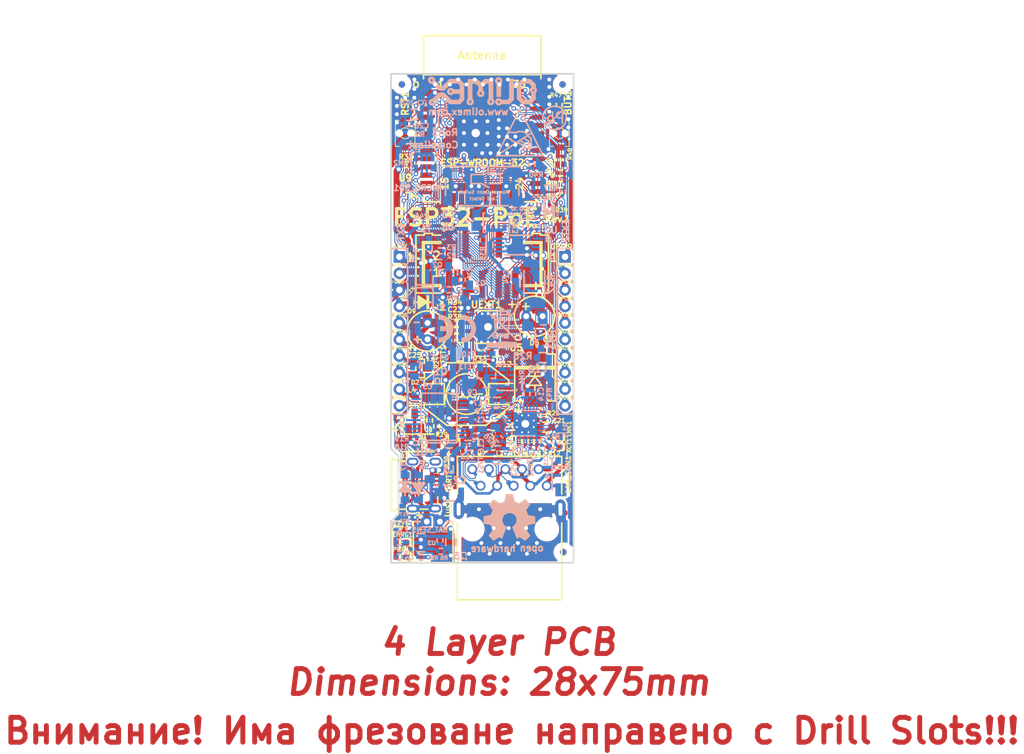
<source format=kicad_pcb>
(kicad_pcb (version 20221018) (generator pcbnew)
  (title_block (title "ESP32-PoE") (date "2021-12-15") (rev "I") (company "OLIMEX Ltd.") (comment 1 "https://www.olimex.com"))
  (layers (0 "F.Cu" mixed) (1 "In1.Cu" power) (2 "In2.Cu" power) (31 "B.Cu" mixed) (34 "B.Paste" user) (35 "F.Paste" user) (36 "B.SilkS" user "B.Silkscreen") (37 "F.SilkS" user "F.Silkscreen") (38 "B.Mask" user) (39 "F.Mask" user) (44 "Edge.Cuts" user))
  (net 0 "")
  (net 1 "+5V")
  (net 2 "GND")
  (net 3 "Net-(BAT1-Pad1)")
  (net 4 "Net-(BUT1-Pad2)")
  (net 5 "+3V3")
  (net 6 "Net-(C11-Pad1)")
  (net 7 "/ESP_EN")
  (net 8 "Net-(L2-Pad1)")
  (net 9 "Net-(Q2-Pad1)")
  (net 10 "Net-(MICRO_SD1-Pad5)")
  (net 11 "/+5V_USB")
  (net 12 "Net-(MICRO_SD1-Pad1)")
  (net 13 "Net-(MICRO_SD1-Pad2)")
  (net 14 "Net-(MICRO_SD1-Pad8)")
  (net 15 "Net-(U4-Pad4)")
  (net 16 "Net-(U4-Pad14)")
  (net 17 "Net-(U4-Pad18)")
  (net 18 "Net-(U4-Pad20)")
  (net 19 "Net-(U4-Pad26)")
  (net 20 "Net-(USB-UART1-Pad4)")
  (net 21 "Net-(MICRO_SD1-Pad7)")
  (net 22 "/D_Com")
  (net 23 "+5VP")
  (net 24 "Spare1")
  (net 25 "Spare2")
  (net 26 "/GPIO33")
  (net 27 "/GPIO32")
  (net 28 "/GPI39")
  (net 29 "Net-(FID1-PadFid1)")
  (net 30 "Net-(FID2-PadFid1)")
  (net 31 "Net-(FID3-PadFid1)")
  (net 32 "Net-(MICRO_SD1-PadCD1)")
  (net 33 "Net-(C2-Pad2)")
  (net 34 "Net-(C4-Pad1)")
  (net 35 "Net-(C5-Pad1)")
  (net 36 "Net-(C21-Pad2)")
  (net 37 "Net-(D4-Pad1)")
  (net 38 "Net-(Q2-Pad2)")
  (net 39 "Net-(Q3-Pad3)")
  (net 40 "Net-(Q3-Pad2)")
  (net 41 "Net-(Q3-Pad1)")
  (net 42 "Net-(R6-Pad1)")
  (net 43 "Net-(R26-Pad1)")
  (net 44 "Net-(R29-Pad1)")
  (net 45 "Net-(U1-Pad17)")
  (net 46 "Net-(U1-Pad14)")
  (net 47 "Net-(U1-Pad13)")
  (net 48 "Net-(U1-Pad12)")
  (net 49 "Net-(U1-Pad11)")
  (net 50 "Net-(U1-Pad7)")
  (net 51 "Net-(U1-Pad6)")
  (net 52 "Net-(U9-Pad32)")
  (net 53 "Net-(C6-Pad1)")
  (net 54 "+3.3VLAN")
  (net 55 "Net-(C17-Pad1)")
  (net 56 "/GPIO0")
  (net 57 "/GPI35")
  (net 58 "Net-(RM1-Pad3.2)")
  (net 59 "Net-(RM1-Pad2.2)")
  (net 60 "Net-(U9-Pad22)")
  (net 61 "Net-(U9-Pad21)")
  (net 62 "Net-(U9-Pad20)")
  (net 63 "Net-(U9-Pad19)")
  (net 64 "Net-(U9-Pad18)")
  (net 65 "Net-(U9-Pad17)")
  (net 66 "Net-(FID4-PadFid1)")
  (net 67 "Net-(FID5-PadFid1)")
  (net 68 "Net-(FID6-PadFid1)")
  (net 69 "Net-(ACT1-Pad2)")
  (net 70 "Net-(ACT1-Pad1)")
  (net 71 "Net-(LNK1-Pad1)")
  (net 72 "Net-(LNK1-Pad2)")
  (net 73 "Net-(C3-Pad1)")
  (net 74 "Net-(RM1-Pad1.2)")
  (net 75 "Net-(CHRG1-Pad1)")
  (net 76 "Net-(PWR1-Pad1)")
  (net 77 "Net-(C10-Pad2)")
  (net 78 "Net-(R3-Pad2)")
  (net 79 "Net-(C12-Pad2)")
  (net 80 "Net-(L3-Pad1)")
  (net 81 "Net-(R8-Pad2)")
  (net 82 "Net-(C8-Pad1)")
  (net 83 "Net-(D6-Pad1)")
  (net 84 "Net-(D7-Pad2)")
  (net 85 "Net-(U1-Pad20)")
  (net 86 "Net-(BAT_SENS_E1-Pad2)")
  (net 87 "/GPI34\\BUT1")
  (net 88 "/GPIO2\\HS2_DATA0")
  (net 89 "/GPI36\\U1RXD")
  (net 90 "/GPIO3\\U0RXD")
  (net 91 "/GPIO1\\U0TXD")
  (net 92 "/GPIO4\\U1TXD")
  (net 93 "/GPIO5\\SPI_CS")
  (net 94 "/GPIO15\\HS2_CMD")
  (net 95 "/GPIO16\\I2C-SCL")
  (net 96 "/GPIO14\\HS2_CLK")
  (net 97 "/GPIO13\\I2C-SDA")
  (net 98 "/GPIO27\\EMAC_RX_CRS_DV")
  (net 99 "/GPIO25\\EMAC_RXD0(RMII)")
  (net 100 "/GPIO18\\MDIO(RMII)")
  (net 101 "/GPIO26\\EMAC_RXD1(RMII)")
  (net 102 "/GPIO12\\PHY_PWR")
  (net 103 "/GPIO22\\EMAC_TXD1(RMII)")
  (net 104 "/GPIO19\\EMAC_TXD0(RMII)")
  (net 105 "/GPIO21\\EMAC_TX_EN(RMII)")
  (net 106 "/GPIO23\\MDC(RMII)")
  (net 107 "/GPIO17\\EMAC_CLK_OUT_180")
  (net 108 "/TD+")
  (net 109 "/TD-")
  (net 110 "/RD+")
  (net 111 "/RD-")
  (net 112 "Net-(C12-Pad1)")
  (net 113 "Net-(C23-Pad2)")
  (net 114 "Net-(R7-Pad2)")
  (net 115 "Net-(R23-Pad1)")
  (net 116 "Net-(R27-Pad2)")
  (net 117 "Net-(R28-Pad1)")
  (net 118 "Net-(R33-Pad1)")
  (net 119 "Net-(U2-Pad7)")
  (net 120 "Net-(U2-Pad6)")
  (net 121 "Net-(U5-Pad7)")
  (net 122 "Net-(D9-Pad1)")
  (net 123 "Net-(R41-Pad2)")
  (net 124 "Net-(C26-Pad1)")
  (footprint "OLIMEX_Other-FP:Fiducial1x3" (layer "F.Cu") (at 116.586 168.529 -90)
    (fp_text reference "FID3" hide)
    (fp_text value "Fiducial" hide)
  )
  (footprint "OLIMEX_Connectors-FP:GBH-254-SMT-10" (layer "F.Cu") (at 104.14 124.333)
    (fp_text reference "UEXT1")
    (fp_text value "P-B-V-10-LF")
  )
  (footprint "OLIMEX_Diodes-FP:SOT23-3" (layer "F.Cu") (at 94.615 140.335 180)
    (fp_text reference "D2")
    (fp_text value "BAT54C(SOT23-3)")
  )
  (footprint "OLIMEX_Transistors-FP:SOT23" (layer "F.Cu") (at 93.7895 148.37156 -90)
    (fp_text reference "FET2")
    (fp_text value "WPM2015-3/TR")
  )
  (footprint "OLIMEX_Other-FP:Fiducial1x3" (layer "F.Cu") (at 91.821 96.774 -90)
    (fp_text reference "FID1" hide)
    (fp_text value "Fiducial" hide)
  )
  (footprint "OLIMEX_RLC-FP:R_0402_5MIL_DWS" (layer "F.Cu") (at 116.586 108.331 90)
    (fp_text reference "R48")
    (fp_text value "10k/R0402")
  )
  (footprint "OLIMEX_RLC-FP:R_0402_5MIL_DWS" (layer "F.Cu") (at 115.951 99.949 90)
    (fp_text reference "R47")
    (fp_text value "220R/R0402")
  )
  (footprint "OLIMEX_RLC-FP:R_0402_5MIL_DWS" (layer "F.Cu") (at 114.935 115.189 180)
    (fp_text reference "R39")
    (fp_text value "10k/R0402")
  )
  (footprint "OLIMEX_RLC-FP:R_0402_5MIL_DWS" (layer "F.Cu") (at 92.456 109.093)
    (fp_text reference "R32")
    (fp_text value "10k/R0402")
  )
  (footprint "OLIMEX_RLC-FP:R_0402_5MIL_DWS" (layer "F.Cu") (at 116.205 111.252 180)
    (fp_text reference "R31")
    (fp_text value "2.2k/R0402")
  )
  (footprint "OLIMEX_RLC-FP:R_0402_5MIL_DWS" (layer "F.Cu") (at 92.71 112.903)
    (fp_text reference "R4")
    (fp_text value "47k/R0402")
  )
  (footprint "OLIMEX_LEDs-FP:LED_0603_KA" (layer "F.Cu") (at 91.694 167.005 180)
    (fp_text reference "CHRG1")
    (fp_text value "LED/YELLOW/0603")
  )
  (footprint "OLIMEX_LEDs-FP:LED_0603_KA" (layer "F.Cu") (at 91.694 169.291 180)
    (fp_text reference "PWR1")
    (fp_text value "LED/RED/0603")
  )
  (footprint "OLIMEX_Cases-FP:ESP-WROOM-32_MODULE" (layer "F.Cu") (at 104.14 102.035)
    (fp_text reference "U9")
    (fp_text value "ESP-WROOM-32")
  )
  (footprint "OLIMEX_RLC-FP:R_0402_5MIL_DWS" (layer "F.Cu") (at 111.633 151.511 -90)
    (fp_text reference "R13")
    (fp_text value "49.9R/1%/R0402")
  )
  (footprint "OLIMEX_RLC-FP:R_0402_5MIL_DWS" (layer "F.Cu") (at 116.205 113.03)
    (fp_text reference "R44")
    (fp_text value "NA/R0402")
  )
  (footprint "OLIMEX_RLC-FP:R_0402_5MIL_DWS" (layer "F.Cu") (at 113.538 147.574 90)
    (fp_text reference "R25")
    (fp_text value "10k/R0402")
  )
  (footprint "OLIMEX_Connectors-FP:RJP-003TC1(LPJ4112CNL)" (layer "F.Cu") (at 108.331 164.846)
    (fp_text reference "LAN_CON1")
    (fp_text value "RJP-003TC1(LPJ4112CNL)")
  )
  (footprint "OLIMEX_RLC-FP:C_0603_5MIL_DWS" (layer "F.Cu") (at 113.919 149.352 180)
    (fp_text reference "C21")
    (fp_text value "NA(10uF/6.3V/20%/X5R/C0603)")
  )
  (footprint "OLIMEX_RLC-FP:C_0805_5MIL_DWS" (layer "F.Cu") (at 107.861619 148.218488 38)
    (fp_text reference "C22")
    (fp_text value "47uF/6.3V/20%/X5R/C0805")
  )
  (footprint "OLIMEX_RLC-FP:R_0402_5MIL_DWS" (layer "F.Cu") (at 103.759 138.049)
    (fp_text reference "R33")
    (fp_text value "4.7R/R0402")
  )
  (footprint "OLIMEX_Transistors-FP:SOT23" (layer "F.Cu") (at 100.584 137.795 180)
    (fp_text reference "FET1")
    (fp_text value "WPM2015-3/TR")
  )
  (footprint "OLIMEX_Diodes-FP:SOD-123_1C-2A_KA" (layer "F.Cu") (at 94.996 130.175 180)
    (fp_text reference "D9")
    (fp_text value "1N5819S4(SOD-123)")
  )
  (footprint "OLIMEX_RLC-FP:C_0603_5MIL_DWS" (layer "F.Cu") (at 106.299 137.795 180)
    (fp_text reference "C12")
    (fp_text value "100nF/100V/10%/X7R/C0603")
  )
  (footprint "OLIMEX_Buttons-FP:IT1185AU2_V2" (layer "F.Cu") (at 92.321 104.267 90)
    (fp_text reference "RST1")
    (fp_text value "IT1185AU2")
  )
  (footprint "OLIMEX_RLC-FP:C_0402_5MIL_DWS" (layer "F.Cu") (at 100.203 134.493)
    (fp_text reference "C23")
    (fp_text value "12pF/50V/5%/COG/C0402")
  )
  (footprint "OLIMEX_RLC-FP:R_0402_5MIL_DWS" (layer "F.Cu") (at 100.203 133.477 180)
    (fp_text reference "R34")
    (fp_text value "5.23k/1%/R0402")
  )
  (footprint "OLIMEX_RLC-FP:R_0402_5MIL_DWS" (layer "F.Cu") (at 100.203 135.509)
    (fp_text reference "R38")
    (fp_text value "30.1k/1%/R0402")
  )
  (footprint "OLIMEX_RLC-FP:CD32" (layer "F.Cu") (at 105.791 151.384)
    (fp_text reference "L2")
    (fp_text value "2.2uH/1.5A/DCR=72mR/20%/3.00x3.00x1.50mm/CD32(NR3015T2R2M)")
  )
  (footprint "OLIMEX_RLC-FP:R_0402_5MIL_DWS" (layer "F.Cu") (at 116.205 110.363 180)
    (fp_text reference "R36")
    (fp_text value "10k/R0402")
  )
  (footprint "OLIMEX_Other-FP:Fiducial1x3" (layer "F.Cu") (at 116.459 96.774 -90)
    (fp_text reference "FID2" hide)
    (fp_text value "Fiducial" hide)
  )
  (footprint "OLIMEX_RLC-FP:R_0402_5MIL_DWS" (layer "F.Cu") (at 115.697 108.331 -90)
    (fp_text reference "R49")
    (fp_text value "NA/R0402")
  )
  (footprint "OLIMEX_RLC-FP:CPOL-RM2.5mm_6.3x11mm_PTH" (layer "F.Cu") (at 112.141 132.334)
    (fp_text reference "C27")
    (fp_text value "15uF/100V/20%/RM2.5/6.3x11mm(Farnell:1281844)")
  )
  (footprint "OLIMEX_Diodes-FP:DO214AB(SMC)_1(K)-2(A)" (layer "F.Cu") (at 112.2172 141.732 -90)
    (fp_text reference "D5")
    (fp_text value "SS510/100V/5A/0.85V/DO214AB(SMC)")
  )
  (footprint "OLIMEX_RLC-FP:CPOL-RM2.5mm_6.3x11mm_PTH" (layer "F.Cu") (at 95.758 134.62 90)
    (fp_text reference "C25")
    (fp_text value "470uF/10V/20%/Low_ESR/RM2.5/6.0x11mm")
  )
  (footprint "OLIMEX_RLC-FP:R_0402_5MIL_DWS" (layer "F.Cu") (at 96.266 138.938 -90)
    (fp_text reference "R24")
    (fp_text value "220R/R0402")
  )
  (footprint "OLIMEX_RLC-FP:DBS135" (layer "F.Cu") (at 101.727 144.272 180)
    (fp_text reference "L4")
    (fp_text value "33uH/2.1A/DCR=0.1R/20%/DBS135(PD3316MT330)")
  )
  (footprint "OLIMEX_RLC-FP:C_0402_5MIL_DWS" (layer "F.Cu") (at 96.0755 148.336 90)
    (fp_text reference "C8")
    (fp_text value "100nF/16V/10%/X7R/C0402")
  )
  (footprint "OLIMEX_RLC-FP:R_0402_5MIL_DWS" (layer "F.Cu") (at 97.155 149.225 90)
    (fp_text reference "R29")
    (fp_text value "220k/R0402")
  )
  (footprint "OLIMEX_RLC-FP:R_0402_5MIL_DWS" (layer "F.Cu") (at 99.06 153.035)
    (fp_text reference "R30")
    (fp_text value "49.9k/1%/R0402")
  )
  (footprint "OLIMEX_RLC-FP:C_0603_5MIL_DWS" (layer "F.Cu") (at 99.695 151.003 -90)
    (fp_text reference "C6")
    (fp_text value "22uF/6.3V/20%/X5R/C0603")
  )
  (footprint "OLIMEX_Diodes-FP:SMA-KA" (layer "F.Cu") (at 94.234 151.765 180)
    (fp_text reference "D3")
    (fp_text value "1N5822/SS34/SMA")
  )
  (footprint "OLIMEX_RLC-FP:R_0402_5MIL_DWS" (layer "F.Cu") (at 91.313 147.574)
    (fp_text reference "R16")
    (fp_text value "NA(10k/R0402)")
  )
  (footprint "OLIMEX_Connectors-FP:USB-MICRO_MISB-SWMM-5B_LF" (layer "F.Cu") (at 93.726 158.242 180)
    (fp_text reference "USB-UART1")
    (fp_text value "MISB-SWMM-5B-LF(USB_MICRO)")
  )
  (footprint "OLIMEX_Connectors-FP:LIPO_BAT-CON2DW02R" (layer "F.Cu") (at 96.647 167.005)
    (fp_text reference "BAT1")
    (fp_text value "DW02R")
  )
  (footprint "OLIMEX_Regulators-FP:SOT-23-5" (layer "F.Cu") (at 102.108 151.638 -90)
    (fp_text reference "U7")
    (fp_text value "SY8089AAAC(SOT23-5)")
  )
  (footprint "OLIMEX_RLC-FP:R_0402_5MIL_DWS" (layer "F.Cu") (at 110.744 151.511 -90)
    (fp_text reference "R10")
    (fp_text value "49.9R/1%/R0402")
  )
  (footprint "OLIMEX_RLC-FP:C_0402_5MIL_DWS" (layer "F.Cu") (at 108.839 150.241)
    (fp_text reference "C11")
    (fp_text value "100nF/16V/10%/X7R/C0402")
  )
  (footprint "OLIMEX_RLC-FP:R_0402_5MIL_DWS" (layer "F.Cu") (at 112.522 151.511 -90)
    (fp_text reference "R12")
    (fp_text value "49.9R/1%/R0402")
  )
  (footprint "OLIMEX_LEDs-FP:LED_0603_KA" (layer "F.Cu") (at 115.189 152.4 180)
    (fp_text reference "ACT1")
    (fp_text value "LED/YELLOW/0603")
  )
  (footprint "OLIMEX_LEDs-FP:LED_0603_KA" (layer "F.Cu") (at 115.189 150.876 180)
    (fp_text reference "LNK1")
    (fp_text value "LED/GREEN/0603")
  )
  (footprint "OLIMEX_RLC-FP:R_0402_5MIL_DWS" (layer "F.Cu") (at 109.728 151.511 -90)
    (fp_text reference "R11")
    (fp_text value "49.9R/1%/R0402")
  )
  (footprint "OLIMEX_Buttons-FP:IT1185AU2_V2" (layer "F.Cu") (at 115.959 104.267 90)
    (fp_text reference "BUT1")
    (fp_text value "IT1185AU2")
  )
  (footprint "OLIMEX_Regulators-FP:ESOIC-8" (layer "F.Cu") (at 105.029 133.985 90)
    (fp_text reference "U5")
    (fp_text value "TX4138(ESOIC-8)")
  )
  (footprint "OLIMEX_RLC-FP:L_0805_5MIL_DWS" (layer "B.Cu") (at 102.235 118.618)
    (fp_text reference "L5")
    (fp_text value "FB0805/600R/2A")
  )
  (footprint "OLIMEX_Connectors-FP:HN1x10" (layer "B.Cu") (at 116.84 134.65 -90)
    (fp_text reference "EXT2")
    (fp_text value "NS(HN1x10)")
  )
  (footprint "OLIMEX_Transistors-FP:SOT23" (layer "B.Cu") (at 95.05696 121.75744 90)
    (fp_text reference "T1")
    (fp_text value "LMUN2211LT1G(SOT-23)")
  )
  (footprint "OLIMEX_RLC-FP:R_0402_5MIL_DWS" (layer "B.Cu") (at 97.663 123.19)
    (fp_text reference "R2")
    (fp_text value "10k/R0402")
  )
  (footprint "OLIMEX_Other-FP:Fiducial1x3" (layer "B.Cu") (at 116.586 168.529 -90)
    (fp_text reference "FID6" hide)
    (fp_text value "Fiducial" hide)
  )
  (footprint "OLIMEX_RLC-FP:R_0402_5MIL_DWS" (layer "B.Cu") (at 97.663 166.751 -90)
    (fp_text reference "R1")
    (fp_text value "10k/R0402")
  )
  (footprint "OLIMEX_RLC-FP:R_MATRIX_4" (layer "B.Cu") (at 107.95 141.732 90)
    (fp_text reference "RM1")
    (fp_text value "RA1206_(4X0603)_4B8_2.2k")
  )
  (footprint "OLIMEX_RLC-FP:R_0402_5MIL_DWS" (layer "B.Cu") (at 116.459 113.284 -90)
    (fp_text reference "R37")
    (fp_text value "10k/R0402")
  )
  (footprint "OLIMEX_Connectors-FP:uSD(TFC-9P-1.xH(ATFFS150A01BR016))" (layer "B.Cu") (at 104.14 111.887)
    (fp_text reference "MICRO_SD1")
    (fp_text value "TFC-9P-1.7H(ATFFS150A01BR016)")
  )
  (footprint "OLIMEX_RLC-FP:R_0402_5MIL_DWS" (layer "B.Cu") (at 111.76 109.093 90)
    (fp_text reference "R40")
    (fp_text value "10R/R0402")
  )
  (footprint "OLIMEX_Other-FP:Fiducial1x3" (layer "B.Cu") (at 91.821 96.774 -90)
    (fp_text reference "FID4" hide)
    (fp_text value "Fiducial" hide)
  )
  (footprint "OLIMEX_RLC-FP:C_0805_5MIL_DWS" (layer "B.Cu") (at 102.235 116.713 180)
    (fp_text reference "C3")
    (fp_text value "47uF/6.3V/20%/X5R/C0805")
  )
  (footprint "OLIMEX_RLC-FP:R_MATRIX_4" (layer "B.Cu") (at 95.25 108.839)
    (fp_text reference "RM2")
    (fp_text value "RA1206_(4X0603)_4B8_2.2k")
  )
  (footprint "OLIMEX_RLC-FP:R_0402_5MIL_DWS" (layer "B.Cu") (at 93.218 117.729 90)
    (fp_text reference "R46")
    (fp_text value "220R/R0402")
  )
  (footprint "OLIMEX_Connectors-FP:HN1x10" (layer "B.Cu") (at 91.44 134.65 -90)
    (fp_text reference "EXT1")
    (fp_text value "NS(HN1x10)")
  )
  (footprint "OLIMEX_Transistors-FP:SOT23" (layer "B.Cu") (at 104.775 141.224 90)
    (fp_text reference "FET3")
    (fp_text value "WPM2015-3/TR")
  )
  (footprint "OLIMEX_RLC-FP:C_0402_5MIL_DWS" (layer "B.Cu") (at 93.853 143.129 180)
    (fp_text reference "C5")
    (fp_text value "27pF/50V/5%/C0G/C0402")
  )
  (footprint "OLIMEX_RLC-FP:C_0603_5MIL_DWS" (layer "B.Cu") (at 104.902 144.018)
    (fp_text reference "C9")
    (fp_text value "22uF/6.3V/20%/X5R/C0603")
  )
  (footprint "OLIMEX_RLC-FP:C_0402_5MIL_DWS" (layer "B.Cu") (at 113.284 152.654 90)
    (fp_text reference "C15")
    (fp_text value "100nF/16V/10%/X7R/C0402")
  )
  (footprint "OLIMEX_RLC-FP:C_0402_5MIL_DWS" (layer "B.Cu") (at 103.124 150.749 180)
    (fp_text reference "C16")
    (fp_text value "100nF/16V/10%/X7R/C0402")
  )
  (footprint "OLIMEX_RLC-FP:C_0402_5MIL_DWS" (layer "B.Cu") (at 106.299 146.939 180)
    (fp_text reference "C18")
    (fp_text value "100nF/16V/10%/X7R/C0402")
  )
  (footprint "OLIMEX_RLC-FP:C_0603_5MIL_DWS" (layer "B.Cu") (at 106.426 145.542 180)
    (fp_text reference "C17")
    (fp_text value "2.2uF/6.3V/10%/X5R/C0603")
  )
  (footprint "OLIMEX_RLC-FP:L_0805_5MIL_DWS" (layer "B.Cu") (at 105.156 149.479)
    (fp_text reference "L1")
    (fp_text value "FB0805/600R/2A")
  )
  (footprint "OLIMEX_IC-FP:SSOP-20W" (layer "B.Cu") (at 97.536 147.955 90)
    (fp_text reference "U1")
    (fp_text value "CH340T(SSOP20W)")
  )
  (footprint "OLIMEX_RLC-FP:C_0603_5MIL_DWS" (layer "B.Cu") (at 99.314 167.005 -90)
    (fp_text reference "C1")
    (fp_text value "22uF/6.3V/20%/X5R/C0603")
  )
  (footprint "OLIMEX_RLC-FP:L_0805_5MIL_DWS" (layer "B.Cu") (at 97.155 157.353)
    (fp_text reference "L3")
    (fp_text value "FB0805/600R/2A")
  )
  (footprint "OLIMEX_RLC-FP:R_0402_5MIL_DWS" (layer "B.Cu") (at 97.79 168.402)
    (fp_text reference "R6")
    (fp_text value "2.2k/R0402")
  )
  (footprint "OLIMEX_RLC-FP:R_0402_5MIL_DWS" (layer "B.Cu") (at 94.742 169.291 180)
    (fp_text reference "R8")
    (fp_text value "2.2k/R0402")
  )
  (footprint "OLIMEX_RLC-FP:C_0402_5MIL_DWS" (layer "B.Cu") (at 96.52 138.684 180)
    (fp_text reference "C4")
    (fp_text value "27pF/50V/5%/C0G/C0402")
  )
  (footprint "OLIMEX_Crystal-FP:TSX-3.2x2.5mm_GND(3)" (layer "B.Cu") (at 94.869 140.843 180)
    (fp_text reference "Q1")
    (fp_text value "Q12MHz/20pF/10ppm/4P/3.2x2.5mm")
  )
  (footprint "OLIMEX_RLC-FP:R_0402_5MIL_DWS" (layer "B.Cu") (at 91.44 167.005)
    (fp_text reference "R22")
    (fp_text value "470k/R0402")
  )
  (footprint "OLIMEX_RLC-FP:R_0402_5MIL_DWS" (layer "B.Cu") (at 91.44 166.116 180)
    (fp_text reference "R17")
    (fp_text value "470k/R0402")
  )
  (footprint "OLIMEX_RLC-FP:C_0402_5MIL_DWS" (layer "B.Cu") (at 91.44 167.894)
    (fp_text reference "C19")
    (fp_text value "1nF/50V/10%/X7R/C0402")
  )
  (footprint "OLIMEX_RLC-FP:R_0402_5MIL_DWS" (layer "B.Cu") (at 91.44 169.291 180)
    (fp_text reference "R5")
    (fp_text value "2.2k/R0402")
  )
  (footprint "OLIMEX_Jumpers-FP:SJ_1_SMALLER" (layer "B.Cu") (at 90.932 164.592 -90)
    (fp_text reference "BAT_SENS_E1")
    (fp_text value "Opened" hide)
  )
  (footprint "OLIMEX_LOGOs-FP:LOGO_ANTISTATIC_1" (layer "B.Cu") (at 113.4745 107.696 180)
    (fp_text reference "Sign_Antistatic" hide)
    (fp_text value "Val**" hide)
  )
  (footprint "OLIMEX_LOGOs-FP:LOGO_RECYCLEBIN_1" (layer "B.Cu") (at 109.474 137.16 180)
    (fp_text reference "Sign_RecycleBin" hide)
    (fp_text value "" hide)
  )
  (footprint "OLIMEX_LOGOs-FP:LOGO_PBFREE" (layer "B.Cu") (at 115.443 101.6)
    (fp_text reference "Sign_PB-Free")
    (fp_text value "")
  )
  (footprint "OLIMEX_LOGOs-FP:LOGO_OPENHARDWARE_8x8" (layer "B.Cu") (at 108.331 163.703 180)
    (fp_text reference "Logo_OSHW" hide)
    (fp_text value "" hide)
  )
  (footprint "OLIMEX_RLC-FP:R_0402_5MIL_DWS" (layer "B.Cu") (at 112.522 118.491 90)
    (fp_text reference "R23")
    (fp_text value "180k/1%/R0402")
  )
  (footprint "OLIMEX_RLC-FP:C_1206_5MIL_DWS_ISO" (layer "B.Cu") (at 99.06 159.512)
    (fp_text reference "C2")
    (fp_text value "1nF/2000V/10%/X7R/C1206")
  )
  (footprint "OLIMEX_RLC-FP:C_0603_5MIL_DWS" (layer "B.Cu") (at 99.06 153.289)
    (fp_text reference "C7")
    (fp_text value "22uF/6.3V/20%/X5R/C0603")
  )
  (footprint "OLIMEX_Diodes-FP:SMA-KA" (layer "B.Cu") (at 116.205 156.464 -90)
    (fp_text reference "D8")
    (fp_text value "SMAJ58A/SMA")
  )
  (footprint "OLIMEX_RLC-FP:R_0402_5MIL_DWS" (layer "B.Cu") (at 114.935 152.146)
    (fp_text reference "R14")
    (fp_text value "2.2k/R0402")
  )
  (footprint "OLIMEX_RLC-FP:R_0402_5MIL_DWS" (layer "B.Cu") (at 97.663 122.301 180)
    (fp_text reference "R3")
    (fp_text value "1k/R0402")
  )
  (footprint "OLIMEX_Transistors-FP:SOT23" (layer "B.Cu") (at 98.93046 125.81636 -90)
    (fp_text reference "Q2")
    (fp_text value "BC817-40(SOT23)")
  )
  (footprint "OLIMEX_Diodes-FP:SMA-KA" (layer "B.Cu") (at 95.25 128.651 -90)
    (fp_text reference "D1")
    (fp_text value "1N5822/SS34/SMA")
  )
  (footprint "OLIMEX_RLC-FP:C_0603_5MIL_DWS" (layer "B.Cu") (at 104.775 138.176 180)
    (fp_text reference "C10")
    (fp_text value "22uF/6.3V/20%/X5R/C0603")
  )
  (footprint "OLIMEX_RLC-FP:R_0402_5MIL_DWS" (layer "B.Cu") (at 99.06 128.27)
    (fp_text reference "R21")
    (fp_text value "1k/R0402")
  )
  (footprint "OLIMEX_Transistors-FP:SOT23" (layer "B.Cu") (at 102.235 128.651 -90)
    (fp_text reference "Q3")
    (fp_text value "BC817-40(SOT23)")
  )
  (footprint "OLIMEX_RLC-FP:R_0402_5MIL_DWS" (layer "B.Cu") (at 104.267 120.65 -90)
    (fp_text reference "R35")
    (fp_text value "2.2k/R0402")
  )
  (footprint "OLIMEX_RLC-FP:R_0402_5MIL_DWS" (layer "B.Cu") (at 116.459 151.765 90)
    (fp_text reference "R15")
    (fp_text value "2.2k/R0402")
  )
  (footprint "OLIMEX_LOGOs-FP:OLIMEX_LOGO_TB" (layer "B.Cu") (at 104.013 97.79 180)
    (fp_text reference "Logo_Olimex" hide)
    (fp_text value "" hide)
  )
  (footprint "OLIMEX_Other-FP:Fiducial1x3" (layer "B.Cu") (at 116.459 96.774 -90)
    (fp_text reference "FID5" hide)
    (fp_text value "Fiducial" hide)
  )
  (footprint "OLIMEX_Diodes-FP:SOD-123_1C-2A_KA" (layer "B.Cu") (at 114.5 116.195)
    (fp_text reference "D4")
    (fp_text value "1N5819S4(SOD-123)")
  )
  (footprint "OLIMEX_IC-FP:TSSOP-8_Pitch-0.65mm_Dimensions-4.40x3.00x1.20mm" (layer "B.Cu") (at 109.728 121.412 180)
    (fp_text reference "U2")
    (fp_text value "TPS2375PW(TSSOP-8)")
  )
  (footprint "OLIMEX_RLC-FP:R_0402_5MIL_DWS" (layer "B.Cu") (at 91.821 149.606 180)
    (fp_text reference "R18")
    (fp_text value "10k/R0402")
  )
  (footprint "OLIMEX_RLC-FP:R_0402_5MIL_DWS" (layer "B.Cu") (at 91.821 148.209 180)
    (fp_text reference "R19")
    (fp_text value "10k/R0402")
  )
  (footprint "OLIMEX_RLC-FP:C_0402_5MIL_DWS" (layer "B.Cu") (at 110.998 144.272 90)
    (fp_text reference "C14")
    (fp_text value "100nF/16V/10%/X7R/C0402")
  )
  (footprint "OLIMEX_RLC-FP:R_0402_5MIL_DWS" (layer "B.Cu") (at 111.887 144.272 -90)
    (fp_text reference "R41")
    (fp_text value "2.2k/R0402")
  )
  (footprint "OLIMEX_Diodes-FP:D_0402_5MIL_DWS" (layer "B.Cu") (at 111.887 153.797 180)
    (fp_text reference "TVS2")
    (fp_text value "NA(GG0402052R542P)")
  )
  (footprint "OLIMEX_Diodes-FP:D_0402_5MIL_DWS" (layer "B.Cu") (at 109.982 153.797)
    (fp_text reference "TVS3")
    (fp_text value "NA(GG0402052R542P)")
  )
  (footprint "OLIMEX_Diodes-FP:SOT-23-5" (layer "B.Cu") (at 106.426 153.609 180)
    (fp_text reference "TVS1")
    (fp_text value "ESDS314DBVR(SOT-23-5)")
  )
  (footprint "OLIMEX_IC-FP:QFN32_EP(33)_5.00x5.00x0.90mm_Pitch_0.50mm" (layer "B.Cu") (at 110.744 148.844 90)
    (fp_text reference "U4")
    (fp_text value "LAN8710A-EZC(QFN32)")
  )
  (footprint "OLIMEX_RLC-FP:R_0402_5MIL_DWS" (layer "B.Cu") (at 106.82879 151.15179 135)
    (fp_text reference "R26")
    (fp_text value "12.1k/1%/R0402")
  )
  (footprint "OLIMEX_RLC-FP:C_0603_5MIL_DWS" (layer "B.Cu") (at 101.981 152.146 180)
    (fp_text reference "C13")
    (fp_text value "22uF/6.3V/20%/X5R/C0603")
  )
  (footprint "OLIMEX_IC-FP:SOT-23-5" (layer "B.Cu") (at 94.742 167.0685 180)
    (fp_text reference "U3")
    (fp_text value "BL4054B-42TPRN(SOT23-5)")
  )
  (footprint "OLIMEX_Diodes-FP:SOD-123_1C-2A_KA" (layer "B.Cu") (at 94.361 158.623 90)
    (fp_text reference "D6")
    (fp_text value "1N5819S4(SOD-123)")
  )
  (footprint "OLIMEX_Diodes-FP:SOD-123_1C-2A_KA" (layer "B.Cu") (at 92.329 158.623 -90)
    (fp_text reference "D7")
    (fp_text value "1N5819S4(SOD-123)")
  )
  (footprint "OLIMEX_RLC-FP:R_1206_5MIL_DWS" (layer "B.Cu") (at 111.125 135.255 90)
    (fp_text reference "R28")
    (fp_text value "0.03R/1%/R1206")
  )
  (footprint "OLIMEX_RLC-FP:R_0402_5MIL_DWS" (layer "B.Cu") (at 101.092 126.746 -90)
    (fp_text reference "R20")
    (fp_text value "1k/R0402")
  )
  (footprint "OLIMEX_RLC-FP:R_0402_5MIL_DWS" (layer "B.Cu") (at 111.633 118.491 -90)
    (fp_text reference "R27")
    (fp_text value "4.42k/1%/1/16W/R0402")
  )
  (footprint "OLIMEX_RLC-FP:C_0603_5MIL_DWS" (layer "B.Cu") (at 109.347 126.111 90)
    (fp_text reference "C24")
    (fp_text value "100nF/100V/10%/X7R/C0603")
  )
  (footprint "OLIMEX_RLC-FP:R_0402_5MIL_DWS" (layer "B.Cu") (at 110.744 118.491 -90)
    (fp_text reference "R7")
    (fp_text value "24.9k/1%/R0402")
  )
  (footprint "OLIMEX_RLC-FP:C_0603_5MIL_DWS" (layer "B.Cu") (at 93.726 101.346 180)
    (fp_text reference "C20")
    (fp_text value "1uF/10V/20%/X5R/C0603")
  )
  (footprint "OLIMEX_RLC-FP:R_0402_5MIL_DWS" (layer "B.Cu") (at 92.837 102.743 180)
    (fp_text reference "R9")
    (fp_text value "100k/R0402")
  )
  (footprint "OLIMEX_RLC-FP:R_MATRIX_4" (layer "B.Cu") (at 106.299 117.983)
    (fp_text reference "RM3")
    (fp_text value "RA1206_(4X0603)_4B8_2.2k")
  )
  (footprint "OLIMEX_LOGOs-FP:CE_Sign" (layer "B.Cu") (at 99.314 134.239 180)
    (fp_text reference "CE" hide)
    (fp_text value "CE_Sign" hide)
  )
  (footprint "OLIMEX_RLC-FP:R_2512_MM_DWS" (layer "B.Cu") (at 112.141 127.3552 90)
    (fp_text reference "R42")
    (fp_text value "4.7k/R2512")
  )
  (footprint "OLIMEX_RLC-FP:C_0603_5MIL_DWS" (layer "B.Cu") (at 113.411 138.684)
    (fp_text reference "C26")
    (fp_text value "NA(220pF/100V/C0603)")
  )
  (footprint "OLIMEX_RLC-FP:R_0603_5MIL_DWS" (layer "B.Cu") (at 113.157 136.398 90)
    (fp_text reference "R43")
    (fp_text value "NA(22R/R0603)")
  )
  (gr_line (start 118.15 170.15) (end 118.15 95.15) (stroke (width 0.254)) (layer "Edge.Cuts"))
  (gr_line (start 90.15 170.15) (end 118.15 170.15) (stroke (width 0.254)) (layer "Edge.Cuts"))
  (gr_line (start 90.15 152.654) (end 91.313 153.797) (stroke (width 0.254)) (layer "Edge.Cuts"))
  (gr_line (start 91.313 162.687) (end 90.15 163.83) (stroke (width 0.254)) (layer "Edge.Cuts"))
  (gr_line (start 91.313 153.797) (end 91.313 162.687) (stroke (width 0.254)) (layer "Edge.Cuts"))
  (gr_line (start 90.15 152.654) (end 90.15 95.15) (stroke (width 0.254)) (layer "Edge.Cuts"))
  (gr_line (start 90.15 95.15) (end 118.15 95.15) (stroke (width 0.254)) (layer "Edge.Cuts"))
  (gr_line (start 90.15 163.83) (end 90.15 170.15) (stroke (width 0.254)) (layer "Edge.Cuts"))
  (gr_text "4 Layer PCB\nDimensions: 28x75mm" (at 106.68 185.42) (layer "F.Cu") (effects (font (size 3.81 3.81) (thickness 0.762) italic)))
  (gr_text "1" (at 114.554 123.063) (layer "B.SilkS") (effects (font (size 1.016 1.016) (thickness 0.254)) (justify mirror)))
  (gr_text "1" (at 108.839 108.585) (layer "B.SilkS") (effects (font (size 0.762 0.762) (thickness 0.1905)) (justify mirror)))
  (gr_text "RoHS" (at 98.425 104.14) (layer "B.SilkS") (effects (font (size 1.016 1.016) (thickness 0.254)) (justify mirror)))
  (gr_text "Compliant" (at 96.647 106.045) (layer "B.SilkS") (effects (font (size 1.016 1.016) (thickness 0.254)) (justify mirror)))
  (gr_text "+" (at 94.1705 163.83 90) (layer "B.SilkS") (effects (font (size 1.016 1.016) (thickness 0.254)) (justify mirror)))
  (gr_text "-" (at 99.06 163.8935 180) (layer "B.SilkS") (effects (font (size 1.016 1.016) (thickness 0.254)) (justify mirror)))
  (gr_text "(C) 2021" (at 93.472 99.568) (layer "B.SilkS") (effects (font (size 0.635 0.635) (thickness 0.15875)) (justify mirror)))
  (gr_text "www.olimex.com" (at 101.981 100.965) (layer "B.SilkS") (effects (font (size 1.016 1.016) (thickness 0.254)) (justify mirror)))
  (gr_text "+" (at 94.107 135.763) (layer "B.SilkS") (effects (font (size 1.016 1.016) (thickness 0.254)) (justify mirror)))
  (gr_text "-" (at 113.538 133.731 180) (layer "B.SilkS") (effects (font (size 1.016 1.016) (thickness 0.254)) (justify mirror)))
  (gr_text "+" (at 109.601 130.429) (layer "B.SilkS") (effects (font (size 1.016 1.016) (thickness 0.254)) (justify mirror)))
  (gr_text "-" (at 94.107 133.35 180) (layer "B.SilkS") (effects (font (size 1.016 1.016) (thickness 0.254)) (justify mirror)))
  (gr_text "1" (at 93.472 123.444) (layer "B.SilkS") (effects (font (size 1.016 1.016) (thickness 0.254)) (justify mirror)))
  (gr_text "1" (at 115.189 123.317) (layer "F.SilkS") (effects (font (size 1.27 1.27) (thickness 0.254))))
  (gr_text "+5V" (at 91.44 121.666) (layer "F.SilkS") (effects (font (size 0.762 0.762) (thickness 0.1905))))
  (gr_text "+3V3" (at 91.44 124.5235) (layer "F.SilkS") (effects (font (size 0.508 0.508) (thickness 0.127))))
  (gr_text "GND" (at 91.44 127.0635) (layer "F.SilkS") (effects (font (size 0.508 0.508) (thickness 0.127))))
  (gr_text "ESP_EN" (at 92.71 128.905 45) (layer "F.SilkS") (effects (font (size 0.508 0.508) (thickness 0.127))))
  (gr_text "GPIO0" (at 91.44 132.1435) (layer "F.SilkS") (effects (font (size 0.508 0.508) (thickness 0.127))))
  (gr_text "GPIO1" (at 91.44 134.6835) (layer "F.SilkS") (effects (font (size 0.508 0.508) (thickness 0.127))))
  (gr_text "GPIO2" (at 91.44 137.2235) (layer "F.SilkS") (effects (font (size 0.508 0.508) (thickness 0.127))))
  (gr_text "GPIO3" (at 91.44 139.7635) (layer "F.SilkS") (effects (font (size 0.508 0.508) (thickness 0.127))))
  (gr_text "GPIO4" (at 91.821 142.3035) (layer "F.SilkS") (effects (font (size 0.508 0.508) (thickness 0.127))))
  (gr_text "GPIO5" (at 91.44 144.8435) (layer "F.SilkS") (effects (font (size 0.508 0.508) (thickness 0.127))))
  (gr_text "GPIO13" (at 116.6495 144.8435) (layer "F.SilkS") (effects (font (size 0.508 0.508) (thickness 0.127))))
  (gr_text "GPIO14" (at 116.6495 142.3035) (layer "F.SilkS") (effects (font (size 0.508 0.508) (thickness 0.127))))
  (gr_text "GPIO15" (at 116.6495 139.7635) (layer "F.SilkS") (effects (font (size 0.508 0.508) (thickness 0.127))))
  (gr_text "GPIO16" (at 116.6495 137.2235) (layer "F.SilkS") (effects (font (size 0.508 0.508) (thickness 0.127))))
  (gr_text "GPIO32" (at 116.6495 134.6835) (layer "F.SilkS") (effects (font (size 0.508 0.508) (thickness 0.127))))
  (gr_text "GPIO33" (at 116.6495 132.1435) (layer "F.SilkS") (effects (font (size 0.508 0.508) (thickness 0.127))))
  (gr_text "GPI34" (at 116.84 129.6035) (layer "F.SilkS") (effects (font (size 0.508 0.508) (thickness 0.127))))
  (gr_text "GPI35" (at 116.84 127.0635) (layer "F.SilkS") (effects (font (size 0.508 0.508) (thickness 0.127))))
  (gr_text "GPI36" (at 116.84 124.5235) (layer "F.SilkS") (effects (font (size 0.508 0.508) (thickness 0.127))))
  (gr_text "GPI39" (at 116.2685 121.666) (layer "F.SilkS") (effects (font (size 0.762 0.762) (thickness 0.1905))))
  (gr_text "1" (at 98.044 130.81) (layer "F.SilkS") (effects (font (size 1.27 1.27) (thickness 0.254))))
  (gr_text "+" (at 94.4245 162.8775 90) (layer "F.SilkS") (effects (font (size 1.016 1.016) (thickness 0.254))))
  (gr_text "-" (at 98.806 163.0045 180) (layer "F.SilkS") (effects (font (size 1.016 1.016) (thickness 0.254))))
  (gr_text "ESP32-PoE" (at 101.6 117.221) (layer "F.SilkS") (effects (font (size 2.54 2.54) (thickness 0.508))))
  (gr_text "Rev.I" (at 115.57762 117.43182) (layer "F.SilkS") (effects (font (size 1.016 1.016) (thickness 0.254))))
  (gr_text "1" (at 93.091 123.317) (layer "F.SilkS") (effects (font (size 1.27 1.27) (thickness 0.254))))
  (segment (start 92.16959 155.41559) (end 92.16959 152.11359) (width 0.508) (layer "F.Cu") (net 1))
  (segment (start 92.837 149.48154) (end 92.837 151.40941) (width 1.016) (layer "F.Cu") (net 1))
  (segment (start 98.864001 165.422999) (end 99.314 164.973) (width 0.762) (layer "F.Cu") (net 1))
  (segment (start 91.782911 165.506411) (end 92.163881 165.125441) (width 0.508) (layer "F.Cu") (net 1))
  (segment (start 92.16959 152.11359) (end 91.7575 151.7015) (width 0.508) (layer "F.Cu") (net 1))
  (segment (start 91.782911 165.506411) (end 98.780589 165.506411) (width 0.762) (layer "F.Cu") (net 1))
  (segment (start 93.548178 160.324822) (end 93.548178 156.178249) (width 0.508) (layer "F.Cu") (net 1))
  (segment (start 93.174599 160.698401) (end 93.548178 160.324822) (width 0.508) (layer "F.Cu") (net 1))
  (segment (start 94.77502 124.1679) (end 92.3879 124.1679) (width 1.016) (layer "F.Cu") (net 1))
  (segment (start 92.3879 124.1679) (end 91.44 123.22) (width 1.016) (layer "F.Cu") (net 1))
  (segment (start 98.425 139.827) (end 98.425 139.7) (width 0.762) (layer "F.Cu") (net 1))
  (segment (start 92.68547 160.698401) (end 93.174599 160.698401) (width 0.508) (layer "F.Cu") (net 1))
  (segment (start 92.1258 113.6904) (end 92.1258 112.9792) (width 0.4064) (layer "F.Cu") (net 1))
  (segment (start 93.049266 155.679337) (end 92.433337 155.679337) (width 0.508) (layer "F.Cu") (net 1))
  (segment (start 92.433337 155.679337) (end 92.16959 155.41559) (width 0.508) (layer "F.Cu") (net 1))
  (segment (start 90.932 167.005) (end 90.932 168.5925) (width 0.762) (layer "F.Cu") (net 1))
  (segment (start 93.548178 156.178249) (end 93.049266 155.679337) (width 0.508) (layer "F.Cu") (net 1))
  (segment (start 92.163881 161.21999) (end 92.68547 160.698401) (width 0.508) (layer "F.Cu") (net 1))
  (segment (start 98.425 139.7) (end 98.679 139.446) (width 0.762) (layer "F.Cu") (net 1))
  (segment (start 90.932 169.291) (end 90.932 168.5925) (width 0.762) (layer "F.Cu") (net 1))
  (segment (start 91.734 151.765) (end 93.218 151.765) (width 0.762) (layer "F.Cu") (net 1))
  (segment (start 90.932 166.357322) (end 91.782911 165.506411) (width 0.762) (layer "F.Cu") (net 1))
  (segment (start 99.47656 138.7475) (end 99.3775 138.7475) (width 1.016) (layer "F.Cu") (net 1))
  (segment (start 92.163881 165.125441) (end 92.163881 161.21999) (width 0.508) (layer "F.Cu") (net 1))
  (segment (start 92.1258 112.9792) (end 92.202 112.903) (width 0.4064) (layer "F.Cu") (net 1))
  (segment (start 99.3775 138.7475) (end 98.679 139.446) (width 1.016) (layer "F.Cu") (net 1))
  (segment (start 90.932 167.005) (end 90.932 166.357322) (width 0.762) (layer "F.Cu") (net 1))
  (segment (start 92.83954 149.479) (end 92.837 149.48154) (width 1.016) (layer "F.Cu") (net 1))
  (segment (start 92.837 151.40941) (end 93.19259 151.765) (width 1.016) (layer "F.Cu") (net 1))
  (segment (start 98.780589 165.506411) (end 98.864001 165.422999) (width 0.762) (layer "F.Cu") (net 1))
  (via (at 99.314 164.973) (size 0.9) (drill 0.6) (layers "F.Cu" "B.Cu") (net 1))
  (via (at 92.1258 113.6904) (size 0.7) (drill 0.4) (layers "F.Cu" "B.Cu") (net 1))
  (via (at 93.218 151.765) (size 0.9) (drill 0.6) (layers "F.Cu" "B.Cu") (net 1))
  (via (at 94.77502 124.1679) (size 0.9) (drill 0.6) (layers "F.Cu" "B.Cu") (net 1))
  (via (at 98.425 139.827) (size 0.9) (drill 0.6) (layers "F.Cu" "B.Cu") (net 1))
  (segment (start 96.685122 152.996878) (end 96.266 153.416) (width 1.016) (layer "B.Cu") (net 1))
  (segment (start 93.3196 151.765) (end 93.98 152.4254) (width 1.016) (layer "B.Cu") (net 1))
  (segment (start 98.425 139.827) (end 98.425 140.462) (width 1.016) (layer "B.Cu") (net 1))
  (segment (start 91.44 117.094) (end 91.44 114.3) (width 0.1524) (layer "B.Cu") (net 1))
  (segment (start 97.33026 141.55674) (end 97.33026 142.77594) (width 1.016) (layer "B.Cu") (net 1))
  (segment (start 94.996 125.897) (end 94.996 124.587) (width 1.016) (layer "B.Cu") (net 1))
  (segment (start 95.25 126.151) (end 94.996 125.897) (width 1.016) (layer "B.Cu") (net 1))
  (segment (start 92.0496 113.6904) (end 92.1258 113.6904) (width 0.1524) (layer "B.Cu") (net 1))
  (segment (start 97.663 137.16) (end 98.425 137.922) (width 1.016) (layer "B.Cu") (net 1))
  (segment (start 98.425 140.462) (end 97.33026 141.55674) (width 1.016) (layer "B.Cu") (net 1))
  (segment (start 93.218 151.765) (end 93.3196 151.765) (width 1.016) (layer "B.Cu") (net 1))
  (segment (start 95.758 153.416) (end 94.9452 153.416) (width 0.635) (layer "B.Cu") (net 1))
  (segment (start 99.314 164.973) (end 99.314 165.481) (width 1.016) (layer "B.Cu") (net 1))
  (segment (start 94.77502 124.36602) (end 94.77502 124.1679) (width 0.762) (layer "B.Cu") (net 1))
  (segment (start 97.663 130.76936) (end 97.663 137.16) (width 1.016) (layer "B.Cu") (net 1))
  (segment (start 99.314 166.116) (end 97.79 166.116) (width 0.508) (layer "B.Cu") (net 1))
  (segment (start 99.068 165.87) (end 99.314 166.116) (width 0.254) (layer "B.Cu") (net 1))
  (segment (start 95.25 126.151) (end 95.25 128.35636) (width 1.016) (layer "B.Cu") (net 1))
  (segment (start 96.042 166.1185) (end 97.7875 166.1185) (width 0.508) (layer "B.Cu") (net 1))
  (segment (start 90.932 121.1834) (end 90.72626 120.97766) (width 0.1524) (layer "B.Cu") (net 1))
  (segment (start 90.72626 120.97766) (end 90.72626 117.80774) (width 0.1524) (layer "B.Cu") (net 1))
  (segment (start 90.932 122.712) (end 90.932 121.6025) (width 0.508) (layer "B.Cu") (net 1))
  (segment (start 95.25 128.35636) (end 97.663 130.76936) (width 1.016) (layer "B.Cu") (net 1))
  (segment (start 91.44 114.3) (end 92.0496 113.6904) (width 0.1524) (layer "B.Cu") (net 1))
  (segment (start 91.44 123.22) (end 90.932 122.712) (width 0.508) (layer "B.Cu") (net 1))
  (segment (start 98.425 137.922) (end 98.425 139.827) (width 1.016) (layer "B.Cu") (net 1))
  (segment (start 94.996 124.587) (end 94.77502 124.36602) (width 0.762) (layer "B.Cu") (net 1))
  (segment (start 97.33026 142.77594) (end 96.685122 143.421078) (width 1.016) (layer "B.Cu") (net 1))
  (segment (start 97.79 166.116) (end 97.663 166.243) (width 0.508) (layer "B.Cu") (net 1))
  (segment (start 93.98 152.4508) (end 93.98 152.4254) (width 0.635) (layer "B.Cu") (net 1))
  (segment (start 90.932 121.6025) (end 90.932 121.1834) (width 0.1524) (layer "B.Cu") (net 1))
  (segment (start 96.685122 143.421078) (end 96.685122 152.996878) (width 1.016) (layer "B.Cu") (net 1))
  (segment (start 90.72626 117.80774) (end 91.44 117.094) (width 0.1524) (layer "B.Cu") (net 1))
  (segment (start 99.314 165.481) (end 99.314 166.116) (width 1.016) (layer "B.Cu") (net 1))
  (segment (start 94.9452 153.416) (end 93.98 152.4508) (width 0.635) (layer "B.Cu") (net 1))
  (segment (start 97.7875 166.1185) (end 97.79 166.116) (width 0.508) (layer "B.Cu") (net 1))
  (segment (start 99.203 165.37) (end 99.314 165.481) (width 0.254) (layer "B.Cu") (net 1))
  (segment (start 96.266 153.416) (end 95.758 153.416) (width 1.016) (layer "B.Cu") (net 1))
  (segment (start 92.232 127.508) (end 95.758 127.508) (width 1.016) (layer "F.Cu") (net 2))
  (segment (start 99.568 154.305) (end 99.568 153.035) (width 0.762) (layer "F.Cu") (net 2))
  (segment (start 117.348 99.822) (end 116.967 99.441) (width 0.508) (layer "F.Cu") (net 2))
  (segment (start 117.348 100.965) (end 117.348 98.679) (width 1.016) (layer "F.Cu") (net 2))
  (segment (start 116.967 99.441) (end 116.078 99.441) (width 0.508) (layer "F.Cu") (net 2))
  (segment (start 112.74 96.725) (end 113.997 96.725) (width 0.6096) (layer "F.Cu") (net 2))
  (segment (start 99.695 133.477) (end 97.75 133.477) (width 0.508) (layer "F.Cu") (net 2))
  (segment (start 98.927908 131.064) (end 100.965 131.064) (width 1.016) (layer "F.Cu") (net 2))
  (segment (start 96.901 96.774) (end 110.94387 96.774) (width 0.762) (layer "F.Cu") (net 2))
  (segment (start 92.329 101.854) (end 92.329 100.58401) (width 1.016) (layer "F.Cu") (net 2))
  (segment (start 98.399589 161.231999) (end 98.33059 161.163) (width 0.762) (layer "F.Cu") (net 2))
  (segment (start 109.444 148.344) (end 109.944 148.844) (width 0.4064) (layer "F.Cu") (net 2))
  (segment (start 99.568 151.892) (end 99.568 153.035) (width 0.762) (layer "F.Cu") (net 2))
  (segment (start 93.726 96.012) (end 93.726 97.4725) (width 0.762) (layer "F.Cu") (net 2))
  (segment (start 99.06 123.20524) (end 98.36912 123.89612) (width 1.016) (layer "F.Cu") (net 2))
  (segment (start 110.953766 95.675234) (end 114.090234 95.675234) (width 0.254) (layer "F.Cu") (net 2))
  (segment (start 110.109 130.429) (end 110.871 129.667) (width 1.27) (layer "F.Cu") (net 2))
  (segment (start 95.54 96.725) (end 93.931 96.725) (width 0.508) (layer "F.Cu") (net 2))
  (segment (start 98.209 159.6295) (end 98.33059 159.75109) (width 0.508) (layer "F.Cu") (net 2))
  (segment (start 98.44 114.335) (end 98.44 113.165575) (width 1.016) (layer "F.Cu") (net 2))
  (segment (start 110.147 150.241) (end 110.244 150.144) (width 0.508) (layer "F.Cu") (net 2))
  (segment (start 117.475 105.156) (end 117.615401 105.015599) (width 0.508) (layer "F.Cu") (net 2))
  (segment (start 99.314 169.037) (end 99.314 167.64) (width 0.762) (layer "F.Cu") (net 2))
  (segment (start 110.188293 147.488293) (end 110.244 147.544) (width 0.508) (layer "F.Cu") (net 2))
  (segment (start 95.95515 120.07185) (end 96.139 119.888) (width 1.016) (layer "F.Cu") (net 2))
  (segment (start 98.209 158.5088) (end 98.209 159.6295) (width 0.254) (layer "F.Cu") (net 2))
  (segment (start 98.399589 163.093411) (end 98.399589 161.231999) (width 0.762) (layer "F.Cu") (net 2))
  (segment (start 96.0755 147.828) (end 96.0755 147.07) (width 0.508) (layer "F.Cu") (net 2))
  (segment (start 103.251 154.178) (end 102.362 154.178) (width 0.762) (layer "F.Cu") (net 2))
  (segment (start 97.3455 160.782) (end 97.3455 159.639) (width 0.508) (layer "F.Cu") (net 2))
  (segment (start 102.362 153.8478) (end 102.362 154.178) (width 0.508) (layer "F.Cu") (net 2))
  (segment (start 117.348 103.378) (end 117.348 99.822) (width 0.508) (layer "F.Cu") (net 2))
  (segment (start 96.97723 116.63677) (end 93.622634 116.63677) (width 1.016) (layer "F.Cu") (net 2))
  (segment (start 100.076 153.416) (end 100.838 154.178) (width 0.4064) (layer "F.Cu") (net 2))
  (segment (start 101.092 154.178) (end 102.362 154.178) (width 0.762) (layer "F.Cu") (net 2))
  (segment (start 96.774002 160.210498) (end 98.33059 160.210498) (width 0.762) (layer "F.Cu") (net 2))
  (segment (start 110.236 156.829091) (end 110.236 155.806) (width 0.6096) (layer "F.Cu") (net 2))
  (segment (start 96.0795 147.066) (end 96.393 147.066) (width 0.508) (layer "F.Cu") (net 2))
  (segment (start 110.236 155.806) (end 110.236 155.702) (width 0.508) (layer "F.Cu") (net 2))
  (segment (start 111.506 158.099091) (end 110.236 156.829091) (width 0.6096) (layer "F.Cu") (net 2))
  (segment (start 111.984 150.144) (end 112.044 150.144) (width 0.4064) (layer "F.Cu") (net 2))
  (segment (start 117.52834 121.45772) (end 117.20322 121.78284) (width 0.1524) (layer "F.Cu") (net 2))
  (segment (start 99.695 151.892) (end 99.568 151.892) (width 0.508) (layer "F.Cu") (net 2))
  (segment (start 93.091 117.168404) (end 93.091 118.999) (width 1.016) (layer "F.Cu") (net 2))
  (segment (start 106.045 153.797) (end 104.648 153.797) (width 0.762) (layer "F.Cu") (net 2))
  (segment (start 93.726 96.012) (end 94.025211 95.712789) (width 0.254) (layer "F.Cu") (net 2))
  (segment (start 95.50654 158.98368) (end 95.50654 158.32074) (width 0.2032) (layer "F.Cu") (net 2))
  (segment (start 93.726 97.4725) (end 93.726 98.806) (width 1.016) (layer "F.Cu") (net 2))
  (segment (start 99.568 154.305) (end 99.949 153.924) (width 0.762) (layer "F.Cu") (net 2))
  (segment (start 109.944 148.844) (end 110.744 148.844) (width 0.508) (layer "F.Cu") (net 2))
  (segment (start 100.570974 112.395) (end 100.076 112.395) (width 0.508) (layer "F.Cu") (net 2))
  (segment (start 99.314 169.037) (end 97.409 169.037) (width 0.762) (layer "F.Cu") (net 2))
  (segment (start 108.426176 147.592976) (end 107.7976 146.9644) (width 0.762) (layer "F.Cu") (net 2))
  (segment (start 108.662238 147.592976) (end 108.426176 147.592976) (width 0.762) (layer "F.Cu") (net 2))
  (segment (start 98.125736 131.866172) (end 98.927908 131.064) (width 1.016) (layer "F.Cu") (net 2))
  (segment (start 95.54 96.725) (end 96.852 96.725) (width 0.508) (layer "F.Cu") (net 2))
  (segment (start 98.44 113.165575) (end 99.210575 112.395) (width 1.016) (layer "F.Cu") (net 2))
  (segment (start 113.411 141.224) (end 113.411 140.208) (width 1.016) (layer "F.Cu") (net 2))
  (segment (start 98.36912 123.89612) (end 95.758 126.50724) (width 1.016) (layer "F.Cu") (net 2))
  (segment (start 96.876 159.6295) (end 96.15236 159.6295) (width 0.2032) (layer "F.Cu") (net 2))
  (segment (start 115.189 149.733) (end 115.189 150.114) (width 0.508) (layer "F.Cu") (net 2))
  (segment (start 96.60636 146.85264) (end 96.52 146.939) (width 1.016) (layer "F.Cu") (net 2))
  (segment (start 102.108 149.606) (end 102.362 149.352) (width 0.762) (layer "F.Cu") (net 2))
  (segment (start 99.568 152.019) (end 99.695 151.892) (width 0.508) (layer "F.Cu") (net 2))
  (segment (start 91.059 98.806) (end 91.059 102.616) (width 1.016) (layer "F.Cu") (net 2))
  (segment (start 101.092 154.178) (end 100.838 154.178) (width 0.762) (layer "F.Cu") (net 2))
  (segment (start 114.427 96.012) (end 114.427 96.648396) (width 1.016) (layer "F.Cu") (net 2))
  (segment (start 99.42068 146.05) (end 98.61804 146.85264) (width 1.016) (layer "F.Cu") (net 2))
  (segment (start 99.568 153.035) (end 99.568 152.019) (width 0.508) (layer "F.Cu") (net 2))
  (segment (start 98.298 166.624) (end 94.742 166.624) (width 0.762) (layer "F.Cu") (net 2))
  (segment (start 99.695 151.892) (end 99.695 152.654) (width 0.508) (layer "F.Cu") (net 2))
  (segment (start 108.91678 130.50678) (end 108.839 130.429) (width 0.508) (layer "F.Cu") (net 2))
  (segment (start 93.98 119.888) (end 96.139 119.888) (width 1.016) (layer "F.Cu") (net 2))
  (segment (start 96.852 96.725) (end 96.901 96.774) (width 0.508) (layer "F.Cu") (net 2))
  (segment (start 97.663 163.83) (end 98.399589 163.093411) (width 0.762) (layer "F.Cu") (net 2))
  (segment (start 117.348 102.108) (end 117.348 100.965) (width 0.762) (layer "F.Cu") (net 2))
  (segment (start 95.758 133.37) (end 95.758 133.881681) (width 0.762) (layer "F.Cu") (net 2))
  (segment (start 99.79406 119.38) (end 99.187 119.38) (width 0.508) (layer "F.Cu") (net 2))
  (segment (start 98.44 114.335) (end 98.44 115.174) (width 1.016) (layer "F.Cu") (net 2))
  (segment (start 109.347 149.441) (end 109.444 149.344) (width 0.508) (layer "F.Cu") (net 2))
  (segment (start 95.885 121.666) (end 95.95515 121.59585) (width 1.016) (layer "F.Cu") (net 2))
  (segment (start 117.77473 110.44681) (end 117.52834 110.6932) (width 0.1524) (layer "F.Cu") (net 2))
  (segment (start 109.444 149.344) (end 109.444 148.344) (width 0.508) (layer "F.Cu") (net 2))
  (segment (start 104.902 147.828) (end 104.727787 147.828) (width 0.762) (layer "F.Cu") (net 2))
  (segment (start 96.4025 159.6295) (end 96.393 159.639) (width 0.508) (layer "F.Cu") (net 2))
  (segment (start 104.521 153.924) (end 104.648 153.797) (width 0.254) (layer "F.Cu") (net 2))
  (segment (start 99.06 121.208) (end 99.06 120.015) (width 0.508) (layer "F.Cu") (net 2))
  (segment (start 97.643 133.37) (end 98.125736 132.887264) (width 1.016) (layer "F.Cu") (net 2))
  (segment (start 108.766921 147.488293) (end 110.188293 147.488293) (width 0.6096) (layer "F.Cu") (net 2))
  (segment (start 102.108 153.924) (end 102.362 154.178) (width 0.508) (layer "F.Cu") (net 2))
  (segment (start 100.990793 151.485207) (end 101.752793 151.485207) (width 0.762) (layer "F.Cu") (net 2))
  (segment (start 97.409 169.037) (end 96.139 167.767) (width 0.762) (layer "F.Cu") (net 2))
  (segment (start 92.329 100.58401) (end 92.32899 100.584) (width 0.762) (layer "F.Cu") (net 2))
  (segment (start 93.853 135.786681) (end 93.853 137.414) (width 0.762) (layer "F.Cu") (net 2))
  (segment (start 108.662238 147.592976) (end 108.766921 147.488293) (width 0.508) (layer "F.Cu") (net 2))
  (segment (start 114.808 149.352) (end 115.062 149.352) (width 0.4064) (layer "F.Cu") (net 2))
  (segment (start 114.554 149.352) (end 114.808 149.352) (width 0.4064) (layer "F.Cu") (net 2))
  (segment (start 92.321 102.09) (end 91.585 102.09) (width 1.016) (layer "F.Cu") (net 2))
  (segment (start 97.3455 160.782) (end 97.414499 160.713001) (width 0.508) (layer "F.Cu") (net 2))
  (segment (start 96.0755 147.828) (end 96.393 147.828) (width 0.508) (layer "F.Cu") (net 2))
  (segment (start 96.15236 159.6295) (end 95.50654 158.98368) (width 0.2032) (layer "F.Cu") (net 2))
  (segment (start 99.568 153.035) (end 99.568 153.162) (width 0.508) (layer "F.Cu") (net 2))
  (segment (start 99.187 119.38) (end 99.06 119.507) (width 0.508) (layer "F.Cu") (net 2))
  (segment (start 99.695 151.892) (end 99.949 152.146) (width 0.762) (layer "F.Cu") (net 2))
  (segment (start 99.568 154.305) (end 99.568 157.1498) (width 0.254) (layer "F.Cu") (net 2))
  (segment (start 114.427 96.648396) (end 114.427 97.2185) (width 1.016) (layer "F.Cu") (net 2))
  (segment (start 98.33059 161.163) (end 98.33059 160.210498) (width 0.762) (layer "F.Cu") (net 2))
  (segment (start 96.876 159.6295) (end 96.4025 159.6295) (width 0.508) (layer "F.Cu") (net 2))
  (segment (start 96.52 146.939) (end 96.393 147.066) (width 1.016) (layer "F.Cu") (net 2))
  (segment (start 110.244 147.544) (end 110.206 147.544) (width 0.508) (layer "F.Cu") (net 2))
  (segment (start 104.648 153.797) (end 104.267 154.178) (width 0.762) (layer "F.Cu") (net 2))
  (segment (start 112.74 96.725) (end 110.99287 96.725) (width 0.6096) (layer "F.Cu") (net 2))
  (segment (start 99.06 121.208) (end 99.06 123.20524) (width 1.016) (layer "F.Cu") (net 2))
  (segment (start 100.203 116.967) (end 100.35942 116.967) (width 0.508) (layer "F.Cu") (net 2))
  (segment (start 117.6655 107.1245) (end 117.77473 107.23373) (width 0.1524) (layer "F.Cu") (net 2))
  (segment (start 100.35942 116.967) (end 100.965 117.57258) (width 0.508) (layer "F.Cu") (net 2))
  (segment (start 96.393 159.639) (end 96.393 160.4645) (width 0.508) (layer "F.Cu") (net 2))
  (segment (start 100.076 112.395) (end 102.489 112.395) (width 1.016) (layer "F.Cu") (net 2))
  (segment (start 108.839 130.429) (end 110.109 130.429) (width 1.27) (layer "F.Cu") (net 2))
  (segment (start 99.568 157.1498) (end 98.209 158.5088) (width 0.254) (layer "F.Cu") (net 2))
  (segment (start 101.981 146.05) (end 99.42068 146.05) (width 1.016) (layer "F.Cu") (net 2))
  (segment (start 97.880591 160.713001) (end 98.33059 161.163) (width 0.508) (layer "F.Cu") (net 2))
  (segment (start 109.444 148.344) (end 109.625771 148.162229) (width 0.4064) (layer "F.Cu") (net 2))
  (segment (start 108.553804 132.08) (end 108.91678 131.717024) (width 0.508) (layer "F.Cu") (net 2))
  (segment (start 111.506 158.346) (end 111.506 158.099091) (width 0.6096) (layer "F.Cu") (net 2))
  (segment (start 96.012 147.066) (end 96.393 147.066) (width 0.508) (layer "F.Cu") (net 2))
  (segment (start 95.631 146.685) (end 96.012 147.066) (width 0.508) (layer "F.Cu") (net 2))
  (segment (start 117.615401 103.645401) (end 117.348 103.378) (width 0.508) (layer "F.Cu") (net 2))
  (segment (start 98.33059 159.75109) (end 98.33059 160.210498) (width 0.508) (layer "F.Cu") (net 2))
  (segment (start 100.965 117.57258) (end 100.965 118.20906) (width 0.508) (layer "F.Cu") (net 2))
  (segment (start 97.414499 160.713001) (end 97.880591 160.713001) (width 0.508) (layer "F.Cu") (net 2))
  (segment (start 113.538 150.368) (end 114.554 149.352) (width 0.4064) (layer "F.Cu") (net 2))
  (segment (start 95.758 133.37) (end 95.518204 133.130204) (width 1.016) (layer "F.Cu") (net 2))
  (segment (start 99.949 153.416) (end 100.076 153.416) (width 0.4064) (layer "F.Cu") (net 2))
  (segment (start 109.347 150.241) (end 110.147 150.241) (width 0.508) (layer "F.Cu") (net 2))
  (segment (start 110.714 150.144) (end 111.244 150.144) (width 0.762) (layer "F.Cu") (net 2))
  (segment (start 111.08436 144.10436) (end 112.112 145.132) (width 0.508) (layer "F.Cu") (net 2))
  (segment (start 102.108 151.13) (end 102.108 149.606) (width 0.762) (layer "F.Cu") (net 2))
  (segment (start 100.076 125.476) (end 100.076 126.619) (width 0.1524) (layer "F.Cu") (net 2))
  (segment (start 96.139 119.888) (end 98.933 119.888) (width 1.016) (layer "F.Cu") (net 2))
  (segment (start 113.391 132.187) (end 113.391 132.334) (width 1.27) (layer "F.Cu") (net 2))
  (segment (start 100.965 118.20906) (end 99.79406 119.38) (width 0.508) (layer "F.Cu") (net 2))
  (segment (start 106.045 153.797) (end 106.807 153.797) (width 0.508) (layer "F.Cu") (net 2))
  (segment (start 96.0755 147.828) (end 97.663 147.828) (width 0.508) (layer "F.Cu") (net 2))
  (segment (start 95.758 126.50724) (end 95.758 127.508) (width 1.016) (layer "F.Cu") (net 2))
  (segment (start 108.91678 131.717024) (end 108.91678 130.50678) (width 0.508) (layer "F.Cu") (net 2))
  (segment (start 94.742 166.624) (end 94.742 167.767) (width 0.762) (layer "F.Cu") (net 2))
  (segment (start 111.244 150.144) (end 111.984 150.144) (width 0.762) (layer "F.Cu") (net 2))
  (segment (start 117.77473 107.23373) (end 117.77473 110.44681) (width 0.1524) (layer "F.Cu") (net 2))
  (segment (start 110.871 129.667) (end 113.391 132.187) (width 1.27) (layer "F.Cu") (net 2))
  (segment (start 97.617789 95.712789) (end 97.917 96.012) (width 0.254) (layer "F.Cu") (net 2))
  (segment (start 103.095409 130.429) (end 108.839 130.429) (width 1.27) (layer "F.Cu") (net 2))
  (segment (start 96.876 159.6295) (end 98.209 159.6295) (width 0.508) (layer "F.Cu") (net 2))
  (segment (start 93.726 96.52) (end 93.726 96.012) (width 0.508) (layer "F.Cu") (net 2))
  (segment (start 96.393 160.4645) (end 96.7105 160.782) (width 0.508) (layer "F.Cu") (net 2))
  (segment (start 104.727787 147.828) (end 102.489 145.589213) (width 0.762) (layer "F.Cu") (net 2))
  (segment (start 112.268 150.368) (end 113.538 150.368) (width 0.4064) (layer "F.Cu") (net 2))
  (segment (start 92.32899 100.584) (end 91.567 100.584) (width 1.016) (layer "F.Cu") (net 2))
  (segment (start 100.076 112.395) (end 99.210575 112.395) (width 1.016) (layer "F.Cu") (net 2))
  (segment (start 96.7105 160.782) (end 97.3455 160.782) (width 0.508) (layer "F.Cu") (net 2))
  (segment (start 93.622634 116.63677) (end 93.091 117.168404) (width 1.016) (layer "F.Cu") (net 2))
  (segment (start 111.916 145.034) (end 112.141 145.259) (width 1.016) (layer "F.Cu") (net 2))
  (segment (start 102.489 145.589213) (end 102.489 145.542) (width 0.762) (layer "F.Cu") (net 2))
  (segment (start 96.139 167.767) (end 94.742 167.767) (width 0.762) (layer "F.Cu") (net 2))
  (segment (start 100.838 154.178) (end 99.695 154.178) (width 0.762) (layer "F.Cu") (net 2))
  (segment (start 91.567 100.584) (end 91.059 100.076) (width 1.016) (layer "F.Cu") (net 2))
  (segment (start 110.744 148.044) (end 110.744 148.844) (width 0.762) (layer "F.Cu") (net 2))
  (segment (start 93.091 118.999) (end 93.98 119.888) (width 1.016) (layer "F.Cu") (net 2))
  (segment (start 99.695 154.178) (end 99.568 154.305) (width 0.762) (layer "F.Cu") (net 2))
  (segment (start 91.585 102.09) (end 91.059 102.616) (width 1.016) (layer "F.Cu") (net 2))
  (segment (start 99.949 153.924) (end 99.949 153.416) (width 0.762) (layer "F.Cu") (net 2))
  (segment (start 98.125736 132.887264) (end 98.125736 131.866172) (width 1.016) (layer "F.Cu") (net 2))
  (segment (start 106.807 153.797) (end 107.315 154.305) (width 0.508) (layer "F.Cu") (net 2))
  (segment (start 111.125 129.413) (end 111.125 121.539) (width 1.016) (layer "F.Cu") (net 2))
  (segment (start 117.6655 105.3465) (end 117.6655 107.1245) (width 0.254) (layer "F.Cu") (net 2))
  (segment (start 115.189 149.733) (end 114.808 149.352) (width 0.4064) (layer "F.Cu") (net 2))
  (segment (start 103.632 112.395) (end 107.823 112.395) (width 1.016) (layer "F.Cu") (net 2))
  (segment (start 99.314 167.64) (end 98.298 166.624) (width 0.762) (layer "F.Cu") (net 2))
  (segment (start 107.7976 146.9644) (end 105.41 146.9644) (width 0.762) (layer "F.Cu") (net 2))
  (segment (start 99.695 151.892) (end 100.584 151.892) (width 0.762) (layer "F.Cu") (net 2))
  (segment (start 111.125 121.539) (end 111.887 120.777) (width 1.016) (layer "F.Cu") (net 2))
  (segment (start 117.475 105.156) (end 117.6655 105.3465) (width 0.254) (layer "F.Cu") (net 2))
  (segment (start 107.829 132.08) (end 108.553804 132.08) (width 0.508) (layer "F.Cu") (net 2))
  (segment (start 112.044 150.144) (end 112.268 150.368) (width 0.4064) (layer "F.Cu") (net 2))
  (segment (start 100.584 151.892) (end 100.990793 151.485207) (width 0.762) (layer "F.Cu") (net 2))
  (segment (start 95.758 133.881681) (end 93.853 135.786681) (width 0.762) (layer "F.Cu") (net 2))
  (segment (start 99.06 119.507) (end 99.06 121.208) (width 0.508) (layer "F.Cu") (net 2))
  (segment (start 92.32899 100.584) (end 92.32899 98.806) (width 1.016) (layer "F.Cu") (net 2))
  (segment (start 117.52834 110.6932) (end 117.52834 121.45772) (width 0.1524) (layer "F.Cu") (net 2))
  (segment (start 98.49612 123.89612) (end 100.076 125.476) (width 0.1524) (layer "F.Cu") (net 2))
  (segment (start 115.951 98.679) (end 115.951 99.441) (width 0.508) (layer "F.Cu") (net 2))
  (segment (start 97.75 133.477) (end 97.643 133.37) (width 0.508) (layer "F.Cu") (net 2))
  (segment (start 117.615401 105.015599) (end 117.615401 103.645401) (width 0.508) (layer "F.Cu") (net 2))
  (segment (start 91.059 98.806) (end 93.726 98.806) (width 1.016) (layer "F.Cu") (net 2))
  (segment (start 110.871 129.667) (end 111.125 129.413) (width 1.016) (layer "F.Cu") (net 2))
  (segment (start 97.917 96.012) (end 110.617 96.012) (width 1.016) (layer "F.Cu") (net 2))
  (segment (start 102.460409 131.064) (end 103.095409 130.429) (width 1.016) (layer "F.Cu") (net 2))
  (segment (start 98.44 115.174) (end 96.97723 116.63677) (width 1.016) (layer "F.Cu") (net 2))
  (segment (start 112.112 145.132) (end 112.2172 145.132) (width 0.508) (layer "F.Cu") (net 2))
  (segment (start 98.36912 123.89612) (end 98.49612 123.89612) (width 0.1524) (layer "F.Cu") (net 2))
  (segment (start 111.08436 143.0401) (end 111.08436 144.10436) (width 1.016) (layer "F.Cu") (net 2))
  (segment (start 101.752793 151.485207) (end 102.108 151.13) (width 0.762) (layer "F.Cu") (net 2))
  (segment (start 101.981 131.064) (end 102.460409 131.064) (width 1.016) (layer "F.Cu") (net 2))
  (segment (start 104.902 147.828) (end 104.902 147.4724) (width 0.762) (layer "F.Cu") (net 2))
  (segment (start 112.141 145.259) (end 113.411 143.989) (width 1.016) (layer "F.Cu") (net 2))
  (segment (start 99.06 120.015) (end 98.933 119.888) (width 0.508) (layer "F.Cu") (net 2))
  (segment (start 109.625771 148.162229) (end 109.625771 147.806315) (width 0.4064) (layer "F.Cu") (net 2))
  (segment (start 93.931 96.725) (end 93.726 96.52) (width 0.508) (layer "F.Cu") (net 2))
  (segment (start 95.518204 127.747796) (end 95.758 127.508) (width 1.016) (layer "F.Cu") (net 2))
  (segment (start 107.315 154.305) (end 108.839 154.305) (width 0.508) (layer "F.Cu") (net 2))
  (segment (start 110.244 147.544) (end 110.744 148.044) (width 0.762) (layer "F.Cu") (net 2))
  (segment (start 98.61804 146.85264) (end 96.60636 146.85264) (width 1.016) (layer "F.Cu") (net 2))
  (segment (start 113.411 143.989) (end 113.411 141.224) (width 1.016) (layer "F.Cu") (net 2))
  (segment (start 110.236 155.702) (end 108.839 154.305) (width 0.508) (layer "F.Cu") (net 2))
  (segment (start 99.949 152.146) (end 99.949 153.416) (width 0.762) (layer "F.Cu") (net 2))
  (segment (start 110.236 155.806) (end 110.236 156.083) (width 0.508) (layer "F.Cu") (net 2))
  (segment (start 110.617 96.012) (end 110.953766 95.675234) (width 0.254) (layer "F.Cu") (net 2))
  (segment (start 110.244 150.144) (end 110.714 150.144) (width 0.762) (layer "F.Cu") (net 2))
  (segment (start 109.347 150.241) (end 109.347 149.441) (width 0.508) (layer "F.Cu") (net 2))
  (segment (start 96.0755 147.07) (end 96.0795 147.066) (width 0.508) (layer "F.Cu") (net 2))
  (segment (start 101.981 131.064) (end 100.965 131.064) (width 1.016) (layer "F.Cu") (net 2))
  (segment (start 102.489 145.542) (end 101.981 146.05) (width 1.016) (layer "F.Cu") (net 2))
  (segment (start 104.267 154.178) (end 103.251 154.178) (width 0.762) (layer "F.Cu") (net 2))
  (segment (start 91.44 128.3) (end 92.232 127.508) (width 1.016) (layer "F.Cu") (net 2))
  (segment (start 113.997 96.725) (end 114.427 97.155) (width 0.6096) (layer "F.Cu") (net 2))
  (segment (start 102.108 152.938) (end 102.108 153.924) (width 0.508) (layer "F.Cu") (net 2))
  (segment (start 95.758 133.37) (end 97.643 133.37) (width 1.016) (layer "F.Cu") (net 2))
  (segment (start 104.902 147.4724) (end 105.41 146.9644) (width 0.762) (layer "F.Cu") (net 2))
  (segment (start 95.95515 121.59585) (end 95.95515 120.07185) (width 1.016) (layer "F.Cu") (net 2))
  (segment (start 114.090234 95.675234) (end 114.427 96.012) (width 0.254) (layer "F.Cu") (net 2))
  (segment (start 117.348 103.378) (end 117.348 102.108) (width 0.762) (layer "F.Cu") (net 2))
  (segment (start 96.393 147.828) (end 96.774 147.447) (width 0.508) (layer "F.Cu") (net 2))
  (segment (start 110.99287 96.725) (end 110.94387 96.774) (width 0.6096) (layer "F.Cu") (net 2))
  (segment (start 94.025211 95.712789) (end 97.617789 95.712789) (width 0.254) (layer "F.Cu") (net 2))
  (segment (start 95.518204 133.130204) (end 95.518204 127.747796) (width 1.016) (layer "F.Cu") (net 2))
  (segment (start 102.489 112.395) (end 103.632 112.395) (width 1.016) (layer "F.Cu") (net 2))
  (via (at 107.823 112.395) (size 0.9) (drill 0.6) (layers "F.Cu" "B.Cu") (net 2))
  (via (at 96.901 96.774) (size 0.9) (drill 0.6) (layers "F.Cu" "B.Cu") (net 2))
  (via (at 109.347 96.774) (size 0.9) (drill 0.6) (layers "F.Cu" "B.Cu") (net 2))
  (via (at 104.267 96.774) (size 0.9) (drill 0.6) (layers "F.Cu" "B.Cu") (net 2))
  (via (at 101.727 96.774) (size 0.9) (drill 0.6) (layers "F.Cu" "B.Cu") (net 2))
  (via (at 99.187 96.774) (size 0.9) (drill 0.6) (layers "F.Cu" "B.Cu") (net 2))
  (via (at 117.475 105.156) (size 0.7) (drill 0.4) (layers "F.Cu" "B.Cu") (net 2))
  (via (at 102.489 112.395) (size 0.9) (drill 0.6) (layers "F.Cu" "B.Cu") (net 2))
  (via (at 100.203 116.967) (size 0.7) (drill 0.4) (layers "F.Cu" "B.Cu") (net 2))
  (via (at 94.234 144.145) (size 0.7) (drill 0.4) (layers "F.Cu" "B.Cu") (net 2))
  (via (at 97.917 96.012) (size 0.9) (drill 0.6) (layers "F.Cu" "B.Cu") (net 2))
  (via (at 93.726 96.012) (size 0.9) (drill 0.6) (layers "F.Cu" "B.Cu") (net 2))
  (via (at 100.457 96.012) (size 0.9) (drill 0.6) (layers "F.Cu" "B.Cu") (net 2))
  (via (at 102.997 96.012) (size 0.9) (drill 0.6) (layers "F.Cu" "B.Cu") (net 2))
  (via (at 105.537 96.012) (size 0.9) (drill 0.6) (layers "F.Cu" "B.Cu") (net 2))
  (via (at 108.077 96.012) (size 0.9) (drill 0.6) (layers "F.Cu" "B.Cu") (net 2))
  (via (at 106.807 96.774) (size 0.9) (drill 0.6) (layers "F.Cu" "B.Cu") (net 2))
  (via (at 110.617 96.012) (size 0.9) (drill 0.6) (layers "F.Cu" "B.Cu") (net 2))
  (via (at 114.427 96.012) (size 0.9) (drill 0.6) (layers "F.Cu" "B.Cu") (net 2))
  (via (at 93.726 97.4725) (size 0.9) (drill 0.6) (layers "F.Cu" "B.Cu") (net 2))
  (via (at 93.726 98.806) (size 0.9) (drill 0.6) (layers "F.Cu" "B.Cu") (net 2))
  (via (at 92.32899 98.806) (size 0.9) (drill 0.6) (layers "F.Cu" "B.Cu") (net 2))
  (via (at 91.059 98.806) (size 0.9) (drill 0.6) (layers "F.Cu" "B.Cu") (net 2))
  (via (at 91.059 100.076) (size 0.9) (drill 0.6) (layers "F.Cu" "B.Cu") (net 2))
  (via (at 91.059 101.346) (size 0.9) (drill 0.6) (layers "F.Cu" "B.Cu") (net 2))
  (via (at 91.059 102.616) (size 0.9) (drill 0.6) (layers "F.Cu" "B.Cu") (net 2))
  (via (at 106.68 102.235) (size 0.9) (drill 0.6) (layers "F.Cu" "B.Cu") (net 2))
  (via (at 106.68 104.775) (size 0.9) (drill 0.6) (layers "F.Cu" "B.Cu") (net 2))
  (via (at 106.68 107.315) (size 0.9) (drill 0.6) (layers "F.Cu" "B.Cu") (net 2))
  (via (at 109.22 104.775) (size 0.9) (drill 0.6) (layers "F.Cu" "B.Cu") (net 2))
  (via (at 107.95 106.045) (size 0.9) (drill 0.6) (layers "F.Cu" "B.Cu") (net 2))
  (via (at 107.95 103.505) (size 0.9) (drill 0.6) (layers "F.Cu" "B.Cu") (net 2))
  (via (at 104.14 107.315) (size 0.9) (drill 0.6) (layers "F.Cu" "B.Cu") (net 2))
  (via (at 109.22 106.045) (size 0.9) (drill 0.6) (layers "F.Cu" "B.Cu") (net 2))
  (via (at 107.95 104.775) (size 0.9) (drill 0.6) (layers "F.Cu" "B.Cu") (net 2))
  (via (at 107.95 107.315) (size 0.9) (drill 0.6) (layers "F.Cu" "B.Cu") (net 2))
  (via (at 106.68 106.045) (size 0.9) (drill 0.6) (layers "F.Cu" "B.Cu") (net 2))
  (via (at 106.68 103.505) (size 0.9) (drill 0.6) (layers "F.Cu" "B.Cu") (net 2))
  (via (at 105.41 107.315) (size 0.9) (drill 0.6) (layers "F.Cu" "B.Cu") (net 2))
  (via (at 114.427 97.155) (size 0.9) (drill 0.6) (layers "F.Cu" "B.Cu") (net 2))
  (via (at 114.427 98.679) (size 0.9) (drill 0.6) (layers "F.Cu" "B.Cu") (net 2))
  (via (at 114.427 99.822) (size 0.9) (drill 0.6) (layers "F.Cu" "B.Cu") (net 2))
  (via (at 114.427 100.965) (size 0.9) (drill 0.6) (layers "F.Cu" "B.Cu") (net 2))
  (via (at 117.348 98.679) (size 0.9) (drill 0.6) (layers "F.Cu" "B.Cu") (net 2))
  (via (at 117.348 102.108) (size 0.9) (drill 0.6) (layers "F.Cu" "B.Cu") (net 2))
  (via (at 117.348 103.378) (size 0.9) (drill 0.6) (layers "F.Cu" "B.Cu") (net 2))
  (via (at 102.0445 115.824) (size 0.7) (drill 0.4) (layers "F.Cu" "B.Cu") (net 2))
  (via (at 101.219 115.824) (size 0.7) (drill 0.4) (layers "F.Cu" "B.Cu") (net 2))
  (via (at 114.3 106.68) (size 0.9) (drill 0.6) (layers "F.Cu" "B.Cu") (net 2))
  (via (at 92.964 163.195) (size 0.7) (drill 0.4) (layers "F.Cu" "B.Cu") (net 2))
  (via (at 100.965 131.064) (size 0.9) (drill 0.6) (layers "F.Cu" "B.Cu") (net 2))
  (via (at 102.362 153.8478) (size 0.7) (drill 0.4) (layers "F.Cu" "B.Cu") (net 2))
  (via (at 110.998 103.886) (size 0.9) (drill 0.6) (layers "F.Cu" "B.Cu") (net 2))
  (via (at 110.9218 110.7948) (size 0.7) (drill 0.4) (layers "F.Cu" "B.Cu") (net 2))
  (via (at 95.504 158.623) (size 0.7) (drill 0.4) (layers "F.Cu" "B.Cu") (net 2))
  (via (at 110.998 122.936) (size 0.9) (drill 0.6) (layers "F.Cu" "B.Cu") (net 2))
  (via (at 105.283 130.6068) (size 0.9) (drill 0.6) (layers "F.Cu" "B.Cu") (net 2))
  (via (at 102.489 109.836724) (size 0.7) (drill 0.4) (layers "F.Cu" "B.Cu") (net 2))
  (via (at 104.902 147.828) (size 0.7) (drill 0.4) (layers "F.Cu" "B.Cu") (net 2))
  (via (at 95.631 146.685) (size 0.7) (drill 0.4) (layers "F.Cu" "B.Cu") (net 2))
  (via (at 99.314 169.037) (size 0.9) (drill 0.6) (layers "F.Cu" "B.Cu") (net 2))
  (via (at 103.632 112.395) (size 0.9) (drill 0.6) (layers "F.Cu" "B.Cu") (net 2))
  (via (at 106.045 153.797) (size 0.7) (drill 0.4) (layers "F.Cu" "B.Cu") (net 2))
  (via (at 95.885 121.666) (size 0.7) (drill 0.4) (layers "F.Cu" "B.Cu") (net 2))
  (via (at 110.998 121.92) (size 0.9) (drill 0.6) (layers "F.Cu" "B.Cu") (net 2))
  (via (at 111.08436 143.0401) (size 0.9) (drill 0.6) (layers "F.Cu" "B.Cu") (net 2))
  (via (at 94.742 167.767) (size 0.9) (drill 0.6) (layers "F.Cu" "B.Cu") (net 2))
  (via (at 113.411 140.208) (size 0.9) (drill 0.6) (layers "F.Cu" "B.Cu") (net 2))
  (via (at 102.362 149.352) (size 0.8) (drill 0.5) (layers "F.Cu" "B.Cu") (net 2))
  (via (at 101.981 131.064) (size 0.9) (drill 0.6) (layers "F.Cu" "B.Cu") (net 2))
  (via (at 115.189 150.114) (size 0.7) (drill 0.4) (layers "F.Cu" "B.Cu") (net 2))
  (via (at 102.489 145.542) (size 0.9) (drill 0.6) (layers "F.Cu" "B.Cu") (net 2))
  (via (at 113.411 141.224) (size 0.9) (drill 0.6) (layers "F.Cu" "B.Cu") (net 2))
  (via (at 99.568 154.305) (size 0.9) (drill 0.6) (layers "F.Cu" "B.Cu") (net 2))
  (via (at 98.33059 160.210498) (size 0.9) (drill 0.6) (layers "F.Cu" "B.Cu") (net 2))
  (via (at 93.853 137.414) (size 0.8) (drill 0.5) (layers "F.Cu" "B.Cu") (net 2))
  (via (at 100.076 112.395) (size 0.9) (drill 0.6) (layers "F.Cu" "B.Cu") (net 2))
  (via (at 94.742 166.624) (size 0.9) (drill 0.6) (layers "F.Cu" "B.Cu") (net 2))
  (via (at 98.33059 161.163) (size 0.9) (drill 0.6) (layers "F.Cu" "B.Cu") (net 2))
  (via (at 98.8695 106.934) (size 0.7) (drill 0.4) (layers "F.Cu" "B.Cu") (net 2))
  (via (at 93.853 163.195) (size 0.7) (drill 0.4) (layers "F.Cu" "B.Cu") (net 2))
  (segment (start 109.44 112.387) (end 109.44 114.787) (width 0.1524) (layer "B.Cu") (net 2))
  (segment (start 98.84 112.387) (end 98.84 114.787) (width 0.1524) (layer "B.Cu") (net 2))
  (segment (start 109.44 112.387) (end 109.44 113.123) (width 1.016) (layer "B.Cu") (net 2))
  (segment (start 111.506 96.774) (end 108.966 96.774) (width 0.762) (layer "B.Cu") (net 2))
  (segment (start 103.124 96.774) (end 106.045 96.774) (width 1.016) (layer "B.Cu") (net 2))
  (segment (start 96.901 96.774) (end 100.076 96.774) (width 1.016) (layer "B.Cu") (net 2))
  (segment (start 92.329 103.505) (end 94.615 103.505) (width 0.254) (layer "B.Cu") (net 2))
  (segment (start 103.6066 152.9334) (end 102.6922 153.8478) (width 0.1524) (layer "B.Cu") (net 2))
  (segment (start 100.965 136.017) (end 101.473 136.525) (width 1.016) (layer "B.Cu") (net 2))
  (segment (start 95.969 140.043) (end 95.847 140.043) (width 0.254) (layer "B.Cu") (net 2))
  (segment (start 117.475 155.702) (end 117.475 148.463) (width 0.508) (layer "B.Cu") (net 2))
  (segment (start 109.44 114.787) (end 110.85 114.787) (width 0.508) (layer "B.Cu") (net 2))
  (segment (start 101.346 102.362) (end 101.346 96.774) (width 0.762) (layer "B.Cu") (net 2))
  (segment (start 113.7666 156.718) (end 116.459 156.718) (width 0.508) (layer "B.Cu") (net 2))
  (segment (start 96.012 140.081) (end 96.012 138.684) (width 0.508) (layer "B.Cu") (net 2))
  (segment (start 100.697974 116.967) (end 101.2825 116.967) (width 0.762) (layer "B.Cu") (net 2))
  (segment (start 95.377 167.259) (end 94.742 166.624) (width 0.508) (layer "B.Cu") (net 2))
  (segment (start 114.3762 134.8232) (end 114.046 134.493) (width 0.254) (layer "B.Cu") (net 2))
  (segment (start 94.742 165.735) (end 94.742 166.624) (width 0.762) (layer "B.Cu") (net 2))
  (segment (start 96.901 96.774) (end 95.758 96.774) (width 1.016) (layer "B.Cu") (net 2))
  (segment (start 98.298 169.037) (end 99.314 169.037) (width 0.508) (layer "B.Cu") (net 2))
  (segment (start 97.79 159.004) (end 97.79 157.734) (width 0.762) (layer "B.Cu") (net 2))
  (segment (start 102.616 149.606) (end 102.616 150.749) (width 0.508) (layer "B.Cu") (net 2))
  (segment (start 104.14 107.315) (end 109.22 107.315) (width 1.016) (layer "B.Cu") (net 2))
  (segment (start 93.726 98.806) (end 93.726 97.4725) (width 1.016) (layer "B.Cu") (net 2))
  (segment (start 95.885 121.666) (end 95.885 121.158) (width 0.762) (layer "B.Cu") (net 2))
  (segment (start 92.71 140.843) (end 93.51 141.643) (width 0.254) (layer "B.Cu") (net 2))
  (segment (start 100.965 132.08) (end 100.965 136.017) (width 1.016) (layer "B.Cu") (net 2))
  (segment (start 115.951 150.876) (end 115.669 150.594) (width 0.254) (layer "B.Cu") (net 2))
  (segment (start 111.125 104.775) (end 111.125 104.013) (width 1.016) (layer "B.Cu") (net 2))
  (segment (start 114.046 133.985) (end 114.046 133.858) (width 0.254) (layer "B.Cu") (net 2))
  (segment (start 114.681 142.113) (end 114.173 141.605) (width 0.508) (layer "B.Cu") (net 2))
  (segment (start 114.3762 141.4018) (end 114.3762 134.8232) (width 0.3048) (layer "B.Cu") (net 2))
  (segment (start 109.22 104.775) (end 106.68 102.235) (width 1.016) (layer "B.Cu") (net 2))
  (segment (start 111.379 143.764) (end 111.887 143.764) (width 0.508) (layer "B.Cu") (net 2))
  (segment (start 109.474 119.761) (end 108.966 119.253) (width 1.016) (layer "B.Cu") (net 2))
  (segment (start 97.79 157.734) (end 98.171 157.353) (width 0.762) (layer "B.Cu") (net 2))
  (segment (start 105.664 151.13) (end 104.3305 151.13) (width 0.1524) (layer "B.Cu") (net 2))
  (segment (start 95.631 146.685) (end 95.276 146.33) (width 0.3048) (layer "B.Cu") (net 2))
  (segment (start 101.473 136.525) (end 101.473 143.51) (width 1.016) (layer "B.Cu") (net 2))
  (segment (start 112.395 104.775) (end 111.125 104.775) (width 1.016) (layer "B.Cu") (net 2))
  (segment (start 102.362 149.352) (end 102.489 149.225) (width 0.762) (layer "B.Cu") (net 2))
  (segment (start 92.329 102.743) (end 92.329 103.505) (width 0.254) (layer "B.Cu") (net 2))
  (segment (start 99.314 167.894) (end 99.314 169.037) (width 0.508) (layer "B.Cu") (net 2))
  (segment (start 117.348 98.679) (end 115.57 98.679) (width 0.762) (layer "B.Cu") (net 2))
  (segment (start 98.298 167.894) (end 97.663 167.259) (width 0.508) (layer "B.Cu") (net 2))
  (segment (start 93.345 144.018) (end 93.472 144.145) (width 0.4064) (layer "B.Cu") (net 2))
  (segment (start 95.631 146.685) (end 95.885 146.431) (width 0.254) (layer "B.Cu") (net 2))
  (segment (start 112.494 151.294) (end 112.494 151.5592) (width 0.254) (layer "B.Cu") (net 2))
  (segment (start 112.494 150.594) (end 110.744 148.844) (width 0.254) (layer "B.Cu") (net 2))
  (segment (start 93.345 143.256) (end 94.234 144.145) (width 0.3048) (layer "B.Cu") (net 2))
  (segment (start 110.998 121.92) (end 110.363 121.92) (width 1.016) (layer "B.Cu") (net 2))
  (segment (start 114.046 133.858) (end 113.665 133.477) (width 0.254) (layer "B.Cu") (net 2))
  (segment (start 105.857 153.609) (end 106.045 153.797) (width 0.508) (layer "B.Cu") (net 2))
  (segment (start 97.6503 163.85032) (end 97.75698 163.957) (width 0.508) (layer "B.Cu") (net 2))
  (segment (start 91.948 168.148) (end 90.932 169.164) (width 0.508) (layer "B.Cu") (net 2))
  (segment (start 117.729 109.9185) (end 117.4115 110.236) (width 0.254) (layer "B.Cu") (net 2))
  (segment (start 106.68 106.045) (end 109.22 106.045) (width 1.016) (layer "B.Cu") (net 2))
  (segment (start 105.537 145.669) (end 105.537 145.542) (width 0.508) (layer "B.Cu") (net 2))
  (segment (start 100.203 116.967) (end 100.697974 116.967) (width 0.762) (layer "B.Cu") (net 2))
  (segment (start 94.742 165.735) (end 95.25 165.227) (width 0.762) (layer "B.Cu") (net 2))
  (segment (start 111.506 96.774) (end 113.665 96.774) (width 0.762) (layer "B.Cu") (net 2))
  (segment (start 109.4105 109.4105) (end 109.4105 110.2995) (width 1.016) (layer "B.Cu") (net 2))
  (segment (start 105.126 153.609) (end 105.857 153.609) (width 0.508) (layer "B.Cu") (net 2))
  (segment (start 98.84 112.387) (end 98.4885 112.0355) (width 0.762) (layer "B.Cu") (net 2))
  (segment (start 93.2942 138.811) (end 92.71 139.3952) (width 0.254) (layer "B.Cu") (net 2))
  (segment (start 105.537 144.272) (end 105.791 144.018) (width 0.508) (layer "B.Cu") (net 2))
  (segment (start 98.3869 160.266808) (end 98.350299 160.230207) (width 0.762) (layer "B.Cu") (net 2))
  (segment (start 93.853 138.811) (end 93.2942 138.811) (width 0.254) (layer "B.Cu") (net 2))
  (segment (start 114.046 134.493) (end 114.046 133.985) (width 0.254) (layer "B.Cu") (net 2))
  (segment (start 112.494 151.5592) (end 113.0808 152.146) (width 0.254) (layer "B.Cu") (net 2))
  (segment (start 112.804 150.594) (end 113.194 150.594) (width 0.254) (layer "B.Cu") (net 2))
  (segment (start 108.966 119.253) (end 108.966 117.983) (width 1.016) (layer "B.Cu") (net 2))
  (segment (start 97.6503 163.85032) (end 98.3869 163.11372) (width 0.762) (layer "B.Cu") (net 2))
  (segment (start 93.726 96.012) (end 114.427 96.012) (width 1.016) (layer "B.Cu") (net 2))
  (segment (start 107.831 112.387) (end 107.823 112.395) (width 1.016) (layer "B.Cu") (net 2))
  (segment (start 101.219 116.6495) (end 102.0445 115.824) (width 0.762) (layer "B.Cu") (net 2))
  (segment (start 107.823 112.395) (end 107.823 110.49) (width 1.016) (layer "B.Cu") (net 2))
  (segment (start 106.38616 150.876) (end 105.918 150.876) (width 0.1524) (layer "B.Cu") (net 2))
  (segment (start 106.68 104.775) (end 109.22 104.775) (width 1.016) (layer "B.Cu") (net 2))
  (segment (start 106.46958 150.79258) (end 106.38616 150.876) (width 0.1524) (layer "B.Cu") (net 2))
  (segment (start 99.581026 112.395) (end 100.076 112.395) (width 0.508) (layer "B.Cu") (net 2))
  (segment (start 102.489 149.225) (end 102.489 148.336) (width 0.762) (layer "B.Cu") (net 2))
  (segment (start 108.966 117.983) (end 109.44 117.509) (width 1.016) (layer "B.Cu") (net 2))
  (segment (start 108.712 121.92) (end 109.601 121.92) (width 1.016) (layer "B.Cu") (net 2))
  (segment (start 109.44 112.387) (end 107.831 112.387) (width 1.016) (layer "B.Cu") (net 2))
  (segment (start 103.6066 151.8539) (end 103.6066 152.9334) (width 0.1524) (layer "B.Cu") (net 2))
  (segment (start 114.046 133.985) (end 114.046 132.969) (width 0.254) (layer "B.Cu") (net 2))
  (segment (start 115.265222 146.621522) (end 115.265222 145.008622) (width 0.762) (layer "B.Cu") (net 2))
  (segment (start 106.426 142.113) (end 106.045 142.494) (width 0.254) (layer "B.Cu") (net 2))
  (segment (start 97.6503 164.6047) (end 97.028 165.227) (width 0.762) (layer "B.Cu") (net 2))
  (segment (start 97.6503 163.85032) (end 97.6503 164.6047) (width 0.762) (layer "B.Cu") (net 2))
  (segment (start 107.976 110.337) (end 107.823 110.49) (width 1.016) (layer "B.Cu") (net 2))
  (segment (start 115.669 150.594) (end 114.3355 150.594) (width 0.254) (layer "B.Cu") (net 2))
  (segment (start 109.22 109.22) (end 109.4105 109.4105) (width 1.016) (layer "B.Cu") (net 2))
  (segment (start 111.125 104.013) (end 110.998 103.886) (width 1.016) (layer "B.Cu") (net 2))
  (segment (start 111.252 143.764) (end 111.379 143.764) (width 0.508) (layer "B.Cu") (net 2))
  (segment (start 95.969 140.043) (end 96.096 139.916) (width 0.254) (layer "B.Cu") (net 2))
  (segment (start 115.189 150.114) (end 115.951 150.876) (width 0.508) (layer "B.Cu") (net 2))
  (segment (start 105.791 145.923) (end 105.537 145.669) (width 0.508) (layer "B.Cu") (net 2))
  (segment (start 109.4105 108.9025) (end 109.4105 109.4105) (width 1.016) (layer "B.Cu") (net 2))
  (segment (start 101.346 96.774) (end 100.076 96.774) (width 0.762) (layer "B.Cu") (net 2))
  (segment (start 113.391 132.334) (end 113.391 132.949) (width 0.6096) (layer "B.Cu") (net 2))
  (segment (start 114.173 141.605) (end 114.3762 141.4018) (width 0.254) (layer "B.Cu") (net 2))
  (segment (start 95.885 121.666) (end 96.012 121.539) (width 0.762) (layer "B.Cu") (net 2))
  (segment (start 102.49 108.587) (end 102.49 104.901) (width 1.016) (layer "B.Cu") (net 2))
  (segment (start 93.51 141.643) (end 93.769 141.643) (width 0.254) (layer "B.Cu") (net 2))
  (segment (start 99.568 153.67) (end 99.568 154.305) (width 0.762) (layer "B.Cu") (net 2))
  (segment (start 113.919 132.842) (end 113.411 132.334) (width 0.508) (layer "B.Cu") (net 2))
  (segment (start 102.489 145.542) (end 102.489 148.336) (width 1.016) (layer "B.Cu") (net 2))
  (segment (start 106.68 107.315) (end 106.68 102.235) (width 1.016) (layer "B.Cu") (net 2))
  (segment (start 108.245 122.387) (end 108.712 121.92) (width 0.3048) (layer "B.Cu") (net 2))
  (segment (start 92.71 139.3952) (end 92.71 140.843) (width 0.254) (layer "B.Cu") (net 2))
  (segment (start 98.84 110.337) (end 98.84 106.9635) (width 0.762) (layer "B.Cu") (net 2))
  (segment (start 109.4105 108.5215) (end 109.22 108.331) (width 1.016) (layer "B.Cu") (net 2))
  (segment (start 99.949 153.289) (end 99.568 153.67) (width 0.762) (layer "B.Cu") (net 2))
  (segment (start 101.219 116.713) (end 101.219 116.6495) (width 0.762) (layer "B.Cu") (net 2))
  (segment (start 112.494 150.904) (end 112.804 150.594) (width 0.254) (layer "B.Cu") (net 2))
  (segment (start 117.602 108.1405) (end 117.729 108.2675) (width 0.254) (layer "B.Cu") (net 2))
  (segment (start 101.219 115.824) (end 101.219 115.951) (width 0.762) (layer "B.Cu") (net 2))
  (segment (start 116.459 151.257) (end 115.951 150.876) (width 0.508) (layer "B.Cu") (net 2))
  (segment (start 109.4105 108.9025) (end 109.4105 108.5215) (width 1.016) (layer "B.Cu") (net 2))
  (segment (start 93.442 167.0685) (end 92.0115 167.0685) (width 0.508) (layer "B.Cu") (net 2))
  (segment (start 95.276 146.33) (end 93.9165 146.33) (width 0.3048) (layer "B.Cu") (net 2))
  (segment (start 106.778 122.387) (end 107.737 122.387) (width 0.3048) (layer "B.Cu") (net 2))
  (segment (start 111.506 158.346) (end 111.7878 158.0642) (width 0.508) (layer "B.Cu") (net 2))
  (segment (start 107.95 103.505) (end 107.95 107.315) (width 1.016) (layer "B.Cu") (net 2))
  (segment (start 96.0755 140.081) (end 95.758 139.7635) (width 0.3048) (layer "B.Cu") (net 2))
  (segment (start 114.046 96.774) (end 114.427 97.155) (width 1.016) (layer "B.Cu") (net 2))
  (segment (start 111.506 96.774) (end 114.046 96.774) (width 1.016) (layer "B.Cu") (net 2))
  (segment (start 113.665 96.774) (end 114.427 96.012) (width 0.762) (layer "B.Cu") (net 2))
  (segment (start 109.22 107.315) (end 109.22 104.775) (width 1.016) (layer "B.Cu") (net 2))
  (segment (start 92.837 99.695) (end 92.837 101.346) (width 1.016) (layer "B.Cu") (net 2))
  (segment (start 99.568 167.894) (end 99.314 167.894) (width 0.508) (layer "B.Cu") (net 2))
  (segment (start 114.3355 150.594) (end 113.194 150.594) (width 0.254) (layer "B.Cu") (net 2))
  (segment (start 113.391 132.949) (end 113.792 133.35) (width 0.6096) (layer "B.Cu") (net 2))
  (segment (start 102.49 104.901) (end 103.124 104.267) (width 1.016) (layer "B.Cu") (net 2))
  (segment (start 98.298 168.402) (end 98.298 167.894) (width 0.508) (layer "B.Cu") (net 2))
  (segment (start 97.726498 160.210498) (end 98.33059 160.210498) (width 0.762) (layer "B.Cu") (net 2))
  (segment (start 100.965 152.146) (end 101.092 152.146) (width 0.762) (layer "B.Cu") (net 2))
  (segment (start 114.3 106.68) (end 112.395 104.775) (width 1.016) (layer "B.Cu") (net 2))
  (segment (start 96.393 168.656) (end 96.774 169.037) (width 0.254) (layer "B.Cu") (net 2))
  (segment (start 105.918 150.876) (end 105.664 151.13) (width 0.1524) (layer "B.Cu") (net 2))
  (segment (start 105.791 146.939) (end 105.791 145.923) (width 0.508) (layer "B.Cu") (net 2))
  (segment (start 117.729 108.2675) (end 117.729 109.9185) (width 0.254) (layer "B.Cu") (net 2))
  (segment (start 95.885 146.431) (end 95.885 143.002) (width 0.254) (layer "B.Cu") (net 2))
  (segment (start 99.06 167.64) (end 99.314 167.894) (width 0.508) (layer "B.Cu") (net 2))
  (segment (start 102.45344 150.91156) (end 102.29596 150.91156) (width 0.2032) (layer "B.Cu") (net 2))
  (segment (start 107.188 142.113) (end 106.426 142.113) (width 0.254) (layer "B.Cu") (net 2))
  (segment (start 103.251 104.267) (end 101.346 102.362) (width 0.762) (layer "B.Cu") (net 2))
  (segment (start 106.045 142.494) (end 106.045 143.002) (width 0.6096) (layer "B.Cu") (net 2))
  (segment (start 99.949 153.289) (end 99.949 153.162) (width 0.762) (layer "B.Cu") (net 2))
  (segment (start 109.601 121.92) (end 109.855 121.666) (width 1.016) (layer "B.Cu") (net 2))
  (segment (start 97.663 167.259) (end 95.377 167.259) (width 0.508) (layer "B.Cu") (net 2))
  (segment (start 93.726 97.4725) (end 93.726 96.012) (width 0.762) (layer "B.Cu") (net 2))
  (segment (start 117.61659 105.29759) (end 117.602 105.31218) (width 0.508) (layer "B.Cu") (net 2))
  (segment (start 117.475 148.463) (end 116.713 147.701) (width 0.508) (layer "B.Cu") (net 2))
  (segment (start 109.855 121.666) (end 109.474 121.285) (width 1.016) (layer "B.Cu") (net 2))
  (segment (start 109.593 110.49) (end 111.4425 110.49) (width 0.762) (layer "B.Cu") (net 2))
  (segment (start 98.84 112.895) (end 99.34 112.395) (width 0.508) (layer "B.Cu") (net 2))
  (segment (start 109.474 121.285) (end 109.474 119.761) (width 1.016) (layer "B.Cu") (net 2))
  (segment (start 91.948 167.894) (end 91.948 168.148) (width 0.508) (layer "B.Cu") (net 2))
  (segment (start 117.475 105.156) (end 117.615401 105.015599) (width 0.508) (layer "B.Cu") (net 2))
  (segment (start 116.3447 147.701) (end 115.265222 146.621522) (width 0.762) (layer "B.Cu") (net 2))
  (segment (start 92.964 163.195) (end 93.853 163.195) (width 0.4064) (layer "B.Cu") (net 2))
  (segment (start 98.84 106.9635) (end 98.8695 106.934) (width 0.762) (layer "B.Cu") (net 2))
  (segment (start 107.737 122.387) (end 108.331 121.793) (width 0.3048) (layer "B.Cu") (net 2))
  (segment (start 98.171 157.353) (end 98.552 157.353) (width 0.762) (layer "B.Cu") (net 2))
  (segment (start 109.22 107.315) (end 109.22 109.22) (width 1.016) (layer "B.Cu") (net 2))
  (segment (start 98.298 167.894) (end 99.314 167.894) (width 0.508) (layer "B.Cu") (net 2))
  (segment (start 112.4204 158.0642) (end 113.7666 156.718) (width 0.508) (layer "B.Cu") (net 2))
  (segment (start 98.298 168.402) (end 98.298 169.037) (width 0.508) (layer "B.Cu") (net 2))
  (segment (start 93.345 142.067) (end 93.769 141.643) (width 0.3048) (layer "B.Cu") (net 2))
  (segment (start 95.885 121.158) (end 95.885 120.65) (width 0.762) (layer "B.Cu") (net 2))
  (segment (start 105.537 145.542) (end 105.537 144.272) (width 0.508) (layer "B.Cu") (net 2))
  (segment (start 93.853 137.414) (end 93.853 138.811) (width 0.3048) (layer "B.Cu") (net 2))
  (segment (start 94.2975 167.0685) (end 94.742 166.624) (width 0.508) (layer "B.Cu") (net 2))
  (segment (start 96.012 121.539) (end 96.012 120.65) (width 0.762) (layer "B.Cu") (net 2))
  (segment (start 96.012 137.922) (end 93.98 135.89) (width 0.254) (layer "B.Cu") (net 2))
  (segment (start 93.442 167.0685) (end 94.2975 167.0685) (width 0.508) (layer "B.Cu") (net 2))
  (segment (start 107.188 143.002) (end 106.045 143.002) (width 0.3048) (layer "B.Cu") (net 2))
  (segment (start 106.045 143.002) (end 106.045 143.764) (width 0.6096) (layer "B.Cu") (net 2))
  (segment (start 93.345 143.129) (end 93.345 144.018) (width 0.4064) (layer "B.Cu") (net 2))
  (segment (start 95.25 168.656) (end 96.393 168.656) (width 0.254) (layer "B.Cu") (net 2))
  (segment (start 104.902 147.828) (end 105.791 146.939) (width 0.508) (layer "B.Cu") (net 2))
  (segment (start 116.459 156.718) (end 117.475 155.702) (width 0.508) (layer "B.Cu") (net 2))
  (segment (start 96.012 138.684) (end 96.012 137.922) (width 0.254) (layer "B.Cu") (net 2))
  (segment (start 102.362 149.352) (end 102.616 149.606) (width 0.508) (layer "B.Cu") (net 2))
  (segment (start 95.847 140.043) (end 94.615 138.811) (width 0.254) (layer "B.Cu") (net 2))
  (segment (start 109.44 110.337) (end 107.976 110.337) (width 1.016) (layer "B.Cu") (net 2))
  (segment (start 93.345 143.129) (end 93.345 143.256) (width 0.3048) (layer "B.Cu") (net 2))
  (segment (start 115.57 98.679) (end 114.427 98.679) (width 1.016) (layer "B.Cu") (net 2))
  (segment (start 117.615401 105.015599) (end 117.615401 103.645401) (width 0.508) (layer "B.Cu") (net 2))
  (segment (start 95.885 143.002) (end 96.266 142.621) (width 0.254) (layer "B.Cu") (net 2))
  (segment (start 114.681 144.4244) (end 114.681 142.113) (width 0.762) (layer "B.Cu") (net 2))
  (segment (start 111.7878 158.0642) (end 112.4204 158.0642) (width 0.508) (layer "B.Cu") (net 2))
  (segment (start 117.348 103.378) (end 117.348 98.679) (width 1.016) (layer "B.Cu") (net 2))
  (segment (start 111.08436 143.0401) (end 111.08436 143.59636) (width 0.508) (layer "B.Cu") (net 2))
  (segment (start 109.44 117.509) (end 109.44 114.787) (width 1.016) (layer "B.Cu") (net 2))
  (segment (start 110.363 121.92) (end 110.109 121.666) (width 1.016) (layer "B.Cu") (net 2))
  (segment (start 97.282 159.766) (end 97.726498 160.210498) (width 0.762) (layer "B.Cu") (net 2))
  (segment (start 97.282 159.512) (end 97.282 159.766) (width 0.762) (layer "B.Cu") (net 2))
  (segment (start 101.219 116.713) (end 100.965 116.967) (width 0.508) (layer "B.Cu") (net 2))
  (segment (start 110.998 143.764) (end 111.379 143.764) (width 0.508) (layer "B.Cu") (net 2))
  (segment (start 101.473 143.51) (end 102.489 144.526) (width 1.016) (layer "B.Cu") (net 2))
  (segment (start 92.329 101.854) (end 92.329 102.743) (width 0.4064) (layer "B.Cu") (net 2))
  (segment (start 112.141 124.2052) (end 111.3782 124.2052) (width 1.016) (layer "B.Cu") (net 2))
  (segment (start 96.597239 162.797259) (end 94.250741 162.797259) (width 0.4064) (layer "B.Cu") (net 2))
  (segment (start 111.125 104.775) (end 109.22 104.775) (width 1.016) (layer "B.Cu") (net 2))
  (segment (start 113.194 150.594) (end 112.494 150.594) (width 0.254) (layer "B.Cu") (net 2))
  (segment (start 98.552 157.353) (end 99.568 156.337) (width 0.8636) (layer "B.Cu") (net 2))
  (segment (start 99.34 112.395) (end 99.581026 112.395) (width 0.508) (layer "B.Cu") (net 2))
  (segment (start 94.250741 162.797259) (end 93.853 163.195) (width 0.4064) (layer "B.Cu") (net 2))
  (segment (start 94.615 138.811) (end 93.853 138.811) (width 0.254) (layer "B.Cu") (net 2))
  (segment (start 95.758 96.774) (end 92.837 99.695) (width 1.016) (layer "B.Cu") (net 2))
  (segment (start 117.615401 103.645401) (end 117.348 103.378) (width 0.508) (layer "B.Cu") (net 2))
  (segment (start 90.932 169.164) (end 90.932 169.291) (width 0.508) (layer "B.Cu") (net 2))
  (segment (start 99.568 156.337) (end 99.568 154.305) (width 0.8636) (layer "B.Cu") (net 2))
  (segment (start 102.489 108.588) (end 102.49 108.587) (width 1.016) (layer "B.Cu") (net 2))
  (segment (start 115.265222 145.008622) (end 114.681 144.4244) (width 0.762) (layer "B.Cu") (net 2))
  (segment (start 116.713 147.701) (end 116.3447 147.701) (width 0.762) (layer "B.Cu") (net 2))
  (segment (start 102.6922 153.8478) (end 102.362 153.8478) (width 0.1524) (layer "B.Cu") (net 2))
  (segment (start 99.949 153.162) (end 100.965 152.146) (width 0.762) (layer "B.Cu") (net 2))
  (segment (start 97.028 165.227) (end 95.25 165.227) (width 0.762) (layer "B.Cu") (net 2))
  (segment (start 100.068 112.387) (end 100.076 112.395) (width 1.016) (layer "B.Cu") (net 2))
  (segment (start 113.0808 152.146) (end 113.411 152.146) (width 0.254) (layer "B.Cu") (net 2))
  (segment (start 98.350299 160.230207) (end 98.33059 160.210498) (width 0.508) (layer "B.Cu") (net 2))
  (segment (start 102.489 144.526) (end 102.489 145.542) (width 1.016) (layer "B.Cu") (net 2))
  (segment (start 110.998 123.571) (end 110.998 122.936) (width 1.016) (layer "B.Cu") (net 2))
  (segment (start 97.282 159.512) (end 97.79 159.004) (width 0.762) (layer "B.Cu") (net 2))
  (segment (start 91.948 167.005) (end 91.948 167.894) (width 0.508) (layer "B.Cu") (net 2))
  (segment (start 92.0115 167.0685) (end 91.948 167.005) (width 0.508) (layer "B.Cu") (net 2))
  (segment (start 92.837 101.346) (end 92.329 101.854) (width 0.4064) (layer "B.Cu") (net 2))
  (segment (start 107.737 122.387) (end 108.245 122.387) (width 0.3048) (layer "B.Cu") (net 2))
  (segment (start 109.22 107.315) (end 109.22 108.331) (width 1.016) (layer "B.Cu") (net 2))
  (segment (start 111.6322 124.2052) (end 110.998 123.571) (width 1.016) (layer "B.Cu") (net 2))
  (segment (start 114.427 100.965) (end 114.427 96.012) (width 1.016) (layer "B.Cu") (net 2))
  (segment (start 96.901 96.774) (end 109.347 96.774) (width 1.016) (layer "B.Cu") (net 2))
  (segment (start 111.3782 124.2052) (end 110.109 122.936) (width 1.016) (layer "B.Cu") (net 2))
  (segment (start 94.742 168.148) (end 95.25 168.656) (width 0.254) (layer "B.Cu") (net 2))
  (segment (start 117.602 105.31218) (end 117.602 108.1405) (width 0.508) (layer "B.Cu") (net 2))
  (segment (start 104.3305 151.13) (end 103.6066 151.8539) (width 0.1524) (layer "B.Cu") (net 2))
  (segment (start 110.109 121.666) (end 109.855 121.666) (width 1.016) (layer "B.Cu") (net 2))
  (segment (start 107.823 112.395) (end 109.22 112.395) (width 1.016) (layer "B.Cu") (net 2))
  (segment (start 94.742 167.767) (end 94.742 168.148) (width 0.254) (layer "B.Cu") (net 2))
  (segment (start 106.172 104.267) (end 103.251 104.267) (width 1.016) (layer "B.Cu") (net 2))
  (segment (start 114.046 132.969) (end 113.919 132.842) (width 0.254) (layer "B.Cu") (net 2))
  (segment (start 117.475 105.156) (end 117.61659 105.29759) (width 0.508) (layer "B.Cu") (net 2))
  (segment (start 112.494 151.294) (end 112.494 150.904) (width 0.254) (layer "B.Cu") (net 2))
  (segment (start 97.6503 163.85032) (end 97.64268 163.85032) (width 0.508) (layer "B.Cu") (net 2))
  (segment (start 111.08436 143.59636) (end 111.252 143.764) (width 0.508) (layer "B.Cu") (net 2))
  (segment (start 97.6503 163.85032) (end 96.597239 162.797259) (width 0.4064) (layer "B.Cu") (net 2))
  (segment (start 112.141 124.2052) (end 111.6322 124.2052) (width 1.016) (layer "B.Cu") (net 2))
  (segment (start 101.219 115.824) (end 102.0445 115.824) (width 0.762) (layer "B.Cu") (net 2))
  (segment (start 107.823 110.49) (end 109.4105 108.9025) (width 1.016) (layer "B.Cu") (net 2))
  (segment (start 113.411 132.334) (end 113.391 132.334) (width 0.508) (layer "B.Cu") (net 2))
  (segment (start 100.965 116.967) (end 100.203 116.967) (width 0.508) (layer "B.Cu") (net 2))
  (segment (start 93.345 143.129) (end 93.345 142.067) (width 0.3048) (layer "B.Cu") (net 2))
  (segment (start 112.494 151.294) (end 112.494 150.594) (width 0.254) (layer "B.Cu") (net 2))
  (segment (start 106.045 143.764) (end 105.8545 143.9545) (width 0.6096) (layer "B.Cu") (net 2))
  (segment (start 101.092 152.146) (end 101.092 152.11552) (width 0.2032) (layer "B.Cu") (net 2))
  (segment (start 109.44 110.337) (end 109.593 110.49) (width 0.762) (layer "B.Cu") (net 2))
  (segment (start 98.3869 163.11372) (end 98.3869 160.266808) (width 0.762) (layer "B.Cu") (net 2))
  (segment (start 101.092 152.11552) (end 102.29596 150.91156) (width 0.2032) (layer "B.Cu") (net 2))
  (segment (start 102.616 150.749) (end 102.45344 150.91156) (width 0.2032) (layer "B.Cu") (net 2))
  (segment (start 101.219 115.951) (end 100.203 116.967) (width 0.762) (layer "B.Cu") (net 2))
  (segment (start 100.965 132.08) (end 100.965 131.064) (width 0.762) (layer "B.Cu") (net 2))
  (segment (start 102.489 112.395) (end 102.489 108.588) (width 1.016) (layer "B.Cu") (net 2))
  (segment (start 98.84 112.387) (end 100.068 112.387) (width 1.016) (layer "B.Cu") (net 2))
  (segment (start 94.11208 153.488587) (end 94.812516 154.189023) (width 0.508) (layer "F.Cu") (net 3))
  (segment (start 93.78696 147.2692) (end 93.78696 150.55596) (width 0.508) (layer "F.Cu") (net 3))
  (segment (start 94.234 155.702) (end 94.234 160.655) (width 0.508) (layer "F.Cu") (net 3))
  (segment (start 94.812516 155.123484) (end 94.234 155.702) (width 0.508) (layer "F.Cu") (net 3))
  (segment (start 93.78696 150.55596) (end 94.11208 150.88108) (width 0.508) (layer "F.Cu") (net 3))
  (segment (start 94.11208 150.88108) (end 94.11208 153.488587) (width 0.508) (layer "F.Cu") (net 3))
  (segment (start 94.234 160.655) (end 95.631 162.052) (width 0.508) (layer "F.Cu") (net 3))
  (segment (start 95.631 162.687) (end 95.631 163.83) (width 1.016) (layer "F.Cu") (net 3))
  (segment (start 95.63862 163.85286) (end 95.98914 163.85286) (width 0.508) (layer "F.Cu") (net 3))
  (segment (start 94.812516 154.189023) (end 94.812516 155.123484) (width 0.508) (layer "F.Cu") (net 3))
  (segment (start 95.631 162.052) (end 95.631 162.687) (width 0.508) (layer "F.Cu") (net 3))
  (segment (start 91.948 165.989) (end 92.202 165.735) (width 0.508) (layer "B.Cu") (net 3))
  (segment (start 91.9505 166.1185) (end 91.948 166.116) (width 0.508) (layer "B.Cu") (net 3))
  (segment (start 93.442 165.892) (end 93.442 165.384) (width 1.016) (layer "B.Cu") (net 3))
  (segment (start 93.442 165.384) (end 94.97314 163.85286) (width 1.016) (layer "B.Cu") (net 3))
  (segment (start 95.63862 163.85286) (end 95.63862 163.94938) (width 1.016) (layer "B.Cu") (net 3))
  (segment (start 94.97314 163.85286) (end 95.63862 163.85286) (width 1.016) (layer "B.Cu") (net 3))
  (segment (start 93.442 166.1185) (end 91.9505 166.1185) (width 0.508) (layer "B.Cu") (net 3))
  (segment (start 93.442 166.1185) (end 93.442 165.892) (width 0.4064) (layer "B.Cu") (net 3))
  (segment (start 93.442 165.384) (end 92.964 165.862) (width 1.016) (layer "B.Cu") (net 3))
  (segment (start 92.202 165.735) (end 93.218 165.735) (width 0.508) (layer "B.Cu") (net 3))
  (segment (start 95.631 163.84524) (end 95.63862 163.85286) (width 1.016) (layer "B.Cu") (net 3))
  (segment (start 91.948 166.116) (end 91.948 165.989) (width 0.508) (layer "B.Cu") (net 3))
  (segment (start 115.959 102.09) (end 115.951 102.082) (width 0.508) (layer "F.Cu") (net 4))
  (segment (start 115.951 102.082) (end 115.951 100.457) (width 0.508) (layer "F.Cu") (net 4))
  (segment (start 93.1295 146.2405) (end 94.2975 146.2405) (width 0.1524) (layer "F.Cu") (net 5))
  (segment (start 92.67825 121.482794) (end 92.67825 120.74525) (width 1.016) (layer "F.Cu") (net 5))
  (segment (start 96.266 124.34062) (end 95.135389 125.471231) (width 1.016) (layer "F.Cu") (net 5))
  (segment (start 97.537396 98.044) (end 97.53744 98.043956) (width 1.016) (layer "F.Cu") (net 5))
  (segment (start 106.126505 149.11068) (end 104.526304 149.11068) (width 1.016) (layer "F.Cu") (net 5))
  (segment (start 97.536 148.336) (end 97.663 148.336) (width 0.1524) (layer "F.Cu") (net 5))
  (segment (start 110.699576 97.707424) (end 97.873972 97.707424) (width 0.508) (layer "F.Cu") (net 5))
  (segment (start 98.09226 129.43332) (end 98.20148 129.43332) (width 1.016) (layer "F.Cu") (net 5))
  (segment (start 116.586 109.2962) (end 116.8908 109.601) (width 0.4064) (layer "F.Cu") (net 5))
  (segment (start 95.504 147.447) (end 95.504 148.129482) (width 0.1524) (layer "F.Cu") (net 5))
  (segment (start 115.57 115.062) (end 115.57 114.594138) (width 0.254) (layer "F.Cu") (net 5))
  (segment (start 95.135389 125.471231) (end 91.728769 125.471231) (width 1.016) (layer "F.Cu") (net 5))
  (segment (start 98.552 148.336) (end 97.663 148.336) (width 0.1524) (layer "F.Cu") (net 5))
  (segment (start 99.06508 147.97532) (end 99.92868 147.97532) (width 1.016) (layer "F.Cu") (net 5))
  (segment (start 96.266 123.825) (end 96.266 124.34062) (width 1.016) (layer "F.Cu") (net 5))
  (segment (start 116.713 109.7788) (end 116.8908 109.601) (width 0.4064) (layer "F.Cu") (net 5))
  (segment (start 92.59011 120.65711) (end 92.67825 120.74525) (width 0.762) (layer "F.Cu") (net 5))
  (segment (start 92.59011 120.015) (end 91.948 120.015) (width 0.762) (layer "F.Cu") (net 5))
  (segment (start 91.821 147.549) (end 92.28475 147.08525) (width 0.3048) (layer "F.Cu") (net 5))
  (segment (start 97.282 148.463) (end 97.409 148.463) (width 0.1524) (layer "F.Cu") (net 5))
  (segment (start 99.565449 118.465611) (end 94.894389 118.465611) (width 0.508) (layer "F.Cu") (net 5))
  (segment (start 96.901 148.463) (end 96.774 148.336) (width 0.1524) (layer "F.Cu") (net 5))
  (segment (start 102.83211 147.240896) (end 104.526304 148.93509) (width 0.762) (layer "F.Cu") (net 5))
  (segment (start 96.89 98.055) (end 96.901 98.044) (width 1.016) (layer "F.Cu") (net 5))
  (segment (start 96.266 123.825) (end 96.266 123.624048) (width 1.016) (layer "F.Cu") (net 5))
  (segment (start 98.20148 129.43332) (end 99.06 128.5748) (width 1.016) (layer "F.Cu") (net 5))
  (segment (start 115.443 115.189) (end 115.57 115.062) (width 0.254) (layer "F.Cu") (net 5))
  (segment (start 97.155 148.717) (end 96.901 148.463) (width 0.1524) (layer "F.Cu") (net 5))
  (segment (start 99.06 128.5748) (end 99.06 127.458) (width 1.016) (layer "F.Cu") (net 5))
  (segment (start 91.948 109.093) (end 91.948 109.16158) (width 0.4064) (layer "F.Cu") (net 5))
  (segment (start 91.728769 125.471231) (end 91.44 125.76) (width 1.016) (layer "F.Cu") (net 5))
  (segment (start 97.155 148.717) (end 97.409 148.463) (width 0.1524) (layer "F.Cu") (net 5))
  (segment (start 96.901 148.463) (end 97.282 148.463) (width 0.1524) (layer "F.Cu") (net 5))
  (segment (start 107.061 149.905175) (end 106.991 149.975175) (width 1.016) (layer "F.Cu") (net 5))
  (segment (start 116.586 108.839) (end 116.586 109.2962) (width 0.4064) (layer "F.Cu") (net 5))
  (segment (start 94.004456 122.809) (end 92.67825 121.482794) (width 1.016) (layer "F.Cu") (net 5))
  (segment (start 116.713 112.014) (end 116.586 112.141) (width 0.508) (layer "F.Cu") (net 5))
  (segment (start 99.92868 147.97532) (end 100.663104 147.240896) (width 1.016) (layer "F.Cu") (net 5))
  (segment (start 99.06 147.9804) (end 99.06508 147.97532) (width 1.016) (layer "F.Cu") (net 5))
  (segment (start 116.713 110.363) (end 116.713 109.7788) (width 0.4064) (layer "F.Cu") (net 5))
  (segment (start 91.821 147.574) (end 91.821 147.549) (width 0.3048) (layer "F.Cu") (net 5))
  (segment (start 95.710518 148.336) (end 96.774 148.336) (width 0.1524) (layer "F.Cu") (net 5))
  (segment (start 107.061 148.844) (end 107.061 149.905175) (width 1.016) (layer "F.Cu") (net 5))
  (segment (start 91.948 109.16158) (end 91.33332 109.77626) (width 0.4064) (layer "F.Cu") (net 5))
  (segment (start 115.57 114.594138) (end 116.713 113.451138) (width 0.254) (layer "F.Cu") (net 5))
  (segment (start 96.901 98.044) (end 97.537396 98.044) (width 1.016) (layer "F.Cu") (net 5))
  (segment (start 99.06 147.9804) (end 98.9076 147.9804) (width 0.3048) (layer "F.Cu") (net 5))
  (segment (start 106.991 151.384) (end 106.991 149.975175) (width 1.016) (layer "F.Cu") (net 5))
  (segment (start 116.713 113.451138) (end 116.713 113.03) (width 0.254) (layer "F.Cu") (net 5))
  (segment (start 100.13188 117.89918) (end 99.565449 118.465611) (width 0.508) (layer "F.Cu") (net 5))
  (segment (start 99.67468 142.51432) (end 103.124 139.065) (width 1.016) (layer "F.Cu") (net 5))
  (segment (start 92.28475 147.08525) (end 93.1295 146.2405) (width 0.1524) (layer "F.Cu") (net 5))
  (segment (start 95.151 98.044) (end 95.14 98.055) (width 0.508) (layer "F.Cu") (net 5))
  (segment (start 116.713 111.252) (end 116.713 112.014) (width 0.508) (layer "F.Cu") (net 5))
  (segment (start 97.873972 97.707424) (end 97.53744 98.043956) (width 0.508) (layer "F.Cu") (net 5))
  (segment (start 116.713 112.268) (end 116.586 112.141) (width 0.508) (layer "F.Cu") (net 5))
  (segment (start 95.450952 122.809) (end 94.004456 122.809) (width 1.016) (layer "F.Cu") (net 5))
  (segment (start 110.744 97.663) (end 110.699576 97.707424) (width 0.508) (layer "F.Cu") (net 5))
  (segment (start 99.67468 143.77162) (end 99.67468 142.51432) (width 1.016) (layer "F.Cu") (net 5))
  (segment (start 97.663 148.336) (end 96.774 148.336) (width 0.1524) (layer "F.Cu") (net 5))
  (segment (start 106.991 149.975175) (end 106.126505 149.11068) (width 1.016) (layer "F.Cu") (net 5))
  (segment (start 96.266 123.624048) (end 95.450952 122.809) (width 1.016) (layer "F.Cu") (net 5))
  (segment (start 94.894389 118.465611) (end 94.488 118.872) (width 0.508) (layer "F.Cu") (net 5))
  (segment (start 95.14 98.055) (end 96.89 98.055) (width 1.016) (layer "F.Cu") (net 5))
  (segment (start 94.2975 146.2405) (end 95.504 147.447) (width 0.1524) (layer "F.Cu") (net 5))
  (segment (start 91.059 119.126) (end 91.948 120.015) (width 1.016) (layer "F.Cu") (net 5))
  (segment (start 98.9076 147.9804) (end 98.552 148.336) (width 0.3048) (layer "F.Cu") (net 5))
  (segment (start 97.409 148.463) (end 97.536 148.336) (width 0.1524) (layer "F.Cu") (net 5))
  (segment (start 91.948 120.015) (end 92.67825 120.74525) (width 1.016) (layer "F.Cu") (net 5))
  (segment (start 95.504 148.129482) (end 95.710518 148.336) (width 0.1524) (layer "F.Cu") (net 5))
  (segment (start 102.65652 147.240896) (end 102.83211 147.240896) (width 0.762) (layer "F.Cu") (net 5))
  (segment (start 92.59011 120.015) (end 92.59011 120.65711) (width 0.762) (layer "F.Cu") (net 5))
  (segment (start 116.713 113.03) (end 116.713 112.268) (width 0.508) (layer "F.Cu") (net 5))
  (segment (start 104.526304 148.93509) (end 104.526304 149.11068) (width 0.762) (layer "F.Cu") (net 5))
  (segment (start 103.124 139.065) (end 105.791 139.065) (width 1.016) (layer "F.Cu") (net 5))
  (segment (start 91.33332 109.77626) (end 91.059 110.05058) (width 1.016) (layer "F.Cu") (net 5))
  (segment (start 116.713 110.363) (end 116.713 111.252) (width 0.508) (layer "F.Cu") (net 5))
  (segment (start 91.059 110.05058) (end 91.059 119.126) (width 1.016) (layer "F.Cu") (net 5))
  (segment (start 100.663104 147.240896) (end 102.65652 147.240896) (width 1.016) (layer "F.Cu") (net 5))
  (via (at 96.901 98.044) (size 0.9) (drill 0.6) (layers "F.Cu" "B.Cu") (net 5))
  (via (at 116.586 112.141) (size 0.7) (drill 0.4) (layers "F.Cu" "B.Cu") (net 5))
  (via (at 105.791 139.065) (size 0.8) (drill 0.5) (layers "F.Cu" "B.Cu") (net 5))
  (via (at 92.59011 120.015) (size 0.7) (drill 0.4) (layers "F.Cu" "B.Cu") (net 5))
  (via (at 100.13188 117.89918) (size 0.8) (drill 0.5) (layers "F.Cu" "B.Cu") (net 5))
  (via (at 98.09226 129.43332) (size 0.9) (drill 0.6) (layers "F.Cu" "B.Cu") (net 5))
  (via (at 99.67468 143.77162) (size 0.9) (drill 0.6) (layers "F.Cu" "B.Cu") (net 5))
  (via (at 96.266 123.825) (size 0.9) (drill 0.6) (layers "F.Cu" "B.Cu") (net 5))
  (via (at 94.488 118.872) (size 0.7) (drill 0.4) (layers "F.Cu" "B.Cu") (net 5))
  (via (at 116.8908 109.601) (size 0.7) (drill 0.4) (layers "F.Cu" "B.Cu") (net 5))
  (via (at 110.744 97.663) (size 0.7) (drill 0.4) (layers "F.Cu" "B.Cu") (net 5))
  (via (at 91.33332 109.77626) (size 0.9) (drill 0.6) (layers "F.Cu" "B.Cu") (net 5))
  (via (at 99.06 147.9804) (size 0.9) (drill 0.6) (layers "F.Cu" "B.Cu") (net 5))
  (segment (start 116.459 112.776) (end 116.459 112.268) (width 0.508) (layer "B.Cu") (net 5))
  (segment (start 116.459 112.268) (end 116.586 112.141) (width 0.508) (layer "B.Cu") (net 5))
  (segment (start 116.128811 103.888141) (end 110.744 98.50333) (width 0.4064) (layer "B.Cu") (net 5))
  (segment (start 103.7082 119.5832) (end 102.3112 119.5832) (width 0.3048) (layer "B.Cu") (net 5))
  (segment (start 93.73311 118.872) (end 92.940109 119.665001) (width 0.508) (layer "B.Cu") (net 5))
  (segment (start 107.569 118.745) (end 107.188 119.126) (width 0.508) (layer "B.Cu") (net 5))
  (segment (start 92.940109 119.665001) (end 92.59011 120.015) (width 0.508) (layer "B.Cu") (net 5))
  (segment (start 110.744 98.50333) (end 110.744 97.663) (width 0.4064) (layer "B.Cu") (net 5))
  (segment (start 105.029 118.745) (end 105.029 119.126) (width 0.508) (layer "B.Cu") (net 5))
  (segment (start 98.933 136.6266) (end 99.67468 137.36828) (width 1.016) (layer "B.Cu") (net 5))
  (segment (start 97.98812 129.43332) (end 96.774 128.2192) (width 1.016) (layer "B.Cu") (net 5))
  (segment (start 96.137489 98.807511) (end 96.451001 98.493999) (width 1.016) (layer "B.Cu") (net 5))
  (segment (start 91.33332 109.77626) (end 91.33332 106.27868) (width 1.016) (layer "B.Cu") (net 5))
  (segment (start 105.029 118.745) (end 104.902 118.872) (width 0.254) (layer "B.Cu") (net 5))
  (segment (start 106.68 119.126) (end 106.68 118.745) (width 0.254) (layer "B.Cu") (net 5))
  (segment (start 105.918 118.745) (end 105.918 119.126) (width 0.254) (layer "B.Cu") (net 5))
  (segment (start 105.918 119.126) (end 106.68 119.126) (width 0.508) (layer "B.Cu") (net 5))
  (segment (start 105.029 119.126) (end 105.918 119.126) (width 0.508) (layer "B.Cu") (net 5))
  (segment (start 105.791 138.303) (end 105.791 139.065) (width 0.6096) (layer "B.Cu") (net 5))
  (segment (start 96.266 123.825) (end 96.52 123.825) (width 0.254) (layer "B.Cu") (net 5))
  (segment (start 98.933 130.302) (end 98.933 136.6266) (width 1.016) (layer "B.Cu") (net 5))
  (segment (start 96.451001 98.493999) (end 96.901 98.044) (width 1.016) (layer "B.Cu") (net 5))
  (segment (start 95.504042 105.282958) (end 96.137489 104.649511) (width 1.016) (layer "B.Cu") (net 5))
  (segment (start 101.219 118.618) (end 100.8507 118.618) (width 0.508) (layer "B.Cu") (net 5))
  (segment (start 104.902 118.872) (end 104.902 119.507) (width 0.3048) (layer "B.Cu") (net 5))
  (segment (start 98.09226 129.43332) (end 97.98812 129.43332) (width 1.016) (layer "B.Cu") (net 5))
  (segment (start 116.8908 109.601) (end 116.8908 105.739128) (width 0.4064) (layer "B.Cu") (net 5))
  (segment (start 96.52 123.825) (end 97.155 123.19) (width 0.254) (layer "B.Cu") (net 5))
  (segment (start 107.188 119.126) (end 106.68 119.126) (width 0.508) (layer "B.Cu") (net 5))
  (segment (start 96.774 128.2192) (end 96.774 124.333) (width 1.016) (layer "B.Cu") (net 5))
  (segment (start 91.33332 106.27868) (end 92.329042 105.282958) (width 1.016) (layer "B.Cu") (net 5))
  (segment (start 105.7275 140.11656) (end 105.791 140.05306) (width 0.6096) (layer "B.Cu") (net 5))
  (segment (start 98.171 129.51206) (end 98.171 129.54) (width 1.016) (layer "B.Cu") (net 5))
  (segment (start 105.791 140.05306) (end 105.791 139.065) (width 0.6096) (layer "B.Cu") (net 5))
  (segment (start 98.09226 129.43332) (end 98.171 129.51206) (width 1.016) (layer "B.Cu") (net 5))
  (segment (start 116.128811 104.977139) (end 116.128811 103.888141) (width 0.4064) (layer "B.Cu") (net 5))
  (segment (start 104.267 120.142) (end 103.7082 119.5832) (width 0.3048) (layer "B.Cu") (net 5))
  (segment (start 99.06 144.3863) (end 99.67468 143.77162) (width 1.016) (layer "B.Cu") (net 5))
  (segment (start 104.902 119.507) (end 104.267 120.142) (width 0.3048) (layer "B.Cu") (net 5))
  (segment (start 94.488 118.872) (end 93.73311 118.872) (width 0.508) (layer "B.Cu") (net 5))
  (segment (start 105.664 138.176) (end 105.791 138.303) (width 0.6096) (layer "B.Cu") (net 5))
  (segment (start 101.346 118.618) (end 101.219 118.618) (width 0.3048) (layer "B.Cu") (net 5))
  (segment (start 99.06 147.9804) (end 99.06 144.3863) (width 1.016) (layer "B.Cu") (net 5))
  (segment (start 99.67468 137.36828) (end 99.67468 143.77162) (width 1.016) (layer "B.Cu") (net 5))
  (segment (start 98.171 129.54) (end 98.933 130.302) (width 1.016) (layer "B.Cu") (net 5))
  (segment (start 102.3112 119.5832) (end 101.346 118.618) (width 0.3048) (layer "B.Cu") (net 5))
  (segment (start 96.774 124.333) (end 96.266 123.825) (width 1.016) (layer "B.Cu") (net 5))
  (segment (start 92.329042 105.282958) (end 95.504042 105.282958) (width 1.016) (layer "B.Cu") (net 5))
  (segment (start 96.137489 104.649511) (end 96.137489 98.807511) (width 1.016) (layer "B.Cu") (net 5))
  (segment (start 116.8908 105.739128) (end 116.128811 104.977139) (width 0.4064) (layer "B.Cu") (net 5))
  (segment (start 100.8507 118.618) (end 100.13188 117.89918) (width 0.508) (layer "B.Cu") (net 5))
  (segment (start 106.553 158.219) (end 106.553 156.845) (width 0.508) (layer "F.Cu") (net 6))
  (segment (start 111.633 151.003) (end 112.522 151.003) (width 0.4064) (layer "F.Cu") (net 6))
  (segment (start 108.331 151.13) (end 108.3564 151.1554) (width 0.508) (layer "F.Cu") (net 6))
  (segment (start 109.728 151.003) (end 110.744 151.003) (width 0.4064) (layer "F.Cu") (net 6))
  (segment (start 106.553 156.845) (end 107.592 155.806) (width 0.508) (layer "F.Cu") (net 6))
  (segment (start 106.426 158.346) (end 106.553 158.219) (width 0.508) (layer "F.Cu") (net 6))
  (segment (start 107.592 155.806) (end 107.696 155.806) (width 0.508) (layer "F.Cu") (net 6))
  (segment (start 112.522 151.003) (end 113.263 151.003) (width 0.4064) (layer "F.Cu") (net 6))
  (segment (start 113.263 151.003) (end 113.51 151.25) (width 0.4064) (layer "F.Cu") (net 6))
  (segment (start 108.331 150.241) (end 108.331 151.13) (width 0.508) (layer "F.Cu") (net 6))
  (segment (start 110.744 151.003) (end 111.633 151.003) (width 0.4064) (layer "F.Cu") (net 6))
  (via (at 113.51 151.25) (size 0.7) (drill 0.4) (layers "F.Cu" "B.Cu") (net 6))
  (via (at 108.3564 151.1554) (size 0.7) (drill 0.4) (layers "F.Cu" "B.Cu") (net 6))
  (via (at 113.9698 153.3144) (size 0.7) (drill 0.4) (layers "F.Cu" "B.Cu") (net 6))
  (segment (start 106.045 149.76475) (end 106.045 149.5425) (width 0.508) (layer "B.Cu") (net 6))
  (segment (start 105.28935 150.5204) (end 106.045 149.76475) (width 0.508) (layer "B.Cu") (net 6))
  (segment (start 111.494 151.753) (end 111.887 152.146) (width 0.1524) (layer "B.Cu") (net 6))
  (segment (start 103.632 151.20874) (end 102.997 151.84374) (width 0.4064) (layer "B.Cu") (net 6))
  (segment (start 111.4044 156.4386) (end 110.8202 157.0228) (width 0.4064) (layer "B.Cu") (net 6))
  (segment (start 108.1024 151.1554) (end 107.95 151.003) (width 0.254) (layer "B.Cu") (net 6))
  (segment (start 106.299 149.479) (end 106.172 149.479) (width 0.254) (layer "B.Cu") (net 6))
  (segment (start 102.87 152.32888) (end 102.87 152.146) (width 0.4064) (layer "B.Cu") (net 6))
  (segment (start 100.711 154.48788) (end 102.87 152.32888) (width 0.4064) (layer "B.Cu") (net 6))
  (segment (start 108.204 150.684) (end 108.204 151.003) (width 0.254) (layer "B.Cu") (net 6))
  (segment (start 113.284 154.178) (end 112.9792 154.4828) (width 0.4064) (layer "B.Cu") (net 6))
  (segment (start 111.9632 154.4828) (end 111.4044 155.0416) (width 0.4064) (layer "B.Cu") (net 6))
  (segment (start 108.294 150.594) (end 108.557 150.594) (width 0.254) (layer "B.Cu") (net 6))
  (segment (start 113.284 153.162) (end 113.284 153.035) (width 0.254) (layer "B.Cu") (net 6))
  (segment (start 111.887 152.146) (end 112.395 152.146) (width 0.1524) (layer "B.Cu") (net 6))
  (segment (start 106.172 149.479) (end 106.045 149.479) (width 0.508) (layer "B.Cu") (net 6))
  (segment (start 108.3564 151.1554) (end 108.1024 151.1554) (width 0.254) (layer "B.Cu") (net 6))
  (segment (start 108.294 150.594) (end 107.541 150.594) (width 0.254) (layer "B.Cu") (net 6))
  (segment (start 103.8606 150.5204) (end 105.28935 150.5204) (width 0.508) (layer "B.Cu") (net 6))
  (segment (start 106.045 149.479) (end 106.045 149.5425) (width 0.4064) (layer "B.Cu") (net 6))
  (segment (start 108.294 150.594) (end 108.204 150.684) (width 0.254) (layer "B.Cu") (net 6))
  (segment (start 107.541 150.594) (end 106.426 149.479) (width 0.254) (layer "B.Cu") (net 6))
  (segment (start 108.294 150.594) (end 108.105 150.594) (width 0.254) (layer "B.Cu") (net 6))
  (segment (start 113.284 153.035) (end 113.03 152.781) (width 0.254) (layer "B.Cu") (net 6))
  (segment (start 107.95 151.003) (end 107.541 150.594) (width 0.254) (layer "B.Cu") (net 6))
  (segment (start 113.284 153.162) (end 113.284 154.178) (width 0.4064) (layer "B.Cu") (net 6))
  (segment (start 110.8202 157.0228) (end 108.9128 157.0228) (width 0.4064) (layer "B.Cu") (net 6))
  (segment (start 111.4044 155.0416) (end 111.4044 156.4386) (width 0.4064) (layer "B.Cu") (net 6))
  (segment (start 114.406 152.146) (end 113.51 151.25) (width 0.3048) (layer "B.Cu") (net 6))
  (segment (start 108.9128 157.0228) (end 107.696 155.806) (width 0.4064) (layer "B.Cu") (net 6))
  (segment (start 108.105 150.594) (end 107.95 150.749) (width 0.254) (layer "B.Cu") (net 6))
  (segment (start 107.696 155.806) (end 107.696 155.702) (width 0.508) (layer "B.Cu") (net 6))
  (segment (start 114.427 152.146) (end 114.406 152.146) (width 0.3048) (layer "B.Cu") (net 6))
  (segment (start 103.632 150.749) (end 103.8606 150.5204) (width 0.508) (layer "B.Cu") (net 6))
  (segment (start 106.426 158.346) (end 105.26 159.512) (width 0.4064) (layer "B.Cu") (net 6))
  (segment (start 108.204 151.003) (end 108.3564 151.1554) (width 0.254) (layer "B.Cu") (net 6))
  (segment (start 102.997 151.84374) (end 102.997 152.146) (width 0.4064) (layer "B.Cu") (net 6))
  (segment (start 100.711 156.972) (end 100.711 154.48788) (width 0.4064) (layer "B.Cu") (net 6))
  (segment (start 114.427 152.8572) (end 113.9698 153.3144) (width 0.3048) (layer "B.Cu") (net 6))
  (segment (start 113.284 153.162) (end 113.8174 153.162) (width 0.4064) (layer "B.Cu") (net 6))
  (segment (start 114.427 152.146) (end 114.427 152.8572) (width 0.3048) (layer "B.Cu") (net 6))
  (segment (start 113.8174 153.162) (end 113.9698 153.3144) (width 0.4064) (layer "B.Cu") (net 6))
  (segment (start 107.95 150.749) (end 107.95 151.003) (width 0.254) (layer "B.Cu") (net 6))
  (segment (start 112.9792 154.4828) (end 111.9632 154.4828) (width 0.4064) (layer "B.Cu") (net 6))
  (segment (start 103.251 159.512) (end 100.711 156.972) (width 0.4064) (layer "B.Cu") (net 6))
  (segment (start 112.395 152.146) (end 113.03 152.781) (width 0.1524) (layer "B.Cu") (net 6))
  (segment (start 111.494 151.294) (end 111.494 151.753) (width 0.254) (layer "B.Cu") (net 6))
  (segment (start 106.426 149.479) (end 106.172 149.479) (width 0.254) (layer "B.Cu") (net 6))
  (segment (start 105.26 159.512) (end 103.251 159.512) (width 0.4064) (layer "B.Cu") (net 6))
  (segment (start 103.632 150.749) (end 103.632 151.20874) (width 0.4064) (layer "B.Cu") (net 6))
  (segment (start 93.98 100.055001) (end 94.770001 99.265) (width 0.4064) (layer "F.Cu") (net 7))
  (segment (start 92.842 130.429) (end 91.851 130.429) (width 0.762) (layer "F.Cu") (net 7))
  (segment (start 92.339 106.426) (end 93.345 106.426) (width 0.508) (layer "F.Cu") (net 7))
  (segment (start 92.964 109.093) (end 92.964 109.22) (width 0.3048) (layer "F.Cu") (net 7))
  (segment (start 91.851 130.429) (end 91.44 130.84) (width 0.762) (layer "F.Cu") (net 7))
  (segment (start 92.3798 114.6048) (end 92.71 114.2746) (width 0.1524) (layer "F.Cu") (net 7))
  (segment (start 92.964 109.093) (end 93.218 108.839) (width 0.3048) (layer "F.Cu") (net 7))
  (segment (start 93.830316 103.355316) (end 93.830316 105.940684) (width 0.1524) (layer "F.Cu") (net 7))
  (segment (start 92.71 111.887) (end 92.456 111.633) (width 0.1524) (layer "F.Cu") (net 7))
  (segment (start 93.345 106.426) (end 93.853 106.934) (width 0.1524) (layer "F.Cu") (net 7))
  (segment (start 93.853 107.315) (end 93.218 107.95) (width 0.1524) (layer "F.Cu") (net 7))
  (segment (start 92.964 109.22) (end 92.71 109.474) (width 0.3048) (layer "F.Cu") (net 7))
  (segment (start 92.456 109.728) (end 92.71 109.474) (width 0.1524) (layer "F.Cu") (net 7))
  (segment (start 92.321 106.444) (end 92.339 106.426) (width 0.508) (layer "F.Cu") (net 7))
  (segment (start 92.1258 114.6048) (end 92.3798 114.6048) (width 0.1524) (layer "F.Cu") (net 7))
  (segment (start 93.345 102.87) (end 93.830316 103.355316) (width 0.1524) (layer "F.Cu") (net 7))
  (segment (start 93.98 101.304223) (end 93.345 101.939223) (width 0.1524) (layer "F.Cu") (net 7))
  (segment (start 93.98 100.055001) (end 93.98 101.304223) (width 0.1524) (layer "F.Cu") (net 7))
  (segment (start 92.71 114.2746) (end 92.71 111.887) (width 0.1524) (layer "F.Cu") (net 7))
  (segment (start 93.096 130.175) (end 92.842 130.429) (width 0.762) (layer "F.Cu") (net 7))
  (segment (start 93.345 101.939223) (end 93.345 102.87) (width 0.1524) (layer "F.Cu") (net 7))
  (segment (start 93.218 107.95) (end 93.218 108.839) (width 0.1524) (layer "F.Cu") (net 7))
  (segment (start 93.853 106.934) (end 93.853 107.315) (width 0.1524) (layer "F.Cu") (net 7))
  (segment (start 92.456 111.633) (end 92.456 109.728) (width 0.1524) (layer "F.Cu") (net 7))
  (segment (start 93.830316 105.940684) (end 93.345 106.426) (width 0.1524) (layer "F.Cu") (net 7))
  (segment (start 94.770001 99.265) (end 95.64 99.265) (width 0.4064) (layer "F.Cu") (net 7))
  (via (at 93.98 100.055001) (size 0.7) (drill 0.4) (layers "F.Cu" "B.Cu") (net 7))
  (via (at 92.1258 114.6048) (size 0.7) (drill 0.4) (layers "F.Cu" "B.Cu") (net 7))
  (segment (start 91.033567 120.700767) (end 92.557601 122.224801) (width 0.1524) (layer "B.Cu") (net 7))
  (segment (start 92.557601 122.224801) (end 92.557601 128.803399) (width 0.1524) (layer "B.Cu") (net 7))
  (segment (start 92.1258 116.9162) (end 91.033567 118.008433) (width 0.1524) (layer "B.Cu") (net 7))
  (segment (start 93.98 100.711) (end 94.615 101.346) (width 0.4064) (layer "B.Cu") (net 7))
  (segment (start 91.033567 118.008433) (end 91.033567 120.700767) (width 0.1524) (layer "B.Cu") (net 7))
  (segment (start 91.44 129.921) (end 91.44 130.84) (width 1.016) (layer "B.Cu") (net 7))
  (segment (start 93.98 100.055001) (end 93.98 100.711) (width 0.4064) (layer "B.Cu") (net 7))
  (segment (start 92.1258 114.6048) (end 92.1258 116.9162) (width 0.1524) (layer "B.Cu") (net 7))
  (segment (start 92.557601 128.803399) (end 91.44 129.921) (width 0.1524) (layer "B.Cu") (net 7))
  (segment (start 103.96242 152.57758) (end 104.591 151.949) (width 0.508) (layer "F.Cu") (net 8))
  (segment (start 103.058 152.938) (end 103.41842 152.57758) (width 0.508) (layer "F.Cu") (net 8))
  (segment (start 103.058 152.938) (end 103.187474 153.067474) (width 0.508) (layer "F.Cu") (net 8))
  (segment (start 103.41842 152.57758) (end 103.96242 152.57758) (width 0.508) (layer "F.Cu") (net 8))
  (segment (start 104.972 151.568) (end 104.972 151.003) (width 0.4064) (layer "F.Cu") (net 8))
  (segment (start 104.234526 153.067474) (end 104.648 152.654) (width 0.508) (layer "F.Cu") (net 8))
  (segment (start 103.187474 153.067474) (end 104.234526 153.067474) (width 0.508) (layer "F.Cu") (net 8))
  (segment (start 104.591 151.949) (end 104.591 151.384) (width 0.508) (layer "F.Cu") (net 8))
  (segment (start 100.9904 127.1524) (end 101.092 127.254) (width 0.3048) (layer "B.Cu") (net 9))
  (segment (start 99.88042 126.9238) (end 100.10902 127.1524) (width 0.3048) (layer "B.Cu") (net 9))
  (segment (start 100.10902 127.1524) (end 100.9904 127.1524) (width 0.3048) (layer "B.Cu") (net 9))
  (segment (start 104.539268 109.836732) (end 104.813067 109.562933) (width 0.1524) (layer "F.Cu") (net 10))
  (segment (start 110.627327 108.638173) (end 111.051173 108.638173) (width 0.1524) (layer "F.Cu") (net 10))
  (segment (start 109.702567 109.562933) (end 110.627327 108.638173) (width 0.1524) (layer "F.Cu") (net 10))
  (segment (start 104.813067 109.562933) (end 109.702567 109.562933) (width 0.1524) (layer "F.Cu") (net 10))
  (segment (start 103.631994 109.836732) (end 104.539268 109.836732) (width 0.1524) (layer "F.Cu") (net 10))
  (via (at 111.051173 108.638173) (size 0.7) (drill 0.4) (layers "F.Cu" "B.Cu") (net 10))
  (via (at 103.631994 109.836732) (size 0.7) (drill 0.4) (layers "F.Cu" "B.Cu") (net 10))
  (segment (start 111.76 108.585) (end 111.104346 108.585) (width 0.4064) (layer "B.Cu") (net 10))
  (segment (start 111.104346 108.585) (end 111.051173 108.638173) (width 0.4064) (layer "B.Cu") (net 10))
  (segment (start 103.59 109.794738) (end 103.631994 109.836732) (width 0.4064) (layer "B.Cu") (net 10))
  (segment (start 103.59 108.587) (end 103.59 109.794738) (width 0.4064) (layer "B.Cu") (net 10))
  (segment (start 101.42982 138.98118) (end 101.42982 138.049) (width 1.016) (layer "F.Cu") (net 11))
  (segment (start 96.52 155.956) (end 96.52 156.4985) (width 0.762) (layer "F.Cu") (net 11))
  (segment (start 96.52 155.956) (end 97.282 156.718) (width 0.762) (layer "F.Cu") (net 11))
  (segment (start 97.536 155.956) (end 96.52 155.956) (width 0.762) (layer "F.Cu") (net 11))
  (segment (start 96.626 156.942) (end 96.804 156.942) (width 0.254) (layer "F.Cu") (net 11))
  (segment (start 98.5012 142.12316) (end 98.5012 141.9098) (width 1.016) (layer "F.Cu") (net 11))
  (segment (start 98.5012 141.9098) (end 101.42982 138.98118) (width 1.016) (layer "F.Cu") (net 11))
  (segment (start 101.68636 137.79246) (end 101.42982 138.049) (width 0.762) (layer "F.Cu") (net 11))
  (segment (start 97.536 155.956) (end 97.536 156.1945) (width 0.508) (layer "F.Cu") (net 11))
  (segment (start 96.876 156.8545) (end 96.52 156.4985) (width 0.508) (layer "F.Cu") (net 11))
  (segment (start 97.536 156.1945) (end 96.876 156.8545) (width 0.508) (layer "F.Cu") (net 11))
  (via (at 98.5012 142.12316) (size 0.9) (drill 0.6) (layers "F.Cu" "B.Cu") (net 11))
  (via (at 97.536 155.956) (size 0.9) (drill 0.6) (layers "F.Cu" "B.Cu") (net 11))
  (via (at 96.52 155.956) (size 0.9) (drill 0.6) (layers "F.Cu" "B.Cu") (net 11))
  (segment (start 94.107 153.797) (end 94.742 154.432) (width 0.1524) (layer "B.Cu") (net 11))
  (segment (start 95.25 155.702) (end 96.266 155.702) (width 0.1524) (layer "B.Cu") (net 11))
  (segment (start 96.266 155.702) (end 96.52 155.956) (width 0.1524) (layer "B.Cu") (net 11))
  (segment (start 97.8662 143.9164) (end 98.5012 143.2814) (width 1.016) (layer "B.Cu") (net 11))
  (segment (start 92.456 150.114) (end 92.456 150.876) (width 0.1524) (layer "B.Cu") (net 11))
  (segment (start 97.917 155.956) (end 97.536 155.956) (width 0.8636) (layer "B.Cu") (net 11))
  (segment (start 98.171 153.21788) (end 99.568 151.82088) (width 0.8636) (layer "B.Cu") (net 11))
  (segment (start 98.171 153.289) (end 98.171 153.21788) (width 0.8636) (layer "B.Cu") (net 11))
  (segment (start 98.171 153.289) (end 98.171 153.7716) (width 0.8636) (layer "B.Cu") (net 11))
  (segment (start 96.52 155.956) (end 97.536 155.956) (width 0.762) (layer "B.Cu") (net 11))
  (segment (start 99.568 150.15464) (end 97.8662 148.45284) (width 1.016) (layer "B.Cu") (net 11))
  (segment (start 99.568 151.82088) (end 99.568 150.15464) (width 1.016) (layer "B.Cu") (net 11))
  (segment (start 92.075 152.273) (end 93.599 153.797) (width 0.1524) (layer "B.Cu") (net 11))
  (segment (start 94.742 154.432) (end 94.742 155.194) (width 0.1524) (layer "B.Cu") (net 11))
  (segment (start 98.171 153.7716) (end 98.5012 154.1018) (width 0.8636) (layer "B.Cu") (net 11))
  (segment (start 92.456 150.876) (end 92.075 151.257) (width 0.1524) (layer "B.Cu") (net 11))
  (segment (start 98.5012 154.1018) (end 98.5012 155.3718) (width 0.8636) (layer "B.Cu") (net 11))
  (segment (start 98.5012 155.3718) (end 97.917 155.956) (width 0.8636) (layer "B.Cu") (net 11))
  (segment (start 98.5012 143.2814) (end 98.5012 142.12316) (width 1.016) (layer "B.Cu") (net 11))
  (segment (start 92.456 149.733) (end 92.456 150.114) (width 0.254) (layer "B.Cu") (net 11))
  (segment (start 97.8662 148.45284) (end 97.8662 143.9164) (width 1.016) (layer "B.Cu") (net 11))
  (segment (start 92.329 149.606) (end 92.456 149.733) (width 0.254) (layer "B.Cu") (net 11))
  (segment (start 94.742 155.194) (end 95.25 155.702) (width 0.1524) (layer "B.Cu") (net 11))
  (segment (start 101.1555 150.23) (end 99.64336 150.23) (width 0.3048) (layer "B.Cu") (net 11))
  (segment (start 93.599 153.797) (end 94.107 153.797) (width 0.1524) (layer "B.Cu") (net 11))
  (segment (start 92.075 151.257) (end 92.075 152.273) (width 0.1524) (layer "B.Cu") (net 11))
  (segment (start 99.64336 150.23) (end 99.568 150.15464) (width 0.3048) (layer "B.Cu") (net 11))
  (segment (start 106.68 117.221) (end 106.68 116.586) (width 0.254) (layer "B.Cu") (net 12))
  (segment (start 107.61975 109.347) (end 107.035622 109.931128) (width 0.1524) (layer "B.Cu") (net 12))
  (segment (start 106.68 111.9378) (end 106.68 116.586) (width 0.1524) (layer "B.Cu") (net 12))
  (segment (start 107.99 108.9895) (end 107.6325 109.347) (width 0.508) (layer "B.Cu") (net 12))
  (segment (start 107.99 108.587) (end 107.99 108.9895) (width 0.508) (layer "B.Cu") (net 12))
  (segment (start 107.035622 111.582178) (end 106.68 111.9378) (width 0.1524) (layer "B.Cu") (net 12))
  (segment (start 107.035622 109.931128) (end 107.035622 111.582178) (width 0.1524) (layer "B.Cu") (net 12))
  (segment (start 106.89 108.6925) (end 106.730811 108.851689) (width 0.1524) (layer "B.Cu") (net 13))
  (segment (start 106.730811 109.207311) (end 106.730811 109.423189) (width 0.1524) (layer "B.Cu") (net 13))
  (segment (start 106.299 116.205) (end 105.918 116.586) (width 0.1524) (layer "B.Cu") (net 13))
  (segment (start 107.061 109.06125) (end 106.730811 109.391439) (width 0.1524) (layer "B.Cu") (net 13))
  (segment (start 106.89 108.587) (end 106.89 109.048122) (width 0.1524) (layer "B.Cu") (net 13))
  (segment (start 106.730811 109.423189) (end 106.730811 111.455189) (width 0.1524) (layer "B.Cu") (net 13))
  (segment (start 105.918 117.221) (end 105.918 116.586) (width 0.254) (layer "B.Cu") (net 13))
  (segment (start 106.730811 111.455189) (end 106.299 111.887) (width 0.1524) (layer "B.Cu") (net 13))
  (segment (start 106.299 111.887) (end 106.299 116.205) (width 0.1524) (layer "B.Cu") (net 13))
  (segment (start 106.89 109.048122) (end 106.730811 109.207311) (width 0.1524) (layer "B.Cu") (net 13))
  (segment (start 106.730811 109.391439) (end 106.730811 109.423189) (width 0.1524) (layer "B.Cu") (net 13))
  (segment (start 107.061 108.758) (end 107.061 109.06125) (width 0.1524) (layer "B.Cu") (net 13))
  (segment (start 106.89 108.587) (end 107.061 108.758) (width 0.1524) (layer "B.Cu") (net 13))
  (segment (start 106.730811 108.851689) (end 106.730811 109.207311) (width 0.1524) (layer "B.Cu") (net 13))
  (segment (start 106.89 108.587) (end 106.89 108.6925) (width 0.1524) (layer "B.Cu") (net 13))
  (segment (start 105.021843 110.751157) (end 105.79641 110.751157) (width 0.1524) (layer "F.Cu") (net 14))
  (segment (start 101.11896 111.024956) (end 104.748044 111.024956) (width 0.1524) (layer "F.Cu") (net 14))
  (segment (start 104.748044 111.024956) (end 105.021843 110.751157) (width 0.1524) (layer "F.Cu") (net 14))
  (segment (start 100.7745 110.680496) (end 101.11896 111.024956) (width 0.1524) (layer "F.Cu") (net 14))
  (via (at 100.7745 110.680496) (size 0.7) (drill 0.4) (layers "F.Cu" "B.Cu") (net 14))
  (via (at 105.79641 110.751157) (size 0.7) (drill 0.4) (layers "F.Cu" "B.Cu") (net 14))
  (segment (start 104.775 116.586) (end 104.775 115.824) (width 0.1524) (layer "B.Cu") (net 14))
  (segment (start 100.7745 109.3215) (end 100.7745 110.680496) (width 0.508) (layer "B.Cu") (net 14))
  (segment (start 104.775 115.824) (end 105.537 115.062) (width 0.1524) (layer "B.Cu") (net 14))
  (segment (start 105.79641 111.246131) (end 105.79641 110.751157) (width 0.1524) (layer "B.Cu") (net 14))
  (segment (start 105.029 117.221) (end 105.029 116.84) (width 0.3048) (layer "B.Cu") (net 14))
  (segment (start 105.537 111.505541) (end 105.79641 111.246131) (width 0.1524) (layer "B.Cu") (net 14))
  (segment (start 100.29 108.587) (end 100.29 108.837) (width 0.508) (layer "B.Cu") (net 14))
  (segment (start 100.29 108.837) (end 100.7745 109.3215) (width 0.508) (layer "B.Cu") (net 14))
  (segment (start 105.029 116.84) (end 104.775 116.586) (width 0.3048) (layer "B.Cu") (net 14))
  (segment (start 105.537 115.062) (end 105.537 111.505541) (width 0.1524) (layer "B.Cu") (net 14))
  (segment (start 97.79 107.442) (end 98.679 108.331) (width 0.1524) (layer "F.Cu") (net 21))
  (segment (start 98.679 108.331) (end 100.710994 108.331) (width 0.1524) (layer "F.Cu") (net 21))
  (segment (start 97.79 105.791) (end 97.79 107.442) (width 0.1524) (layer "F.Cu") (net 21))
  (segment (start 100.710994 108.331) (end 101.345994 107.696) (width 0.1524) (layer "F.Cu") (net 21))
  (segment (start 97.409 105.41) (end 97.79 105.791) (width 0.1524) (layer "F.Cu") (net 21))
  (via (at 97.409 105.41) (size 0.7) (drill 0.4) (layers "F.Cu" "B.Cu") (net 21))
  (via (at 101.345994 107.696) (size 0.7) (drill 0.4) (layers "F.Cu" "B.Cu") (net 21))
  (segment (start 92.37726 106.962673) (end 92.37726 110.22076) (width 0.1524) (layer "B.Cu") (net 21))
  (segment (start 92.964 115.062) (end 92.964 116.459) (width 0.1524) (layer "B.Cu") (net 21))
  (segment (start 93.091 114.935) (end 92.964 115.062) (width 0.1524) (layer "B.Cu") (net 21))
  (segment (start 97.409 105.410208) (end 96.494828 106.32438) (width 0.1524) (layer "B.Cu") (net 21))
  (segment (start 92.964 116.459) (end 93.218 116.713) (width 0.1524) (layer "B.Cu") (net 21))
  (segment (start 101.345994 108.542994) (end 101.345994 107.696) (width 0.508) (layer "B.Cu") (net 21))
  (segment (start 93.015553 106.32438) (end 92.37726 106.962673) (width 0.1524) (layer "B.Cu") (net 21))
  (segment (start 91.9734 110.62462) (end 91.9734 112.266534) (width 0.1524) (layer "B.Cu") (net 21))
  (segment (start 93.218 117.221) (end 93.218 116.713) (width 0.254) (layer "B.Cu") (net 21))
  (segment (start 92.37726 110.22076) (end 91.9734 110.62462) (width 0.1524) (layer "B.Cu") (net 21))
  (segment (start 101.39 108.587) (end 101.345994 108.542994) (width 0.508) (layer "B.Cu") (net 21))
  (segment (start 93.091 113.384134) (end 93.091 114.935) (width 0.1524) (layer "B.Cu") (net 21))
  (segment (start 91.9734 112.266534) (end 93.091 113.384134) (width 0.1524) (layer "B.Cu") (net 21))
  (segment (start 97.409 105.41) (end 97.409 105.410208) (width 0.1524) (layer "B.Cu") (net 21))
  (segment (start 96.494828 106.32438) (end 93.015553 106.32438) (width 0.1524) (layer "B.Cu") (net 21))
  (segment (start 95.278919 138.966919) (end 95.278919 138.270969) (width 0.508) (layer "F.Cu") (net 22))
  (segment (start 115.697 108.839) (end 115.697 109.347) (width 0.508) (layer "F.Cu") (net 22))
  (segment (start 97.536 114.173) (end 97.536 112.9284) (width 0.1524) (layer "F.Cu") (net 22))
  (segment (start 95.758 139.446) (end 95.278919 138.966919) (width 0.508) (layer "F.Cu") (net 22))
  (segment (start 115.951 111.887) (end 116.205 111.633) (width 0.1524) (layer "F.Cu") (net 22))
  (segment (start 115.951 112.395) (end 115.951 111.887) (width 0.1524) (layer "F.Cu") (net 22))
  (segment (start 96.266 139.446) (end 96.139 139.573) (width 0.508) (layer "F.Cu") (net 22))
  (segment (start 96.135 140.335) (end 95.758 140.335) (width 0.508) (layer "F.Cu") (net 22))
  (segment (start 115.702399 113.913601) (end 116.205 113.411) (width 0.1524) (layer "F.Cu") (net 22))
  (segment (start 95.307838 139.446) (end 95.758 139.446) (width 0.508) (layer "F.Cu") (net 22))
  (segment (start 94.1578 115.57) (end 94.5388 115.189) (width 0.1524) (layer "F.Cu") (net 22))
  (segment (start 96.139 140.331) (end 96.135 140.335) (width 0.508) (layer "F.Cu") (net 22))
  (segment (start 116.205 111.633) (end 116.205 109.855) (width 0.1524) (layer "F.Cu") (net 22))
  (segment (start 95.278919 138.966919) (end 95.278919 140.179081) (width 0.508) (layer "F.Cu") (net 22))
  (segment (start 95.278919 138.966919) (end 95.278919 139.417081) (width 0.508) (layer "F.Cu") (net 22))
  (segment (start 111.457119 113.913601) (end 115.702399 113.913601) (width 0.1524) (layer "F.Cu") (net 22))
  (segment (start 95.278919 139.417081) (end 95.307838 139.446) (width 0.508) (layer "F.Cu") (net 22))
  (segment (start 116.205 113.411) (end 116.205 112.649) (width 0.1524) (layer "F.Cu") (net 22))
  (segment (start 94.5388 115.189) (end 96.52 115.189) (width 0.1524) (layer "F.Cu") (net 22))
  (segment (start 116.205 109.855) (end 115.697 109.347) (width 0.1524) (layer "F.Cu") (net 22))
  (segment (start 116.205 112.649) (end 115.951 112.395) (width 0.1524) (layer "F.Cu") (net 22))
  (segment (start 97.536 112.9284) (end 98.829822 111.634578) (width 0.1524) (layer "F.Cu") (net 22))
  (segment (start 111.048811 113.505293) (end 111.457119 113.913601) (width 0.1524) (layer "F.Cu") (net 22))
  (segment (start 96.139 139.573) (end 96.139 140.331) (width 0.508) (layer "F.Cu") (net 22))
  (segment (start 111.048811 113.030011) (end 111.048811 113.505293) (width 0.1524) (layer "F.Cu") (net 22))
  (segment (start 95.715 139.489) (end 95.758 139.446) (width 0.508) (layer "F.Cu") (net 22))
  (segment (start 109.653378 111.634578) (end 111.048811 113.030011) (width 0.1524) (layer "F.Cu") (net 22))
  (segment (start 95.715 140.335) (end 95.715 139.489) (width 0.508) (layer "F.Cu") (net 22))
  (segment (start 96.52 115.189) (end 97.536 114.173) (width 0.1524) (layer "F.Cu") (net 22))
  (segment (start 95.758 139.446) (end 96.266 139.446) (width 0.508) (layer "F.Cu") (net 22))
  (segment (start 98.829822 111.634578) (end 109.653378 111.634578) (width 0.1524) (layer "F.Cu") (net 22))
  (via (at 94.1578 115.57) (size 0.7) (drill 0.4) (layers "F.Cu" "B.Cu") (net 22))
  (via (at 95.278919 138.270969) (size 0.7) (drill 0.4) (layers "F.Cu" "B.Cu") (net 22))
  (segment (start 94.081656 131.521144) (end 93.4974 132.1054) (width 0.1524) (layer "B.Cu") (net 22))
  (segment (start 94.1578 115.57) (end 94.1578 116.248198) (width 0.1524) (layer "B.Cu") (net 22))
  (segment (start 94.361 121.92) (end 94.081656 122.199344) (width 0.1524) (layer "B.Cu") (net 22))
  (segment (start 95.834189 119.213789) (end 95.1865 119.861478) (width 0.1524) (layer "B.Cu") (net 22))
  (segment (start 95.1865 121.6025) (end 94.869 121.92) (width 0.1524) (layer "B.Cu") (net 22))
  (segment (start 93.4974 136.0424) (end 95.278919 137.823919) (width 0.1524) (layer "B.Cu") (net 22))
  (segment (start 95.1865 119.861478) (end 95.1865 121.6025) (width 0.1524) (layer "B.Cu") (net 22))
  (segment (start 93.4974 132.1054) (end 93.4974 136.0424) (width 0.1524) (layer "B.Cu") (net 22))
  (segment (start 94.081656 122.199344) (end 94.081656 131.521144) (width 0.1524) (layer "B.Cu") (net 22))
  (segment (start 95.278919 137.823919) (end 95.278919 138.270969) (width 0.1524) (layer "B.Cu") (net 22))
  (segment (start 94.1578 116.248198) (end 95.834189 117.924587) (width 0.1524) (layer "B.Cu") (net 22))
  (segment (start 95.834189 117.924587) (end 95.834189 119.213789) (width 0.1524) (layer "B.Cu") (net 22))
  (segment (start 94.869 121.92) (end 94.361 121.92) (width 0.1524) (layer "B.Cu") (net 22))
  (segment (start 98.044 138.303) (end 97.282 139.065) (width 1.016) (layer "F.Cu") (net 23))
  (segment (start 99.47656 136.84504) (end 99.695 136.6266) (width 0.3048) (layer "F.Cu") (net 23))
  (segment (start 98.044 137.562126) (end 98.044 138.303) (width 1.016) (layer "F.Cu") (net 23))
  (segment (start 99.47656 136.84504) (end 98.898263 137.423337) (width 0.4064) (layer "F.Cu") (net 23))
  (segment (start 98.898263 137.423337) (end 98.182789 137.423337) (width 0.4064) (layer "F.Cu") (net 23))
  (segment (start 96.351874 135.87) (end 98.044 137.562126) (width 1.016) (layer "F.Cu") (net 23))
  (segment (start 97.282 139.065) (end 97.282 143.367) (width 1.016) (layer "F.Cu") (net 23))
  (segment (start 98.182789 137.423337) (end 98.044 137.562126) (width 0.4064) (layer "F.Cu") (net 23))
  (segment (start 99.695 136.6266) (end 99.695 135.509) (width 0.3048) (layer "F.Cu") (net 23))
  (segment (start 97.282 143.367) (end 96.377 144.272) (width 1.016) (layer "F.Cu") (net 23))
  (segment (start 95.758 135.87) (end 96.351874 135.87) (width 1.016) (layer "F.Cu") (net 23))
  (segment (start 99.695 135.509) (end 99.695 134.493) (width 0.3048) (layer "F.Cu") (net 23))
  (segment (start 95.25 131.151) (end 95.25 131.4196) (width 1.016) (layer "B.Cu") (net 23))
  (segment (start 95.758 135.87) (end 95.357 135.87) (width 1.016) (layer "B.Cu") (net 23))
  (segment (start 95.25 131.4196) (end 94.234 132.4356) (width 1.016) (layer "B.Cu") (net 23))
  (segment (start 94.234 134.747) (end 94.234 132.4356) (width 1.016) (layer "B.Cu") (net 23))
  (segment (start 95.357 135.87) (end 94.234 134.747) (width 1.016) (layer "B.Cu") (net 23))
  (segment (start 108.349644 119.01454) (end 109.000184 118.364) (width 0.254) (layer "F.Cu") (net 24))
  (segment (start 109.000184 118.364) (end 110.109 118.364) (width 0.254) (layer "F.Cu") (net 24))
  (segment (start 116.713 149.049251) (end 116.796629 149.13288) (width 0.508) (layer "F.Cu") (net 24))
  (segment (start 112.776 155.806) (end 114.577 155.806) (width 0.6096) (layer "F.Cu") (net 24))
  (segment (start 107.829 133.35) (end 109.875 133.35) (width 0.6096) (layer "F.Cu") (net 24))
  (segment (start 108.077 120.777) (end 108.349644 120.504356) (width 0.254) (layer "F.Cu") (net 24))
  (segment (start 112.276327 133.719327) (end 113.907327 133.719327) (width 0.762) (layer "F.Cu") (net 24))
  (segment (start 108.349644 120.504356) (end 108.349644 119.01454) (width 0.254) (layer "F.Cu") (net 24))
  (segment (start 114.577 155.806) (end 116.459 153.924) (width 0.6096) (layer "F.Cu") (net 24))
  (segment (start 116.796629 149.13288) (end 116.796629 153.586371) (width 0.508) (layer "F.Cu") (net 24))
  (segment (start 114.490118 146.826369) (end 114.490118 134.302118) (width 0.6096) (layer "F.Cu") (net 24))
  (segment (start 110.891 132.334) (end 112.276327 133.719327) (width 0.762) (layer "F.Cu") (net 24))
  (segment (start 114.490118 134.302118) (end 114.046 133.858) (width 0.6096) (layer "F.Cu") (net 24))
  (segment (start 116.056746 148.392997) (end 116.713 149.049251) (width 0.6096) (layer "F.Cu") (net 24))
  (segment (start 113.907327 133.719327) (end 114.046 133.858) (width 0.762) (layer "F.Cu") (net 24))
  (segment (start 116.796629 153.586371) (end 116.459 153.924) (width 0.508) (layer "F.Cu") (net 24))
  (segment (start 110.891 132.334) (end 109.875 133.35) (width 0.6096) (layer "F.Cu") (net 24))
  (segment (start 116.056746 148.392997) (end 114.490118 146.826369) (width 0.6096) (layer "F.Cu") (net 24))
  (via (at 110.109 118.364) (size 0.7) (drill 0.4) (layers "F.Cu" "B.Cu") (net 24))
  (via (at 108.077 120.777) (size 0.7) (drill 0.4) (layers "F.Cu" "B.Cu") (net 24))
  (segment (start 110.891 133.497) (end 111.252 133.858) (width 1.016) (layer "B.Cu") (net 24))
  (segment (start 109.347 127) (end 109.474 127.127) (width 0.762) (layer "B.Cu") (net 24))
  (segment (start 106.778 120.437) (end 107.737 120.437) (width 0.3048) (layer "B.Cu") (net 24))
  (segment (start 110.744 130.683) (end 110.744 132.187) (width 0.762) (layer "B.Cu") (net 24))
  (segment (start 113.0324 155.5496) (end 114.6194 155.5496) (width 0.508) (layer "B.Cu") (net 24))
  (segment (start 110.744 129.286) (end 110.744 129.54) (width 0.762) (layer "B.Cu") (net 24))
  (segment (start 110.891 132.334) (end 110.891 133.497) (width 1.016) (layer "B.Cu") (net 24))
  (segment (start 105.877 120.437) (end 105.791 120.523) (width 0.3048) (layer "B.Cu") (net 24))
  (segment (start 110.891 131.679) (end 111.887 130.683) (width 0.762) (layer "B.Cu") (net 24))
  (segment (start 110.617 129.159) (end 110.744 129.286) (width 0.6096) (layer "B.Cu") (net 24))
  (segment (start 111.506 129.667) (end 113.3348 129.667) (width 0.508) (layer "B.Cu") (net 24))
  (segment (start 106.807 124.714) (end 106.807 124.5108) (width 0.508) (layer "B.Cu") (net 24))
  (segment (start 112.141 130.5052) (end 111.4044 129.7686) (width 0.6096) (layer "B.Cu") (net 24))
  (segment (start 110.7948 129.159) (end 110.617 129.159) (width 0.6096) (layer "B.Cu") (net 24))
  (segment (start 109.474 128.016) (end 110.744 129.286) (width 0.762) (layer "B.Cu") (net 24))
  (segment (start 109.093 127) (end 106.807 124.714) (width 0.508) (layer "B.Cu") (net 24))
  (segment (start 110.744 132.187) (end 110.891 132.334) (width 0.762) (layer "B.Cu") (net 24))
  (segment (start 109.474 127.127) (end 109.474 128.016) (width 0.762) (layer "B.Cu") (net 24))
  (segment (start 110.744 117.983) (end 110.363 118.364) (width 0.254) (layer "B.Cu") (net 24))
  (segment (start 106.807 124.5108) (end 105.283 122.9868) (width 0.508) (layer "B.Cu") (net 24))
  (segment (start 110.744 129.54) (end 110.744 130.683) (width 0.762) (layer "B.Cu") (net 24))
  (segment (start 110.891 132.334) (end 110.891 131.679) (width 0.762) (layer "B.Cu") (net 24))
  (segment (start 110.363 118.364) (end 110.109 118.364) (width 0.254) (layer "B.Cu") (net 24))
  (segment (start 105.283 122.9868) (end 105.283 121.031) (width 0.508) (layer "B.Cu") (net 24))
  (segment (start 112.776 155.806) (end 113.0324 155.5496) (width 0.508) (layer "B.Cu") (net 24))
  (segment (start 113.3348 129.667) (end 113.5888 129.921) (width 0.508) (layer "B.Cu") (net 24))
  (segment (start 109.347 127) (end 109.093 127) (width 0.508) (layer "B.Cu") (net 24))
  (segment (start 114.6194 155.5496) (end 116.205 153.964) (width 0.508) (layer "B.Cu") (net 24))
  (segment (start 107.737 120.437) (end 108.077 120.777) (width 0.3048) (layer "B.Cu") (net 24))
  (segment (start 111.4044 129.7686) (end 110.7948 129.159) (width 0.6096) (layer "B.Cu") (net 24))
  (segment (start 106.778 120.437) (end 105.877 120.437) (width 0.3048) (layer "B.Cu") (net 24))
  (segment (start 111.4044 129.7686) (end 111.506 129.667) (width 0.508) (layer "B.Cu") (net 24))
  (segment (start 105.283 121.031) (end 105.791 120.523) (width 0.508) (layer "B.Cu") (net 24))
  (segment (start 117.5004 154.4066) (end 117.221 154.686) (width 0.508) (layer "F.Cu") (net 25))
  (segment (start 112.9284 123.5583) (end 113.4872 122.9995) (width 0.762) (layer "F.Cu") (net 25))
  (segment (start 114.046 157.861) (end 117.221 154.686) (width 0.6096) (layer "F.Cu") (net 25))
  (segment (start 115.402774 146.599766) (end 116.356477 147.553469) (width 0.6096) (layer "F.Cu") (net 25))
  (segment (start 117.139008 148.336) (end 117.5004 148.697392) (width 0.508) (layer "F.Cu") (net 25))
  (segment (start 116.356477 147.553469) (end 117.139008 148.336) (width 0.6096) (layer "F.Cu") (net 25))
  (segment (start 112.903 128.524) (end 112.903 123.5583) (width 0.762) (layer "F.Cu") (net 25))
  (segment (start 112.903 129.509593) (end 115.402774 132.009367) (width 0.6096) (layer "F.Cu") (net 25))
  (segment (start 112.903 128.524) (end 112.903 129.509593) (width 0.6096) (layer "F.Cu") (net 25))
  (segment (start 112.903 123.5583) (end 112.9284 123.5583) (width 0.762) (layer "F.Cu") (net 25))
  (segment (start 114.046 158.346) (end 114.046 157.861) (width 0.6096) (layer "F.Cu") (net 25))
  (segment (start 115.402774 132.009367) (end 115.402774 146.599766) (width 0.6096) (layer "F.Cu") (net 25))
  (segment (start 112.903 123.5583) (end 112.3442 122.9995) (width 0.762) (layer "F.Cu") (net 25))
  (segment (start 112.3442 122.9995) (end 113.4872 122.9995) (width 0.762) (layer "F.Cu") (net 25))
  (segment (start 117.5004 148.697392) (end 117.5004 154.4066) (width 0.508) (layer "F.Cu") (net 25))
  (via (at 113.4872 122.9995) (size 0.9) (drill 0.6) (layers "F.Cu" "B.Cu") (net 25))
  (via (at 112.3442 122.9995) (size 0.9) (drill 0.6) (layers "F.Cu" "B.Cu") (net 25))
  (via (at 112.903 128.524) (size 0.9) (drill 0.6) (layers "F.Cu" "B.Cu") (net 25))
  (segment (start 109.474 125.222) (end 109.347 125.222) (width 0.508) (layer "B.Cu") (net 25))
  (segment (start 112.522 122.555) (end 113.284 122.555) (width 0.3048) (layer "B.Cu") (net 25))
  (segment (start 112.678 122.387) (end 112.3442 122.387) (width 0.3048) (layer "B.Cu") (net 25))
  (segment (start 113.284 122.555) (end 113.538 122.301) (width 0.3048) (layer "B.Cu") (net 25))
  (segment (start 114.046 158.346) (end 115.039 158.346) (width 0.508) (layer "B.Cu") (net 25))
  (segment (start 112.903 128.524) (end 111.506 128.524) (width 0.508) (layer "B.Cu") (net 25))
  (segment (start 112.3442 122.7328) (end 112.522 122.555) (width 0.3048) (layer "B.Cu") (net 25))
  (segment (start 110.617 126.365) (end 109.474 125.222) (width 0.508) (layer "B.Cu") (net 25))
  (segment (start 112.3442 122.9995) (end 112.3442 122.7328) (width 0.3048) (layer "B.Cu") (net 25))
  (segment (start 113.4872 122.9995) (end 113.538 122.9487) (width 0.3048) (layer "B.Cu") (net 25))
  (segment (start 113.157 118.491) (end 113.157 119.507) (width 0.254) (layer "B.Cu") (net 25))
  (segment (start 112.3442 122.387) (end 112.3442 122.9995) (width 0.3048) (layer "B.Cu") (net 25))
  (segment (start 113.792 122.047) (end 113.792 120.142) (width 0.254) (layer "B.Cu") (net 25))
  (segment (start 113.157 119.507) (end 113.792 120.142) (width 0.254) (layer "B.Cu") (net 25))
  (segment (start 112.649 117.983) (end 113.157 118.491) (width 0.254) (layer "B.Cu") (net 25))
  (segment (start 113.538 122.9487) (end 113.538 122.301) (width 0.3048) (layer "B.Cu") (net 25))
  (segment (start 111.506 128.524) (end 110.617 127.635) (width 0.508) (layer "B.Cu") (net 25))
  (segment (start 112.3442 122.9995) (end 113.4872 122.9995) (width 0.762) (layer "B.Cu") (net 25))
  (segment (start 115.587 158.346) (end 115.039 158.346) (width 0.508) (layer "B.Cu") (net 25))
  (segment (start 110.617 127.635) (end 110.617 126.365) (width 0.508) (layer "B.Cu") (net 25))
  (segment (start 116.205 158.964) (end 115.587 158.346) (width 0.508) (layer "B.Cu") (net 25))
  (segment (start 113.538 122.301) (end 113.792 122.047) (width 0.254) (layer "B.Cu") (net 25))
  (segment (start 112.522 117.983) (end 112.649 117.983) (width 0.254) (layer "B.Cu") (net 25))
  (segment (start 111.633 117.983) (end 112.522 117.983) (width 0.254) (layer "B.Cu") (net 25))
  (segment (start 109.359689 108.953311) (end 110.998 107.315) (width 0.1524) (layer "F.Cu") (net 26))
  (segment (start 115.3795 126.84125) (end 115.3795 131.0005) (width 0.1524) (layer "F.Cu") (net 26))
  (segment (start 95.54 106.885) (end 96.725 106.885) (width 0.508) (layer "F.Cu") (net 26))
  (segment (start 114.935 126.39675) (end 115.3795 126.84125) (width 0.1524) (layer "F.Cu") (net 26))
  (segment (start 97.028 107.723) (end 98.258311 108.953311) (width 0.1524) (layer "F.Cu") (net 26))
  (segment (start 116.84 133.38) (end 116.84 132.461) (width 1.016) (layer "F.Cu") (net 26))
  (segment (start 115.9764 120.124486) (end 114.935 121.165886) (width 0.1524) (layer "F.Cu") (net 26))
  (segment (start 115.3795 131.0005) (end 116.84 132.461) (width 0.1524) (layer "F.Cu") (net 26))
  (segment (start 110.998 106.793974) (end 110.998 106.299) (width 0.1524) (layer "F.Cu") (net 26))
  (segment (start 96.725 106.885) (end 97.028 107.188) (width 0.1524) (layer "F.Cu") (net 26))
  (segment (start 98.258311 108.953311) (end 109.359689 108.953311) (width 0.1524) (layer "F.Cu") (net 26))
  (segment (start 110.998 107.315) (end 110.998 106.793974) (width 0.1524) (layer "F.Cu") (net 26))
  (segment (start 114.935 121.165886) (end 114.935 126.39675) (width 0.1524) (layer "F.Cu") (net 26))
  (segment (start 97.028 107.188) (end 97.028 107.723) (width 0.1524) (layer "F.Cu") (net 26))
  (segment (start 115.9764 120.0912) (end 115.9764 120.124486) (width 0.1524) (layer "F.Cu") (net 26))
  (via (at 110.998 106.299) (size 0.7) (drill 0.4) (layers "F.Cu" "B.Cu") (net 26))
  (via (at 115.9764 120.0912) (size 0.7) (drill 0.4) (layers "F.Cu" "B.Cu") (net 26))
  (segment (start 115.671399 117.077881) (end 115.671399 115.163399) (width 0.1524) (layer "B.Cu") (net 26))
  (segment (start 116.078 117.484482) (end 115.671399 117.077881) (width 0.1524) (layer "B.Cu") (net 26))
  (segment (start 111.379 106.68) (end 110.998 106.299) (width 0.1524) (layer "B.Cu") (net 26))
  (segment (start 115.05946 114.55146) (end 115.05946 109.34446) (width 0.1524) (layer "B.Cu") (net 26))
  (segment (start 115.9764 120.0912) (end 116.078 119.9896) (width 0.1524) (layer "B.Cu") (net 26))
  (segment (start 115.671399 115.163399) (end 115.05946 114.55146) (width 0.1524) (layer "B.Cu") (net 26))
  (segment (start 115.05946 109.34446) (end 112.395 106.68) (width 0.1524) (layer "B.Cu") (net 26))
  (segment (start 116.078 119.9896) (end 116.078 117.484482) (width 0.1524) (layer "B.Cu") (net 26))
  (segment (start 112.395 106.68) (end 111.379 106.68) (width 0.1524) (layer "B.Cu") (net 26))
  (segment (start 110.363 107.200616) (end 110.363 107.060996) (width 0.1524) (layer "F.Cu") (net 27))
  (segment (start 96.52 105.664) (end 97.409 106.553) (width 0.1524) (layer "F.Cu") (net 27))
  (segment (start 97.409 107.569) (end 98.4885 108.6485) (width 0.1524) (layer "F.Cu") (net 27))
  (segment (start 98.4885 108.6485) (end 108.915116 108.6485) (width 0.1524) (layer "F.Cu") (net 27))
  (segment (start 97.409 106.553) (end 97.409 107.569) (width 0.1524) (layer "F.Cu") (net 27))
  (segment (start 95.123 105.664) (end 95.536668 105.664) (width 0.1524) (layer "F.Cu") (net 27))
  (segment (start 95.589 105.664) (end 96.52 105.664) (width 0.508) (layer "F.Cu") (net 27))
  (segment (start 108.915116 108.6485) (end 110.363 107.200616) (width 0.1524) (layer "F.Cu") (net 27))
  (segment (start 95.54 105.615) (end 95.589 105.664) (width 0.508) (layer "F.Cu") (net 27))
  (via (at 110.363 107.060996) (size 0.7) (drill 0.4) (layers "F.Cu" "B.Cu") (net 27))
  (segment (start 115.697 117.534549) (end 115.697 119.507) (width 0.1524) (layer "B.Cu") (net 27))
  (segment (start 110.363 107.060996) (end 112.267996 107.060996) (width 0.1524) (layer "B.Cu") (net 27))
  (segment (start 112.267996 107.060996) (end 114.75466 109.54766) (width 0.1524) (layer "B.Cu") (net 27))
  (segment (start 114.75466 109.54766) (end 114.75466 114.75466) (width 0.1524) (layer "B.Cu") (net 27))
  (segment (start 115.697 119.507) (end 115.392244 119.811756) (width 0.1524) (layer "B.Cu") (net 27))
  (segment (start 115.697044 133.858044) (end 116.84 135.001) (width 0.1524) (layer "B.Cu") (net 27))
  (segment (start 115.366588 117.204137) (end 115.697 117.534549) (width 0.1524) (layer "B.Cu") (net 27))
  (segment (start 115.697044 125.476044) (end 115.697044 133.858044) (width 0.1524) (layer "B.Cu") (net 27))
  (segment (start 115.392244 119.811756) (end 115.392244 125.171244) (width 0.1524) (layer "B.Cu") (net 27))
  (segment (start 114.75466 114.75466) (end 115.366588 115.366588) (width 0.1524) (layer "B.Cu") (net 27))
  (segment (start 116.84 135.92) (end 116.84 135.001) (width 1.016) (layer "B.Cu") (net 27))
  (segment (start 115.366588 115.366588) (end 115.366588 117.204137) (width 0.1524) (layer "B.Cu") (net 27))
  (segment (start 115.392244 125.171244) (end 115.697044 125.476044) (width 0.1524) (layer "B.Cu") (net 27))
  (segment (start 94.003033 102.489) (end 93.98 102.489) (width 0.508) (layer "F.Cu") (net 28))
  (segment (start 95.618 101.727) (end 96.647 101.727) (width 0.508) (layer "F.Cu") (net 28))
  (segment (start 92.760811 110.185189) (end 92.760811 111.429811) (width 0.1524) (layer "F.Cu") (net 28))
  (segment (start 93.218 112.522) (end 93.218 111.887) (width 0.1524) (layer "F.Cu") (net 28))
  (segment (start 98.49222 100.710945) (end 97.663055 100.710945) (width 0.1524) (layer "F.Cu") (net 28))
  (segment (start 93.98 102.743) (end 94.169722 102.932722) (width 0.1524) (layer "F.Cu") (net 28))
  (segment (start 110.236 100.457) (end 109.219945 99.440945) (width 0.1524) (layer "F.Cu") (net 28))
  (segment (start 93.98 102.489) (end 93.98 102.743) (width 0.1524) (layer "F.Cu") (net 28))
  (segment (start 94.169722 102.932722) (end 94.169722 107.633278) (width 0.1524) (layer "F.Cu") (net 28))
  (segment (start 94.169722 107.633278) (end 93.599 108.204) (width 0.1524) (layer "F.Cu") (net 28))
  (segment (start 93.218 112.903) (end 93.218 112.522) (width 0.3048) (layer "F.Cu") (net 28))
  (segment (start 109.219945 99.440945) (end 99.76222 99.440945) (width 0.1524) (layer "F.Cu") (net 28))
  (segment (start 93.599 108.204) (end 93.599 109.347) (width 0.1524) (layer "F.Cu") (net 28))
  (segment (start 97.663055 100.710945) (end 96.647 101.727) (width 0.1524) (layer "F.Cu") (net 28))
  (segment (start 94.687033 101.805) (end 94.003033 102.489) (width 0.508) (layer "F.Cu") (net 28))
  (segment (start 99.76222 99.440945) (end 98.49222 100.710945) (width 0.1524) (layer "F.Cu") (net 28))
  (segment (start 95.54 101.805) (end 95.618 101.727) (width 0.508) (layer "F.Cu") (net 28))
  (segment (start 93.599 109.347) (end 92.760811 110.185189) (width 0.1524) (layer "F.Cu") (net 28))
  (segment (start 95.54 101.805) (end 94.687033 101.805) (width 0.508) (layer "F.Cu") (net 28))
  (segment (start 92.760811 111.429811) (end 93.218 111.887) (width 0.1524) (layer "F.Cu") (net 28))
  (via (at 110.236 100.457) (size 0.7) (drill 0.4) (layers "F.Cu" "B.Cu") (net 28))
  (via (at 93.98 102.489) (size 0.7) (drill 0.4) (layers "F.Cu" "B.Cu") (net 28))
  (segment (start 117.221 122.174) (end 117.27181 122.12319) (width 0.1524) (layer "B.Cu") (net 28))
  (segment (start 93.98 102.489) (end 93.599 102.489) (width 0.4064) (layer "B.Cu") (net 28))
  (segment (start 116.30152 110.45952) (end 116.30152 105.76052) (width 0.1524) (layer "B.Cu") (net 28))
  (segment (start 112.3315 100.711) (end 110.49 100.711) (width 0.1524) (layer "B.Cu") (net 28))
  (segment (start 115.697 104.0765) (end 112.3315 100.711) (width 0.1524) (layer "B.Cu") (net 28))
  (segment (start 116.30152 105.76052) (end 115.697 105.156) (width 0.1524) (layer "B.Cu") (net 28))
  (segment (start 117.27181 117.41403) (end 117.46992 117.21592) (width 0.1524) (layer "B.Cu") (net 28))
  (segment (start 93.599 102.489) (end 93.345 102.743) (width 0.4064) (layer "B.Cu") (net 28))
  (segment (start 117.27181 122.12319) (end 117.27181 117.41403) (width 0.1524) (layer "B.Cu") (net 28))
  (segment (start 116.84 123.22) (end 117.221 122.839) (width 0.762) (layer "B.Cu") (net 28))
  (segment (start 110.49 100.711) (end 110.236 100.457) (width 0.1524) (layer "B.Cu") (net 28))
  (segment (start 117.221 122.839) (end 117.221 122.174) (width 0.762) (layer "B.Cu") (net 28))
  (segment (start 117.46992 111.62792) (end 116.30152 110.45952) (width 0.1524) (layer "B.Cu") (net 28))
  (segment (start 115.697 105.156) (end 115.697 104.0765) (width 0.1524) (layer "B.Cu") (net 28))
  (segment (start 117.46992 117.21592) (end 117.46992 111.62792) (width 0.1524) (layer "B.Cu") (net 28))
  (segment (start 105.918 164.846) (end 108.204 164.846) (width 1.016) (layer "F.Cu") (net 33))
  (segment (start 113.03 161.946) (end 116.131 161.946) (width 1.016) (layer "F.Cu") (net 33))
  (segment (start 109.601 167.132) (end 106.934 167.132) (width 1.016) (layer "F.Cu") (net 33))
  (segment (start 116.713 162.528) (end 116.713 165.1) (width 0.508) (layer "F.Cu") (net 33))
  (segment (start 110.998 167.132) (end 112.522 167.132) (width 1.016) (layer "F.Cu") (net 33))
  (segment (start 108.204 168.783) (end 105.283 168.783) (width 1.016) (layer "F.Cu") (net 33))
  (segment (start 102.108 168.783) (end 102.108 167.64) (width 1.016) (layer "F.Cu") (net 33))
  (segment (start 103.632 161.946) (end 108.183 161.946) (width 0.762) (layer "F.Cu") (net 33))
  (segment (start 108.183 161.946) (end 113.03 161.946) (width 0.762) (layer "F.Cu") (net 33))
  (segment (start 110.998 167.132) (end 110.998 168.783) (width 1.016) (layer "F.Cu") (net 33))
  (segment (start 109.601 167.132) (end 110.998 167.132) (width 1.016) (layer "F.Cu") (net 33))
  (segment (start 116.131 161.946) (end 116.713 162.528) (width 1.016) (layer "F.Cu") (net 33))
  (segment (start 100.531 161.946) (end 103.632 161.946) (width 1.016) (layer "F.Cu") (net 33))
  (segment (start 108.204 161.967) (end 108.183 161.946) (width 0.762) (layer "F.Cu") (net 33))
  (segment (start 108.204 164.846) (end 108.204 161.967) (width 0.762) (layer "F.Cu") (net 33))
  (via (at 110.871 164.846) (size 0.9) (drill 0.6) (layers "F.Cu" "B.Cu") (net 33))
  (via (at 106.934 167.132) (size 0.9) (drill 0.6) (layers "F.Cu" "B.Cu") (net 33))
  (via (at 105.918 164.846) (size 0.9) (drill 0.6) (layers "F.Cu" "B.Cu") (net 33))
  (via (at 108.204 168.783) (size 0.9) (drill 0.6) (layers "F.Cu" "B.Cu") (net 33))
  (via (at 112.522 167.132) (size 0.9) (drill 0.6) (layers "F.Cu" "B.Cu") (net 33))
  (via (at 102.108 168.783) (size 0.9) (drill 0.6) (layers "F.Cu" "B.Cu") (net 33))
  (via (at 104.013 167.132) (size 0.9) (drill 0.6) (layers "F.Cu" "B.Cu") (net 33))
  (via (at 105.283 168.783) (size 0.9) (drill 0.6) (layers "F.Cu" "B.Cu") (net 33))
  (via (at 103.632 161.946) (size 0.9) (drill 0.6) (layers "F.Cu" "B.Cu") (net 33))
  (via (at 110.998 168.783) (size 0.9) (drill 0.6) (layers "F.Cu" "B.Cu") (net 33))
  (via (at 109.601 167.132) (size 0.9) (drill 0.6) (layers "F.Cu" "B.Cu") (net 33))
  (via (at 113.03 161.946) (size 0.9) (drill 0.6) (layers "F.Cu" "B.Cu") (net 33))
  (via (at 108.204 164.846) (size 0.9) (drill 0.6) (layers "F.Cu" "B.Cu") (net 33))
  (segment (start 108.204 164.846) (end 109.601 164.846) (width 1.016) (layer "B.Cu") (net 33))
  (segment (start 103.018 161.946) (end 105.918 164.846) (width 1.016) (layer "B.Cu") (net 33))
  (segment (start 105.918 164.846) (end 108.204 164.846) (width 1.016) (layer "B.Cu") (net 33))
  (segment (start 113.771 161.946) (end 110.871 164.846) (width 1.016) (layer "B.Cu") (net 33))
  (segment (start 103.632 161.946) (end 103.640144 161.937856) (width 1.016) (layer "B.Cu") (net 33))
  (segment (start 109.601 164.846) (end 110.871 164.846) (width 1.016) (layer "B.Cu") (net 33))
  (segment (start 106.934 167.132) (end 104.013 167.132) (width 1.016) (layer "B.Cu") (net 33))
  (segment (start 110.998 168.783) (end 108.204 168.783) (width 1.016) (layer "B.Cu") (net 33))
  (segment (start 105.283 168.783) (end 102.108 168.783) (width 1.016) (layer "B.Cu") (net 33))
  (segment (start 116.713 162.528) (end 116.713 164.973) (width 0.508) (layer "B.Cu") (net 33))
  (segment (start 109.601 164.846) (end 109.601 167.132) (width 1.016) (layer "B.Cu") (net 33))
  (segment (start 100.531 160.708) (end 100.838 160.401) (width 1.016) (layer "B.Cu") (net 33))
  (segment (start 116.131 161.946) (end 116.713 162.528) (width 0.508) (layer "B.Cu") (net 33))
  (segment (start 116.131 161.946) (end 113.771 161.946) (width 1.016) (layer "B.Cu") (net 33))
  (segment (start 100.531 161.946) (end 100.531 160.708) (width 1.016) (layer "B.Cu") (net 33))
  (segment (start 100.838 160.401) (end 100.838 159.512) (width 1.016) (layer "B.Cu") (net 33))
  (segment (start 100.531 161.946) (end 103.018 161.946) (width 1.016) (layer "B.Cu") (net 33))
  (segment (start 94.8055 145.68) (end 95.402411 145.083089) (width 0.254) (layer "B.Cu") (net 34))
  (segment (start 95.402411 145.083089) (end 95.402411 142.519411) (width 0.254) (layer "B.Cu") (net 34))
  (segment (start 97.028 140.716) (end 96.101 141.643) (width 0.254) (layer "B.Cu") (net 34))
  (segment (start 95.377 142.494) (end 95.377 142.113) (width 0.254) (layer "B.Cu") (net 34))
  (segment (start 95.969 141.902) (end 95.377 142.494) (width 0.254) (layer "B.Cu") (net 34))
  (segment (start 95.969 141.643) (end 95.969 141.902) (width 0.254) (layer "B.Cu") (net 34))
  (segment (start 97.028 138.684) (end 97.028 140.716) (width 0.254) (layer "B.Cu") (net 34))
  (segment (start 95.402411 142.519411) (end 95.377 142.494) (width 0.254) (layer "B.Cu") (net 34))
  (segment (start 93.9165 145.68) (end 94.8055 145.68) (width 0.254) (layer "B.Cu") (net 34))
  (segment (start 95.377 142.113) (end 95.9485 141.5415) (width 0.254) (layer "B.Cu") (net 34))
  (segment (start 96.101 141.643) (end 95.969 141.643) (width 0.254) (layer "B.Cu") (net 34))
  (segment (start 94.996 144.772) (end 94.738 145.03) (width 0.254) (layer "B.Cu") (net 35))
  (segment (start 94.361 143.129) (end 94.869 142.621) (width 0.254) (layer "B.Cu") (net 35))
  (segment (start 94.869 140.97) (end 94.869 142.621) (width 0.254) (layer "B.Cu") (net 35))
  (segment (start 94.361 143.129) (end 94.361 143.154) (width 0.254) (layer "B.Cu") (net 35))
  (segment (start 93.942 140.043) (end 94.869 140.97) (width 0.254) (layer "B.Cu") (net 35))
  (segment (start 94.738 145.03) (end 93.9165 145.03) (width 0.254) (layer "B.Cu") (net 35))
  (segment (start 93.769 140.043) (end 93.942 140.043) (width 0.254) (layer "B.Cu") (net 35))
  (segment (start 94.361 143.154) (end 94.996 143.789) (width 0.254) (layer "B.Cu") (net 35))
  (segment (start 94.996 143.789) (end 94.996 144.772) (width 0.254) (layer "B.Cu") (net 35))
  (segment (start 113.03 149.098) (end 113.6015 148.5265) (width 0.508) (layer "F.Cu") (net 36))
  (segment (start 113.6015 148.5265) (end 113.792 148.336) (width 0.508) (layer "F.Cu") (net 36))
  (segment (start 113.792 148.336) (end 114.173 148.336) (width 0.508) (layer "F.Cu") (net 36))
  (segment (start 113.03 149.352) (end 113.03 149.098) (width 0.508) (layer "F.Cu") (net 36))
  (segment (start 113.538 148.082) (end 113.538 148.463) (width 0.508) (layer "F.Cu") (net 36))
  (segment (start 113.538 148.463) (end 113.6015 148.5265) (width 0.508) (layer "F.Cu") (net 36))
  (via (at 114.173 148.336) (size 0.7) (drill 0.4) (layers "F.Cu" "B.Cu") (net 36))
  (segment (start 114.173 148.336) (end 113.931 148.094) (width 0.254) (layer "B.Cu") (net 36))
  (segment (start 113.931 148.094) (end 113.194 148.094) (width 0.254) (layer "B.Cu") (net 36))
  (segment (start 104.902 117.983) (end 104.902 123.444) (width 0.1524) (layer "F.Cu") (net 37))
  (segment (start 111.6965 115.954254) (end 111.376681 116.274073) (width 0.1524) (layer "F.Cu") (net 37))
  (segment (start 108.312727 116.274073) (end 107.3658 117.221) (width 0.1524) (layer "F.Cu") (net 37))
  (segment (start 105.664 117.221) (end 104.902 117.983) (width 0.1524) (layer "F.Cu") (net 37))
  (segment (start 104.902 123.444) (end 104.521 123.825) (width 0.1524) (layer "F.Cu") (net 37))
  (segment (start 104.521 123.825) (end 102.7938 123.825) (width 0.1524) (layer "F.Cu") (net 37))
  (segment (start 101.6 122.6312) (end 102.1842 123.2154) (width 0.6096) (layer "F.Cu") (net 37))
  (segment (start 102.7938 123.825) (end 102.1842 123.2154) (width 0.1524) (layer "F.Cu") (net 37))
  (segment (start 107.3658 117.221) (end 105.664 117.221) (width 0.1524) (layer "F.Cu") (net 37))
  (segment (start 111.376681 116.274073) (end 108.312727 116.274073) (width 0.1524) (layer "F.Cu") (net 37))
  (via (at 111.6965 115.954254) (size 0.7) (drill 0.4) (layers "F.Cu" "B.Cu") (net 37))
  (segment (start 112.191474 115.954254) (end 111.6965 115.954254) (width 0.508) (layer "B.Cu") (net 37))
  (segment (start 112.6 116.195) (end 112.359254 115.954254) (width 0.508) (layer "B.Cu") (net 37))
  (segment (start 112.359254 115.954254) (end 112.191474 115.954254) (width 0.508) (layer "B.Cu") (net 37))
  (segment (start 98.3234 127.26924) (end 98.3234 128.0414) (width 0.3048) (layer "B.Cu") (net 38))
  (segment (start 99.695 136.3218) (end 99.695 129.794) (width 0.1524) (layer "B.Cu") (net 38))
  (segment (start 99.822 144.7038) (end 100.4316 144.0942) (width 0.1524) (layer "B.Cu") (net 38))
  (segment (start 98.3234 128.0414) (end 98.552 128.27) (width 0.3048) (layer "B.Cu") (net 38))
  (segment (start 100.513 148.28) (end 99.822 147.589) (width 0.1524) (layer "B.Cu") (net 38))
  (segment (start 101.1555 148.28) (end 100.513 148.28) (width 0.3048) (layer "B.Cu") (net 38))
  (segment (start 98.552 128.27) (end 98.552 128.651) (width 0.3048) (layer "B.Cu") (net 38))
  (segment (start 100.4316 137.0584) (end 99.695 136.3218) (width 0.1524) (layer "B.Cu") (net 38))
  (segment (start 100.4316 144.0942) (end 100.4316 137.0584) (width 0.1524) (layer "B.Cu") (net 38))
  (segment (start 99.695 129.794) (end 98.552 128.651) (width 0.1524) (layer "B.Cu") (net 38))
  (segment (start 97.97796 126.9238) (end 98.3234 127.26924) (width 0.3048) (layer "B.Cu") (net 38))
  (segment (start 99.822 147.589) (end 99.822 144.7038) (width 0.1524) (layer "B.Cu") (net 38))
  (segment (start 99.750315 129.992685) (end 100.5586 129.1844) (width 0.1524) (layer "F.Cu") (net 39))
  (segment (start 100.5586 129.1844) (end 100.5586 128.1684) (width 0.1524) (layer "F.Cu") (net 39))
  (segment (start 97.321422 131.445) (end 98.773737 129.992685) (width 0.1524) (layer "F.Cu") (net 39))
  (segment (start 96.647 131.445) (end 97.321422 131.445) (width 0.1524) (layer "F.Cu") (net 39))
  (segment (start 96.266 138.338394) (end 96.730025 137.874369) (width 0.508) (layer "F.Cu") (net 39))
  (segment (start 98.773737 129.992685) (end 99.750315 129.992685) (width 0.1524) (layer "F.Cu") (net 39))
  (segment (start 96.266 138.43) (end 96.266 138.338394) (width 0.508) (layer "F.Cu") (net 39))
  (via (at 96.730025 137.874369) (size 0.7) (drill 0.4) (layers "F.Cu" "B.Cu") (net 39))
  (via (at 96.647 131.445) (size 0.7) (drill 0.4) (layers "F.Cu" "B.Cu") (net 39))
  (via (at 100.5586 128.1684) (size 0.7) (drill 0.4) (layers "F.Cu" "B.Cu") (net 39))
  (segment (start 96.901 137.703394) (end 96.901 131.699) (width 0.1524) (layer "B.Cu") (net 39))
  (segment (start 96.730025 137.874369) (end 96.901 137.703394) (width 0.1524) (layer "B.Cu") (net 39))
  (segment (start 101.74478 128.1684) (end 102.36454 127.54864) (width 0.4064) (layer "B.Cu") (net 39))
  (segment (start 100.5586 128.1684) (end 101.74478 128.1684) (width 0.4064) (layer "B.Cu") (net 39))
  (segment (start 96.901 131.699) (end 96.647 131.445) (width 0.1524) (layer "B.Cu") (net 39))
  (segment (start 100.076 130.302) (end 100.076 136.271) (width 0.1524) (layer "B.Cu") (net 40))
  (segment (start 101.092 126.238) (end 100.711 125.857) (width 0.254) (layer "B.Cu") (net 40))
  (segment (start 100.584 129.794) (end 100.076 130.302) (width 0.1524) (layer "B.Cu") (net 40))
  (segment (start 100.7364 136.9314) (end 100.7364 144.2466) (width 0.1524) (layer "B.Cu") (net 40))
  (segment (start 100.203 147.32) (end 100.513 147.63) (width 0.1524) (layer "B.Cu") (net 40))
  (segment (start 100.7364 144.2466) (end 100.203 144.78) (width 0.1524) (layer "B.Cu") (net 40))
  (segment (start 100.203 144.78) (end 100.203 147.32) (width 0.1524) (layer "B.Cu") (net 40))
  (segment (start 99.06 126.111) (end 99.314 125.857) (width 0.1524) (layer "B.Cu") (net 40))
  (segment (start 99.314 125.857) (end 100.711 125.857) (width 0.1524) (layer "B.Cu") (net 40))
  (segment (start 101.2825 129.75844) (end 101.24694 129.794) (width 0.508) (layer "B.Cu") (net 40))
  (segment (start 100.584 129.794) (end 100.076 129.286) (width 0.1524) (layer "B.Cu") (net 40))
  (segment (start 100.076 129.286) (end 99.695 129.286) (width 0.1524) (layer "B.Cu") (net 40))
  (segment (start 100.513 147.63) (end 101.1555 147.63) (width 0.3048) (layer "B.Cu") (net 40))
  (segment (start 100.076 136.271) (end 100.7364 136.9314) (width 0.1524) (layer "B.Cu") (net 40))
  (segment (start 99.06 128.651) (end 99.06 126.111) (width 0.1524) (layer "B.Cu") (net 40))
  (segment (start 101.24694 129.794) (end 100.584 129.794) (width 0.508) (layer "B.Cu") (net 40))
  (segment (start 99.695 129.286) (end 99.06 128.651) (width 0.1524) (layer "B.Cu") (net 40))
  (segment (start 100.076 128.778) (end 99.822 128.524) (width 0.1524) (layer "B.Cu") (net 41))
  (segment (start 102.489 129.286) (end 101.981 128.778) (width 0.1524) (layer "B.Cu") (net 41))
  (segment (start 103.31196 129.75844) (end 102.83952 129.286) (width 0.4064) (layer "B.Cu") (net 41))
  (segment (start 99.568 128.27) (end 99.822 128.524) (width 0.3048) (layer "B.Cu") (net 41))
  (segment (start 102.83952 129.286) (end 102.489 129.286) (width 0.4064) (layer "B.Cu") (net 41))
  (segment (start 101.981 128.778) (end 100.076 128.778) (width 0.1524) (layer "B.Cu") (net 41))
  (segment (start 96.042 168.0185) (end 96.8985 168.0185) (width 0.4064) (layer "B.Cu") (net 42))
  (segment (start 96.8985 168.0185) (end 97.282 168.402) (width 0.4064) (layer "B.Cu") (net 42))
  (segment (start 107.188 151.511) (end 107.315 151.511) (width 0.254) (layer "B.Cu") (net 43))
  (segment (start 108.994 151.61) (end 108.839 151.765) (width 0.254) (layer "B.Cu") (net 43))
  (segment (start 107.315 151.511) (end 107.569 151.765) (width 0.254) (layer "B.Cu") (net 43))
  (segment (start 108.994 151.294) (end 108.994 151.61) (width 0.254) (layer "B.Cu") (net 43))
  (segment (start 107.569 151.765) (end 107.696 151.765) (width 0.1524) (layer "B.Cu") (net 43))
  (segment (start 108.839 151.765) (end 107.696 151.765) (width 0.1524) (layer "B.Cu") (net 43))
  (segment (start 99.06 151.003) (end 100.3554 151.003) (width 0.4064) (layer "F.Cu") (net 44))
  (segment (start 100.639025 150.719375) (end 100.994625 150.719375) (width 0.4064) (layer "F.Cu") (net 44))
  (segment (start 97.71126 149.733) (end 97.155 149.733) (width 0.4064) (layer "F.Cu") (net 44))
  (segment (start 98.552 153.035) (end 98.552 152.019) (width 0.4064) (layer "F.Cu") (net 44))
  (segment (start 100.994625 150.719375) (end 101.158 150.556) (width 0.4064) (layer "F.Cu") (net 44))
  (segment (start 97.79508 149.81682) (end 97.71126 149.733) (width 0.4064) (layer "F.Cu") (net 44))
  (segment (start 100.3554 151.003) (end 100.639025 150.719375) (width 0.4064) (layer "F.Cu") (net 44))
  (segment (start 101.158 150.556) (end 101.158 150.338) (width 0.4064) (layer "F.Cu") (net 44))
  (segment (start 98.298 151.765) (end 99.06 151.003) (width 0.4064) (layer "F.Cu") (net 44))
  (segment (start 98.552 152.019) (end 98.298 151.765) (width 0.4064) (layer "F.Cu") (net 44))
  (via (at 97.79508 149.81682) (size 0.7) (drill 0.4) (layers "F.Cu" "B.Cu") (net 44))
  (via (at 98.298 151.765) (size 0.7) (drill 0.4) (layers "F.Cu" "B.Cu") (net 44))
  (segment (start 97.79508 151.26208) (end 98.298 151.765) (width 0.4064) (layer "B.Cu") (net 44))
  (segment (start 97.79508 149.81682) (end 97.79508 151.26208) (width 0.4064) (layer "B.Cu") (net 44))
  (segment (start 98.3996 157.20314) (end 98.01074 157.592) (width 0.2032) (layer "F.Cu") (net 50))
  (segment (start 94.627595 152.762765) (end 95.51197 153.64714) (width 0.2032) (layer "F.Cu") (net 50))
  (segment (start 95.51197 153.64714) (end 97.64522 153.64714) (width 0.2032) (layer "F.Cu") (net 50))
  (segment (start 98.01074 157.592) (end 97.805 157.592) (width 0.2032) (layer "F.Cu") (net 50))
  (segment (start 97.64522 153.64714) (end 98.3996 154.40152) (width 0.2032) (layer "F.Cu") (net 50))
  (segment (start 95.231599 151.654399) (end 94.627595 152.258403) (width 0.2032) (layer "F.Cu") (net 50))
  (segment (start 96.876 157.592) (end 97.805 157.592) (width 0.3048) (layer "F.Cu") (net 50))
  (segment (start 94.627595 152.258403) (end 94.627595 152.762765) (width 0.2032) (layer "F.Cu") (net 50))
  (segment (start 98.3996 154.40152) (end 98.3996 157.20314) (width 0.2032) (layer "F.Cu") (net 50))
  (via (at 95.231599 151.654399) (size 0.7) (drill 0.4) (layers "F.Cu" "B.Cu") (net 50))
  (segment (start 95.231599 151.272861) (end 95.231599 151.654399) (width 0.2032) (layer "B.Cu") (net 50))
  (segment (start 95.923111 150.581349) (end 95.231599 151.272861) (width 0.2032) (layer "B.Cu") (net 50))
  (segment (start 93.9165 146.98) (end 94.701 146.98) (width 0.3048) (layer "B.Cu") (net 50))
  (segment (start 95.037 146.98) (end 95.923111 147.866111) (width 0.2032) (layer "B.Cu") (net 50))
  (segment (start 94.701 146.98) (end 95.037 146.98) (width 0.2032) (layer "B.Cu") (net 50))
  (segment (start 95.923111 147.866111) (end 95.923111 150.581349) (width 0.2032) (layer "B.Cu") (net 50))
  (segment (start 95.231588 152.512574) (end 95.231588 152.861648) (width 0.2032) (layer "F.Cu") (net 51))
  (segment (start 97.86513 158.242) (end 98.755895 157.351235) (width 0.2032) (layer "F.Cu") (net 51))
  (segment (start 97.79 153.289) (end 98.755895 154.254895) (width 0.2032) (layer "F.Cu") (net 51))
  (segment (start 95.231588 152.861648) (end 95.65894 153.289) (width 0.2032) (layer "F.Cu") (net 51))
  (segment (start 98.755895 157.351235) (end 98.755895 154.254895) (width 0.2032) (layer "F.Cu") (net 51))
  (segment (start 95.231596 152.512566) (end 95.231588 152.512574) (width 0.2032) (layer "F.Cu") (net 51))
  (segment (start 96.876 158.242) (end 97.86513 158.242) (width 0.3048) (layer "F.Cu") (net 51))
  (segment (start 95.65894 153.289) (end 97.79 153.289) (width 0.2032) (layer "F.Cu") (net 51))
  (via (at 95.231596 152.512566) (size 0.7) (drill 0.4) (layers "F.Cu" "B.Cu") (net 51))
  (segment (start 94.615 151.892) (end 95.231596 152.508596) (width 0.2032) (layer "B.Cu") (net 51))
  (segment (start 95.5675 148.0185) (end 95.5675 150.430442) (width 0.2032) (layer "B.Cu") (net 51))
  (segment (start 93.9165 147.63) (end 94.615 147.63) (width 0.3048) (layer "B.Cu") (net 51))
  (segment (start 95.179 147.63) (end 95.5675 148.0185) (width 0.2032) (layer "B.Cu") (net 51))
  (segment (start 94.615 147.63) (end 95.179 147.63) (width 0.2032) (layer "B.Cu") (net 51))
  (segment (start 94.615 151.382942) (end 94.615 151.892) (width 0.2032) (layer "B.Cu") (net 51))
  (segment (start 95.231596 152.508596) (end 95.231596 152.512566) (width 0.2032) (layer "B.Cu") (net 51))
  (segment (start 95.5675 150.430442) (end 94.615 151.382942) (width 0.2032) (layer "B.Cu") (net 51))
  (segment (start 97.75 150.749) (end 98.171 150.749) (width 0.762) (layer "F.Cu") (net 53))
  (segment (start 102.667183 152.094817) (end 101.651183 152.094817) (width 0.1524) (layer "F.Cu") (net 53))
  (segment (start 103.058 151.064) (end 103.058 151.704) (width 0.1524) (layer "F.Cu") (net 53))
  (segment (start 101.651183 152.094817) (end 101.473 152.273) (width 0.1524) (layer "F.Cu") (net 53))
  (segment (start 99.695 149.733) (end 101.086693 148.341307) (width 0.762) (layer "F.Cu") (net 53))
  (segment (start 96.734 151.765) (end 97.75 150.749) (width 0.762) (layer "F.Cu") (net 53))
  (segment (start 101.086693 148.341307) (end 102.562043 148.341307) (width 0.762) (layer "F.Cu") (net 53))
  (segment (start 103.251 149.733) (end 103.251 148.971) (width 0.6604) (layer "F.Cu") (net 53))
  (segment (start 103.058 150.338) (end 103.058 151.064) (width 0.254) (layer "F.Cu") (net 53))
  (segment (start 99.695 150.114) (end 98.806 150.114) (width 0.762) (layer "F.Cu") (net 53))
  (segment (start 103.058 151.704) (end 102.667183 152.094817) (width 0.1524) (layer "F.Cu") (net 53))
  (segment (start 94.742 149.773) (end 96.734 151.765) (width 0.762) (layer "F.Cu") (net 53))
  (segment (start 98.806 150.114) (end 98.171 150.749) (width 0.762) (layer "F.Cu") (net 53))
  (segment (start 94.742 149.479) (end 94.742 149.773) (width 0.762) (layer "F.Cu") (net 53))
  (segment (start 103.251 148.971) (end 102.621307 148.341307) (width 0.6604) (layer "F.Cu") (net 53))
  (segment (start 102.621307 148.341307) (end 102.562043 148.341307) (width 0.6096) (layer "F.Cu") (net 53))
  (segment (start 103.058 149.926) (end 103.251 149.733) (width 0.6096) (layer "F.Cu") (net 53))
  (segment (start 101.158 152.938) (end 101.158 152.588) (width 0.254) (layer "F.Cu") (net 53))
  (segment (start 96.734 151.765) (end 96.734 151.678) (width 0.4064) (layer "F.Cu") (net 53))
  (segment (start 101.158 152.588) (end 101.473 152.273) (width 0.254) (layer "F.Cu") (net 53))
  (segment (start 103.058 150.338) (end 103.058 149.926) (width 0.6096) (layer "F.Cu") (net 53))
  (segment (start 99.695 150.114) (end 99.695 149.733) (width 0.762) (layer "F.Cu") (net 53))
  (segment (start 105.2576 145.8976) (end 105.029 145.669) (width 0.4064) (layer "F.Cu") (net 54))
  (segment (start 113.411 146.939) (end 113.157 146.939) (width 0.254) (layer "F.Cu") (net 54))
  (segment (start 110.0074 145.0848) (end 110.109 145.1864) (width 0.1524) (layer "F.Cu") (net 54))
  (segment (start 109.880239 145.0848) (end 109.067439 145.8976) (width 0.4064) (layer "F.Cu") (net 54))
  (segment (start 110.109 145.1864) (end 110.109 146.2024) (width 0.1524) (layer "F.Cu") (net 54))
  (segment (start 110.0074 145.0848) (end 109.880239 145.0848) (width 0.4064) (layer "F.Cu") (net 54))
  (segment (start 110.109 146.2024) (end 110.5154 146.6088) (width 0.1524) (layer "F.Cu") (net 54))
  (segment (start 113.538 147.066) (end 113.411 146.939) (width 0.254) (layer "F.Cu") (net 54))
  (segment (start 110.5154 146.6088) (end 112.8268 146.6088) (width 0.1524) (layer "F.Cu") (net 54))
  (segment (start 104.267 144.907) (end 105.029 145.669) (width 0.508) (layer "F.Cu") (net 54))
  (segment (start 104.14 144.907) (end 104.267 144.907) (width 0.508) (layer "F.Cu") (net 54))
  (segment (start 112.8268 146.6088) (end 113.157 146.939) (width 0.1524) (layer "F.Cu") (net 54))
  (segment (start 109.067439 145.8976) (end 105.2576 145.8976) (width 0.4064) (layer "F.Cu") (net 54))
  (via (at 104.14 144.907) (size 0.9) (drill 0.6) (layers "F.Cu" "B.Cu") (net 54))
  (via (at 110.0074 145.0848) (size 0.7) (drill 0.4) (layers "F.Cu" "B.Cu") (net 54))
  (segment (start 103.735275 145.311725) (end 103.735275 148.947275) (width 0.508) (layer "B.Cu") (net 54))
  (segment (start 101.86924 123.73356) (end 100.66528 122.5296) (width 0.254) (layer "B.Cu") (net 54))
  (segment (start 99.37496 122.5296) (end 97.3836 120.53824) (width 0.254) (layer "B.Cu") (net 54))
  (segment (start 96.494611 117.449611) (end 95.0976 116.0526) (width 0.254) (layer "B.Cu") (net 54))
  (segment (start 104.902 129.1844) (end 104.902 127.71628) (width 0.254) (layer "B.Cu") (net 54))
  (segment (start 97.3836 119.99469) (end 96.494611 119.105701) (width 0.254) (layer "B.Cu") (net 54))
  (segment (start 95.631 108.077) (end 95.631 107.442) (width 0.4064) (layer "B.Cu") (net 54))
  (segment (start 104.14 144.145) (end 104.013 144.018) (width 0.508) (layer "B.Cu") (net 54))
  (segment (start 107.188 141.351) (end 104.902 141.351) (width 0.254) (layer "B.Cu") (net 54))
  (segment (start 93.98 108.077) (end 93.98 107.569) (width 0.508) (layer "B.Cu") (net 54))
  (segment (start 110.0074 145.0848) (end 110.3122 144.78) (width 0.4064) (layer "B.Cu") (net 54))
  (segment (start 104.14 144.907) (end 104.14 144.145) (width 0.762) (layer "B.Cu") (net 54))
  (segment (start 92.964 111.01832) (end 93.345 110.63732) (width 0.254) (layer "B.Cu") (net 54))
  (segment (start 92.964 111.892091) (end 92.964 111.01832) (width 0.254) (layer "B.Cu") (net 54))
  (segment (start 104.648 143.383) (end 104.013 144.018) (width 0.762) (layer "B.Cu") (net 54))
  (segment (start 105.029 137.287) (end 106.426 137.287) (width 0.254) (layer "B.Cu") (net 54))
  (segment (start 106.68 137.033) (end 106.68 130.9624) (width 0.254) (layer "B.Cu") (net 54))
  (segment (start 104.77246 142.32636) (end 104.775 142.32382) (width 0.508) (layer "B.Cu") (net 54))
  (segment (start 97.3836 120.53824) (end 97.3836 119.99469) (width 0.254) (layer "B.Cu") (net 54))
  (segment (start 95.0976 116.0526) (end 95.0976 114.025691) (width 0.254) (layer "B.Cu") (net 54))
  (segment (start 110.3122 144.78) (end 110.998 144.78) (width 0.4064) (layer "B.Cu") (net 54))
  (segment (start 93.345 110.63732) (end 93.345 108.839) (width 0.254) (layer "B.Cu") (net 54))
  (segment (start 110.998 145.2626) (end 110.494 145.7666) (width 0.254) (layer "B.Cu") (net 54))
  (segment (start 104.267 149.479) (end 104.267 149.606) (width 0.508) (layer "B.Cu") (net 54))
  (segment (start 110.494 145.7666) (end 110.494 146.394) (width 0.254) (layer "B.Cu") (net 54))
  (segment (start 104.775 142.32382) (end 104.775 141.478) (width 0.762) (layer "B.Cu") (net 54))
  (segment (start 104.775 141.478) (end 104.775 137.541) (width 0.254) (layer "B.Cu") (net 54))
  (segment (start 93.345 108.839) (end 93.98 108.204) (width 0.254) (layer "B.Cu") (net 54))
  (segment (start 104.902 127.71628) (end 101.86924 124.68352) (width 0.254) (layer "B.Cu") (net 54))
  (segment (start 94.869 108.077) (end 94.869 107.442) (width 0.4064) (layer "B.Cu") (net 54))
  (segment (start 96.494611 119.105701) (end 96.494611 117.449611) (width 0.254) (layer "B.Cu") (net 54))
  (segment (start 94.869 107.442) (end 95.631 107.442) (width 0.508) (layer "B.Cu") (net 54))
  (segment (start 104.775 137.541) (end 105.029 137.287) (width 0.254) (layer "B.Cu") (net 54))
  (segment (start 104.648 142.45082) (end 104.648 143.383) (width 0.762) (layer "B.Cu") (net 54))
  (segment (start 104.902 141.351) (end 104.775 141.478) (width 0.254) (layer "B.Cu") (net 54))
  (segment (start 110.998 144.78) (end 110.998 145.2626) (width 0.254) (layer "B.Cu") (net 54))
  (segment (start 106.68 130.9624) (end 104.902 129.1844) (width 0.254) (layer "B.Cu") (net 54))
  (segment (start 104.14 144.907) (end 103.735275 145.311725) (width 0.508) (layer "B.Cu") (net 54))
  (segment (start 96.393 107.442) (end 96.52 107.569) (width 0.508) (layer "B.Cu") (net 54))
  (segment (start 103.735275 148.947275) (end 104.267 149.479) (width 0.508) (layer "B.Cu") (net 54))
  (segment (start 101.86924 124.68352) (end 101.86924 123.73356) (width 0.254) (layer "B.Cu") (net 54))
  (segment (start 106.426 137.287) (end 106.68 137.033) (width 0.254) (layer "B.Cu") (net 54))
  (segment (start 104.77246 142.32636) (end 104.648 142.45082) (width 0.762) (layer "B.Cu") (net 54))
  (segment (start 93.98 107.569) (end 94.107 107.442) (width 0.508) (layer "B.Cu") (net 54))
  (segment (start 96.52 107.569) (end 96.52 107.823) (width 0.508) (layer "B.Cu") (net 54))
  (segment (start 95.631 107.442) (end 96.393 107.442) (width 0.508) (layer "B.Cu") (net 54))
  (segment (start 94.107 107.442) (end 94.869 107.442) (width 0.508) (layer "B.Cu") (net 54))
  (segment (start 100.66528 122.5296) (end 99.37496 122.5296) (width 0.254) (layer "B.Cu") (net 54))
  (segment (start 95.0976 114.025691) (end 92.964 111.892091) (width 0.254) (layer "B.Cu") (net 54))
  (segment (start 107.315 145.542) (end 107.315 145.796) (width 0.4064) (layer "B.Cu") (net 55))
  (segment (start 106.807 146.304) (end 106.807 146.431) (width 0.4064) (layer "B.Cu") (net 55))
  (segment (start 107.315 145.796) (end 106.807 146.304) (width 0.4064) (layer "B.Cu") (net 55))
  (segment (start 106.807 147.066) (end 107.835 148.094) (width 0.1524) (layer "B.Cu") (net 55))
  (segment (start 107.835 148.094) (end 107.8985 148.094) (width 0.1524) (layer "B.Cu") (net 55))
  (segment (start 106.807 146.939) (end 106.807 147.066) (width 0.1524) (layer "B.Cu") (net 55))
  (segment (start 108.294 148.094) (end 107.8985 148.094) (width 0.254) (layer "B.Cu") (net 55))
  (segment (start 106.807 146.431) (end 106.807 146.939) (width 0.4064) (layer "B.Cu") (net 55))
  (segment (start 94.0181 114.8715) (end 92.075 116.8146) (width 0.1524) (layer "F.Cu") (net 56))
  (segment (start 96.406434 114.8715) (end 94.0181 114.8715) (width 0.1524) (layer "F.Cu") (net 56))
  (segment (start 112.789 113.284) (end 113.919 113.284) (width 0.508) (layer "F.Cu") (net 56))
  (segment (start 109.805767 111.329767) (end 98.652033 111.329767) (width 0.1524) (layer "F.Cu") (net 56))
  (segment (start 93.013399 137.937881) (end 93.251518 138.176) (width 0.1524) (layer "F.Cu") (net 56))
  (segment (start 112.74 113.235) (end 112.662 113.157) (width 0.508) (layer "F.Cu") (net 56))
  (segment (start 112.74 113.235) (end 112.789 113.284) (width 0.508) (layer "F.Cu") (net 56))
  (segment (start 92.202 134.112) (end 92.71 134.62) (width 0.1524) (layer "F.Cu") (net 56))
  (segment (start 94.348549 138.176) (end 94.748412 138.575863) (width 0.1524) (layer "F.Cu") (net 56))
  (segment (start 94.748412 138.575863) (end 94.748412 140.251588) (width 0.1524) (layer "F.Cu") (net 56))
  (segment (start 91.47 133.38) (end 92.202 134.112) (width 1.016) (layer "F.Cu") (net 56))
  (segment (start 115.697 113.03) (end 115.443 113.284) (width 0.254) (layer "F.Cu") (net 56))
  (segment (start 113.919 113.284) (end 115.443 113.284) (width 0.254) (layer "F.Cu") (net 56))
  (segment (start 97.155 112.8268) (end 97.155 114.122934) (width 0.1524) (layer "F.Cu") (net 56))
  (segment (start 97.155 114.122934) (end 96.406434 114.8715) (width 0.1524) (layer "F.Cu") (net 56))
  (segment (start 112.662 113.157) (end 111.633 113.157) (width 0.508) (layer "F.Cu") (net 56))
  (segment (start 91.44 133.38) (end 91.47 133.38) (width 1.016) (layer "F.Cu") (net 56))
  (segment (start 98.652033 111.329767) (end 97.155 112.8268) (width 0.1524) (layer "F.Cu") (net 56))
  (segment (start 92.71 136.108702) (end 93.013399 136.412101) (width 0.1524) (layer "F.Cu") (net 56))
  (segment (start 111.633 113.157) (end 109.805767 111.329767) (width 0.1524) (layer "F.Cu") (net 56))
  (segment (start 92.71 134.62) (end 92.71 136.108702) (width 0.1524) (layer "F.Cu") (net 56))
  (segment (start 93.515 141.285) (end 93.715 141.285) (width 0.3048) (layer "F.Cu") (net 56))
  (segment (start 93.715 141.285) (end 94.259 140.741) (width 0.3048) (layer "F.Cu") (net 56))
  (segment (start 93.251518 138.176) (end 94.348549 138.176) (width 0.1524) (layer "F.Cu") (net 56))
  (segment (start 94.748412 140.251588) (end 94.259 140.741) (width 0.1524) (layer "F.Cu") (net 56))
  (segment (start 92.075 116.8146) (end 92.075 117.856016) (width 0.1524) (layer "F.Cu") (net 56))
  (segment (start 93.013399 136.412101) (end 93.013399 137.937881) (width 0.1524) (layer "F.Cu") (net 56))
  (via (at 92.075 117.856016) (size 0.7) (drill 0.4) (layers "F.Cu" "B.Cu") (net 56))
  (segment (start 92.862412 131.013188) (end 92.862412 122.097812) (width 0.1524) (layer "B.Cu") (net 56))
  (segment (start 92.862412 122.097812) (end 91.338378 120.573778) (width 0.1524) (layer "B.Cu") (net 56))
  (segment (start 91.44 132.588) (end 91.44 133.38) (width 1.016) (layer "B.Cu") (net 56))
  (segment (start 91.338378 120.573778) (end 91.338378 118.592638) (width 0.1524) (layer "B.Cu") (net 56))
  (segment (start 91.44 132.4356) (end 92.862412 131.013188) (width 0.1524) (layer "B.Cu") (net 56))
  (segment (start 91.44 132.588) (end 91.44 132.4356) (width 0.1524) (layer "B.Cu") (net 56))
  (segment (start 91.725001 118.206015) (end 92.075 117.856016) (width 0.1524) (layer "B.Cu") (net 56))
  (segment (start 91.338378 118.592638) (end 91.725001 118.206015) (width 0.1524) (layer "B.Cu") (net 56))
  (segment (start 116.332 121.285) (end 115.620811 121.996189) (width 0.1524) (layer "F.Cu") (net 57))
  (segment (start 115.620811 121.996189) (end 115.620811 126.161811) (width 0.1524) (layer "F.Cu") (net 57))
  (segment (start 116.586 121.285) (end 116.332 121.285) (width 0.1524) (layer "F.Cu") (net 57))
  (segment (start 100.014732 100.050567) (end 98.744732 101.320567) (width 0.1524) (layer "F.Cu") (net 57))
  (segment (start 107.670567 100.050567) (end 100.014732 100.050567) (width 0.1524) (layer "F.Cu") (net 57))
  (segment (start 109.474 101.473) (end 109.093 101.473) (width 0.1524) (layer "F.Cu") (net 57))
  (segment (start 115.620811 126.161811) (end 116.84 127.381) (width 0.1524) (layer "F.Cu") (net 57))
  (segment (start 99.01682 164.00018) (end 98.171 164.846) (width 0.1524) (layer "F.Cu") (net 57))
  (segment (start 95.54 104.345) (end 96.696 104.345) (width 0.508) (layer "F.Cu") (net 57))
  (segment (start 97.532247 103.628247) (end 97.412753 103.628247) (width 0.1524) (layer "F.Cu") (net 57))
  (segment (start 99.01682 158.66618) (end 99.01682 164.00018) (width 0.1524) (layer "F.Cu") (net 57))
  (segment (start 98.171 164.846) (end 93.598986 164.846) (width 0.1524) (layer "F.Cu") (net 57))
  (segment (start 116.84 127.381) (end 116.84 128.3) (width 1.016) (layer "F.Cu") (net 57))
  (segment (start 97.532247 101.776854) (end 97.532247 103.628247) (width 0.1524) (layer "F.Cu") (net 57))
  (segment (start 97.988534 101.320567) (end 97.532247 101.776854) (width 0.1524) (layer "F.Cu") (net 57))
  (segment (start 93.598986 164.846) (end 92.963986 164.211) (width 0.1524) (layer "F.Cu") (net 57))
  (segment (start 97.412753 103.628247) (end 96.696 104.345) (width 0.1524) (layer "F.Cu") (net 57))
  (segment (start 98.744732 101.320567) (end 97.988534 101.320567) (width 0.1524) (layer "F.Cu") (net 57))
  (segment (start 109.093 101.473) (end 107.670567 100.050567) (width 0.1524) (layer "F.Cu") (net 57))
  (via (at 97.532247 103.628247) (size 0.7) (drill 0.4) (layers "F.Cu" "B.Cu") (net 57))
  (via (at 116.586 121.285) (size 0.7) (drill 0.4) (layers "F.Cu" "B.Cu") (net 57))
  (via (at 109.474 101.473) (size 0.7) (drill 0.4) (layers "F.Cu" "B.Cu") (net 57))
  (via (at 92.963986 164.211) (size 0.7) (drill 0.4) (layers "F.Cu" "B.Cu") (net 57))
  (via (at 99.01682 158.66618) (size 0.7) (drill 0.4) (layers "F.Cu" "B.Cu") (net 57))
  (segment (start 92.963986 164.211) (end 92.963986 164.211) (width 0.508) (layer "B.Cu") (net 57))
  (segment (start 90.932 164.211) (end 92.963986 164.211) (width 0.508) (layer "B.Cu") (net 57))
  (segment (start 102.0572 135.382) (end 102.743 136.0678) (width 0.1524) (layer "B.Cu") (net 57))
  (segment (start 101.981 151.69388) (end 101.981 152.6032) (width 0.1524) (layer "B.Cu") (net 57))
  (segment (start 102.743 136.0678) (end 102.743 140.716) (width 0.1524) (layer "B.Cu") (net 57))
  (segment (start 103.473786 131.01828) (end 102.3112 132.180866) (width 0.1524) (layer "B.Cu") (net 57))
  (segment (start 97.028 120.142) (end 97.028 120.904) (width 0.1524) (layer "B.Cu") (net 57))
  (segment (start 103.124 148.717) (end 103.124 151.1046) (width 0.1524) (layer "B.Cu") (net 57))
  (segment (start 96.139 119.253) (end 97.028 120.142) (width 0.1524) (layer "B.Cu") (net 57))
  (segment (start 97.028 120.904) (end 97.663 121.539) (width 0.1524) (layer "B.Cu") (net 57))
  (segment (start 103.98252 131.01828) (end 103.473786 131.01828) (width 0.1524) (layer "B.Cu") (net 57))
  (segment (start 92.583 110.88116) (end 92.583 112.013999) (width 0.1524) (layer "B.Cu") (net 57))
  (segment (start 116.586 121.285) (end 116.9162 120.9548) (width 0.1524) (layer "B.Cu") (net 57))
  (segment (start 102.0572 132.969) (end 102.0572 135.382) (width 0.1524) (layer "B.Cu") (net 57))
  (segment (start 97.663 121.539) (end 97.663 123.571) (width 0.1524) (layer "B.Cu") (net 57))
  (segment (start 97.8154 123.7234) (end 98.6536 123.7234) (width 0.1524) (layer "B.Cu") (net 57))
  (segment (start 103.759 141.732) (end 103.759 142.875) (width 0.1524) (layer "B.Cu") (net 57))
  (segment (start 102.29088 151.384) (end 101.981 151.69388) (width 0.1524) (layer "B.Cu") (net 57))
  (segment (start 103.251 143.383) (end 103.251 148.59) (width 0.1524) (layer "B.Cu") (net 57))
  (segment (start 102.3112 132.180866) (end 102.3112 132.715) (width 0.1524) (layer "B.Cu") (net 57))
  (segment (start 101.20757 124.00915) (end 101.20757 124.95657) (width 0.1524) (layer "B.Cu") (net 57))
  (segment (start 92.9894 107.4166) (end 92.9894 110.47476) (width 0.1524) (layer "B.Cu") (net 57))
  (segment (start 115.99164 106.035574) (end 113.538 103.581934) (width 0.1524) (layer "B.Cu") (net 57))
  (segment (start 103.251 148.59) (end 103.124 148.717) (width 0.1524) (layer "B.Cu") (net 57))
  (segment (start 109.544604 101.402396) (end 109.474 101.473) (width 0.1524) (layer "B.Cu") (net 57))
  (segment (start 97.145246 106.934) (end 93.472 106.934) (width 0.1524) (layer "B.Cu") (net 57))
  (segment (start 99.06 123.317) (end 100.51542 123.317) (width 0.1524) (layer "B.Cu") (net 57))
  (segment (start 103.759 142.875) (end 103.251 143.383) (width 0.1524) (layer "B.Cu") (net 57))
  (segment (start 102.743 140.716) (end 103.759 141.732) (width 0.1524) (layer "B.Cu") (net 57))
  (segment (start 94.742 114.172999) (end 94.742 116.332) (width 0.1524) (layer "B.Cu") (net 57))
  (segment (start 98.6536 123.7234) (end 99.06 123.317) (width 0.1524) (layer "B.Cu") (net 57))
  (segment (start 113.538 102.997) (end 111.943396 101.402396) (width 0.1524) (layer "B.Cu") (net 57))
  (segment (start 98.167247 103.628247) (end 98.552 104.013) (width 0.1524) (layer "B.Cu") (net 57))
  (segment (start 104.2416 127.9906) (end 104.2416 130.7592) (width 0.1524) (layer "B.Cu") (net 57))
  (segment (start 96.139 117.729) (end 96.139 119.253) (width 0.1524) (layer "B.Cu") (net 57))
  (segment (start 102.8446 151.384) (end 102.29088 151.384) (width 0.1524) (layer "B.Cu") (net 57))
  (segment (start 94.742 116.332) (end 96.139 117.729) (width 0.1524) (layer "B.Cu") (net 57))
  (segment (start 103.124 151.1046) (end 102.8446 151.384) (width 0.1524) (layer "B.Cu") (net 57))
  (segment (start 100.2538 154.3304) (end 100.2538 157.4292) (width 0.1524) (layer "B.Cu") (net 57))
  (segment (start 92.583 112.013999) (end 94.742 114.172999) (width 0.1524) (layer "B.Cu") (net 57))
  (segment (start 115.99164 110.65764) (end 115.99164 106.035574) (width 0.1524) (layer "B.Cu") (net 57))
  (segment (start 97.532247 103.628247) (end 98.167247 103.628247) (width 0.1524) (layer "B.Cu") (net 57))
  (segment (start 117.16512 117.02288) (end 117.16512 111.83112) (width 0.1524) (layer "B.Cu") (net 57))
  (segment (start 113.538 103.581934) (end 113.538 102.997) (width 0.1524) (layer "B.Cu") (net 57))
  (segment (start 92.963986 164.211) (end 92.964 164.211014) (width 0.508) (layer "B.Cu") (net 57))
  (segment (start 93.472 106.934) (end 92.9894 107.4166) (width 0.1524) (layer "B.Cu") (net 57))
  (segment (start 102.3112 132.715) (end 102.0572 132.969) (width 0.1524) (layer "B.Cu") (net 57))
  (segment (start 116.9162 117.2718) (end 117.16512 117.02288) (width 0.1524) (layer "B.Cu") (net 57))
  (segment (start 100.51542 123.317) (end 101.20757 124.00915) (width 0.1524) (layer "B.Cu") (net 57))
  (segment (start 104.2416 130.7592) (end 103.98252 131.01828) (width 0.1524) (layer "B.Cu") (net 57))
  (segment (start 111.943396 101.402396) (end 109.544604 101.402396) (width 0.1524) (layer "B.Cu") (net 57))
  (segment (start 101.20757 124.95657) (end 104.2416 127.9906) (width 0.1524) (layer "B.Cu") (net 57))
  (segment (start 98.552 104.013) (end 98.552 105.527246) (width 0.1524) (layer "B.Cu") (net 57))
  (segment (start 100.2538 157.4292) (end 99.01682 158.66618) (width 0.1524) (layer "B.Cu") (net 57))
  (segment (start 117.16512 111.83112) (end 115.99164 110.65764) (width 0.1524) (layer "B.Cu") (net 57))
  (segment (start 98.552 105.527246) (end 97.145246 106.934) (width 0.1524) (layer "B.Cu") (net 57))
  (segment (start 92.9894 110.47476) (end 92.583 110.88116) (width 0.1524) (layer "B.Cu") (net 57))
  (segment (start 116.9162 120.9548) (end 116.9162 117.2718) (width 0.1524) (layer "B.Cu") (net 57))
  (segment (start 97.663 123.571) (end 97.8154 123.7234) (width 0.1524) (layer "B.Cu") (net 57))
  (segment (start 101.981 152.6032) (end 100.2538 154.3304) (width 0.1524) (layer "B.Cu") (net 57))
  (segment (start 109.789753 142.047753) (end 109.347 141.605) (width 0.1524) (layer "B.Cu") (net 58))
  (segment (start 108.6866 145.6436) (end 108.6866 144.70126) (width 0.1524) (layer "B.Cu") (net 58))
  (segment (start 108.712 141.351) (end 109.093 141.351) (width 0.254) (layer "B.Cu") (net 58))
  (segment (start 109.789753 143.598107) (end 109.789753 142.047753) (width 0.1524) (layer "B.Cu") (net 58))
  (segment (start 108.994 145.951) (end 108.6866 145.6436) (width 0.1524) (layer "B.Cu") (net 58))
  (segment (start 108.994 146.394) (end 108.994 145.951) (width 0.254) (layer "B.Cu") (net 58))
  (segment (start 109.093 141.351) (end 109.347 141.605) (width 0.254) (layer "B.Cu") (net 58))
  (segment (start 108.6866 144.70126) (end 109.789753 143.598107) (width 0.1524) (layer "B.Cu") (net 58))
  (segment (start 109.22 142.113) (end 108.712 142.113) (width 0.3048) (layer "B.Cu") (net 59))
  (segment (start 108.3818 146.5072) (end 108.3818 144.57426) (width 0.1524) (layer "B.Cu") (net 59))
  (segment (start 109.474 142.367) (end 109.22 142.113) (width 0.1524) (layer "B.Cu") (net 59))
  (segment (start 108.204 147.004) (end 108.204 146.685) (width 0.254) (layer "B.Cu") (net 59))
  (segment (start 108.204 146.685) (end 108.3818 146.5072) (width 0.1524) (layer "B.Cu") (net 59))
  (segment (start 108.294 147.094) (end 108.204 147.004) (width 0.254) (layer "B.Cu") (net 59))
  (segment (start 108.3818 144.57426) (end 109.474 143.48206) (width 0.1524) (layer "B.Cu") (net 59))
  (segment (start 109.474 143.48206) (end 109.474 142.367) (width 0.1524) (layer "B.Cu") (net 59))
  (segment (start 114.427 152.4) (end 113.919 152.4) (width 0.4064) (layer "F.Cu") (net 69))
  (segment (start 113.919 152.4) (end 113.82095 152.4) (width 0.1524) (layer "F.Cu") (net 69))
  (segment (start 109.347 151.511) (end 109.093 151.257) (width 0.1524) (layer "F.Cu") (net 69))
  (segment (start 109.093 151.257) (end 109.093 150.876) (width 0.1524) (layer "F.Cu") (net 69))
  (segment (start 108.417427 148.778027) (end 107.2134 147.574) (width 0.1524) (layer "F.Cu") (net 69))
  (segment (start 113.82095 152.4) (end 112.93195 151.511) (width 0.1524) (layer "F.Cu") (net 69))
  (segment (start 112.93195 151.511) (end 109.347 151.511) (width 0.1524) (layer "F.Cu") (net 69))
  (segment (start 108.839 150.622) (end 108.839 149.733) (width 0.1524) (layer "F.Cu") (net 69))
  (segment (start 108.839 149.733) (end 108.417427 149.311427) (width 0.1524) (layer "F.Cu") (net 69))
  (segment (start 108.417427 149.311427) (end 108.417427 148.778027) (width 0.1524) (layer "F.Cu") (net 69))
  (segment (start 109.093 150.876) (end 108.839 150.622) (width 0.1524) (layer "F.Cu") (net 69))
  (segment (start 106.299 147.574) (end 105.918 147.955) (width 0.1524) (layer "F.Cu") (net 69))
  (segment (start 107.2134 147.574) (end 106.299 147.574) (width 0.1524) (layer "F.Cu") (net 69))
  (via (at 105.918 147.955) (size 0.7) (drill 0.4) (layers "F.Cu" "B.Cu") (net 69))
  (segment (start 107.5436 149.3266) (end 107.811 149.594) (width 0.1524) (layer "B.Cu") (net 69))
  (segment (start 105.918 147.955) (end 106.045 148.082) (width 0.1524) (layer "B.Cu") (net 69))
  (segment (start 106.934001 148.082) (end 107.5436 148.691599) (width 0.1524) (layer "B.Cu") (net 69))
  (segment (start 106.045 148.082) (end 106.934001 148.082) (width 0.1524) (layer "B.Cu") (net 69))
  (segment (start 108.294 149.594) (end 107.811 149.594) (width 0.254) (layer "B.Cu") (net 69))
  (segment (start 107.5436 148.691599) (end 107.5436 149.3266) (width 0.1524) (layer "B.Cu") (net 69))
  (segment (start 115.951 152.587214) (end 114.808 153.730214) (width 0.3048) (layer "F.Cu") (net 70))
  (segment (start 115.951 152.4) (end 115.951 152.587214) (width 0.3048) (layer "F.Cu") (net 70))
  (segment (start 114.808 153.730214) (end 114.808 153.924) (width 0.3048) (layer "F.Cu") (net 70))
  (via (at 114.808 153.924) (size 0.7) (drill 0.4) (layers "F.Cu" "B.Cu") (net 70))
  (segment (start 116.205 152.527) (end 116.078 152.654) (width 0.1524) (layer "B.Cu") (net 70))
  (segment (start 116.078 152.654) (end 115.189 152.654) (width 0.1524) (layer "B.Cu") (net 70))
  (segment (start 115.189 152.654) (end 114.808 153.035) (width 0.1524) (layer "B.Cu") (net 70))
  (segment (start 116.459 152.273) (end 116.205 152.527) (width 0.254) (layer "B.Cu") (net 70))
  (segment (start 114.808 153.035) (end 114.808 153.924) (width 0.1524) (layer "B.Cu") (net 70))
  (segment (start 115.951 149.098) (end 115.951 150.241) (width 0.1524) (layer "F.Cu") (net 71))
  (segment (start 114.427 147.574) (end 115.951 149.098) (width 0.1524) (layer "F.Cu") (net 71))
  (segment (start 112.395 146.939) (end 113.03 147.574) (width 0.1524) (layer "F.Cu") (net 71))
  (segment (start 109.77626 146.3548) (end 110.36046 146.939) (width 0.1524) (layer "F.Cu") (net 71))
  (segment (start 104.5718 146.3548) (end 109.77626 146.3548) (width 0.1524) (layer "F.Cu") (net 71))
  (segment (start 113.03 147.574) (end 114.427 147.574) (width 0.1524) (layer "F.Cu") (net 71))
  (segment (start 110.36046 146.939) (end 112.395 146.939) (width 0.1524) (layer "F.Cu") (net 71))
  (segment (start 115.951 150.876) (end 115.951 150.241) (width 0.508) (layer "F.Cu") (net 71))
  (segment (start 104.521 146.304) (end 104.5718 146.3548) (width 0.1524) (layer "F.Cu") (net 71))
  (via (at 104.521 146.304) (size 0.7) (drill 0.4) (layers "F.Cu" "B.Cu") (net 71))
  (segment (start 104.276129 146.548871) (end 104.276129 148.218129) (width 0.1524) (layer "B.Cu") (net 71))
  (segment (start 104.276129 148.218129) (end 104.648 148.59) (width 0.1524) (layer "B.Cu") (net 71))
  (segment (start 107.010934 148.59) (end 107.188 148.767066) (width 0.1524) (layer "B.Cu") (net 71))
  (segment (start 107.188 148.767066) (end 107.188 149.606) (width 0.1524) (layer "B.Cu") (net 71))
  (segment (start 108.294 150.094) (end 107.676 150.094) (width 0.254) (layer "B.Cu") (net 71))
  (segment (start 107.188 149.606) (end 107.676 150.094) (width 0.1524) (layer "B.Cu") (net 71))
  (segment (start 104.648 148.59) (end 107.010934 148.59) (width 0.1524) (layer "B.Cu") (net 71))
  (segment (start 104.521 146.304) (end 104.276129 146.548871) (width 0.1524) (layer "B.Cu") (net 71))
  (segment (start 114.48288 150.876) (end 114.427 150.876) (width 0.508) (layer "F.Cu") (net 72))
  (segment (start 115.08994 151.48306) (end 114.48288 150.876) (width 0.508) (layer "F.Cu") (net 72))
  (via (at 115.08994 151.48306) (size 0.7) (drill 0.4) (layers "F.Cu" "B.Cu") (net 72))
  (segment (start 115.443 152.146) (end 115.443 151.83612) (width 0.4064) (layer "B.Cu") (net 72))
  (segment (start 115.443 151.83612) (end 115.08994 151.48306) (width 0.4064) (layer "B.Cu") (net 72))
  (segment (start 103.251 116.713) (end 103.251 116.586) (width 0.508) (layer "B.Cu") (net 73))
  (segment (start 103.251 116.586) (end 105.04 114.797) (width 0.508) (layer "B.Cu") (net 73))
  (segment (start 103.251 116.713) (end 103.251 118.491) (width 1.27) (layer "B.Cu") (net 73))
  (segment (start 105.04 109.595) (end 105.04 108.587) (width 0.508) (layer "B.Cu") (net 73))
  (segment (start 105.04 114.797) (end 105.04 109.595) (width 0.508) (layer "B.Cu") (net 73))
  (segment (start 107.843 147.594) (end 108.294 147.594) (width 0.254) (layer "B.Cu") (net 74))
  (segment (start 107.569 147.32) (end 107.843 147.594) (width 0.1524) (layer "B.Cu") (net 74))
  (segment (start 108.077 144.399) (end 108.077 146.177) (width 0.1524) (layer "B.Cu") (net 74))
  (segment (start 108.077 146.177) (end 107.569 146.685) (width 0.1524) (layer "B.Cu") (net 74))
  (segment (start 107.569 146.685) (end 107.569 147.32) (width 0.1524) (layer "B.Cu") (net 74))
  (segment (start 108.712 143.764) (end 108.077 144.399) (width 0.1524) (layer "B.Cu") (net 74))
  (segment (start 108.712 143.002) (end 108.712 143.51) (width 0.3048) (layer "B.Cu") (net 74))
  (segment (start 108.712 143.51) (end 108.712 143.764) (width 0.1524) (layer "B.Cu") (net 74))
  (segment (start 95.390026 169.290994) (end 95.885 169.290994) (width 0.254) (layer "F.Cu") (net 75))
  (segment (start 92.456 167.386) (end 94.360994 169.290994) (width 0.508) (layer "F.Cu") (net 75))
  (segment (start 95.885 169.290994) (end 94.741994 169.290994) (width 0.508) (layer "F.Cu") (net 75))
  (segment (start 94.360994 169.290994) (end 94.741994 169.290994) (width 0.508) (layer "F.Cu") (net 75))
  (segment (start 92.456 167.005) (end 92.456 167.386) (width 0.508) (layer "F.Cu") (net 75))
  (segment (start 94.741994 169.290994) (end 95.390026 169.290994) (width 0.254) (layer "F.Cu") (net 75))
  (segment (start 92.456 167.005) (end 92.456 166.878) (width 0.254) (layer "F.Cu") (net 75))
  (via (at 95.885 169.290994) (size 0.7) (drill 0.4) (layers "F.Cu" "B.Cu") (net 75))
  (segment (start 95.884994 169.291) (end 95.885 169.290994) (width 0.508) (layer "B.Cu") (net 75))
  (segment (start 95.25 169.291) (end 95.884994 169.291) (width 0.508) (layer "B.Cu") (net 75))
  (segment (start 93.216878 169.291) (end 93.217439 169.291561) (width 0.762) (layer "F.Cu") (net 76))
  (segment (start 92.456 169.291) (end 93.216878 169.291) (width 0.762) (layer "F.Cu") (net 76))
  (via (at 93.217439 169.291561) (size 0.7) (drill 0.4) (layers "F.Cu" "B.Cu") (net 76))
  (segment (start 91.948 169.291) (end 93.216878 169.291) (width 0.4064) (layer "B.Cu") (net 76))
  (segment (start 93.216878 169.291) (end 93.217439 169.291561) (width 0.4064) (layer "B.Cu") (net 76))
  (segment (start 103.60152 131.32562) (end 102.6414 132.28574) (width 0.1524) (layer "B.Cu") (net 77))
  (segment (start 104.5464 127.8636) (end 104.5464 130.9116) (width 0.1524) (layer "B.Cu") (net 77))
  (segment (start 101.51364 124.83084) (end 104.5464 127.8636) (width 0.1524) (layer "B.Cu") (net 77))
  (segment (start 103.886 140.0556) (end 103.886 138.176) (width 0.508) (layer "B.Cu") (net 77))
  (segment (start 102.6414 132.8166) (end 102.362 133.096) (width 0.1524) (layer "B.Cu") (net 77))
  (segment (start 103.124 135.9916) (end 103.124 137.414) (width 0.1524) (layer "B.Cu") (net 77))
  (segment (start 98.171 123.19) (end 98.552 123.19) (width 0.3048) (layer "B.Cu") (net 77))
  (segment (start 103.886 138.176) (end 103.378 137.668) (width 0.4064) (layer "B.Cu") (net 77))
  (segment (start 98.806 122.936) (end 100.56622 122.936) (width 0.1524) (layer "B.Cu") (net 77))
  (segment (start 102.6414 132.28574) (end 102.6414 132.8166) (width 0.1524) (layer "B.Cu") (net 77))
  (segment (start 101.51364 123.88342) (end 101.51364 124.83084) (width 0.1524) (layer "B.Cu") (net 77))
  (segment (start 103.82504 140.11656) (end 103.886 140.0556) (width 0.508) (layer "B.Cu") (net 77))
  (segment (start 104.5464 130.9116) (end 104.13238 131.32562) (width 0.1524) (layer "B.Cu") (net 77))
  (segment (start 102.362 135.2296) (end 103.124 135.9916) (width 0.1524) (layer "B.Cu") (net 77))
  (segment (start 102.362 133.096) (end 102.362 135.2296) (width 0.1524) (layer "B.Cu") (net 77))
  (segment (start 103.124 137.414) (end 103.378 137.668) (width 0.1524) (layer "B.Cu") (net 77))
  (segment (start 98.552 123.19) (end 98.806 122.936) (width 0.1524) (layer "B.Cu") (net 77))
  (segment (start 100.56622 122.936) (end 101.51364 123.88342) (width 0.1524) (layer "B.Cu") (net 77))
  (segment (start 98.171 122.301) (end 98.171 123.19) (width 0.254) (layer "B.Cu") (net 77))
  (segment (start 104.13238 131.32562) (end 103.60152 131.32562) (width 0.1524) (layer "B.Cu") (net 77))
  (segment (start 96.393 122.936) (end 97.028 122.301) (width 0.254) (layer "B.Cu") (net 78))
  (segment (start 95.05442 122.8598) (end 95.13062 122.936) (width 0.254) (layer "B.Cu") (net 78))
  (segment (start 97.028 122.301) (end 97.155 122.301) (width 0.254) (layer "B.Cu") (net 78))
  (segment (start 95.13062 122.936) (end 96.393 122.936) (width 0.254) (layer "B.Cu") (net 78))
  (segment (start 105.41 137.795) (end 105.156 138.049) (width 0.3048) (layer "F.Cu") (net 79))
  (segment (start 105.156 138.049) (end 104.267 138.049) (width 0.3048) (layer "F.Cu") (net 79))
  (segment (start 92.326 159.742) (end 92.326 157.985032) (width 0.762) (layer "F.Cu") (net 80))
  (segment (start 92.326 156.742) (end 92.326 157.985032) (width 0.762) (layer "F.Cu") (net 80))
  (segment (start 92.326 157.985032) (end 92.760768 158.4198) (width 0.762) (layer "F.Cu") (net 80))
  (via (at 92.760768 158.4198) (size 0.7) (drill 0.4) (layers "F.Cu" "B.Cu") (net 80))
  (segment (start 95.885 157.607) (end 93.853 157.607) (width 0.254) (layer "B.Cu") (net 80))
  (segment (start 97.409 154.686) (end 97.409 154.559) (width 0.762) (layer "B.Cu") (net 80))
  (segment (start 93.476 161.842) (end 93.4525 161.842) (width 0.254) (layer "B.Cu") (net 80))
  (segment (start 93.476 161.842) (end 93.476 161.597) (width 0.762) (layer "B.Cu") (net 80))
  (segment (start 93.4525 161.842) (end 93.345 161.7345) (width 0.254) (layer "B.Cu") (net 80))
  (segment (start 93.476 161.842) (end 95.6505 161.842) (width 1.016) (layer "B.Cu") (net 80))
  (segment (start 93.853 157.607) (end 93.0402 158.4198) (width 0.254) (layer "B.Cu") (net 80))
  (segment (start 93.345 161.7345) (end 93.345 159.893) (width 0.254) (layer "B.Cu") (net 80))
  (segment (start 96.7672 161.842) (end 96.3422 161.417) (width 0.508) (layer "B.Cu") (net 80))
  (segment (start 92.760768 159.308768) (end 92.760768 158.4198) (width 0.254) (layer "B.Cu") (net 80))
  (segment (start 96.3422 157.5562) (end 96.139 157.353) (width 0.508) (layer "B.Cu") (net 80))
  (segment (start 93.0402 158.4198) (end 92.760768 158.4198) (width 0.254) (layer "B.Cu") (net 80))
  (segment (start 96.946 161.842) (end 96.7672 161.842) (width 0.508) (layer "B.Cu") (net 80))
  (segment (start 96.603 161.842) (end 96.647 161.798) (width 1.016) (layer "B.Cu") (net 80))
  (segment (start 93.345 159.893) (end 92.760768 159.308768) (width 0.254) (layer "B.Cu") (net 80))
  (segment (start 95.6505 161.842) (end 96.603 161.842) (width 1.016) (layer "B.Cu") (net 80))
  (segment (start 96.3422 161.417) (end 96.3422 157.5562) (width 0.508) (layer "B.Cu") (net 80))
  (segment (start 96.139 157.353) (end 95.885 157.607) (width 0.254) (layer "B.Cu") (net 80))
  (segment (start 94.107 168.529) (end 94.107 169.164) (width 0.3048) (layer "B.Cu") (net 81))
  (segment (start 94.107 169.164) (end 94.234 169.291) (width 0.3048) (layer "B.Cu") (net 81))
  (segment (start 93.442 168.0185) (end 93.5965 168.0185) (width 0.3048) (layer "B.Cu") (net 81))
  (segment (start 93.5965 168.0185) (end 94.107 168.529) (width 0.3048) (layer "B.Cu") (net 81))
  (segment (start 95.838901 148.971) (end 96.0755 148.971) (width 0.254) (layer "F.Cu") (net 82))
  (segment (start 95.584901 148.717) (end 95.140401 148.2725) (width 0.254) (layer "F.Cu") (net 82))
  (segment (start 95.123 148.2725) (end 94.9325 148.2725) (width 0.254) (layer "F.Cu") (net 82))
  (segment (start 96.0755 148.844) (end 95.9485 148.717) (width 0.254) (layer "F.Cu") (net 82))
  (segment (start 95.9485 148.717) (end 95.584901 148.717) (width 0.254) (layer "F.Cu") (net 82))
  (segment (start 95.584901 148.717) (end 95.838901 148.971) (width 0.254) (layer "F.Cu") (net 82))
  (segment (start 95.140401 148.2725) (end 95.123 148.2725) (width 0.254) (layer "F.Cu") (net 82))
  (via (at 94.9325 148.2725) (size 0.7) (drill 0.4) (layers "F.Cu" "B.Cu") (net 82))
  (segment (start 94.925 148.28) (end 94.9325 148.2725) (width 0.2032) (layer "B.Cu") (net 82))
  (segment (start 93.9165 148.28) (end 92.4 148.28) (width 0.3302) (layer "B.Cu") (net 82))
  (segment (start 93.9165 148.28) (end 94.925 148.28) (width 0.3302) (layer "B.Cu") (net 82))
  (segment (start 92.4 148.28) (end 92.329 148.209) (width 0.3048) (layer "B.Cu") (net 82))
  (segment (start 95.61322 155.11018) (end 95.61322 155.128346) (width 0.254) (layer "F.Cu") (net 83))
  (segment (start 94.869 159.286468) (end 95.019852 159.43732) (width 0.254) (layer "F.Cu") (net 83))
  (segment (start 94.869 155.872566) (end 94.869 159.286468) (width 0.254) (layer "F.Cu") (net 83))
  (segment (start 95.61322 155.128346) (end 94.869 155.872566) (width 0.254) (layer "F.Cu") (net 83))
  (via (at 95.019852 159.43732) (size 0.7) (drill 0.4) (layers "F.Cu" "B.Cu") (net 83))
  (via (at 95.61322 155.11018) (size 0.7) (drill 0.4) (layers "F.Cu" "B.Cu") (net 83))
  (segment (start 95.61322 154.87142) (end 94.234 153.4922) (width 0.1524) (layer "B.Cu") (net 83))
  (segment (start 92.964 149.733) (end 93.117 149.58) (width 0.1524) (layer "B.Cu") (net 83))
  (segment (start 95.61322 155.11018) (end 95.61322 154.87142) (width 0.1524) (layer "B.Cu") (net 83))
  (segment (start 92.456 152.146) (end 92.456 151.384) (width 0.1524) (layer "B.Cu") (net 83))
  (segment (start 94.8055 160.2105) (end 94.8055 159.651672) (width 0.508) (layer "B.Cu") (net 83))
  (segment (start 94.8055 159.651672) (end 95.019852 159.43732) (width 0.508) (layer "B.Cu") (net 83))
  (segment (start 92.456 151.384) (end 92.964 150.876) (width 0.1524) (layer "B.Cu") (net 83))
  (segment (start 95.019852 159.43732) (end 94.2975 160.159672) (width 0.508) (layer "B.Cu") (net 83))
  (segment (start 94.483 160.274) (end 94.742 160.274) (width 0.508) (layer "B.Cu") (net 83))
  (segment (start 93.8022 153.4922) (end 92.456 152.146) (width 0.1524) (layer "B.Cu") (net 83))
  (segment (start 94.361 160.396) (end 94.483 160.274) (width 0.508) (layer "B.Cu") (net 83))
  (segment (start 94.234 153.4922) (end 93.8022 153.4922) (width 0.1524) (layer "B.Cu") (net 83))
  (segment (start 94.742 160.274) (end 94.8055 160.2105) (width 0.508) (layer "B.Cu") (net 83))
  (segment (start 94.2975 160.159672) (end 94.2975 160.274) (width 0.508) (layer "B.Cu") (net 83))
  (segment (start 92.964 150.876) (end 92.964 149.733) (width 0.1524) (layer "B.Cu") (net 83))
  (segment (start 93.9165 149.58) (end 93.117 149.58) (width 0.254) (layer "B.Cu") (net 83))
  (segment (start 92.024189 155.093087) (end 92.836302 155.9052) (width 0.1524) (layer "B.Cu") (net 84))
  (segment (start 92.836302 155.9052) (end 93.1672 155.9052) (width 0.1524) (layer "B.Cu") (net 84))
  (segment (start 92.5322 157.6578) (end 93.0402 157.6578) (width 0.3048) (layer "B.Cu") (net 84))
  (segment (start 91.313 149.606) (end 91.4146 149.606) (width 0.2032) (layer "B.Cu") (net 84))
  (segment (start 92.024189 153.116269) (end 92.024189 155.093087) (width 0.1524) (layer "B.Cu") (net 84))
  (segment (start 91.14028 149.80372) (end 91.14028 152.23236) (width 0.1524) (layer "B.Cu") (net 84))
  (segment (start 91.313 149.606) (end 91.313 149.631) (width 0.1524) (layer "B.Cu") (net 84))
  (segment (start 92.075 160.269) (end 92.075 159.766) (width 0.508) (layer "B.Cu") (net 84))
  (segment (start 92.329 160.523) (end 92.075 160.269) (width 0.508) (layer "B.Cu") (net 84))
  (segment (start 93.1672 155.9052) (end 93.218 155.956) (width 0.1524) (layer "B.Cu") (net 84))
  (segment (start 93.0402 157.6578) (end 93.345 157.353) (width 0.3048) (layer "B.Cu") (net 84))
  (segment (start 91.14028 152.23236) (end 92.024189 153.116269) (width 0.1524) (layer "B.Cu") (net 84))
  (segment (start 91.4146 149.606) (end 92.0906 148.93) (width 0.2032) (layer "B.Cu") (net 84))
  (segment (start 92.075 158.115) (end 92.5322 157.6578) (width 0.3048) (layer "B.Cu") (net 84))
  (segment (start 92.075 159.766) (end 92.075 158.115) (width 0.3048) (layer "B.Cu") (net 84))
  (segment (start 92.0906 148.93) (end 93.9165 148.93) (width 0.2032) (layer "B.Cu") (net 84))
  (segment (start 93.345 156.083) (end 93.218 155.956) (width 0.3048) (layer "B.Cu") (net 84))
  (segment (start 93.345 157.353) (end 93.345 156.083) (width 0.3048) (layer "B.Cu") (net 84))
  (segment (start 91.313 149.631) (end 91.14028 149.80372) (width 0.1524) (layer "B.Cu") (net 84))
  (segment (start 90.932 167.005) (end 90.932 167.894) (width 0.508) (layer "B.Cu") (net 86))
  (segment (start 90.932 165.227) (end 90.932 164.973) (width 0.508) (layer "B.Cu") (net 86))
  (segment (start 90.932 166.116) (end 90.932 165.227) (width 0.508) (layer "B.Cu") (net 86))
  (segment (start 90.932 166.116) (end 90.932 167.005) (width 0.508) (layer "B.Cu") (net 86))
  (segment (start 115.697 107.823) (end 116.078 107.823) (width 0.508) (layer "F.Cu") (net 87))
  (segment (start 108.254756 99.745756) (end 99.888476 99.745756) (width 0.1524) (layer "F.Cu") (net 87))
  (segment (start 116.586 107.823) (end 116.078 107.823) (width 0.508) (layer "F.Cu") (net 87))
  (segment (start 116.586 107.823) (end 116.713 107.823) (width 0.508) (layer "F.Cu") (net 87))
  (segment (start 115.959 106.444) (end 115.659 106.444) (width 0.508) (layer "F.Cu") (net 87))
  (segment (start 115.697 128.778) (end 115.697 126.727684) (width 0.1524) (layer "F.Cu") (net 87))
  (segment (start 114.173 104.958) (end 114.173 103.872974) (width 0.508) (layer "F.Cu") (net 87))
  (segment (start 115.659 106.444) (end 114.173 104.958) (width 0.508) (layer "F.Cu") (net 87))
  (segment (start 117.202485 110.254515) (end 117.46992 109.98708) (width 0.1524) (layer "F.Cu") (net 87))
  (segment (start 114.173 103.872974) (end 114.173 103.378) (width 0.508) (layer "F.Cu") (net 87))
  (segment (start 116.84 130.84) (end 116.84 129.921) (width 1.016) (layer "F.Cu") (net 87))
  (segment (start 117.46992 108.57992) (end 116.967 108.077) (width 0.1524) (layer "F.Cu") (net 87))
  (segment (start 108.966 100.457) (end 108.254756 99.745756) (width 0.1524) (layer "F.Cu") (net 87))
  (segment (start 115.697 106.68) (end 115.951 106.426) (width 0.508) (layer "F.Cu") (net 87))
  (segment (start 116.84 129.921) (end 115.697 128.778) (width 0.1524) (layer "F.Cu") (net 87))
  (segment (start 95.54 103.075) (end 96.696 103.075) (width 0.508) (layer "F.Cu") (net 87))
  (segment (start 117.202485 119.73849) (end 117.202485 110.254515) (width 0.1524) (layer "F.Cu") (net 87))
  (segment (start 115.316 121.624975) (end 117.202485 119.73849) (width 0.1524) (layer "F.Cu") (net 87))
  (segment (start 97.862278 101.015756) (end 97.22358 101.654454) (width 0.1524) (layer "F.Cu") (net 87))
  (segment (start 115.697 126.727684) (end 115.316 126.346684) (width 0.1524) (layer "F.Cu") (net 87))
  (segment (start 97.22358 101.654454) (end 97.22358 102.54742) (width 0.1524) (layer "F.Cu") (net 87))
  (segment (start 99.888476 99.745756) (end 98.618476 101.015756) (width 0.1524) (layer "F.Cu") (net 87))
  (segment (start 117.46992 109.98708) (end 117.46992 108.57992) (width 0.1524) (layer "F.Cu") (net 87))
  (segment (start 98.618476 101.015756) (end 97.862278 101.015756) (width 0.1524) (layer "F.Cu") (net 87))
  (segment (start 116.713 107.823) (end 116.967 108.077) (width 0.508) (layer "F.Cu") (net 87))
  (segment (start 115.316 126.346684) (end 115.316 121.624975) (width 0.1524) (layer "F.Cu") (net 87))
  (segment (start 97.22358 102.54742) (end 96.696 103.075) (width 0.1524) (layer "F.Cu") (net 87))
  (segment (start 115.959 106.444) (end 116.096 106.444) (width 0.508) (layer "F.Cu") (net 87))
  (segment (start 115.697 107.823) (end 115.697 106.68) (width 0.508) (layer "F.Cu") (net 87))
  (via (at 108.966 100.457) (size 0.7) (drill 0.4) (layers "F.Cu" "B.Cu") (net 87))
  (via (at 114.173 103.378) (size 0.7) (drill 0.4) (layers "F.Cu" "B.Cu") (net 87))
  (segment (start 109.987586 101.097586) (end 112.146586 101.097586) (width 0.1524) (layer "B.Cu") (net 87))
  (segment (start 114.046 103.251) (end 114.173 103.378) (width 0.1524) (layer "B.Cu") (net 87))
  (segment (start 109.474 100.584) (end 109.987586 101.097586) (width 0.1524) (layer "B.Cu") (net 87))
  (segment (start 109.093 100.584) (end 109.474 100.584) (width 0.1524) (layer "B.Cu") (net 87))
  (segment (start 112.146586 101.097586) (end 114.046 102.997) (width 0.1524) (layer "B.Cu") (net 87))
  (segment (start 108.966 100.457) (end 109.093 100.584) (width 0.1524) (layer "B.Cu") (net 87))
  (segment (start 114.046 102.997) (end 114.046 103.251) (width 0.1524) (layer "B.Cu") (net 87))
  (segment (start 106.934 119.761) (end 106.68 120.015) (width 0.508) (layer "F.Cu") (net 88))
  (segment (start 112.538958 114.978869) (end 112.083312 114.523223) (width 0.1524) (layer "F.Cu") (net 88))
  (segment (start 93.515 139.385) (end 93.274961 139.144961) (width 0.508) (layer "F.Cu") (net 88))
  (segment (start 108.331 117.094) (end 107.696 117.729) (width 0.1524) (layer "F.Cu") (net 88))
  (segment (start 107.696 119.761) (end 106.934 119.761) (width 0.508) (layer "F.Cu") (net 88))
  (segment (start 93.274961 139.144961) (end 92.535961 139.144961) (width 0.508) (layer "F.Cu") (net 88))
  (segment (start 110.647777 114.523223) (end 110.617 114.554) (width 0.1524) (layer "F.Cu") (net 88))
  (segment (start 91.851 138.46) (end 91.44 138.46) (width 0.508) (layer "F.Cu") (net 88))
  (segment (start 107.696 117.729) (end 105.664 117.729) (width 0.1524) (layer "F.Cu") (net 88))
  (segment (start 101.511467 118.345853) (end 101.511467 117.436533) (width 0.1524) (layer "F.Cu") (net 88))
  (segment (start 112.538958 116.072852) (end 112.538958 114.978869) (width 0.1524) (layer "F.Cu") (net 88))
  (segment (start 92.535961 139.144961) (end 91.851 138.46) (width 0.508) (layer "F.Cu") (net 88))
  (segment (start 105.283 118.11) (end 105.283 123.571) (width 0.1524) (layer "F.Cu") (net 88))
  (segment (start 94.234 117.856) (end 94.107 117.983) (width 0.1524) (layer "F.Cu") (net 88))
  (segment (start 101.511467 117.436533) (end 100.406934 116.332) (width 0.1524) (layer "F.Cu") (net 88))
  (segment (start 98.679 116.332) (end 97.155 117.856) (width 0.1524) (layer "F.Cu") (net 88))
  (segment (start 101.6 124.206) (end 100.711 123.317) (width 0.1524) (layer "F.Cu") (net 88))
  (segment (start 104.648 124.206) (end 101.6 124.206) (width 0.1524) (layer "F.Cu") (net 88))
  (segment (start 112.083312 114.523223) (end 110.647777 114.523223) (width 0.1524) (layer "F.Cu") (net 88))
  (segment (start 108.331 117.094) (end 108.712 116.713) (width 0.1524) (layer "F.Cu") (net 88))
  (segment (start 110.089 114.554) (end 110.617 114.554) (width 0.508) (layer "F.Cu") (net 88))
  (segment (start 100.406934 116.332) (end 98.679 116.332) (width 0.1524) (layer "F.Cu") (net 88))
  (segment (start 111.89881 116.713) (end 112.538958 116.072852) (width 0.1524) (layer "F.Cu") (net 88))
  (segment (start 100.711 119.14632) (end 101.511467 118.345853) (width 0.1524) (layer "F.Cu") (net 88))
  (segment (start 106.68 120.015) (end 106.68 121.208) (width 0.508) (layer "F.Cu") (net 88))
  (segment (start 100.711 123.317) (end 100.711 119.14632) (width 0.1524) (layer "F.Cu") (net 88))
  (segment (start 105.283 123.571) (end 104.648 124.206) (width 0.1524) (layer "F.Cu") (net 88))
  (segment (start 108.712 116.713) (end 111.89881 116.713) (width 0.1524) (layer "F.Cu") (net 88))
  (segment (start 97.155 117.856) (end 94.234 117.856) (width 0.1524) (layer "F.Cu") (net 88))
  (segment (start 109.87 114.335) (end 110.089 114.554) (width 0.508) (layer "F.Cu") (net 88))
  (segment (start 105.664 117.729) (end 105.283 118.11) (width 0.1524) (layer "F.Cu") (net 88))
  (via (at 94.107 117.983) (size 0.7) (drill 0.4) (layers "F.Cu" "B.Cu") (net 88))
  (via (at 107.696 119.761) (size 0.7) (drill 0.4) (layers "F.Cu" "B.Cu") (net 88))
  (via (at 108.331 117.094) (size 0.7) (drill 0.4) (layers "F.Cu" "B.Cu") (net 88))
  (segment (start 92.887778 136.093222) (end 92.887778 131.851422) (width 0.1524) (layer "B.Cu") (net 88))
  (segment (start 92.887778 131.851422) (end 93.472034 131.267166) (width 0.1524) (layer "B.Cu") (net 88))
  (segment (start 91.44 137.541) (end 92.887778 136.093222) (width 0.1524) (layer "B.Cu") (net 88))
  (segment (start 108.331 117.094) (end 107.696 117.094) (width 0.508) (layer "B.Cu") (net 88))
  (segment (start 108.204 119.38) (end 107.823 119.761) (width 0.1524) (layer "B.Cu") (net 88))
  (segment (start 108.331 117.094) (end 108.204 117.221) (width 0.1524) (layer "B.Cu") (net 88))
  (segment (start 93.472034 121.843834) (end 91.948 120.3198) (width 0.1524) (layer "B.Cu") (net 88))
  (segment (start 91.948 119.482) (end 93.193 118.237) (width 0.1524) (layer "B.Cu") (net 88))
  (segment (start 93.218 118.237) (end 93.472 117.983) (width 0.4064) (layer "B.Cu") (net 88))
  (segment (start 93.472034 131.267166) (end 93.472034 121.843834) (width 0.1524) (layer "B.Cu") (net 88))
  (segment (start 91.44 137.541) (end 91.44 138.46) (width 1.016) (layer "B.Cu") (net 88))
  (segment (start 107.696 117.094) (end 107.569 117.221) (width 0.508) (layer "B.Cu") (net 88))
  (segment (start 107.823 119.761) (end 107.696 119.761) (width 0.1524) (layer "B.Cu") (net 88))
  (segment (start 91.948 120.3198) (end 91.948 119.482) (width 0.1524) (layer "B.Cu") (net 88))
  (segment (start 93.193 118.237) (end 93.218 118.237) (width 0.1524) (layer "B.Cu") (net 88))
  (segment (start 93.472 117.983) (end 94.107 117.983) (width 0.4064) (layer "B.Cu") (net 88))
  (segment (start 108.204 117.221) (end 108.204 119.38) (width 0.1524) (layer "B.Cu") (net 88))
  (segment (start 110.871 100.203) (end 110.871 101.473) (width 0.1524) (layer "F.Cu") (net 89))
  (segment (start 97.35485 100.584) (end 97.532716 100.406134) (width 0.1524) (layer "F.Cu") (net 89))
  (segment (start 99.635964 99.136134) (end 109.804134 99.136134) (width 0.1524) (layer "F.Cu") (net 89))
  (segment (start 95.54 100.535) (end 95.589 100.584) (width 0.6096) (layer "F.Cu") (net 89))
  (segment (start 96.52 100.584) (end 97.35485 100.584) (width 0.1524) (layer "F.Cu") (net 89))
  (segment (start 97.532716 100.406134) (end 98.365964 100.406134) (width 0.1524) (layer "F.Cu") (net 89))
  (segment (start 109.804134 99.136134) (end 110.871 100.203) (width 0.1524) (layer "F.Cu") (net 89))
  (segment (start 98.365964 100.406134) (end 99.635964 99.136134) (width 0.1524) (layer "F.Cu") (net 89))
  (segment (start 110.871 101.473) (end 110.363 101.981) (width 0.1524) (layer "F.Cu") (net 89))
  (segment (start 95.589 100.584) (end 96.52 100.584) (width 0.6096) (layer "F.Cu") (net 89))
  (via (at 110.363 101.981) (size 0.7) (drill 0.4) (layers "F.Cu" "B.Cu") (net 89))
  (segment (start 115.697055 124.333055) (end 116.332 124.968) (width 0.1524) (layer "B.Cu") (net 89))
  (segment (start 116.459 117.094) (end 116.459 119.507) (width 0.1524) (layer "B.Cu") (net 89))
  (segment (start 112.014 101.981) (end 113.157 103.124) (width 0.1524) (layer "B.Cu") (net 89))
  (segment (start 116.586 119.634) (end 116.586 120.342267) (width 0.1524) (layer "B.Cu") (net 89))
  (segment (start 116.783601 114.497601) (end 116.459 114.173) (width 0.1524) (layer "B.Cu") (net 89))
  (segment (start 116.84 125.76) (end 116.84 125.476) (width 1.016) (layer "B.Cu") (net 89))
  (segment (start 115.6716 106.1466) (end 115.6716 113.0046) (width 0.1524) (layer "B.Cu") (net 89))
  (segment (start 116.713 115.882) (end 116.713 115.443) (width 0.4064) (layer "B.Cu") (net 89))
  (segment (start 116.4 116.195) (end 116.459 116.254) (width 0.4064) (layer "B.Cu") (net 89))
  (segment (start 116.459 116.254) (end 116.459 117.094) (width 0.4064) (layer "B.Cu") (net 89))
  (segment (start 116.459 119.507) (end 116.586 119.634) (width 0.1524) (layer "B.Cu") (net 89))
  (segment (start 110.363 101.981) (end 112.014 101.981) (width 0.1524) (layer "B.Cu") (net 89))
  (segment (start 116.713 115.443) (end 116.783601 115.372399) (width 0.1524) (layer "B.Cu") (net 89))
  (segment (start 115.6716 113.0046) (end 116.078 113.411) (width 0.1524) (layer "B.Cu") (net 89))
  (segment (start 116.459 113.792) (end 116.078 113.411) (width 0.254) (layer "B.Cu") (net 89))
  (segment (start 116.459 114.173) (end 116.459 113.792) (width 0.254) (layer "B.Cu") (net 89))
  (segment (start 113.157 103.632) (end 115.6716 106.1466) (width 0.1524) (layer "B.Cu") (net 89))
  (segment (start 116.4 116.195) (end 116.713 115.882) (width 0.4064) (layer "B.Cu") (net 89))
  (segment (start 116.783601 115.372399) (end 116.783601 114.497601) (width 0.1524) (layer "B.Cu") (net 89))
  (segment (start 115.697055 121.231212) (end 115.697055 124.333055) (width 0.1524) (layer "B.Cu") (net 89))
  (segment (start 113.157 103.124) (end 113.157 103.632) (width 0.1524) (layer "B.Cu") (net 89))
  (segment (start 116.84 125.476) (end 116.332 124.968) (width 1.016) (layer "B.Cu") (net 89))
  (segment (start 116.586 120.342267) (end 115.697055 121.231212) (width 0.1524) (layer "B.Cu") (net 89))
  (segment (start 107.467378 100.355378) (end 109.728 102.616) (width 0.1524) (layer "F.Cu") (net 90))
  (segment (start 112.691 101.854) (end 111.633 101.854) (width 0.508) (layer "F.Cu") (net 90))
  (segment (start 98.14727 104.29073) (end 98.14727 103.10027) (width 0.1524) (layer "F.Cu") (net 90))
  (segment (start 112.74 101.805) (end 112.691 101.854) (width 0.508) (layer "F.Cu") (net 90))
  (segment (start 110.871 102.616) (end 109.728 102.616) (width 0.1524) (layer "F.Cu") (net 90))
  (segment (start 100.140988 100.355378) (end 107.467378 100.355378) (width 0.1524) (layer "F.Cu") (net 90))
  (segment (start 97.837058 101.95477) (end 98.16645 101.625378) (width 0.1524) (layer "F.Cu") (net 90))
  (segment (start 91.310373 148.79694) (end 90.805 148.291567) (width 0.508) (layer "F.Cu") (net 90))
  (segment (start 90.805 148.291567) (end 90.805 148.082) (width 0.508) (layer "F.Cu") (net 90))
  (segment (start 97.917 104.521) (end 98.14727 104.29073) (width 0.1524) (layer "F.Cu") (net 90))
  (segment (start 98.14727 103.10027) (end 97.837058 102.790058) (width 0.1524) (layer "F.Cu") (net 90))
  (segment (start 98.16645 101.625378) (end 98.870988 101.625378) (width 0.1524) (layer "F.Cu") (net 90))
  (segment (start 97.837058 102.790058) (end 97.837058 101.95477) (width 0.1524) (layer "F.Cu") (net 90))
  (segment (start 98.870988 101.625378) (end 100.140988 100.355378) (width 0.1524) (layer "F.Cu") (net 90))
  (segment (start 91.74226 150.37308) (end 91.310373 149.941193) (width 0.508) (layer "F.Cu") (net 90))
  (segment (start 111.633 101.854) (end 110.871 102.616) (width 0.1524) (layer "F.Cu") (net 90))
  (segment (start 91.310373 149.941193) (end 91.310373 148.79694) (width 0.508) (layer "F.Cu") (net 90))
  (segment (start 90.805 148.082) (end 90.805 147.574) (width 0.508) (layer "F.Cu") (net 90))
  (via (at 97.917 104.521) (size 0.7) (drill 0.4) (layers "F.Cu" "B.Cu") (net 90))
  (via (at 91.74226 150.37308) (size 0.7) (drill 0.4) (layers "F.Cu" "B.Cu") (net 90))
  (via (at 91.310373 148.79694) (size 0.7) (drill 0.4) (layers "F.Cu" "B.Cu") (net 90))
  (segment (start 95.504 118.0338) (end 93.5736 116.1034) (width 0.1524) (layer "B.Cu") (net 90))
  (segment (start 92.866399 142.451881) (end 92.866399 146.719101) (width 0.1524) (layer "B.Cu") (net 90))
  (segment (start 92.77096 141.79296) (end 92.77096 142.356442) (width 0.1524) (layer "B.Cu") (net 90))
  (segment (start 94.869 121.4755) (end 94.869 119.747911) (width 0.1524) (layer "B.Cu") (net 90))
  (segment (start 91.44 141) (end 91.978 141) (width 0.508) (layer "B.Cu") (net 90))
  (segment (start 91.44 148.209) (end 91.313 148.209) (width 0.1524) (layer "B.Cu") (net 90))
  (segment (start 97.018991 106.629189) (end 98.044 105.60418) (width 0.1524) (layer "B.Cu") (net 90))
  (segment (start 94.234 156.21) (end 94.488 156.464) (width 0.1524) (layer "B.Cu") (net 90))
  (segment (start 92.2782 110.75416) (end 92.6846 110.34776) (width 0.1524) (layer "B.Cu") (net 90))
  (segment (start 92.866399 146.719101) (end 91.44 148.1455) (width 0.1524) (layer "B.Cu") (net 90))
  (segment (start 92.329 152.9842) (end 92.329 154.966831) (width 0.1524) (layer "B.Cu") (net 90))
  (segment (start 93.985 156.723) (end 93.726 156.464) (width 0.1524) (layer "B.Cu") (net 90))
  (segment (start 93.1926 136.5504) (end 93.1926 131.9784) (width 0.1524) (layer "B.Cu") (net 90))
  (segment (start 92.6846 107.290333) (end 93.345744 106.629189) (width 0.1524) (layer "B.Cu") (net 90))
  (segment (start 93.1926 131.9784) (end 93.776845 131.394155) (width 0.1524) (layer "B.Cu") (net 90))
  (segment (start 93.726 155.956) (end 93.726 155.829) (width 0.1524) (layer "B.Cu") (net 90))
  (segment (start 94.157811 121.615189) (end 94.729311 121.615189) (width 0.1524) (layer "B.Cu") (net 90))
  (segment (start 91.694 150.42134) (end 91.694 152.3492) (width 0.1524) (layer "B.Cu") (net 90))
  (segment (start 93.98 156.083) (end 94.234 156.337) (width 0.1524) (layer "B.Cu") (net 90))
  (segment (start 93.776845 131.394155) (end 93.776845 121.996155) (width 0.1524) (layer "B.Cu") (net 90))
  (segment (start 93.726 155.956) (end 93.98 156.21) (width 0.1524) (layer "B.Cu") (net 90))
  (segment (start 91.44 148.1455) (end 91.44 148.209) (width 0.1524) (layer "B.Cu") (net 90))
  (segment (start 91.313 148.209) (end 91.313 148.794313) (width 0.508) (layer "B.Cu") (net 90))
  (segment (start 94.869 119.747911) (end 95.504 119.112911) (width 0.1524) (layer "B.Cu") (net 90))
  (segment (start 93.726 155.702) (end 94.234 156.21) (width 0.1524) (layer "B.Cu") (net 90))
  (segment (start 92.6846 110.34776) (end 92.6846 107.290333) (width 0.1524) (layer "B.Cu") (net 90))
  (segment (start 93.5736 116.1034) (end 93.5736 115.316) (width 0.1524) (layer "B.Cu") (net 90))
  (segment (start 94.729311 121.615189) (end 94.869 121.4755) (width 0.1524) (layer "B.Cu") (net 90))
  (segment (start 91.74226 150.37308) (end 91.694 150.42134) (width 0.1524) (layer "B.Cu") (net 90))
  (segment (start 93.345744 106.629189) (end 97.018991 106.629189) (width 0.1524) (layer "B.Cu") (net 90))
  (segment (start 93.98 156.21) (end 94.234 156.464) (width 0.1524) (layer "B.Cu") (net 90))
  (segment (start 92.329 154.966831) (end 92.832779 155.47061) (width 0.1524) (layer "B.Cu") (net 90))
  (segment (start 92.71 137.033) (end 93.1926 136.5504) (width 0.1524) (layer "B.Cu") (net 90))
  (segment (start 98.044 105.60418) (end 98.044 104.648) (width 0.1524) (layer "B.Cu") (net 90))
  (segment (start 93.49461 155.47061) (end 93.726 155.702) (width 0.1524) (layer "B.Cu") (net 90))
  (segment (start 93.5736 115.316) (end 94.2594 114.6302) (width 0.1524) (layer "B.Cu") (net 90))
  (segment (start 93.726 156.464) (end 93.726 156.083) (width 0.1524) (layer "B.Cu") (net 90))
  (segment (start 91.978 141) (end 92.456 141.478) (width 0.508) (layer "B.Cu") (net 90))
  (segment (start 92.832779 155.47061) (end 93.49461 155.47061) (width 0.1524) (layer "B.Cu") (net 90))
  (segment (start 94.2594 114.6302) (end 94.2594 114.121466) (width 0.1524) (layer "B.Cu") (net 90))
  (segment (start 92.2782 112.140266) (end 92.2782 110.75416) (width 0.1524) (layer "B.Cu") (net 90))
  (segment (start 93.726 155.829) (end 93.98 156.083) (width 0.1524) (layer "B.Cu") (net 90))
  (segment (start 94.361 156.718) (end 94.488 156.591) (width 0.1524) (layer "B.Cu") (net 90))
  (segment (start 94.2594 114.121466) (end 92.2782 112.140266) (width 0.1524) (layer "B.Cu") (net 90))
  (segment (start 93.776845 121.996155) (end 94.157811 121.615189) (width 0.1524) (layer "B.Cu") (net 90))
  (segment (start 92.71 138.811) (end 92.71 137.033) (width 0.1524) (layer "B.Cu") (net 90))
  (segment (start 94.361 156.718) (end 93.98 156.337) (width 0.1524) (layer "B.Cu") (net 90))
  (segment (start 94.361 156.723) (end 93.985 156.723) (width 0.1524) (layer "B.Cu") (net 90))
  (segment (start 93.726 156.083) (end 93.98 156.337) (width 0.1524) (layer "B.Cu") (net 90))
  (segment (start 95.504 119.112911) (end 95.504 118.0338) (width 0.1524) (layer "B.Cu") (net 90))
  (segment (start 93.726 155.829) (end 93.726 155.702) (width 0.1524) (layer "B.Cu") (net 90))
  (segment (start 91.44 140.081) (end 92.71 138.811) (width 0.1524) (layer "B.Cu") (net 90))
  (segment (start 98.044 104.648) (end 97.917 104.521) (width 0.1524) (layer "B.Cu") (net 90))
  (segment (start 93.726 156.083) (end 93.726 155.956) (width 0.1524) (layer "B.Cu") (net 90))
  (segment (start 94.361 156.723) (end 94.361 156.718) (width 0.1524) (layer "B.Cu") (net 90))
  (segment (start 91.44 140.081) (end 91.44 141) (width 1.016) (layer "B.Cu") (net 90))
  (segment (start 91.694 152.3492) (end 92.329 152.9842) (width 0.1524) (layer "B.Cu") (net 90))
  (segment (start 92.456 141.478) (end 92.77096 141.79296) (width 0.1524) (layer "B.Cu") (net 90))
  (segment (start 91.313 148.794313) (end 91.310373 148.79694) (width 0.508) (layer "B.Cu") (net 90))
  (segment (start 92.77096 142.356442) (end 92.866399 142.451881) (width 0.1524) (layer "B.Cu") (net 90))
  (segment (start 92.557601 141.929101) (end 92.538791 141.947911) (width 0.1524) (layer "F.Cu") (net 91))
  (segment (start 112.662 100.457) (end 111.633 100.457) (width 0.508) (layer "F.Cu") (net 91))
  (segment (start 94.443601 138.702119) (end 94.443601 140.067881) (width 0.1524) (layer "F.Cu") (net 91))
  (segment (start 92.202 136.779) (end 92.708588 137.285588) (width 0.1524) (layer "F.Cu") (net 91))
  (segment (start 92.538791 141.947911) (end 92.188792 142.29791) (width 0.1524) (layer "F.Cu") (net 91))
  (segment (start 112.74 100.535) (end 112.662 100.457) (width 0.508) (layer "F.Cu") (net 91))
  (segment (start 92.202 136.682) (end 91.44 135.92) (width 1.016) (layer "F.Cu") (net 91))
  (segment (start 98.43069 99.910341) (end 97.642864 99.910341) (width 0.1524) (layer "F.Cu") (net 91))
  (segment (start 99.509708 98.831323) (end 98.43069 99.910341) (width 0.1524) (layer "F.Cu") (net 91))
  (segment (start 97.642864 99.910341) (end 97.14789 99.910341) (width 0.1524) (layer "F.Cu") (net 91))
  (segment (start 93.091 138.4935) (end 94.234982 138.4935) (width 0.1524) (layer "F.Cu") (net 91))
  (segment (start 92.557601 140.487399) (end 92.557601 141.929101) (width 0.1524) (layer "F.Cu") (net 91))
  (segment (start 111.633 100.457) (end 110.007323 98.831323) (width 0.1524) (layer "F.Cu") (net 91))
  (segment (start 94.443601 140.067881) (end 94.143881 140.367601) (width 0.1524) (layer "F.Cu") (net 91))
  (segment (start 110.007323 98.831323) (end 99.509708 98.831323) (width 0.1524) (layer "F.Cu") (net 91))
  (segment (start 92.202 136.682) (end 92.202 136.779) (width 0.1524) (layer "F.Cu") (net 91))
  (segment (start 94.143881 140.367601) (end 92.677399 140.367601) (width 0.1524) (layer "F.Cu") (net 91))
  (segment (start 92.677399 140.367601) (end 92.557601 140.487399) (width 0.1524) (layer "F.Cu") (net 91))
  (segment (start 92.708588 138.111088) (end 93.091 138.4935) (width 0.1524) (layer "F.Cu") (net 91))
  (segment (start 94.234982 138.4935) (end 94.443601 138.702119) (width 0.1524) (layer "F.Cu") (net 91))
  (segment (start 92.708588 137.285588) (end 92.708588 138.111088) (width 0.1524) (layer "F.Cu") (net 91))
  (via (at 92.188792 142.29791) (size 0.7) (drill 0.4) (layers "F.Cu" "B.Cu") (net 91))
  (via (at 97.14789 99.910341) (size 0.7) (drill 0.4) (layers "F.Cu" "B.Cu") (net 91))
  (segment (start 92.538791 142.647909) (end 92.188792 142.29791) (width 0.1524) (layer "B.Cu") (net 91))
  (segment (start 90.72626 147.77974) (end 90.932 147.574) (width 0.1524) (layer "B.Cu") (net 91))
  (segment (start 91.6686 112.3928) (end 91.6686 110.49508) (width 0.1524) (layer "B.Cu") (net 91))
  (segment (start 96.901 105.029) (end 96.901 102.87) (width 0.1524) (layer "B.Cu") (net 91))
  (segment (start 91.643189 120.446056) (end 91.643189 119.176811) (width 0.1524) (layer "B.Cu") (net 91))
  (segment (start 90.932 147.574) (end 91.580434 147.574) (width 0.1524) (layer "B.Cu") (net 91))
  (segment (start 91.580434 147.574) (end 92.561588 146.592846) (width 0.1524) (layer "B.Cu") (net 91))
  (segment (start 92.06992 110.09376) (end 92.06992 106.68508) (width 0.1524) (layer "B.Cu") (net 91))
  (segment (start 92.582967 133.858033) (end 92.582967 131.724433) (width 0.1524) (layer "B.Cu") (net 91))
  (segment (start 91.719378 155.092378) (end 91.719378 155.409878) (width 0.1524) (layer "B.Cu") (net 91))
  (segment (start 91.719378 155.409878) (end 92.1385 155.829) (width 0.1524) (layer "B.Cu") (net 91))
  (segment (start 91.719378 155.092378) (end 91.719378 155.219378) (width 0.1524) (layer "B.Cu") (net 91))
  (segment (start 92.561588 142.670706) (end 92.538791 142.647909) (width 0.1524) (layer "B.Cu") (net 91))
  (segment (start 92.582967 131.724433) (end 93.167223 131.140177) (width 0.1524) (layer "B.Cu") (net 91))
  (segment (start 92.7735 156.2735) (end 92.7735 156.4005) (width 0.1524) (layer "B.Cu") (net 91))
  (segment (start 92.7862 114.808) (end 92.7862 113.5104) (width 0.1524) (layer "B.Cu") (net 91))
  (segment (start 91.6686 110.49508) (end 92.06992 110.09376) (width 0.1524) (layer "B.Cu") (net 91))
  (segment (start 92.329 156.596) (end 91.8845 156.1515) (width 0.508) (layer "B.Cu") (net 91))
  (segment (start 97.14789 102.62311) (end 97.14789 99.910341) (width 0.1524) (layer "B.Cu") (net 91))
  (segment (start 92.329 156.596) (end 92.0165 156.596) (width 0.1524) (layer "B.Cu") (net 91))
  (segment (start 91.8845 155.829) (end 92.583 156.5275) (width 0.508) (layer "B.Cu") (net 91))
  (segment (start 91.643189 119.176811) (end 92.653601 118.166399) (width 0.1524) (layer "B.Cu") (net 91))
  (segment (start 96.901 102.87) (end 97.14789 102.62311) (width 0.1524) (layer "B.Cu") (net 91))
  (segment (start 92.653601 118.166399) (end 92.653601 114.940599) (width 0.1524) (layer "B.Cu") (net 91))
  (segment (start 91.44 135.001) (end 92.582967 133.858033) (width 0.1524) (layer "B.Cu") (net 91))
  (segment (start 92.561588 146.592846) (end 92.561588 142.670706) (width 0.1524) (layer "B.Cu") (net 91))
  (segment (start 91.44 135.001) (end 91.44 135.92) (width 1.016) (layer "B.Cu") (net 91))
  (segment (start 95.910431 106.019569) (end 96.901 105.029) (width 0.1524) (layer "B.Cu") (net 91))
  (segment (start 92.06992 106.68508) (end 92.735431 106.019569) (width 0.1524) (layer "B.Cu") (net 91))
  (segment (start 92.7862 113.5104) (end 91.6686 112.3928) (width 0.1524) (layer "B.Cu") (net 91))
  (segment (start 91.8845 156.1515) (end 91.8845 155.829) (width 0.508) (layer "B.Cu") (net 91))
  (segment (start 91.719378 153.250878) (end 90.72626 152.25776) (width 0.1524) (layer "B.Cu") (net 91))
  (segment (start 92.735431 106.019569) (end 95.910431 106.019569) (width 0.1524) (layer "B.Cu") (net 91))
  (segment (start 93.167223 131.140177) (end 93.167223 121.97009) (width 0.1524) (layer "B.Cu") (net 91))
  (segment (start 91.719378 155.219378) (end 92.7735 156.2735) (width 0.1524) (layer "B.Cu") (net 91))
  (segment (start 93.167223 121.97009) (end 91.643189 120.446056) (width 0.1524) (layer "B.Cu") (net 91))
  (segment (start 91.719378 155.092378) (end 91.719378 153.250878) (width 0.1524) (layer "B.Cu") (net 91))
  (segment (start 92.653601 114.940599) (end 92.7862 114.808) (width 0.1524) (layer "B.Cu") (net 91))
  (segment (start 91.719378 156.298878) (end 91.719378 155.092378) (width 0.1524) (layer "B.Cu") (net 91))
  (segment (start 92.0165 156.596) (end 91.719378 156.298878) (width 0.1524) (layer "B.Cu") (net 91))
  (segment (start 90.72626 152.25776) (end 90.72626 147.77974) (width 0.1524) (layer "B.Cu") (net 91))
  (segment (start 99.42019 144.526) (end 98.171001 145.775189) (width 0.1524) (layer "F.Cu") (net 92))
  (segment (start 103.1367 128.55448) (end 103.10622 128.524) (width 0.508) (layer "F.Cu") (net 92))
  (segment (start 113.157 116.078) (end 112.141 117.094) (width 0.1524) (layer "F.Cu") (net 92))
  (segment (start 113.157 114.808) (end 113.157 116.078) (width 0.1524) (layer "F.Cu") (net 92))
  (segment (start 101.6 128.397) (end 101.6 127.458) (width 0.508) (layer "F.Cu") (net 92))
  (segment (start 104.902 124.587) (end 103.124 124.587) (width 0.1524) (layer "F.Cu") (net 92))
  (segment (start 109.22 117.094) (end 108.204 118.11) (width 0.1524) (layer "F.Cu") (net 92))
  (segment (start 112.141 117.094) (end 109.22 117.094) (width 0.1524) (layer "F.Cu") (net 92))
  (segment (start 101.6 127.458) (end 101.6 126.111) (width 0.762) (layer "F.Cu") (net 92))
  (segment (start 112.74 111.965) (end 111.33 111.965) (width 0.762) (layer "F.Cu") (net 92))
  (segment (start 105.968066 118.11) (end 105.6132 118.464866) (width 0.1524) (layer "F.Cu") (net 92))
  (segment (start 91.44 143.637) (end 92.202 144.399) (width 0.762) (layer "F.Cu") (net 92))
  (segment (start 100.076 144.526) (end 99.42019 144.526) (width 0.1524) (layer "F.Cu") (net 92))
  (segment (start 100.457 144.145) (end 100.076 144.526) (width 0.1524) (layer "F.Cu") (net 92))
  (segment (start 102.108 141.351) (end 100.457 143.002) (width 0.1524) (layer "F.Cu") (net 92))
  (segment (start 103.124 124.587) (end 102.235 125.476) (width 0.1524) (layer "F.Cu") (net 92))
  (segment (start 105.6132 118.464866) (end 105.6132 123.8758) (width 0.1524) (layer "F.Cu") (net 92))
  (segment (start 101.727 128.524) (end 101.6 128.397) (width 0.508) (layer "F.Cu") (net 92))
  (segment (start 94.334134 145.415) (end 93.218 145.415) (width 0.1524) (layer "F.Cu") (net 92))
  (segment (start 102.489 141.351) (end 102.108 141.351) (width 0.1524) (layer "F.Cu") (net 92))
  (segment (start 92.202 144.399) (end 93.218 145.415) (width 0.1524) (layer "F.Cu") (net 92))
  (segment (start 98.171001 145.775189) (end 94.694323 145.775189) (width 0.1524) (layer "F.Cu") (net 92))
  (segment (start 91.44 143.54) (end 91.44 143.637) (width 0.762) (layer "F.Cu") (net 92))
  (segment (start 91.44 143.54) (end 91.4735 143.5735) (width 1.016) (layer "F.Cu") (net 92))
  (segment (start 111.33 111.965) (end 111.252 111.887) (width 0.762) (layer "F.Cu") (net 92))
  (segment (start 101.6 126.111) (end 102.235 125.476) (width 0.762) (layer "F.Cu") (net 92))
  (segment (start 103.10622 128.524) (end 101.727 128.524) (width 0.508) (layer "F.Cu") (net 92))
  (segment (start 108.204 118.11) (end 105.968066 118.11) (width 0.1524) (layer "F.Cu") (net 92))
  (segment (start 100.457 143.002) (end 100.457 144.145) (width 0.1524) (layer "F.Cu") (net 92))
  (segment (start 94.694323 145.775189) (end 94.334134 145.415) (width 0.1524) (layer "F.Cu") (net 92))
  (segment (start 105.6132 123.8758) (end 104.902 124.587) (width 0.1524) (layer "F.Cu") (net 92))
  (via (at 102.489 141.351) (size 0.7) (drill 0.4) (layers "F.Cu" "B.Cu") (net 92))
  (via (at 113.157 114.808) (size 0.7) (drill 0.4) (layers "F.Cu" "B.Cu") (net 92))
  (via (at 103.1367 128.55448) (size 0.7) (drill 0.4) (layers "F.Cu" "B.Cu") (net 92))
  (via (at 111.252 111.887) (size 0.7) (drill 0.4) (layers "F.Cu" "B.Cu") (net 92))
  (segment (start 103.9368 130.556) (end 103.77932 130.71348) (width 0.1524) (layer "B.Cu") (net 92))
  (segment (start 103.66248 128.55448) (end 103.9368 128.8288) (width 0.1524) (layer "B.Cu") (net 92))
  (segment (start 101.7524 132.842) (end 101.7524 135.5344) (width 0.1524) (layer "B.Cu") (net 92))
  (segment (start 101.9937 132.0673) (end 101.9937 132.6007) (width 0.1524) (layer "B.Cu") (net 92))
  (segment (start 102.362 141.224) (end 102.489 141.351) (width 0.1524) (layer "B.Cu") (net 92))
  (segment (start 101.7524 135.5344) (end 102.362 136.144) (width 0.1524) (layer "B.Cu") (net 92))
  (segment (start 111.252 112.903) (end 111.252 111.887) (width 0.1524) (layer "B.Cu") (net 92))
  (segment (start 103.77932 130.71348) (end 103.34752 130.71348) (width 0.1524) (layer "B.Cu") (net 92))
  (segment (start 103.1367 128.55448) (end 103.66248 128.55448) (width 0.1524) (layer "B.Cu") (net 92))
  (segment (start 103.9368 128.8288) (end 103.9368 130.556) (width 0.1524) (layer "B.Cu") (net 92))
  (segment (start 113.157 114.808) (end 111.252 112.903) (width 0.1524) (layer "B.Cu") (net 92))
  (segment (start 103.34752 130.71348) (end 101.9937 132.0673) (width 0.1524) (layer "B.Cu") (net 92))
  (segment (start 101.9937 132.6007) (end 101.7524 132.842) (width 0.1524) (layer "B.Cu") (net 92))
  (segment (start 102.362 136.144) (end 102.362 141.224) (width 0.1524) (layer "B.Cu") (net 92))
  (segment (start 100.33 144.907) (end 100.838 144.399) (width 0.1524) (layer "F.Cu") (net 93))
  (segment (start 106.934 139.192) (end 106.934 138.938) (width 0.1524) (layer "F.Cu") (net 93))
  (segment (start 99.48926 144.907) (end 100.33 144.907) (width 0.1524) (layer "F.Cu") (net 93))
  (segment (start 103.1875 141.7955) (end 103.1875 140.3985) (width 0.1524) (layer "F.Cu") (net 93))
  (segment (start 100.838 143.129) (end 101.981 141.986) (width 0.1524) (layer "F.Cu") (net 93))
  (segment (start 94.568067 146.08) (end 98.31626 146.08) (width 0.1524) (layer "F.Cu") (net 93))
  (segment (start 94.284067 145.796) (end 94.568067 146.08) (width 0.1524) (layer "F.Cu") (net 93))
  (segment (start 111.633 117.983) (end 112.776 117.983) (width 0.1524) (layer "F.Cu") (net 93))
  (segment (start 116.205 115.443) (end 116.205 114.935) (width 0.1524) (layer "F.Cu") (net 93))
  (segment (start 105.537 125.476) (end 107.696 123.317) (width 0.1524) (layer "F.Cu") (net 93))
  (segment (start 103.759 139.827) (end 106.299 139.827) (width 0.1524) (layer "F.Cu") (net 93))
  (segment (start 109.22 122.809) (end 108.712 123.317) (width 0.6096) (layer "F.Cu") (net 93))
  (segment (start 109.22 119.888) (end 109.601 119.507) (width 0.762) (layer "F.Cu") (net 93))
  (segment (start 109.601 119.507) (end 109.982 119.507) (width 0.762) (layer "F.Cu") (net 93))
  (segment (start 109.22 121.208) (end 109.22 119.888) (width 0.762) (layer "F.Cu") (net 93))
  (segment (start 101.981 141.986) (end 102.997 141.986) (width 0.1524) (layer "F.Cu") (net 93))
  (segment (start 115.062 109.728) (end 115.062 108.331) (width 0.1524) (layer "F.Cu") (net 93))
  (segment (start 102.997 141.986) (end 103.1875 141.7955) (width 0.1524) (layer "F.Cu") (net 93))
  (segment (start 113.3094 117.4496) (end 115.2144 117.4496) (width 0.1524) (layer "F.Cu") (net 93))
  (segment (start 115.2144 117.4496) (end 115.443 117.221) (width 0.1524) (layer "F.Cu") (net 93))
  (segment (start 110.109 119.507) (end 111.633 117.983) (width 0.1524) (layer "F.Cu") (net 93))
  (segment (start 112.776 117.983) (end 113.3094 117.4496) (width 0.1524) (layer "F.Cu") (net 93))
  (segment (start 100.838 144.399) (end 100.838 143.129) (width 0.1524) (layer "F.Cu") (net 93))
  (segment (start 115.316 109.982) (end 115.062 109.728) (width 0.1524) (layer "F.Cu") (net 93))
  (segment (start 103.1875 140.3985) (end 103.759 139.827) (width 0.1524) (layer "F.Cu") (net 93))
  (segment (start 91.44 146.08) (end 91.724 145.796) (width 0.762) (layer "F.Cu") (net 93))
  (segment (start 109.982 119.507) (end 110.109 119.507) (width 0.1524) (layer "F.Cu") (net 93))
  (segment (start 115.443 116.205) (end 116.205 115.443) (width 0.1524) (layer "F.Cu") (net 93))
  (segment (start 115.062 108.331) (end 114.554 107.823) (width 0.1524) (layer "F.Cu") (net 93))
  (segment (start 114.222 108.155) (end 114.554 107.823) (width 0.4064) (layer "F.Cu") (net 93))
  (segment (start 115.697 110.363) (end 115.316 109.982) (width 0.254) (layer "F.Cu") (net 93))
  (segment (start 92.456 145.796) (end 94.284067 145.796) (width 0.1524) (layer "F.Cu") (net 93))
  (segment (start 98.31626 146.08) (end 99.48926 144.907) (width 0.1524) (layer "F.Cu") (net 93))
  (segment (start 105.537 128.905) (end 105.537 125.476) (width 0.1524) (layer "F.Cu") (net 93))
  (segment (start 109.22 121.208) (end 109.22 122.809) (width 0.6096) (layer "F.Cu") (net 93))
  (segment (start 91.724 145.796) (end 92.456 145.796) (width 0.762) (layer "F.Cu") (net 93))
  (segment (start 115.443 117.221) (end 115.443 116.205) (width 0.1524) (layer "F.Cu") (net 93))
  (segment (start 106.299 139.827) (end 106.934 139.192) (width 0.1524) (layer "F.Cu") (net 93))
  (segment (start 112.74 108.155) (end 114.222 108.155) (width 0.4064) (layer "F.Cu") (net 93))
  (segment (start 107.696 123.317) (end 108.712 123.317) (width 0.1524) (layer "F.Cu") (net 93))
  (via (at 116.205 114.935) (size 0.7) (drill 0.4) (layers "F.Cu" "B.Cu") (net 93))
  (via (at 106.934 138.938) (size 0.7) (drill 0.4) (layers "F.Cu" "B.Cu") (net 93))
  (via (at 114.554 107.823) (size 0.7) (drill 0.4) (layers "F.Cu" "B.Cu") (net 93))
  (via (at 105.537 128.905) (size 0.7) (drill 0.4) (layers "F.Cu" "B.Cu") (net 93))
  (segment (start 115.36426 114.09426) (end 115.36426 108.63326) (width 0.1524) (layer "B.Cu") (net 93))
  (segment (start 115.36426 108.63326) (end 114.554 107.823) (width 0.1524) (layer "B.Cu") (net 93))
  (segment (start 107.061 138.811) (end 106.934 138.938) (width 0.1524) (layer "B.Cu") (net 93))
  (segment (start 116.205 114.935) (end 115.36426 114.09426) (width 0.1524) (layer "B.Cu") (net 93))
  (segment (start 105.537 129.2352) (end 107.061 130.7592) (width 0.1524) (layer "B.Cu") (net 93))
  (segment (start 105.537 128.905) (end 105.537 129.2352) (width 0.1524) (layer "B.Cu") (net 93))
  (segment (start 107.061 130.7592) (end 107.061 138.811) (width 0.1524) (layer "B.Cu") (net 93))
  (segment (start 108.585 114.935) (end 108.204 115.316) (width 0.508) (layer "F.Cu") (net 94))
  (segment (start 113.411 118.11) (end 113.03 118.491) (width 0.1524) (layer "F.Cu") (net 94))
  (segment (start 108.585 113.284) (end 109.093 112.776) (width 0.1524) (layer "F.Cu") (net 94))
  (segment (start 106.68 126.238) (end 107.315 125.603) (width 0.762) (layer "F.Cu") (net 94))
  (segment (start 106.553 116.205) (end 105.41 116.205) (width 0.1524) (layer "F.Cu") (net 94))
  (segment (start 109.093 112.776) (end 110.323034 112.776) (width 0.1524) (layer "F.Cu") (net 94))
  (segment (start 110.744 113.196966) (end 110.744 113.631549) (width 0.1524) (layer "F.Cu") (net 94))
  (segment (start 114.460377 115.924844) (end 114.462245 115.922976) (width 0.1524) (layer "F.Cu") (net 94))
  (segment (start 108.6 114.335) (end 108.585 114.35) (width 0.508) (layer "F.Cu") (net 94))
  (segment (start 106.68 127.458) (end 106.68 126.238) (width 0.762) (layer "F.Cu") (net 94))
  (segment (start 110.0074 120.3706) (end 110.0074 123.5456) (width 0.1524) (layer "F.Cu") (net 94))
  (segment (start 114.554 118.11) (end 113.411 118.11) (width 0.1524) (layer "F.Cu") (net 94))
  (segment (start 114.427 115.189) (end 114.427 114.681) (width 0.254) (layer "F.Cu") (net 94))
  (segment (start 113.964412 114.218412) (end 114.427 114.681) (width 0.1524) (layer "F.Cu") (net 94))
  (segment (start 107.315 116.205) (end 106.553 116.205) (width 0.1524) (layer "F.Cu") (net 94))
  (segment (start 108.204 115.316) (end 107.315 116.205) (width 0.1524) (layer "F.Cu") (net 94))
  (segment (start 110.323034 112.776) (end 110.744 113.196966) (width 0.1524) (layer "F.Cu") (net 94))
  (segment (start 108.585 114.35) (end 108.585 114.935) (width 0.508) (layer "F.Cu") (net 94))
  (segment (start 114.427 115.189) (end 114.427 115.887731) (width 0.254) (layer "F.Cu") (net 94))
  (segment (start 111.887 118.491) (end 110.0074 120.3706) (width 0.1524) (layer "F.Cu") (net 94))
  (segment (start 108.6 114.335) (end 108.585 114.32) (width 0.508) (layer "F.Cu") (net 94))
  (segment (start 111.330863 114.218412) (end 113.964412 114.218412) (width 0.1524) (layer "F.Cu") (net 94))
  (segment (start 107.95 125.603) (end 107.315 125.603) (width 0.1524) (layer "F.Cu") (net 94))
  (segment (start 113.03 118.491) (end 111.887 118.491) (width 0.1524) (layer "F.Cu") (net 94))
  (segment (start 108.585 114.32) (end 108.585 113.284) (width 0.508) (layer "F.Cu") (net 94))
  (segment (start 114.427 115.887731) (end 114.462245 115.922976) (width 0.254) (layer "F.Cu") (net 94))
  (segment (start 114.460377 115.991718) (end 114.460377 115.924844) (width 0.1524) (layer "F.Cu") (net 94))
  (segment (start 110.0074 123.5456) (end 107.95 125.603) (width 0.1524) (layer "F.Cu") (net 94))
  (segment (start 110.744 113.631549) (end 111.330863 114.218412) (width 0.1524) (layer "F.Cu") (net 94))
  (via (at 105.41 116.205) (size 0.7) (drill 0.4) (layers "F.Cu" "B.Cu") (net 94))
  (via (at 114.462245 115.922976) (size 0.7) (drill 0.4) (layers "F.Cu" "B.Cu") (net 94))
  (via (at 114.554 118.11) (size 0.7) (drill 0.4) (layers "F.Cu" "B.Cu") (net 94))
  (segment (start 105.791 109.347) (end 105.791 108.588) (width 0.4064) (layer "B.Cu") (net 94))
  (segment (start 105.791 108.588) (end 105.79 108.587) (width 0.4064) (layer "B.Cu") (net 94))
  (segment (start 106.426 109.982) (end 105.791 109.347) (width 0.1524) (layer "B.Cu") (net 94))
  (segment (start 106.426 111.3282) (end 106.426 109.982) (width 0.1524) (layer "B.Cu") (net 94))
  (segment (start 115.3922 134.41934) (end 115.087422 134.114562) (width 0.1524) (layer "B.Cu") (net 94))
  (segment (start 114.554 117.602) (end 114.084122 117.132122) (width 0.1524) (layer "B.Cu") (net 94))
  (segment (start 114.935 119.253) (end 114.935 118.491) (width 0.1524) (layer "B.Cu") (net 94))
  (segment (start 105.41 116.205) (end 105.918 115.697) (width 0.1524) (layer "B.Cu") (net 94))
  (segment (start 114.084122 117.132122) (end 114.084122 116.301099) (width 0.1524) (layer "B.Cu") (net 94))
  (segment (start 114.935 118.491) (end 114.554 118.11) (width 0.1524) (layer "B.Cu") (net 94))
  (segment (start 116.84 140.081) (end 116.84 141) (width 1.016) (layer "B.Cu") (net 94))
  (segment (start 115.697 138.938) (end 115.697 137.033) (width 0.1524) (layer "B.Cu") (net 94))
  (segment (start 114.782622 125.577622) (end 114.782622 119.405378) (width 0.1524) (layer "B.Cu") (net 94))
  (segment (start 115.697 137.033) (end 115.3922 136.7282) (width 0.1524) (layer "B.Cu") (net 94))
  (segment (start 105.918 115.697) (end 105.918 111.8362) (width 0.1524) (layer "B.Cu") (net 94))
  (segment (start 114.782622 119.405378) (end 114.935 119.253) (width 0.1524) (layer "B.Cu") (net 94))
  (segment (start 115.3922 136.7282) (end 115.3922 134.41934) (width 0.1524) (layer "B.Cu") (net 94))
  (segment (start 114.554 118.11) (end 114.554 117.602) (width 0.1524) (layer "B.Cu") (net 94))
  (segment (start 116.84 140.081) (end 115.697 138.938) (width 0.1524) (layer "B.Cu") (net 94))
  (segment (start 105.918 111.8362) (end 106.426 111.3282) (width 0.1524) (layer "B.Cu") (net 94))
  (segment (start 115.087422 134.114562) (end 115.087422 125.882422) (width 0.1524) (layer "B.Cu") (net 94))
  (segment (start 115.087422 125.882422) (end 114.782622 125.577622) (width 0.1524) (layer "B.Cu") (net 94))
  (segment (start 114.084122 116.301099) (end 114.462245 115.922976) (width 0.1524) (layer "B.Cu") (net 94))
  (segment (start 108.331 118.491) (end 109.347 117.475) (width 0.1524) (layer "F.Cu") (net 95))
  (segment (start 112.74 110.695) (end 114.124 110.695) (width 0.508) (layer "F.Cu") (net 95))
  (segment (start 104.700297 125.397377) (end 105.918 124.179674) (width 0.1524) (layer "F.Cu") (net 95))
  (segment (start 106.172 118.491) (end 108.331 118.491) (width 0.1524) (layer "F.Cu") (net 95))
  (segment (start 113.157 116.84) (end 114.681 116.84) (width 0.1524) (layer "F.Cu") (net 95))
  (segment (start 114.124 110.695) (end 114.173 110.744) (width 0.508) (layer "F.Cu") (net 95))
  (segment (start 114.173 110.744) (end 114.681 111.252) (width 0.508) (layer "F.Cu") (net 95))
  (segment (start 112.522 117.475) (end 113.157 116.84) (width 0.1524) (layer "F.Cu") (net 95))
  (segment (start 105.918 118.745) (end 106.172 118.491) (width 0.1524) (layer "F.Cu") (net 95))
  (segment (start 104.700297 125.397377) (end 104.14 125.957674) (width 0.762) (layer "F.Cu") (net 95))
  (segment (start 104.14 125.957674) (end 104.14 127.458) (width 0.762) (layer "F.Cu") (net 95))
  (segment (start 105.918 124.179674) (end 105.918 118.745) (width 0.1524) (layer "F.Cu") (net 95))
  (segment (start 109.347 117.475) (end 112.522 117.475) (width 0.1524) (layer "F.Cu") (net 95))
  (segment (start 114.681 111.252) (end 115.697 111.252) (width 0.508) (layer "F.Cu") (net 95))
  (via (at 114.681 116.84) (size 0.7) (drill 0.4) (layers "F.Cu" "B.Cu") (net 95))
  (via (at 114.173 110.744) (size 0.7) (drill 0.4) (layers "F.Cu" "B.Cu") (net 95))
  (segment (start 114.3 110.871) (end 114.3 114.808) (width 0.1524) (layer "B.Cu") (net 95))
  (segment (start 116.84 137.541) (end 115.697 136.398) (width 0.1524) (layer "B.Cu") (net 95))
  (segment (start 114.681 117.094) (end 114.681 116.84) (width 0.1524) (layer "B.Cu") (net 95))
  (segment (start 114.3 114.808) (end 115.061777 115.569777) (width 0.1524) (layer "B.Cu") (net 95))
  (segment (start 116.84 137.541) (end 116.84 138.46) (width 1.016) (layer "B.Cu") (net 95))
  (segment (start 115.697 134.2898) (end 115.392233 133.985033) (width 0.1524) (layer "B.Cu") (net 95))
  (segment (start 115.316 119.38) (end 115.316 117.729) (width 0.1524) (layer "B.Cu") (net 95))
  (segment (start 115.697 136.398) (end 115.697 134.2898) (width 0.1524) (layer "B.Cu") (net 95))
  (segment (start 115.316 117.729) (end 114.681 117.094) (width 0.1524) (layer "B.Cu") (net 95))
  (segment (start 115.061777 115.569777) (end 115.061777 116.459223) (width 0.1524) (layer "B.Cu") (net 95))
  (segment (start 115.392233 133.985033) (end 115.392233 125.679233) (width 0.1524) (layer "B.Cu") (net 95))
  (segment (start 115.061777 116.459223) (end 114.681 116.84) (width 0.1524) (layer "B.Cu") (net 95))
  (segment (start 115.392233 125.679233) (end 115.087433 125.374433) (width 0.1524) (layer "B.Cu") (net 95))
  (segment (start 115.087433 119.608567) (end 115.316 119.38) (width 0.1524) (layer "B.Cu") (net 95))
  (segment (start 115.087433 125.374433) (end 115.087433 119.608567) (width 0.1524) (layer "B.Cu") (net 95))
  (segment (start 114.173 110.744) (end 114.3 110.871) (width 0.1524) (layer "B.Cu") (net 95))
  (segment (start 101.117465 109.728) (end 98.933 109.728) (width 0.1524) (layer "F.Cu") (net 96))
  (segment (start 101.804799 110.415334) (end 101.117465 109.728) (width 0.1524) (layer "F.Cu") (net 96))
  (segment (start 95.618 111.887) (end 96.647 111.887) (width 0.508) (layer "F.Cu") (net 96))
  (segment (start 96.774 111.887) (end 96.647 111.887) (width 0.1524) (layer "F.Cu") (net 96))
  (segment (start 112.014 118.999) (end 110.3122 120.7008) (width 0.1524) (layer "F.Cu") (net 96))
  (segment (start 110.7186 109.5502) (end 110.401056 109.867744) (width 0.1524) (layer "F.Cu") (net 96))
  (segment (start 95.54 111.965) (end 95.618 111.887) (width 0.508) (layer "F.Cu") (net 96))
  (segment (start 110.3122 123.7488) (end 109.22 124.841) (width 0.1524) (layer "F.Cu") (net 96))
  (segment (start 105.043122 109.867744) (end 104.495532 110.415334) (width 0.1524) (layer "F.Cu") (net 96))
  (segment (start 110.3122 120.7008) (end 110.3122 123.7488) (width 0.1524) (layer "F.Cu") (net 96))
  (segment (start 110.401056 109.867744) (end 105.043122 109.867744) (width 0.1524) (layer "F.Cu") (net 96))
  (segment (start 109.22 124.841) (end 109.22 125.222) (width 0.1524) (layer "F.Cu") (net 96))
  (segment (start 98.933 109.728) (end 96.774 111.887) (width 0.1524) (layer "F.Cu") (net 96))
  (segment (start 109.22 127.458) (end 109.22 125.222) (width 0.508) (layer "F.Cu") (net 96))
  (segment (start 104.495532 110.415334) (end 101.804799 110.415334) (width 0.1524) (layer "F.Cu") (net 96))
  (segment (start 114.3 118.999) (end 112.014 118.999) (width 0.1524) (layer "F.Cu") (net 96))
  (via (at 110.7186 109.5502) (size 0.7) (drill 0.4) (layers "F.Cu" "B.Cu") (net 96))
  (via (at 114.3 118.999) (size 0.7) (drill 0.4) (layers "F.Cu" "B.Cu") (net 96))
  (segment (start 110.7694 109.601) (end 111.76 109.601) (width 0.4064) (layer "B.Cu") (net 96))
  (segment (start 113.919 118.618) (end 113.919 117.602) (width 0.1524) (layer "B.Cu") (net 96))
  (segment (start 113.779309 117.462309) (end 113.779309 114.541309) (width 0.1524) (layer "B.Cu") (net 96))
  (segment (start 114.782611 126.162544) (end 114.477811 125.857744) (width 0.1524) (layer "B.Cu") (net 96))
  (segment (start 112.649 110.49) (end 112.014 109.855) (width 0.1524) (layer "B.Cu") (net 96))
  (segment (start 115.3668 141.1478) (end 115.3668 137.3378) (width 0.1524) (layer "B.Cu") (net 96))
  (segment (start 116.84 142.621) (end 116.84 143.54) (width 1.016) (layer "B.Cu") (net 96))
  (segment (start 115.08486 134.54634) (end 114.782611 134.244091) (width 0.1524) (layer "B.Cu") (net 96))
  (segment (start 114.477811 119.176811) (end 114.3 118.999) (width 0.1524) (layer "B.Cu") (net 96))
  (segment (start 114.782611 134.244091) (end 114.782611 126.162544) (width 0.1524) (layer "B.Cu") (net 96))
  (segment (start 114.477811 125.857744) (end 114.477811 119.176811) (width 0.1524) (layer "B.Cu") (net 96))
  (segment (start 110.7186 109.5502) (end 110.7694 109.601) (width 0.4064) (layer "B.Cu") (net 96))
  (segment (start 111.76 109.601) (end 112.014 109.855) (width 0.4064) (layer "B.Cu") (net 96))
  (segment (start 112.649 113.411) (end 112.649 110.49) (width 0.1524) (layer "B.Cu") (net 96))
  (segment (start 115.08486 137.05586) (end 115.08486 134.54634) (width 0.1524) (layer "B.Cu") (net 96))
  (segment (start 113.919 117.602) (end 113.779309 117.462309) (width 0.1524) (layer "B.Cu") (net 96))
  (segment (start 116.84 142.621) (end 115.3668 141.1478) (width 0.1524) (layer "B.Cu") (net 96))
  (segment (start 115.3668 137.3378) (end 115.08486 137.05586) (width 0.1524) (layer "B.Cu") (net 96))
  (segment (start 113.779309 114.541309) (end 112.649 113.411) (width 0.1524) (layer "B.Cu") (net 96))
  (segment (start 114.3 118.999) (end 113.919 118.618) (width 0.1524) (layer "B.Cu") (net 96))
  (segment (start 104.14 121.208) (end 104.14 120.777) (width 0.4064) (layer "F.Cu") (net 97))
  (segment (start 102.87 118.364) (end 103.759 118.364) (width 0.1524) (layer "F.Cu") (net 97))
  (segment (start 104.521 117.856) (end 105.537 116.84) (width 0.1524) (layer "F.Cu") (net 97))
  (segment (start 99.695 114.35) (end 99.695 115.443) (width 0.508) (layer "F.Cu") (net 97))
  (segment (start 100.457 115.951) (end 102.87 118.364) (width 0.1524) (layer "F.Cu") (net 97))
  (segment (start 99.71 114.335) (end 99.695 114.35) (width 0.508) (layer "F.Cu") (net 97))
  (segment (start 103.759 118.364) (end 104.14 118.745) (width 0.1524) (layer "F.Cu") (net 97))
  (segment (start 100.203 115.951) (end 100.457 115.951) (width 0.1524) (layer "F.Cu") (net 97))
  (segment (start 99.695 115.443) (end 100.203 115.951) (width 0.1524) (layer "F.Cu") (net 97))
  (segment (start 107.213427 116.84) (end 108.229427 115.824) (width 0.1524) (layer "F.Cu") (net 97))
  (segment (start 104.521 118.364) (end 104.521 117.856) (width 0.1524) (layer "F.Cu") (net 97))
  (segment (start 108.229427 115.824) (end 110.974341 115.824) (width 0.1524) (layer "F.Cu") (net 97))
  (segment (start 110.974341 115.824) (end 111.6965 115.101841) (width 0.1524) (layer "F.Cu") (net 97))
  (segment (start 105.537 116.84) (end 107.213427 116.84) (width 0.1524) (layer "F.Cu") (net 97))
  (segment (start 104.14 121.208) (end 104.14 118.745) (width 0.6096) (layer "F.Cu") (net 97))
  (segment (start 103.632 120.269) (end 104.14 120.777) (width 0.508) (layer "F.Cu") (net 97))
  (segment (start 104.14 118.745) (end 104.521 118.364) (width 0.1524) (layer "F.Cu") (net 97))
  (segment (start 103.251 120.269) (end 103.632 120.269) (width 0.508) (layer "F.Cu") (net 97))
  (via (at 103.251 120.269) (size 0.7) (drill 0.4) (layers "F.Cu" "B.Cu") (net 97))
  (via (at 111.6965 115.101841) (size 0.7) (drill 0.4) (layers "F.Cu" "B.Cu") (net 97))
  (segment (start 114.4778 126.5428) (end 114.173 126.238) (width 0.1524) (layer "B.Cu") (net 97))
  (segment (start 114.78006 134.67588) (end 114.4778 134.37362) (width 0.1524) (layer "B.Cu") (net 97))
  (segment (start 115.062 141.351) (end 115.062 137.668) (width 0.1524) (layer "B.Cu") (net 97))
  (segment (start 116.84 145.288) (end 115.57 144.018) (width 0.1524) (layer "B.Cu") (net 97))
  (segment (start 115.57 141.859) (end 115.062 141.351) (width 0.1524) (layer "B.Cu") (net 97))
  (segment (start 116.84 145.288) (end 116.84 146.08) (width 1.016) (layer "B.Cu") (net 97))
  (segment (start 114.4778 134.37362) (end 114.4778 126.5428) (width 0.1524) (layer "B.Cu") (net 97))
  (segment (start 114.173 119.888) (end 113.6142 119.3292) (width 0.1524) (layer "B.Cu") (net 97))
  (segment (start 111.887 117.221) (end 110.998 116.332) (width 0.1524) (layer "B.Cu") (net 97))
  (segment (start 104.14 121.158) (end 103.251 120.269) (width 0.254) (layer "B.Cu") (net 97))
  (segment (start 110.998 115.57) (end 111.466159 115.101841) (width 0.1524) (layer "B.Cu") (net 97))
  (segment (start 115.062 137.668) (end 114.78006 137.38606) (width 0.1524) (layer "B.Cu") (net 97))
  (segment (start 114.173 126.238) (end 114.173 119.888) (width 0.1524) (layer "B.Cu") (net 97))
  (segment (start 111.466159 115.101841) (end 111.6965 115.101841) (width 0.1524) (layer "B.Cu") (net 97))
  (segment (start 112.903 117.221) (end 111.887 117.221) (width 0.1524) (layer "B.Cu") (net 97))
  (segment (start 114.78006 137.38606) (end 114.78006 134.67588) (width 0.1524) (layer "B.Cu") (net 97))
  (segment (start 104.267 121.158) (end 104.14 121.158) (width 0.254) (layer "B.Cu") (net 97))
  (segment (start 113.6142 119.3292) (end 113.6142 117.9322) (width 0.1524) (layer "B.Cu") (net 97))
  (segment (start 113.6142 117.9322) (end 112.903 117.221) (width 0.1524) (layer "B.Cu") (net 97))
  (segment (start 110.998 116.332) (end 110.998 115.57) (width 0.1524) (layer "B.Cu") (net 97))
  (segment (start 115.57 144.018) (end 115.57 141.859) (width 0.1524) (layer "B.Cu") (net 97))
  (segment (start 95.54 110.695) (end 96.624145 110.695) (width 0.6096) (layer "F.Cu") (net 98))
  (segment (start 96.624145 110.695) (end 96.673145 110.744) (width 0.6096) (layer "F.Cu") (net 98))
  (via (at 96.673145 110.744) (size 0.7) (drill 0.4) (layers "F.Cu" "B.Cu") (net 98))
  (segment (start 99.90582 121.2596) (end 98.679045 120.032825) (width 0.1524) (layer "B.Cu") (net 98))
  (segment (start 112.49406 143.48206) (end 110.744 141.732) (width 0.1524) (layer "B.Cu") (net 98))
  (segment (start 96.946966 112.948966) (end 96.673145 112.675145) (width 0.1524) (layer "B.Cu") (net 98))
  (segment (start 112.49406 145.31594) (end 112.49406 143.48206) (width 0.1524) (layer "B.Cu") (net 98))
  (segment (start 98.679045 119.494026) (end 97.764655 118.579636) (width 0.1524) (layer "B.Cu") (net 98))
  (segment (start 96.946966 115.948649) (end 96.946966 112.948966) (width 0.1524) (layer "B.Cu") (net 98))
  (segment (start 111.994 145.816) (end 112.49406 145.31594) (width 0.1524) (layer "B.Cu") (net 98))
  (segment (start 96.139 110.744) (end 96.673145 110.744) (width 0.254) (layer "B.Cu") (net 98))
  (segment (start 103.13924 124.1552) (end 103.13924 123.204506) (width 0.1524) (layer "B.Cu") (net 98))
  (segment (start 107.0356 128.05156) (end 103.13924 124.1552) (width 0.1524) (layer "B.Cu") (net 98))
  (segment (start 95.631 109.601) (end 95.631 110.236) (width 0.254) (layer "B.Cu") (net 98))
  (segment (start 108.284533 138.002533) (end 108.284533 130.255533) (width 0.1524) (layer "B.Cu") (net 98))
  (segment (start 95.631 110.236) (end 96.139 110.744) (width 0.254) (layer "B.Cu") (net 98))
  (segment (start 110.744 141.732) (end 110.744 140.462) (width 0.1524) (layer "B.Cu") (net 98))
  (segment (start 96.673145 112.675145) (end 96.673145 110.744) (width 0.1524) (layer "B.Cu") (net 98))
  (segment (start 108.284533 130.255533) (end 107.0356 129.0066) (width 0.1524) (layer "B.Cu") (net 98))
  (segment (start 110.744 140.462) (end 108.284533 138.002533) (width 0.1524) (layer "B.Cu") (net 98))
  (segment (start 98.679045 120.032825) (end 98.679045 119.494026) (width 0.1524) (layer "B.Cu") (net 98))
  (segment (start 97.764655 116.766338) (end 96.946966 115.948649) (width 0.1524) (layer "B.Cu") (net 98))
  (segment (start 101.194334 121.2596) (end 99.90582 121.2596) (width 0.1524) (layer "B.Cu") (net 98))
  (segment (start 111.994 145.816) (end 111.994 146.394) (width 0.254) (layer "B.Cu") (net 98))
  (segment (start 97.764655 118.579636) (end 97.764655 116.766338) (width 0.1524) (layer "B.Cu") (net 98))
  (segment (start 103.13924 123.204506) (end 101.194334 121.2596) (width 0.1524) (layer "B.Cu") (net 98))
  (segment (start 107.0356 129.0066) (end 107.0356 128.05156) (width 0.1524) (layer "B.Cu") (net 98))
  (segment (start 93.065622 110.388378) (end 93.98 109.474) (width 0.1524) (layer "F.Cu") (net 99))
  (segment (start 93.4974 111.4679) (end 93.065622 111.036122) (width 0.1524) (layer "F.Cu") (net 99))
  (segment (start 93.98 108.712) (end 94.488 108.204) (width 0.1524) (layer "F.Cu") (net 99))
  (segment (start 93.98 109.474) (end 93.98 108.712) (width 0.1524) (layer "F.Cu") (net 99))
  (segment (start 95.491 108.204) (end 94.488 108.204) (width 0.508) (layer "F.Cu") (net 99))
  (segment (start 93.93174 111.4679) (end 93.4974 111.4679) (width 0.1524) (layer "F.Cu") (net 99))
  (segment (start 93.065622 111.036122) (end 93.065622 110.388378) (width 0.1524) (layer "F.Cu") (net 99))
  (segment (start 95.54 108.155) (end 95.491 108.204) (width 0.508) (layer "F.Cu") (net 99))
  (via (at 93.93174 111.4679) (size 0.7) (drill 0.4) (layers "F.Cu" "B.Cu") (net 99))
  (segment (start 98.374234 119.620282) (end 98.374234 120.159814) (width 0.1524) (layer "B.Cu") (net 99))
  (segment (start 106.7308 128.17856) (end 106.7308 129.1336) (width 0.1524) (layer "B.Cu") (net 99))
  (segment (start 97.459844 116.892594) (end 97.459844 118.705892) (width 0.1524) (layer "B.Cu") (net 99))
  (segment (start 96.139 112.776) (end 96.642155 113.279155) (width 0.1524) (layer "B.Cu") (net 99))
  (segment (start 94.869 110.666559) (end 94.067659 111.4679) (width 0.1524) (layer "B.Cu") (net 99))
  (segment (start 94.869 109.601) (end 94.869 110.666559) (width 0.254) (layer "B.Cu") (net 99))
  (segment (start 96.642155 113.279155) (end 96.642155 116.074905) (width 0.1524) (layer "B.Cu") (net 99))
  (segment (start 96.642155 116.074905) (end 97.459844 116.892594) (width 0.1524) (layer "B.Cu") (net 99))
  (segment (start 99.77882 121.5644) (end 101.0666 121.5644) (width 0.1524) (layer "B.Cu") (net 99))
  (segment (start 110.399375 143.854625) (end 109.347 144.907) (width 0.1524) (layer "B.Cu") (net 99))
  (segment (start 102.83444 124.2822) (end 106.7308 128.17856) (width 0.1524) (layer "B.Cu") (net 99))
  (segment (start 102.83444 123.33224) (end 102.83444 124.2822) (width 0.1524) (layer "B.Cu") (net 99))
  (segment (start 109.347 145.288) (end 109.994 145.935) (width 0.1524) (layer "B.Cu") (net 99))
  (segment (start 109.994 146.394) (end 109.994 145.935) (width 0.254) (layer "B.Cu") (net 99))
  (segment (start 93.93174 111.4679) (end 95.23984 112.776) (width 0.1524) (layer "B.Cu") (net 99))
  (segment (start 95.23984 112.776) (end 96.139 112.776) (width 0.1524) (layer "B.Cu") (net 99))
  (segment (start 107.979722 130.382522) (end 107.979722 138.129522) (width 0.1524) (layer "B.Cu") (net 99))
  (segment (start 101.0666 121.5644) (end 102.83444 123.33224) (width 0.1524) (layer "B.Cu") (net 99))
  (segment (start 109.347 144.907) (end 109.347 145.288) (width 0.1524) (layer "B.Cu") (net 99))
  (segment (start 107.979722 138.129522) (end 110.399375 140.549175) (width 0.1524) (layer "B.Cu") (net 99))
  (segment (start 98.374234 120.159814) (end 99.77882 121.5644) (width 0.1524) (layer "B.Cu") (net 99))
  (segment (start 110.399375 140.549175) (end 110.399375 143.854625) (width 0.1524) (layer "B.Cu") (net 99))
  (segment (start 106.7308 129.1336) (end 107.979722 130.382522) (width 0.1524) (layer "B.Cu") (net 99))
  (segment (start 94.067659 111.4679) (end 93.93174 111.4679) (width 0.1524) (layer "B.Cu") (net 99))
  (segment (start 97.459844 118.705892) (end 98.374234 119.620282) (width 0.1524) (layer "B.Cu") (net 99))
  (segment (start 112.687291 106.937709) (end 111.712647 106.937709) (width 0.508) (layer "F.Cu") (net 100))
  (segment (start 111.379 107.455434) (end 111.379 107.271356) (width 0.1524) (layer "F.Cu") (net 100))
  (segment (start 97.739882 109.258122) (end 109.576312 109.258122) (width 0.1524) (layer "F.Cu") (net 100))
  (segment (start 109.576312 109.258122) (end 111.379 107.455434) (width 0.1524) (layer "F.Cu") (net 100))
  (segment (start 111.379 107.271356) (end 111.712647 106.937709) (width 0.1524) (layer "F.Cu") (net 100))
  (segment (start 112.74 106.885) (end 112.687291 106.937709) (width 0.508) (layer "F.Cu") (net 100))
  (segment (start 97.312968 108.831208) (end 97.739882 109.258122) (width 0.1524) (layer "F.Cu") (net 100))
  (via (at 97.312968 108.831208) (size 0.7) (drill 0.4) (layers "F.Cu" "B.Cu") (net 100))
  (segment (start 101.3206 120.9548) (end 100.03536 120.9548) (width 0.1524) (layer "B.Cu") (net 100))
  (segment (start 96.52 109.601) (end 96.543176 109.601) (width 0.508) (layer "B.Cu") (net 100))
  (segment (start 108.589344 130.128544) (end 107.3404 128.8796) (width 0.1524) (layer "B.Cu") (net 100))
  (segment (start 100.03536 120.9548) (end 98.983856 119.903296) (width 0.1524) (layer "B.Cu") (net 100))
  (segment (start 112.494 145.824) (end 112.79886 145.51914) (width 0.1524) (layer "B.Cu") (net 100))
  (segment (start 97.312968 108.831208) (end 97.251777 108.892399) (width 0.1524) (layer "B.Cu") (net 100))
  (segment (start 107.3404 128.8796) (end 107.3404 127.92456) (width 0.1524) (layer "B.Cu") (net 100))
  (segment (start 97.251777 110.459777) (end 97.251777 110.332777) (width 0.1524) (layer "B.Cu") (net 100))
  (segment (start 96.901 109.982) (end 96.774 109.982) (width 0.1524) (layer "B.Cu") (net 100))
  (segment (start 111.125 141.6812) (end 111.125 140.4112) (width 0.1524) (layer "B.Cu") (net 100))
  (segment (start 97.251777 108.892399) (end 97.251777 110.459777) (width 0.1524) (layer "B.Cu") (net 100))
  (segment (start 112.79886 145.51914) (end 112.79886 143.35506) (width 0.1524) (layer "B.Cu") (net 100))
  (segment (start 97.251777 110.459777) (end 96.774 109.982) (width 0.1524) (layer "B.Cu") (net 100))
  (segment (start 108.589344 137.875544) (end 108.589344 130.128544) (width 0.1524) (layer "B.Cu") (net 100))
  (segment (start 107.3404 127.92456) (end 103.44404 124.0282) (width 0.1524) (layer "B.Cu") (net 100))
  (segment (start 111.125 140.4112) (end 108.589344 137.875544) (width 0.1524) (layer "B.Cu") (net 100))
  (segment (start 98.983856 119.36777) (end 98.069466 118.45338) (width 0.1524) (layer "B.Cu") (net 100))
  (segment (start 97.007838 109.136338) (end 97.312968 108.831208) (width 0.508) (layer "B.Cu") (net 100))
  (segment (start 103.44404 123.07824) (end 101.3206 120.9548) (width 0.1524) (layer "B.Cu") (net 100))
  (segment (start 97.251777 115.822393) (end 97.251777 110.459777) (width 0.1524) (layer "B.Cu") (net 100))
  (segment (start 96.52 109.794885) (end 96.627979 109.902864) (width 0.254) (layer "B.Cu") (net 100))
  (segment (start 97.124778 110.015278) (end 97.007838 109.898338) (width 0.4064) (layer "B.Cu") (net 100))
  (segment (start 112.79886 143.35506) (end 111.125 141.6812) (width 0.1524) (layer "B.Cu") (net 100))
  (segment (start 103.44404 124.0282) (end 103.44404 123.07824) (width 0.1524) (layer "B.Cu") (net 100))
  (segment (start 112.494 145.824) (end 112.494 146.394) (width 0.254) (layer "B.Cu") (net 100))
  (segment (start 97.251777 110.459777) (end 96.962969 110.170969) (width 0.1524) (layer "B.Cu") (net 100))
  (segment (start 98.069466 118.45338) (end 98.069466 116.640082) (width 0.1524) (layer "B.Cu") (net 100))
  (segment (start 96.543176 109.601) (end 97.007838 109.136338) (width 0.508) (layer "B.Cu") (net 100))
  (segment (start 98.983856 119.903296) (end 98.983856 119.36777) (width 0.1524) (layer "B.Cu") (net 100))
  (segment (start 98.069466 116.640082) (end 97.251777 115.822393) (width 0.1524) (layer "B.Cu") (net 100))
  (segment (start 97.251777 110.332777) (end 96.901 109.982) (width 0.1524) (layer "B.Cu") (net 100))
  (segment (start 97.007838 109.136338) (end 97.007838 109.898338) (width 0.4064) (layer "B.Cu") (net 100))
  (segment (start 95.54 109.425) (end 94.791 109.425) (width 0.4064) (layer "F.Cu") (net 101))
  (segment (start 93.98 110.236) (end 93.98 110.490555) (width 0.4064) (layer "F.Cu") (net 101))
  (segment (start 94.791 109.425) (end 93.98 110.236) (width 0.4064) (layer "F.Cu") (net 101))
  (via (at 93.98 110.490555) (size 0.7) (drill 0.4) (layers "F.Cu" "B.Cu") (net 101))
  (segment (start 106.42346 128.30302) (end 102.52964 124.4092) (width 0.1524) (layer "B.Cu") (net 101))
  (segment (start 95.792295 113.318295) (end 94.928695 113.318295) (width 0.1524) (layer "B.Cu") (net 101))
  (segment (start 98.069423 120.286803) (end 98.069423 119.746538) (width 0.1524) (layer "B.Cu") (net 101))
  (segment (start 94.928695 113.318295) (end 93.345 111.7346) (width 0.1524) (layer "B.Cu") (net 101))
  (segment (start 109.494 146.394) (end 109.494 145.943) (width 0.254) (layer "B.Cu") (net 101))
  (segment (start 98.069423 119.746538) (end 97.155033 118.832148) (width 0.1524) (layer "B.Cu") (net 101))
  (segment (start 100.9396 121.8692) (end 99.65182 121.8692) (width 0.1524) (layer "B.Cu") (net 101))
  (segment (start 96.337344 113.863344) (end 95.792295 113.318295) (width 0.1524) (layer "B.Cu") (net 101))
  (segment (start 93.98 109.601) (end 93.98 109.995581) (width 0.508) (layer "B.Cu") (net 101))
  (segment (start 110.094564 143.727636) (end 110.094564 140.676164) (width 0.1524) (layer "B.Cu") (net 101))
  (segment (start 97.155033 117.018849) (end 96.337344 116.201161) (width 0.1524) (layer "B.Cu") (net 101))
  (segment (start 110.094564 140.676164) (end 107.674911 138.256511) (width 0.1524) (layer "B.Cu") (net 101))
  (segment (start 107.674911 138.256511) (end 107.674911 130.509511) (width 0.1524) (layer "B.Cu") (net 101))
  (segment (start 93.345 111.7346) (end 93.345 111.1631) (width 0.1524) (layer "B.Cu") (net 101))
  (segment (start 108.9914 145.415) (end 108.9914 144.8308) (width 0.1524) (layer "B.Cu") (net 101))
  (segment (start 109.494 145.9176) (end 108.9914 145.415) (width 0.1524) (layer "B.Cu") (net 101))
  (segment (start 93.345 111.1631) (end 93.98 110.5281) (width 0.1524) (layer "B.Cu") (net 101))
  (segment (start 99.65182 121.8692) (end 98.069423 120.286803) (width 0.1524) (layer "B.Cu") (net 101))
  (segment (start 107.674911 130.509511) (end 106.42346 129.25806) (width 0.1524) (layer "B.Cu") (net 101))
  (segment (start 102.52964 124.4092) (end 102.52964 123.45924) (width 0.1524) (layer "B.Cu") (net 101))
  (segment (start 108.9914 144.8308) (end 110.094564 143.727636) (width 0.1524) (layer "B.Cu") (net 101))
  (segment (start 97.155033 118.832148) (end 97.155033 117.018849) (width 0.1524) (layer "B.Cu") (net 101))
  (segment (start 106.42346 129.25806) (end 106.42346 128.30302) (width 0.1524) (layer "B.Cu") (net 101))
  (segment (start 102.52964 123.45924) (end 100.9396 121.8692) (width 0.1524) (layer "B.Cu") (net 101))
  (segment (start 96.337344 116.201161) (end 96.337344 113.863344) (width 0.1524) (layer "B.Cu") (net 101))
  (segment (start 109.494 145.943) (end 109.494 145.9176) (width 0.1524) (layer "B.Cu") (net 101))
  (segment (start 93.98 109.995581) (end 93.98 110.490555) (width 0.508) (layer "B.Cu") (net 101))
  (segment (start 93.98 110.5281) (end 93.98 110.490555) (width 0.1524) (layer "B.Cu") (net 101))
  (segment (start 95.54 113.235) (end 95.491 113.284) (width 0.508) (layer "F.Cu") (net 102))
  (segment (start 93.6752 114.0968) (end 94.488 113.284) (width 0.1524) (layer "F.Cu") (net 102))
  (segment (start 95.491 113.284) (end 94.488 113.284) (width 0.508) (layer "F.Cu") (net 102))
  (segment (start 93.6752 114.3762) (end 93.6752 114.0968) (width 0.1524) (layer "F.Cu") (net 102))
  (via (at 93.6752 114.3762) (size 0.7) (drill 0.4) (layers "F.Cu" "B.Cu") (net 102))
  (segment (start 94.488 119.7864) (end 94.488 119.697844) (width 0.1524) (layer "B.Cu") (net 102))
  (segment (start 93.6752 114.7826) (end 93.2688 115.189) (width 0.1524) (layer "B.Cu") (net 102))
  (segment (start 95.123 119.062844) (end 94.488 119.697844) (width 0.1524) (layer "B.Cu") (net 102))
  (segment (start 93.2688 115.189) (end 93.2688 116.2558) (width 0.1524) (layer "B.Cu") (net 102))
  (segment (start 95.123 118.11) (end 95.123 119.062844) (width 0.1524) (layer "B.Cu") (net 102))
  (segment (start 94.488 119.888) (end 94.4372 119.9388) (width 0.1524) (layer "B.Cu") (net 102))
  (segment (start 93.853 119.7864) (end 93.8403 119.7737) (width 0.1524) (layer "B.Cu") (net 102))
  (segment (start 94.488 119.7864) (end 93.853 119.7864) (width 0.1524) (layer "B.Cu") (net 102))
  (segment (start 94.4372 119.9388) (end 93.6752 119.9388) (width 0.1524) (layer "B.Cu") (net 102))
  (segment (start 93.6752 119.9388) (end 93.7514 119.8626) (width 0.1524) (layer "B.Cu") (net 102))
  (segment (start 93.7514 119.8626) (end 93.8403 119.7737) (width 0.1524) (layer "B.Cu") (net 102))
  (segment (start 94.488 119.888) (end 94.488 119.7864) (width 0.1524) (layer "B.Cu") (net 102))
  (segment (start 94.107 120.65) (end 93.6752 120.65) (width 0.1524) (layer "B.Cu") (net 102))
  (segment (start 94.4626 119.8626) (end 94.488 119.888) (width 0.1524) (layer "B.Cu") (net 102))
  (segment (start 93.8403 119.7737) (end 93.916156 119.697844) (width 0.1524) (layer "B.Cu") (net 102))
  (segment (start 94.107 120.65) (end 94.488 120.269) (width 0.1524) (layer "B.Cu") (net 102))
  (segment (start 93.6752 114.3762) (end 93.6752 114.7826) (width 0.1524) (layer "B.Cu") (net 102))
  (segment (start 93.7514 119.8626) (end 94.4626 119.8626) (width 0.1524) (layer "B.Cu") (net 102))
  (segment (start 93.2688 116.2558) (end 95.123 118.11) (width 0.1524) (layer "B.Cu") (net 102))
  (segment (start 93.916156 119.697844) (end 94.488 119.697844) (width 0.1524) (layer "B.Cu") (net 102))
  (segment (start 94.488 120.269) (end 94.488 119.888) (width 0.1524) (layer "B.Cu") (net 102))
  (segment (start 93.6752 120.65) (end 93.6752 119.9388) (width 0.1524) (layer "B.Cu") (net 102))
  (segment (start 112.74 99.265) (end 112.662 99.187) (width 0.508) (layer "F.Cu") (net 103))
  (segment (start 110.7948 99.187) (end 110.134312 98.526512) (width 0.1524) (layer "F.Cu") (net 103))
  (segment (start 110.134312 98.526512) (end 98.969374 98.526512) (width 0.1524) (layer "F.Cu") (net 103))
  (segment (start 112.662 99.187) (end 111.506 99.187) (width 0.508) (layer "F.Cu") (net 103))
  (segment (start 98.969374 98.526512) (end 98.748692 98.747194) (width 0.1524) (layer "F.Cu") (net 103))
  (segment (start 111.506 99.187) (end 110.7948 99.187) (width 0.1524) (layer "F.Cu") (net 103))
  (segment (start 98.748692 98.747194) (end 98.398693 99.097193) (width 0.1524) (layer "F.Cu") (net 103))
  (via (at 98.398693 99.097193) (size 0.7) (drill 0.4) (layers "F.Cu" "B.Cu") (net 103))
  (segment (start 101.142811 111.937811) (end 101.142811 114.88419) (width 0.1524) (layer "B.Cu") (net 103))
  (segment (start 99.352208 116.674792) (end 99.352208 118.011854) (width 0.1524) (layer "B.Cu") (net 103))
  (segment (start 99.352208 118.011854) (end 100.2031 118.862746) (width 0.1524) (layer "B.Cu") (net 103))
  (segment (start 108.5596 128.3716) (end 109.80928 129.62128) (width 0.1524) (layer "B.Cu") (net 103))
  (segment (start 104.66324 123.5202) (end 108.5596 127.41656) (width 0.1524) (layer "B.Cu") (net 103))
  (segment (start 114.32 150.094) (end 113.645 150.094) (width 0.1524) (layer "B.Cu") (net 103))
  (segment (start 99.783921 102.514421) (end 99.783921 109.165935) (width 0.1524) (layer "B.Cu") (net 103))
  (segment (start 98.425 101.1555) (end 99.783921 102.514421) (width 0.1524) (layer "B.Cu") (net 103))
  (segment (start 114.528611 145.897611) (end 114.528611 146.786611) (width 0.1524) (layer "B.Cu") (net 103))
  (segment (start 100.2031 118.862746) (end 100.2031 119.3801) (width 0.1524) (layer "B.Cu") (net 103))
  (segment (start 98.425 99.1235) (end 98.425 101.1555) (width 0.1524) (layer "B.Cu") (net 103))
  (segment (start 112.649 140.208) (end 112.649 141.478) (width 0.1524) (layer "B.Cu") (net 103))
  (segment (start 101.8286 119.7356) (end 104.66324 122.57024) (width 0.1524) (layer "B.Cu") (net 103))
  (segment (start 98.398693 99.097193) (end 98.425 99.1235) (width 0.1524) (layer "B.Cu") (net 103))
  (segment (start 108.5596 127.41656) (end 108.5596 128.3716) (width 0.1524) (layer "B.Cu") (net 103))
  (segment (start 100.2031 119.3801) (end 100.5586 119.7356) (width 0.1524) (layer "B.Cu") (net 103))
  (segment (start 101.142811 114.88419) (end 99.352208 116.674792) (width 0.1524) (layer "B.Cu") (net 103))
  (segment (start 114.046 142.875) (end 114.046 145.415) (width 0.1524) (layer "B.Cu") (net 103))
  (segment (start 114.528611 146.786611) (end 115.4938 147.7518) (width 0.1524) (layer "B.Cu") (net 103))
  (segment (start 114.046 145.415) (end 114.528611 145.897611) (width 0.1524) (layer "B.Cu") (net 103))
  (segment (start 109.80928 137.36828) (end 112.649 140.208) (width 0.1524) (layer "B.Cu") (net 103))
  (segment (start 113.645 150.094) (end 113.194 150.094) (width 0.254) (layer "B.Cu") (net 103))
  (segment (start 104.66324 122.57024) (end 104.66324 123.5202) (width 0.1524) (layer "B.Cu") (net 103))
  (segment (start 100.132398 110.927398) (end 101.142811 111.937811) (width 0.1524) (layer "B.Cu") (net 103))
  (segment (start 115.4938 147.7518) (end 115.4938 148.9202) (width 0.1524) (layer "B.Cu") (net 103))
  (segment (start 100.132398 109.514413) (end 100.132398 110.927398) (width 0.1524) (layer "B.Cu") (net 103))
  (segment (start 115.4938 148.9202) (end 114.32 150.094) (width 0.1524) (layer "B.Cu") (net 103))
  (segment (start 109.80928 129.62128) (end 109.80928 137.36828) (width 0.1524) (layer "B.Cu") (net 103))
  (segment (start 99.783921 109.165935) (end 100.132398 109.514413) (width 0.1524) (layer "B.Cu") (net 103))
  (segment (start 100.5586 119.7356) (end 101.8286 119.7356) (width 0.1524) (layer "B.Cu") (net 103))
  (segment (start 112.649 141.478) (end 114.046 142.875) (width 0.1524) (layer "B.Cu") (net 103))
  (segment (start 112.74 105.615) (end 112.691 105.664) (width 0.6096) (layer "F.Cu") (net 104))
  (segment (start 100.3935 100.965) (end 99.1235 102.235) (width 0.1524) (layer "F.Cu") (net 104))
  (segment (start 111.76 105.664) (end 107.061 100.965) (width 0.1524) (layer "F.Cu") (net 104))
  (segment (start 107.061 100.965) (end 100.3935 100.965) (width 0.1524) (layer "F.Cu") (net 104))
  (segment (start 99.1235 102.70403) (end 99.124867 102.705397) (width 0.1524) (layer "F.Cu") (net 104))
  (segment (start 99.1235 102.235) (end 99.1235 102.70403) (width 0.1524) (layer "F.Cu") (net 104))
  (segment (start 112.691 105.664) (end 111.76 105.664) (width 0.6096) (layer "F.Cu") (net 104))
  (via (at 99.124867 102.705397) (size 0.7) (drill 0.4) (layers "F.Cu" "B.Cu") (net 104))
  (segment (start 100.838 112.064067) (end 99.827587 111.053654) (width 0.1524) (layer "B.Cu") (net 104))
  (segment (start 114.2238 146.9898) (end 114.2238 146.1008) (width 0.1524) (layer "B.Cu") (net 104))
  (segment (start 112.268 140.2588) (end 109.503777 137.494577) (width 0.1524) (layer "B.Cu") (net 104))
  (segment (start 109.503777 137.494577) (end 109.503777 129.747577) (width 0.1524) (layer "B.Cu") (net 104))
  (segment (start 115.1382 147.9042) (end 114.2238 146.9898) (width 0.1524) (layer "B.Cu") (net 104))
  (segment (start 99.124867 102.807867) (end 99.124867 102.705397) (width 0.1524) (layer "B.Cu") (net 104))
  (segment (start 108.2548 127.54356) (end 104.35844 123.6472) (width 0.1524) (layer "B.Cu") (net 104))
  (segment (start 114.312 149.594) (end 115.1382 148.7678) (width 0.1524) (layer "B.Cu") (net 104))
  (segment (start 99.047397 118.13811) (end 99.047397 116.548536) (width 0.1524) (layer "B.Cu") (net 104))
  (segment (start 112.268 141.5288) (end 112.268 140.2588) (width 0.1524) (layer "B.Cu") (net 104))
  (segment (start 104.35844 123.6472) (end 104.35844 122.69724) (width 0.1524) (layer "B.Cu") (net 104))
  (segment (start 108.2548 128.4986) (end 108.2548 127.54356) (width 0.1524) (layer "B.Cu") (net 104))
  (segment (start 99.47911 109.292191) (end 99.47911 103.16211) (width 0.1524) (layer "B.Cu") (net 104))
  (segment (start 113.653 149.594) (end 114.312 149.594) (width 0.1524) (layer "B.Cu") (net 104))
  (segment (start 99.47911 103.16211) (end 99.124867 102.807867) (width 0.1524) (layer "B.Cu") (net 104))
  (segment (start 115.1382 148.7678) (end 115.1382 147.9042) (width 0.1524) (layer "B.Cu") (net 104))
  (segment (start 104.35844 122.69724) (end 101.7016 120.0404) (width 0.1524) (layer "B.Cu") (net 104))
  (segment (start 99.898289 119.514709) (end 99.898289 118.989002) (width 0.1524) (layer "B.Cu") (net 104))
  (segment (start 113.653 149.594) (end 113.194 149.594) (width 0.254) (layer "B.Cu") (net 104))
  (segment (start 114.2238 146.1008) (end 113.73358 145.61058) (width 0.1524) (layer "B.Cu") (net 104))
  (segment (start 101.7016 120.0404) (end 100.42398 120.0404) (width 0.1524) (layer "B.Cu") (net 104))
  (segment (start 100.42398 120.0404) (end 99.898289 119.514709) (width 0.1524) (layer "B.Cu") (net 104))
  (segment (start 113.73358 142.99438) (end 112.268 141.5288) (width 0.1524) (layer "B.Cu") (net 104))
  (segment (start 109.503777 129.747577) (end 108.2548 128.4986) (width 0.1524) (layer "B.Cu") (net 104))
  (segment (start 99.047397 116.548536) (end 100.838 114.757934) (width 0.1524) (layer "B.Cu") (net 104))
  (segment (start 99.898289 118.989002) (end 99.047397 118.13811) (width 0.1524) (layer "B.Cu") (net 104))
  (segment (start 100.838 114.757934) (end 100.838 112.064067) (width 0.1524) (layer "B.Cu") (net 104))
  (segment (start 99.827587 111.053654) (end 99.827587 109.640669) (width 0.1524) (layer "B.Cu") (net 104))
  (segment (start 113.73358 145.61058) (end 113.73358 142.99438) (width 0.1524) (layer "B.Cu") (net 104))
  (segment (start 99.827587 109.640669) (end 99.47911 109.292191) (width 0.1524) (layer "B.Cu") (net 104))
  (segment (start 111.76 103.124) (end 109.728 103.124) (width 0.1524) (layer "F.Cu") (net 105))
  (segment (start 109.728 103.124) (end 107.264189 100.660189) (width 0.1524) (layer "F.Cu") (net 105))
  (segment (start 112.691 103.124) (end 111.76 103.124) (width 0.6096) (layer "F.Cu") (net 105))
  (segment (start 98.694933 102.2325) (end 98.41566 102.2325) (width 0.1524) (layer "F.Cu") (net 105))
  (segment (start 100.267244 100.660189) (end 98.694933 102.2325) (width 0.1524) (layer "F.Cu") (net 105))
  (segment (start 107.264189 100.660189) (end 100.267244 100.660189) (width 0.1524) (layer "F.Cu") (net 105))
  (segment (start 112.74 103.075) (end 112.691 103.124) (width 0.6096) (layer "F.Cu") (net 105))
  (via (at 98.41566 102.2325) (size 0.7) (drill 0.4) (layers "F.Cu" "B.Cu") (net 105))
  (segment (start 98.196389 109.244679) (end 98.196389 106.744991) (width 0.1524) (layer "B.Cu") (net 105))
  (segment (start 113.661 149.094) (end 114.304 149.094) (width 0.1524) (layer "B.Cu") (net 105))
  (segment (start 99.1616 105.77978) (end 99.1616 103.6066) (width 0.1524) (layer "B.Cu") (net 105))
  (segment (start 97.861399 115.569881) (end 97.861399 109.579668) (width 0.1524) (layer "B.Cu") (net 105))
  (segment (start 101.5746 120.3452) (end 100.2919 120.3452) (width 0.1524) (layer "B.Cu") (net 105))
  (segment (start 98.41566 102.86066) (end 98.41566 102.2325) (width 0.1524) (layer "B.Cu") (net 105))
  (segment (start 99.593478 119.646778) (end 99.593478 119.115258) (width 0.1524) (layer "B.Cu") (net 105))
  (segment (start 113.42116 143.11376) (end 111.887 141.5796) (width 0.1524) (layer "B.Cu") (net 105))
  (segment (start 113.42116 145.80616) (end 113.42116 143.11376) (width 0.1524) (layer "B.Cu") (net 105))
  (segment (start 99.593478 119.115258) (end 98.679088 118.200868) (width 0.1524) (layer "B.Cu") (net 105))
  (segment (start 114.7826 148.0566) (end 113.918967 147.192967) (width 0.1524) (layer "B.Cu") (net 105))
  (segment (start 113.918967 147.192967) (end 113.918967 146.303967) (width 0.1524) (layer "B.Cu") (net 105))
  (segment (start 111.887 141.5796) (end 111.887 140.3096) (width 0.1524) (layer "B.Cu") (net 105))
  (segment (start 107.95 127.67056) (end 104.05364 123.7742) (width 0.1524) (layer "B.Cu") (net 105))
  (segment (start 98.679088 116.38757) (end 97.861399 115.569881) (width 0.1524) (layer "B.Cu") (net 105))
  (segment (start 100.2919 120.3452) (end 99.593478 119.646778) (width 0.1524) (layer "B.Cu") (net 105))
  (segment (start 114.7826 148.6154) (end 114.7826 148.0566) (width 0.1524) (layer "B.Cu") (net 105))
  (segment (start 98.196389 106.744991) (end 99.1616 105.77978) (width 0.1524) (layer "B.Cu") (net 105))
  (segment (start 97.861399 109.579668) (end 98.196389 109.244679) (width 0.1524) (layer "B.Cu") (net 105))
  (segment (start 109.198966 137.621566) (end 109.198966 129.874566) (width 0.1524) (layer "B.Cu") (net 105))
  (segment (start 99.1616 103.6066) (end 98.41566 102.86066) (width 0.1524) (layer "B.Cu") (net 105))
  (segment (start 107.95 128.6256) (end 107.95 127.67056) (width 0.1524) (layer "B.Cu") (net 105))
  (segment (start 109.198966 129.874566) (end 107.95 128.6256) (width 0.1524) (layer "B.Cu") (net 105))
  (segment (start 98.679088 118.200868) (end 98.679088 116.38757) (width 0.1524) (layer "B.Cu") (net 105))
  (segment (start 113.918967 146.303967) (end 113.42116 145.80616) (width 0.1524) (layer "B.Cu") (net 105))
  (segment (start 114.304 149.094) (end 114.7826 148.6154) (width 0.1524) (layer "B.Cu") (net 105))
  (segment (start 104.05364 122.82424) (end 101.5746 120.3452) (width 0.1524) (layer "B.Cu") (net 105))
  (segment (start 111.887 140.3096) (end 109.198966 137.621566) (width 0.1524) (layer "B.Cu") (net 105))
  (segment (start 104.05364 123.7742) (end 104.05364 122.82424) (width 0.1524) (layer "B.Cu") (net 105))
  (segment (start 113.661 149.094) (end 113.194 149.094) (width 0.254) (layer "B.Cu") (net 105))
  (segment (start 110.286701 98.221701) (end 98.437807 98.221701) (width 0.1524) (layer "F.Cu") (net 106))
  (segment (start 110.4265 98.3615) (end 110.286701 98.221701) (width 0.1524) (layer "F.Cu") (net 106))
  (segment (start 98.437807 98.221701) (end 97.886007 98.773501) (width 0.1524) (layer "F.Cu") (net 106))
  (segment (start 111.1885 98.3615) (end 110.4265 98.3615) (width 0.1524) (layer "F.Cu") (net 106))
  (segment (start 111.506 98.044) (end 111.1885 98.3615) (width 0.1524) (layer "F.Cu") (net 106))
  (segment (start 112.74 97.995) (end 112.691 98.044) (width 0.508) (layer "F.Cu") (net 106))
  (segment (start 97.886007 98.773501) (end 97.536008 99.1235) (width 0.1524) (layer "F.Cu") (net 106))
  (segment (start 112.691 98.044) (end 111.506 98.044) (width 0.508) (layer "F.Cu") (net 106))
  (via (at 97.536008 99.1235) (size 0.7) (drill 0.4) (layers "F.Cu" "B.Cu") (net 106))
  (segment (start 111.506 140.3604) (end 108.894155 137.748555) (width 0.1524) (layer "B.Cu") (net 106))
  (segment (start 97.891578 109.092873) (end 97.891578 106.618735) (width 0.1524) (layer "B.Cu") (net 106))
  (segment (start 113.538 146.939) (end 113.383 147.094) (width 0.254) (layer "B.Cu") (net 106))
  (segment (start 108.894155 130.001555) (end 107.6452 128.7526) (width 0.1524) (layer "B.Cu") (net 106))
  (segment (start 101.4476 120.65) (end 100.1649 120.65) (width 0.1524) (layer "B.Cu") (net 106))
  (segment (start 97.556588 109.427863) (end 97.891578 109.092873) (width 0.1524) (layer "B.Cu") (net 106))
  (segment (start 97.7265 102.6795) (end 97.7265 99.5045) (width 0.1524) (layer "B.Cu") (net 106))
  (segment (start 103.74884 122.95124) (end 101.4476 120.65) (width 0.1524) (layer "B.Cu") (net 106))
  (segment (start 113.383 147.094) (end 113.194 147.094) (width 0.254) (layer "B.Cu") (net 106))
  (segment (start 113.11128 143.23568) (end 111.506 141.6304) (width 0.1524) (layer "B.Cu") (net 106))
  (segment (start 113.538 146.939) (end 113.6015 146.8755) (width 0.1524) (layer "B.Cu") (net 106))
  (segment (start 113.11128 146.00428) (end 113.11128 143.23568) (width 0.1524) (layer "B.Cu") (net 106))
  (segment (start 97.536008 99.314008) (end 97.536008 99.1235) (width 0.1524) (layer "B.Cu") (net 106))
  (segment (start 99.288667 119.773767) (end 99.288667 119.241514) (width 0.1524) (layer "B.Cu") (net 106))
  (segment (start 98.374277 116.513826) (end 97.556588 115.696137) (width 0.1524) (layer "B.Cu") (net 106))
  (segment (start 100.1649 120.65) (end 99.288667 119.773767) (width 0.1524) (layer "B.Cu") (net 106))
  (segment (start 98.8568 105.653513) (end 98.8568 103.8098) (width 0.1524) (layer "B.Cu") (net 106))
  (segment (start 99.288667 119.241514) (end 98.374277 118.327124) (width 0.1524) (layer "B.Cu") (net 106))
  (segment (start 97.7265 99.5045) (end 97.536008 99.314008) (width 0.1524) (layer "B.Cu") (net 106))
  (segment (start 111.506 141.6304) (end 111.506 140.3604) (width 0.1524) (layer "B.Cu") (net 106))
  (segment (start 113.6015 146.8755) (end 113.6015 146.4945) (width 0.1524) (layer "B.Cu") (net 106))
  (segment (start 103.74884 123.9012) (end 103.74884 122.95124) (width 0.1524) (layer "B.Cu") (net 106))
  (segment (start 108.894155 137.748555) (end 108.894155 130.001555) (width 0.1524) (layer "B.Cu") (net 106))
  (segment (start 107.6452 127.79756) (end 103.74884 123.9012) (width 0.1524) (layer "B.Cu") (net 106))
  (segment (start 98.8568 103.8098) (end 97.7265 102.6795) (width 0.1524) (layer "B.Cu") (net 106))
  (segment (start 97.556588 115.696137) (end 97.556588 109.427863) (width 0.1524) (layer "B.Cu") (net 106))
  (segment (start 107.6452 128.7526) (end 107.6452 127.79756) (width 0.1524) (layer "B.Cu") (net 106))
  (segment (start 97.891578 106.618735) (end 98.8568 105.653513) (width 0.1524) (layer "B.Cu") (net 106))
  (segment (start 113.6015 146.4945) (end 113.11128 146.00428) (width 0.1524) (layer "B.Cu") (net 106))
  (segment (start 98.374277 118.327124) (end 98.374277 116.513826) (width 0.1524) (layer "B.Cu") (net 106))
  (segment (start 99.390189 110.032811) (end 100.99121 110.032811) (width 0.1524) (layer "F.Cu") (net 107))
  (segment (start 96.5456 114.2744) (end 96.774 114.046) (width 0.1524) (layer "F.Cu") (net 107))
  (segment (start 101.678543 110.720145) (end 104.621788 110.720145) (width 0.1524) (layer "F.Cu") (net 107))
  (segment (start 100.99121 110.032811) (end 101.678543 110.720145) (width 0.1524) (layer "F.Cu") (net 107))
  (segment (start 96.774 114.046) (end 96.774 112.649) (width 0.1524) (layer "F.Cu") (net 107))
  (segment (start 104.621788 110.720145) (end 105.169377 110.172556) (width 0.1524) (layer "F.Cu") (net 107))
  (segment (start 111.061444 110.172556) (end 111.76 109.474) (width 0.1524) (layer "F.Cu") (net 107))
  (segment (start 105.169377 110.172556) (end 111.061444 110.172556) (width 0.1524) (layer "F.Cu") (net 107))
  (segment (start 112.691 109.474) (end 111.76 109.474) (width 0.6096) (layer "F.Cu") (net 107))
  (segment (start 95.7324 114.2744) (end 96.5456 114.2744) (width 0.1524) (layer "F.Cu") (net 107))
  (segment (start 96.774 112.649) (end 99.390189 110.032811) (width 0.1524) (layer "F.Cu") (net 107))
  (segment (start 112.74 109.425) (end 112.691 109.474) (width 0.508) (layer "F.Cu") (net 107))
  (via (at 95.7324 114.2744) (size 0.7) (drill 0.4) (layers "F.Cu" "B.Cu") (net 107))
  (segment (start 106.11866 128.43002) (end 102.22484 124.5362) (width 0.1524) (layer "B.Cu") (net 107))
  (segment (start 106.8705 147.574) (end 106.553 147.574) (width 0.1524) (layer "B.Cu") (net 107))
  (segment (start 106.324399 147.345399) (end 106.324399 145.008601) (width 0.1524) (layer "B.Cu") (net 107))
  (segment (start 102.22484 124.5362) (end 102.22484 123.58624) (width 0.1524) (layer "B.Cu") (net 107))
  (segment (start 107.8905 148.594) (end 106.8705 147.574) (width 0.1524) (layer "B.Cu") (net 107))
  (segment (start 100.8126 122.174) (end 99.52482 122.174) (width 0.1524) (layer "B.Cu") (net 107))
  (segment (start 96.850222 117.170222) (end 95.758 116.078) (width 0.1524) (layer "B.Cu") (net 107))
  (segment (start 97.764612 119.872794) (end 96.850222 118.958404) (width 0.1524) (layer "B.Cu") (net 107))
  (segment (start 108.294 148.594) (end 107.8905 148.594) (width 0.1524) (layer "B.Cu") (net 107))
  (segment (start 108.204 148.5392) (end 107.8357 148.5392) (width 0.1524) (layer "B.Cu") (net 107))
  (segment (start 107.3701 130.6365) (end 106.11866 129.38506) (width 0.1524) (layer "B.Cu") (net 107))
  (segment (start 106.68 144.653) (end 107.315 144.653) (width 0.1524) (layer "B.Cu") (net 107))
  (segment (start 97.764612 120.413792) (end 97.764612 119.872794) (width 0.1524) (layer "B.Cu") (net 107))
  (segment (start 102.22484 123.58624) (end 100.8126 122.174) (width 0.1524) (layer "B.Cu") (net 107))
  (segment (start 95.758 114.3) (end 95.7324 114.2744) (width 0.1524) (layer "B.Cu") (net 107))
  (segment (start 106.11866 129.38506) (end 106.11866 128.43002) (width 0.1524) (layer "B.Cu") (net 107))
  (segment (start 107.95 138.9634) (end 107.3701 138.3835) (width 0.1524) (layer "B.Cu") (net 107))
  (segment (start 107.315 144.653) (end 107.95 144.018) (width 0.1524) (layer "B.Cu") (net 107))
  (segment (start 99.52482 122.174) (end 97.764612 120.413792) (width 0.1524) (layer "B.Cu") (net 107))
  (segment (start 107.95 144.018) (end 107.95 138.9634) (width 0.1524) (layer "B.Cu") (net 107))
  (segment (start 107.3701 138.3835) (end 107.3701 130.6365) (width 0.1524) (layer "B.Cu") (net 107))
  (segment (start 106.553 147.574) (end 106.324399 147.345399) (width 0.1524) (layer "B.Cu") (net 107))
  (segment (start 106.324399 145.008601) (end 106.68 144.653) (width 0.1524) (layer "B.Cu") (net 107))
  (segment (start 96.850222 118.958404) (end 96.850222 117.170222) (width 0.1524) (layer "B.Cu") (net 107))
  (segment (start 95.758 116.078) (end 95.758 114.3) (width 0.1524) (layer "B.Cu") (net 107))
  (segment (start 107.8357 148.5392) (end 107.823 148.5265) (width 0.1524) (layer "B.Cu") (net 107))
  (segment (start 109.753951 153.807711) (end 108.83138 152.88514) (width 0.1524) (layer "F.Cu") (net 108))
  (segment (start 111.633 152.019) (end 111.506 152.146) (width 0.254) (layer "F.Cu") (net 108))
  (segment (start 111.633 153.67) (end 111.495289 153.807711) (width 0.1524) (layer "F.Cu") (net 108))
  (segment (start 111.633 153.289) (end 111.633 153.67) (width 0.1524) (layer "F.Cu") (net 108))
  (segment (start 111.495289 153.807711) (end 109.753951 153.807711) (width 0.1524) (layer "F.Cu") (net 108))
  (segment (start 108.35386 152.88514) (end 107.7976 153.4414) (width 0.1524) (layer "F.Cu") (net 108))
  (segment (start 107.7976 153.4414) (end 107.64266 153.4414) (width 0.1524) (layer "F.Cu") (net 108))
  (segment (start 111.4298 153.0858) (end 111.633 153.289) (width 0.1524) (layer "F.Cu") (net 108))
  (segment (start 111.506 153.0096) (end 111.4298 153.0858) (width 0.254) (layer "F.Cu") (net 108))
  (segment (start 108.83138 152.88514) (end 108.35386 152.88514) (width 0.1524) (layer "F.Cu") (net 108))
  (segment (start 111.506 152.146) (end 111.506 153.0096) (width 0.254) (layer "F.Cu") (net 108))
  (via (at 107.64266 153.4414) (size 0.7) (drill 0.4) (layers "F.Cu" "B.Cu") (net 108))
  (via (at 111.4298 153.0858) (size 0.7) (drill 0.4) (layers "F.Cu" "B.Cu") (net 108))
  (segment (start 105.258 152.527) (end 105.664 152.527) (width 0.1524) (layer "B.Cu") (net 108))
  (segment (start 103.124 157.0228) (end 102.9208 157.226) (width 0.1524) (layer "B.Cu") (net 108))
  (segment (start 105.664 152.527) (end 105.664 152.908) (width 0.1524) (layer "B.Cu") (net 108))
  (segment (start 105.791 153.035) (end 106.807 153.035) (width 0.1524) (layer "B.Cu") (net 108))
  (segment (start 106.32186 152.37714) (end 106.172 152.527) (width 0.1524) (layer "B.Cu") (net 108))
  (segment (start 106.172 152.527) (end 105.664 152.527) (width 0.1524) (layer "B.Cu") (net 108))
  (segment (start 101.5238 155.0162) (end 101.8032 154.7368) (width 0.1524) (layer "B.Cu") (net 108))
  (segment (start 104.521 151.892) (end 106.1212 151.892) (width 0.1524) (layer "B.Cu") (net 108))
  (segment (start 103.124 156.591) (end 103.124 157.0228) (width 0.1524) (layer "B.Cu") (net 108))
  (segment (start 111.379 153.797) (end 111.379 153.1366) (width 0.254) (layer "B.Cu") (net 108))
  (segment (start 106.1212 151.892) (end 106.32186 152.09266) (width 0.1524) (layer "B.Cu") (net 108))
  (segment (start 111.3536 153.0096) (end 111.3536 152.6286) (width 0.1524) (layer "B.Cu") (net 108))
  (segment (start 105.664 152.908) (end 105.791 153.035) (width 0.1524) (layer "B.Cu") (net 108))
  (segment (start 102.9208 157.226) (end 102.2858 157.226) (width 0.1524) (layer "B.Cu") (net 108))
  (segment (start 102.2858 157.226) (end 101.5238 156.464) (width 0.1524) (layer "B.Cu") (net 108))
  (segment (start 103.251 154.7368) (end 104.2162 153.7716) (width 0.1524) (layer "B.Cu") (net 108))
  (segment (start 102.616 156.083) (end 103.124 156.591) (width 0.508) (layer "B.Cu") (net 108))
  (segment (start 106.807 153.035) (end 107.188 153.416) (width 0.1524) (layer "B.Cu") (net 108))
  (segment (start 111.379 153.1366) (end 111.4298 153.0858) (width 0.254) (layer "B.Cu") (net 108))
  (segment (start 107.61726 153.416) (end 107.64266 153.4414) (width 0.1524) (layer "B.Cu") (net 108))
  (segment (start 101.8032 154.7368) (end 103.251 154.7368) (width 0.1524) (layer "B.Cu") (net 108))
  (segment (start 102.616 155.806) (end 102.616 156.083) (width 0.508) (layer "B.Cu") (net 108))
  (segment (start 105.126 152.659) (end 105.258 152.527) (width 0.1524) (layer "B.Cu") (net 108))
  (segment (start 107.188 153.416) (end 107.61726 153.416) (width 0.1524) (layer "B.Cu") (net 108))
  (segment (start 104.2162 152.1968) (end 104.521 151.892) (width 0.1524) (layer "B.Cu") (net 108))
  (segment (start 111.4298 153.0858) (end 111.3536 153.0096) (width 0.1524) (layer "B.Cu") (net 108))
  (segment (start 111.3536 152.6286) (end 110.494 151.769) (width 0.1524) (layer "B.Cu") (net 108))
  (segment (start 104.2162 153.7716) (end 104.2162 152.1968) (width 0.1524) (layer "B.Cu") (net 108))
  (segment (start 110.494 151.294) (end 110.494 151.769) (width 0.254) (layer "B.Cu") (net 108))
  (segment (start 101.5238 156.464) (end 101.5238 155.0162) (width 0.1524) (layer "B.Cu") (net 108))
  (segment (start 106.32186 152.09266) (end 106.32186 152.37714) (width 0.1524) (layer "B.Cu") (net 108))
  (segment (start 108.59516 153.46934) (end 108.68787 153.56205) (width 0.1524) (layer "F.Cu") (net 109))
  (segment (start 108.68787 153.56205) (end 109.07395 153.56205) (width 0.1524) (layer "F.Cu") (net 109))
  (segment (start 112.41422 153.14278) (end 112.395 153.162) (width 0.254) (layer "F.Cu") (net 109))
  (segment (start 109.07395 153.56205) (end 109.6264 154.1145) (width 0.1524) (layer "F.Cu") (net 109))
  (segment (start 112.41422 152.12678) (end 112.41422 153.14278) (width 0.254) (layer "F.Cu") (net 109))
  (segment (start 111.9378 153.4414) (end 112.2172 153.162) (width 0.1524) (layer "F.Cu") (net 109))
  (segment (start 103.886 158.346) (end 103.863 158.369) (width 0.762) (layer "F.Cu") (net 109))
  (segment (start 109.6264 154.1145) (end 111.6203 154.1145) (width 0.1524) (layer "F.Cu") (net 109))
  (segment (start 112.2172 153.162) (end 112.395 153.162) (width 0.1524) (layer "F.Cu") (net 109))
  (segment (start 111.6203 154.1145) (end 111.9378 153.797) (width 0.1524) (layer "F.Cu") (net 109))
  (segment (start 111.9378 153.797) (end 111.9378 153.4414) (width 0.1524) (layer "F.Cu") (net 109))
  (segment (start 112.522 152.019) (end 112.41422 152.12678) (width 0.254) (layer "F.Cu") (net 109))
  (via (at 112.395 153.162) (size 0.7) (drill 0.4) (layers "F.Cu" "B.Cu") (net 109))
  (via (at 108.59516 153.46934) (size 0.7) (drill 0.4) (layers "F.Cu" "B.Cu") (net 109))
  (segment (start 101.6762 154.432) (end 103.124 154.432) (width 0.1524) (layer "B.Cu") (net 109))
  (segment (start 106.62666 151.96566) (end 106.62666 152.34666) (width 0.1524) (layer "B.Cu") (net 109))
  (segment (start 106.62666 152.34666) (end 106.807 152.527) (width 0.1524) (layer "B.Cu") (net 109))
  (segment (start 108.082 152.659) (end 108.59516 153.17216) (width 0.1524) (layer "B.Cu") (net 109))
  (segment (start 108.59516 153.46934) (end 108.59516 153.46216) (width 0.1524) (layer "B.Cu") (net 109))
  (segment (start 110.994 151.294) (end 110.994 151.761) (width 0.254) (layer "B.Cu") (net 109))
  (segment (start 110.994 151.82958) (end 110.994 151.761) (width 0.1524) (layer "B.Cu") (net 109))
  (segment (start 103.9114 153.6446) (end 103.9114 152.0698) (width 0.1524) (layer "B.Cu") (net 109))
  (segment (start 107.594 152.527) (end 107.726 152.659) (width 0.1524) (layer "B.Cu") (net 109))
  (segment (start 101.219 154.8892) (end 101.6762 154.432) (width 0.1524) (layer "B.Cu") (net 109))
  (segment (start 104.394 151.5872) (end 106.2482 151.5872) (width 0.1524) (layer "B.Cu") (net 109))
  (segment (start 103.9114 152.0698) (end 104.394 151.5872) (width 0.1524) (layer "B.Cu") (net 109))
  (segment (start 108.59516 153.17216) (end 108.59516 153.46934) (width 0.1524) (layer "B.Cu") (net 109))
  (segment (start 103.886 158.346) (end 103.609 158.346) (width 0.6096) (layer "B.Cu") (net 109))
  (segment (start 101.219 156.591) (end 101.219 154.8892) (width 0.1524) (layer "B.Cu") (net 109))
  (segment (start 112.395 153.162) (end 112.32642 153.162) (width 0.1524) (layer "B.Cu") (net 109))
  (segment (start 103.124 157.861) (end 102.7938 157.5308) (width 0.1524) (layer "B.Cu") (net 109))
  (segment (start 102.7938 157.5308) (end 102.1588 157.5308) (width 0.1524) (layer "B.Cu") (net 109))
  (segment (start 102.1588 157.5308) (end 101.219 156.591) (width 0.1524) (layer "B.Cu") (net 109))
  (segment (start 112.395 153.797) (end 112.395 153.162) (width 0.254) (layer "B.Cu") (net 109))
  (segment (start 103.609 158.346) (end 103.124 157.861) (width 0.6096) (layer "B.Cu") (net 109))
  (segment (start 106.2482 151.5872) (end 106.62666 151.96566) (width 0.1524) (layer "B.Cu") (net 109))
  (segment (start 107.726 152.659) (end 108.082 152.659) (width 0.1524) (layer "B.Cu") (net 109))
  (segment (start 112.32642 153.162) (end 110.994 151.82958) (width 0.1524) (layer "B.Cu") (net 109))
  (segment (start 103.124 154.432) (end 103.9114 153.6446) (width 0.1524) (layer "B.Cu") (net 109))
  (segment (start 106.807 152.527) (end 107.594 152.527) (width 0.1524) (layer "B.Cu") (net 109))
  (segment (start 109.728 152.019) (end 109.728 152.781) (width 0.254) (layer "F.Cu") (net 110))
  (via (at 109.728 152.781) (size 0.7) (drill 0.4) (layers "F.Cu" "B.Cu") (net 110))
  (segment (start 105.156 156.591) (end 105.537 156.972) (width 0.1524) (layer "B.Cu") (net 110))
  (segment (start 110.01248 153.3398) (end 110.01248 153.06548) (width 0.1524) (layer "B.Cu") (net 110))
  (segment (start 106.934 154.051) (end 109.22 154.051) (width 0.1524) (layer "B.Cu") (net 110))
  (segment (start 109.9312 152.22474) (end 109.494 151.78754) (width 0.1524) (layer "B.Cu") (net 110))
  (segment (start 105.664 154.7368) (end 105.664 154.432) (width 0.1524) (layer "B.Cu") (net 110))
  (segment (start 109.22 154.051) (end 109.474 153.797) (width 0.1524) (layer "B.Cu") (net 110))
  (segment (start 109.9312 152.5778) (end 109.9312 152.22474) (width 0.1524) (layer "B.Cu") (net 110))
  (segment (start 105.156 155.806) (end 105.156 156.591) (width 0.762) (layer "B.Cu") (net 110))
  (segment (start 105.537 154.559) (end 105.664 154.432) (width 0.1524) (layer "B.Cu") (net 110))
  (segment (start 105.126 154.559) (end 105.537 154.559) (width 0.1524) (layer "B.Cu") (net 110))
  (segment (start 105.537 156.972) (end 106.045 156.972) (width 0.1524) (layer "B.Cu") (net 110))
  (segment (start 106.553 154.432) (end 106.934 154.051) (width 0.1524) (layer "B.Cu") (net 110))
  (segment (start 110.01248 153.06548) (end 109.728 152.781) (width 0.1524) (layer "B.Cu") (net 110))
  (segment (start 106.299 156.718) (end 106.299 155.3718) (width 0.1524) (layer "B.Cu") (net 110))
  (segment (start 106.299 155.3718) (end 105.664 154.7368) (width 0.1524) (layer "B.Cu") (net 110))
  (segment (start 109.55528 153.797) (end 110.01248 153.3398) (width 0.1524) (layer "B.Cu") (net 110))
  (segment (start 109.494 151.78754) (end 109.494 151.785) (width 0.1524) (layer "B.Cu") (net 110))
  (segment (start 109.728 152.781) (end 109.9312 152.5778) (width 0.1524) (layer "B.Cu") (net 110))
  (segment (start 109.474 153.797) (end 109.55528 153.797) (width 0.1524) (layer "B.Cu") (net 110))
  (segment (start 109.494 151.294) (end 109.494 151.785) (width 0.254) (layer "B.Cu") (net 110))
  (segment (start 106.045 156.972) (end 106.299 156.718) (width 0.1524) (layer "B.Cu") (net 110))
  (segment (start 105.664 154.432) (end 106.553 154.432) (width 0.1524) (layer "B.Cu") (net 110))
  (segment (start 110.744 152.019) (end 110.617 152.146) (width 0.254) (layer "F.Cu") (net 111))
  (segment (start 110.617 152.146) (end 110.617 152.781) (width 0.254) (layer "F.Cu") (net 111))
  (via (at 110.617 152.781) (size 0.7) (drill 0.4) (layers "F.Cu" "B.Cu") (net 111))
  (segment (start 110.31728 153.62428) (end 110.49 153.797) (width 0.1524) (layer "B.Cu") (net 111))
  (segment (start 109.994 151.83288) (end 109.994 151.777) (width 0.1524) (layer "B.Cu") (net 111))
  (segment (start 109.994 151.294) (end 109.994 151.777) (width 0.254) (layer "B.Cu") (net 111))
  (segment (start 110.617 152.781) (end 110.236 152.4) (width 0.1524) (layer "B.Cu") (net 111))
  (segment (start 110.236 152.4) (end 110.236 152.07488) (width 0.1524) (layer "B.Cu") (net 111))
  (segment (start 110.236 152.07488) (end 109.994 151.83288) (width 0.1524) (layer "B.Cu") (net 111))
  (segment (start 108.966 158.346) (end 108.689 158.346) (width 0.762) (layer "B.Cu") (net 111))
  (segment (start 108.204 157.861) (end 106.6038 156.2608) (width 0.1524) (layer "B.Cu") (net 111))
  (segment (start 107.726 154.559) (end 107.9292 154.3558) (width 0.1524) (layer "B.Cu") (net 111))
  (segment (start 110.31728 153.08072) (end 110.31728 153.62428) (width 0.1524) (layer "B.Cu") (net 111))
  (segment (start 107.9292 154.3558) (end 109.9312 154.3558) (width 0.1524) (layer "B.Cu") (net 111))
  (segment (start 108.689 158.346) (end 108.204 157.861) (width 0.762) (layer "B.Cu") (net 111))
  (segment (start 106.6038 156.2608) (end 106.6038 154.81554) (width 0.1524) (layer "B.Cu") (net 111))
  (segment (start 109.9312 154.3558) (end 110.49 153.797) (width 0.1524) (layer "B.Cu") (net 111))
  (segment (start 107.726 154.559) (end 106.86034 154.559) (width 0.1524) (layer "B.Cu") (net 111))
  (segment (start 106.86034 154.559) (end 106.6038 154.81554) (width 0.1524) (layer "B.Cu") (net 111))
  (segment (start 110.617 152.781) (end 110.31728 153.08072) (width 0.1524) (layer "B.Cu") (net 111))
  (segment (start 107.077 144.272) (end 106.569 143.764) (width 1.016) (layer "F.Cu") (net 112))
  (segment (start 109.757 138.332) (end 109.22 137.795) (width 0.508) (layer "F.Cu") (net 112))
  (segment (start 111.662 138.332) (end 110.109 136.779) (width 0.508) (layer "F.Cu") (net 112))
  (segment (start 108.930956 135.89) (end 109.202478 136.161522) (width 0.6096) (layer "F.Cu") (net 112))
  (segment (start 107.077 141.766892) (end 109.693108 141.766892) (width 1.27) (layer "F.Cu") (net 112))
  (segment (start 106.569 143.764) (end 104.902 143.764) (width 1.016) (layer "F.Cu") (net 112))
  (segment (start 112.2172 138.332) (end 109.757 138.332) (width 1.016) (layer "F.Cu") (net 112))
  (segment (start 113.0808 137.4684) (end 112.2172 138.332) (width 0.508) (layer "F.Cu") (net 112))
  (segment (start 107.077 144.272) (end 107.077 141.766892) (width 1.27) (layer "F.Cu") (net 112))
  (segment (start 111.531963 139.928037) (end 111.531963 139.017237) (width 1.27) (layer "F.Cu") (net 112))
  (segment (start 112.2172 138.332) (end 111.662 138.332) (width 0.508) (layer "F.Cu") (net 112))
  (segment (start 113.0808 134.6454) (end 113.0808 137.4684) (width 0.508) (layer "F.Cu") (net 112))
  (segment (start 109.693108 141.766892) (end 111.531963 139.928037) (width 1.27) (layer "F.Cu") (net 112))
  (segment (start 109.22 136.179044) (end 109.22 137.795) (width 0.508) (layer "F.Cu") (net 112))
  (segment (start 111.531963 139.017237) (end 112.2172 138.332) (width 1.27) (layer "F.Cu") (net 112))
  (segment (start 107.188 137.795) (end 109.22 137.795) (width 0.508) (layer "F.Cu") (net 112))
  (segment (start 107.712 143.637) (end 109.474 143.637) (width 1.016) (layer "F.Cu") (net 112))
  (segment (start 109.202478 136.161522) (end 109.22 136.179044) (width 0.508) (layer "F.Cu") (net 112))
  (segment (start 107.829 135.89) (end 108.930956 135.89) (width 0.6096) (layer "F.Cu") (net 112))
  (segment (start 107.077 144.272) (end 107.712 143.637) (width 1.016) (layer "F.Cu") (net 112))
  (via (at 113.0808 134.6454) (size 0.7) (drill 0.4) (layers "F.Cu" "B.Cu") (net 112))
  (segment (start 113.0808 135.4328) (end 113.0808 134.6454) (width 0.508) (layer "B.Cu") (net 112))
  (segment (start 113.157 135.509) (end 113.0808 135.4328) (width 0.4064) (layer "B.Cu") (net 112))
  (segment (start 100.711 133.017719) (end 100.711 133.477) (width 0.3048) (layer "F.Cu") (net 113))
  (segment (start 100.711 134.493) (end 100.711 133.477) (width 0.3048) (layer "F.Cu") (net 113))
  (segment (start 101.648719 132.08) (end 100.711 133.017719) (width 0.3048) (layer "F.Cu") (net 113))
  (segment (start 102.229 132.08) (end 101.648719 132.08) (width 0.3048) (layer "F.Cu") (net 113))
  (segment (start 100.711 135.509) (end 100.711 134.493) (width 0.3048) (layer "F.Cu") (net 113))
  (segment (start 110.871 120.66016) (end 111.94784 121.737) (width 0.254) (layer "B.Cu") (net 114))
  (segment (start 110.871 119.126) (end 110.871 120.66016) (width 0.254) (layer "B.Cu") (net 114))
  (segment (start 111.94784 121.737) (end 112.678 121.737) (width 0.254) (layer "B.Cu") (net 114))
  (segment (start 110.744 118.999) (end 110.871 119.126) (width 0.254) (layer "B.Cu") (net 114))
  (segment (start 112.522 120.281) (end 112.678 120.437) (width 0.254) (layer "B.Cu") (net 115))
  (segment (start 112.522 118.999) (end 112.522 120.281) (width 0.254) (layer "B.Cu") (net 115))
  (segment (start 111.506 119.126) (end 111.506 120.65) (width 0.254) (layer "B.Cu") (net 116))
  (segment (start 111.943 121.087) (end 112.678 121.087) (width 0.254) (layer "B.Cu") (net 116))
  (segment (start 111.506 120.65) (end 111.943 121.087) (width 0.254) (layer "B.Cu") (net 116))
  (segment (start 111.633 118.999) (end 111.506 119.126) (width 0.254) (layer "B.Cu") (net 116))
  (segment (start 109.855 134.62) (end 110.617 135.382) (width 0.6096) (layer "F.Cu") (net 117))
  (segment (start 105.029 131.953) (end 105.029 133.985) (width 0.762) (layer "F.Cu") (net 117))
  (segment (start 105.664 134.62) (end 105.029 133.985) (width 0.508) (layer "F.Cu") (net 117))
  (segment (start 105.918 131.953) (end 105.918 132.461) (width 0.762) (layer "F.Cu") (net 117))
  (segment (start 105.029 133.985) (end 105.029 136.271) (width 1.27) (layer "F.Cu") (net 117))
  (segment (start 104.013 136.271) (end 106.045 136.271) (width 1.27) (layer "F.Cu") (net 117))
  (segment (start 107.829 134.62) (end 105.664 134.62) (width 0.6096) (layer "F.Cu") (net 117))
  (segment (start 105.029 131.953) (end 105.918 131.953) (width 0.762) (layer "F.Cu") (net 117))
  (segment (start 105.029 131.953) (end 104.14 131.953) (width 0.762) (layer "F.Cu") (net 117))
  (segment (start 104.14 131.953) (end 104.14 132.688118) (width 0.762) (layer "F.Cu") (net 117))
  (segment (start 107.829 134.62) (end 109.855 134.62) (width 0.6096) (layer "F.Cu") (net 117))
  (via (at 105.029 136.271) (size 0.7) (drill 0.4) (layers "F.Cu" "B.Cu") (net 117))
  (via (at 106.045 136.271) (size 0.7) (drill 0.4) (layers "F.Cu" "B.Cu") (net 117))
  (via (at 104.14 131.953) (size 0.7) (drill 0.4) (layers "F.Cu" "B.Cu") (net 117))
  (via (at 104.013 136.271) (size 0.7) (drill 0.4) (layers "F.Cu" "B.Cu") (net 117))
  (via (at 105.918 131.953) (size 0.7) (drill 0.4) (layers "F.Cu" "B.Cu") (net 117))
  (via (at 105.029 131.953) (size 0.7) (drill 0.4) (layers "F.Cu" "B.Cu") (net 117))
  (via (at 110.617 135.382) (size 0.9) (drill 0.6) (layers "F.Cu" "B.Cu") (net 117))
  (segment (start 104.267 132.842) (end 104.267 135.763) (width 1.524) (layer "B.Cu") (net 117))
  (segment (start 105.029 133.985) (end 105.537 133.477) (width 1.27) (layer "B.Cu") (net 117))
  (segment (start 111.252 136.652) (end 110.617 136.017) (width 0.762) (layer "B.Cu") (net 117))
  (segment (start 105.537 133.604) (end 105.537 135.763) (width 1.27) (layer "B.Cu") (net 117))
  (segment (start 110.617 136.017) (end 110.617 135.382) (width 0.762) (layer "B.Cu") (net 117))
  (segment (start 105.029 133.985) (end 105.41 133.604) (width 1.27) (layer "B.Cu") (net 117))
  (segment (start 105.537 133.477) (end 105.537 132.969) (width 1.27) (layer "B.Cu") (net 117))
  (segment (start 104.267 132.715) (end 104.267 132.842) (width 0.762) (layer "B.Cu") (net 117))
  (segment (start 105.029 131.953) (end 104.267 132.715) (width 0.762) (layer "B.Cu") (net 117))
  (segment (start 105.41 133.604) (end 105.537 133.604) (width 1.27) (layer "B.Cu") (net 117))
  (segment (start 102.743 137.541) (end 103.251 138.049) (width 0.3048) (layer "F.Cu") (net 118))
  (segment (start 102.743 136.1694) (end 102.743 137.541) (width 0.3048) (layer "F.Cu") (net 118))
  (segment (start 102.229 135.89) (end 102.4636 135.89) (width 0.3048) (layer "F.Cu") (net 118))
  (segment (start 102.4636 135.89) (end 102.743 136.1694) (width 0.3048) (layer "F.Cu") (net 118))
  (segment (start 106.553 131.318) (end 103.61168 131.318) (width 0.1524) (layer "F.Cu") (net 120))
  (segment (start 102.229 133.35) (end 102.616 133.35) (width 0.4064) (layer "F.Cu") (net 120))
  (segment (start 102.616 133.35) (end 102.997 132.969) (width 0.4064) (layer "F.Cu") (net 120))
  (segment (start 111.887 135.255) (end 111.76 135.255) (width 0.1524) (layer "F.Cu") (net 120))
  (segment (start 103.61168 131.318) (end 103.275423 131.654257) (width 0.1524) (layer "F.Cu") (net 120))
  (segment (start 110.49 133.985) (end 106.934 133.985) (width 0.1524) (layer "F.Cu") (net 120))
  (segment (start 106.777465 133.828465) (end 106.777465 131.542465) (width 0.1524) (layer "F.Cu") (net 120))
  (segment (start 106.777465 131.542465) (end 106.553 131.318) (width 0.1524) (layer "F.Cu") (net 120))
  (segment (start 103.275423 132.690577) (end 102.997 132.969) (width 0.1524) (layer "F.Cu") (net 120))
  (segment (start 111.76 135.255) (end 110.49 133.985) (width 0.1524) (layer "F.Cu") (net 120))
  (segment (start 106.934 133.985) (end 106.777465 133.828465) (width 0.1524) (layer "F.Cu") (net 120))
  (segment (start 103.275423 131.654257) (end 103.275423 132.690577) (width 0.1524) (layer "F.Cu") (net 120))
  (via (at 111.887 135.255) (size 0.7) (drill 0.4) (layers "F.Cu" "B.Cu") (net 120))
  (segment (start 114.173 128.143) (end 113.538 127.508) (width 0.1524) (layer "B.Cu") (net 120))
  (segment (start 105.791 122.047) (end 105.918 121.92) (width 0.1524) (layer "B.Cu") (net 120))
  (segment (start 111.506 126.2888) (end 110.1852 124.968) (width 0.1524) (layer "B.Cu") (net 120))
  (segment (start 111.887 135.255) (end 111.887 135.1788) (width 0.1524) (layer "B.Cu") (net 120))
  (segment (start 110.1852 124.2822) (end 109.982 124.079) (width 0.1524) (layer "B.Cu") (net 120))
  (segment (start 112.3442 134.7216) (end 112.3442 131.4704) (width 0.1524) (layer "B.Cu") (net 120))
  (segment (start 107.061 123.444) (end 106.553 122.936) (width 0.1524) (layer "B.Cu") (net 120))
  (segment (start 112.3442 131.4704) (end 112.47628 131.33832) (width 0.1524) (layer "B.Cu") (net 120))
  (segment (start 113.538 127.508) (end 111.76 127.508) (width 0.1524) (layer "B.Cu") (net 120))
  (segment (start 110.1852 124.968) (end 110.1852 124.2822) (width 0.1524) (layer "B.Cu") (net 120))
  (segment (start 113.97488 131.33832) (end 114.173 131.1402) (width 0.1524) (layer "B.Cu") (net 120))
  (segment (start 105.791 122.64898) (end 105.791 122.047) (width 0.1524) (layer "B.Cu") (net 120))
  (segment (start 112.47628 131.33832) (end 113.97488 131.33832) (width 0.1524) (layer "B.Cu") (net 120))
  (segment (start 111.887 135.1788) (end 112.3442 134.7216) (width 0.1524) (layer "B.Cu") (net 120))
  (segment (start 111.76 127.508) (end 111.506 127.254) (width 0.1524) (layer "B.Cu") (net 120))
  (segment (start 109.093 124.079) (end 108.458 123.444) (width 0.1524) (layer "B.Cu") (net 120))
  (segment (start 106.07802 122.936) (end 105.791 122.64898) (width 0.1524) (layer "B.Cu") (net 120))
  (segment (start 108.458 123.444) (end 107.061 123.444) (width 0.1524) (layer "B.Cu") (net 120))
  (segment (start 106.101 121.737) (end 105.918 121.92) (width 0.254) (layer "B.Cu") (net 120))
  (segment (start 109.982 124.079) (end 109.093 124.079) (width 0.1524) (layer "B.Cu") (net 120))
  (segment (start 106.553 122.936) (end 106.07802 122.936) (width 0.1524) (layer "B.Cu") (net 120))
  (segment (start 111.506 127.254) (end 111.506 126.2888) (width 0.1524) (layer "B.Cu") (net 120))
  (segment (start 114.173 131.1402) (end 114.173 128.143) (width 0.1524) (layer "B.Cu") (net 120))
  (segment (start 106.778 121.737) (end 106.101 121.737) (width 0.254) (layer "B.Cu") (net 120))
  (segment (start 96.896 130.175) (end 96.896 129.164) (width 0.508) (layer "F.Cu") (net 122))
  (segment (start 96.896 129.164) (end 98.044 128.016) (width 0.1524) (layer "F.Cu") (net 122))
  (segment (start 98.044 125.67666) (end 98.05162 125.66904) (width 0.1524) (layer "F.Cu") (net 122))
  (segment (start 98.044 128.016) (end 98.044 125.67666) (width 0.1524) (layer "F.Cu") (net 122))
  (via (at 98.05162 125.66904) (size 0.7) (drill 0.4) (layers "F.Cu" "B.Cu") (net 122))
  (segment (start 98.933 124.714) (end 98.933 124.78766) (width 0.4064) (layer "B.Cu") (net 122))
  (segment (start 98.933 124.78766) (end 98.05162 125.66904) (width 0.4064) (layer "B.Cu") (net 122))
  (segment (start 111.76 145.161) (end 110.994 145.927) (width 0.254) (layer "B.Cu") (net 123))
  (segment (start 111.887 144.78) (end 111.76 144.907) (width 0.254) (layer "B.Cu") (net 123))
  (segment (start 111.76 144.907) (end 111.76 145.161) (width 0.254) (layer "B.Cu") (net 123))
  (segment (start 110.994 145.927) (end 110.994 146.394) (width 0.254) (layer "B.Cu") (net 123))
  (segment (start 112.8522 138.3538) (end 112.8522 137.5918) (width 0.4064) (layer "B.Cu") (net 124))
  (segment (start 112.522 138.684) (end 112.8522 138.3538) (width 0.4064) (layer "B.Cu") (net 124))
  (segment (start 112.8522 137.5918) (end 113.157 137.287) (width 0.4064) (layer "B.Cu") (net 124))
  (zone (net 2) (net_name "GND") (layer "F.Cu") (priority 4) (connect_pads (clearance 0.254)) (min_thickness 0.254) (fill yes (thermal_gap 0.508) (thermal_bridge_width 0.508))
    (polygon (pts (xy 114.046 145.288) (xy 110.363 145.288) (xy 110.363 142.367) (xy 113.157 139.573) (xy 114.046 139.573)))
  )
  (zone (net 112) (net_name "Net-(C12-Pad1)") (layer "F.Cu") (priority 3) (connect_pads (clearance 0.254)) (min_thickness 0.254) (fill yes (thermal_gap 0.508) (thermal_bridge_width 0.508))
    (polygon (pts (xy 100.965 144.78) (xy 112.649 144.78) (xy 113.792 143.637) (xy 113.792 133.35) (xy 108.204 133.35) (xy 108.204 136.652) (xy 106.807 136.652) (xy 100.965 142.494)))
  )
  (zone (net 33) (net_name "Net-(C2-Pad2)") (layer "F.Cu") (priority 2) (connect_pads (clearance 0.254)) (min_thickness 0.254) (fill yes (thermal_gap 0.508) (thermal_bridge_width 1.27))
    (polygon (pts (xy 117.211846 169.926) (xy 100.320846 169.926) (xy 100.320846 163.7665) (xy 99.685846 163.1315) (xy 99.685846 161.036) (xy 117.211846 161.036)))
  )
  (zone (net 2) (net_name "GND") (layer "F.Cu") (priority 1) (connect_pads (clearance 0.3048)) (min_thickness 0.254) (fill yes (thermal_gap 0.508) (thermal_bridge_width 1.27))
    (polygon (pts (xy 121.92 172.72) (xy 86.36 172.72) (xy 86.36 91.44) (xy 121.92 91.44)))
  )
  (zone (net 0) (net_name "") (layer "F.Cu") (connect_pads (clearance 0)) (min_thickness 0.254)
    (keepout (tracks allowed) (vias allowed) (pads allowed) (copperpour not_allowed) (footprints allowed))
    (fill (thermal_gap 0.508) (thermal_bridge_width 0.508))
    (polygon (pts (xy 99.949 119.888) (xy 100.33 119.888) (xy 100.33 120.142) (xy 99.949 120.142)))
  )
  (zone (net 0) (net_name "") (layer "F.Cu") (connect_pads (clearance 0)) (min_thickness 0.254)
    (keepout (tracks allowed) (vias allowed) (pads allowed) (copperpour not_allowed) (footprints allowed))
    (fill (thermal_gap 0.508) (thermal_bridge_width 0.508))
    (polygon (pts (xy 97.917 113.7285) (xy 99.06 113.7285) (xy 99.06 114.9985) (xy 97.917 114.9985)))
  )
  (zone (net 0) (net_name "") (layer "F.Cu") (connect_pads (clearance 0)) (min_thickness 0.254)
    (keepout (tracks allowed) (vias allowed) (pads allowed) (copperpour not_allowed) (footprints allowed))
    (fill (thermal_gap 0.508) (thermal_bridge_width 0.508))
    (polygon (pts (xy 101.727 152.4) (xy 102.489 152.4) (xy 102.489 153.416) (xy 101.727 153.416)))
  )
  (zone (net 0) (net_name "") (layer "F.Cu") (connect_pads (clearance 0)) (min_thickness 0.254)
    (keepout (tracks allowed) (vias allowed) (pads allowed) (copperpour not_allowed) (footprints allowed))
    (fill (thermal_gap 0.508) (thermal_bridge_width 0.508))
    (polygon (pts (xy 112.0775 96.266) (xy 113.4745 96.266) (xy 113.4745 97.282) (xy 112.0775 97.282)))
  )
  (zone (net 0) (net_name "") (layer "F.Cu") (connect_pads (clearance 0)) (min_thickness 0.254)
    (keepout (tracks allowed) (vias allowed) (pads allowed) (copperpour not_allowed) (footprints allowed))
    (fill (thermal_gap 0.508) (thermal_bridge_width 0.508))
    (polygon (pts (xy 107.315 132.588) (xy 107.315 131.953) (xy 108.331 131.953) (xy 108.331 132.588)))
  )
  (zone (net 0) (net_name "") (layer "F.Cu") (connect_pads (clearance 0)) (min_thickness 0.254)
    (keepout (tracks allowed) (vias allowed) (pads allowed) (copperpour not_allowed) (footprints allowed))
    (fill (thermal_gap 0.508) (thermal_bridge_width 0.508))
    (polygon (pts (xy 94.869 96.266) (xy 96.0755 96.266) (xy 96.0755 97.409) (xy 94.869 97.409)))
  )
  (zone (net 0) (net_name "") (layers "F.Cu" "In1.Cu" "In2.Cu" "B.Cu") (connect_pads (clearance 0)) (min_thickness 0.254)
    (keepout (tracks allowed) (vias allowed) (pads allowed) (copperpour not_allowed) (footprints allowed))
    (fill (thermal_gap 0.508) (thermal_bridge_width 1.27))
    (polygon (pts (xy 100.33 160.02) (xy 100.33 155.067) (xy 101.092 154.305) (xy 102.235 154.305) (xy 102.235 154.432) (xy 117.602 154.432) (xy 117.602 160.02) (xy 115.062 160.02)))
  )
  (zone (net 0) (net_name "") (layers "F.Cu" "In1.Cu" "In2.Cu" "B.Cu") (connect_pads (clearance 0)) (min_thickness 0.254)
    (keepout (tracks allowed) (vias allowed) (pads allowed) (copperpour not_allowed) (footprints allowed))
    (fill (thermal_gap 0.508) (thermal_bridge_width 0.508))
    (polygon (pts (xy 100.965 169.926) (xy 100.965 164.465) (xy 99.695 163.195) (xy 99.695 159.766) (xy 100.203 159.766) (xy 100.203 158.877) (xy 99.06 158.877) (xy 99.06 163.957) (xy 99.8855 164.719) (xy 99.8855 169.926)))
  )
  (zone (net 0) (net_name "") (layer "B.Cu") (connect_pads (clearance 0)) (min_thickness 0.254)
    (keepout (tracks allowed) (vias allowed) (pads allowed) (copperpour not_allowed) (footprints allowed))
    (fill (thermal_gap 0.508) (thermal_bridge_width 1.27))
    (polygon (pts (xy 112.776 150.622) (xy 112.776 151.003) (xy 113.411 151.003) (xy 113.411 150.622)))
  )
  (zone (net 117) (net_name "Net-(R28-Pad1)") (layer "B.Cu") (priority 2) (connect_pads (clearance 0.254)) (min_thickness 0.254) (fill yes (thermal_gap 0.508) (thermal_bridge_width 0.508))
    (polygon (pts (xy 106.807 137.668) (xy 106.807 131.445) (xy 105.283 129.921) (xy 104.521 129.921) (xy 102.235 132.207) (xy 102.235 137.668)))
  )
  (zone (net 33) (net_name "Net-(C2-Pad2)") (layer "B.Cu") (priority 2) (connect_pads (clearance 0.254)) (min_thickness 0.254) (fill yes (thermal_gap 0.508) (thermal_bridge_width 1.27))
    (polygon (pts (xy 117.221 169.926) (xy 101.092 169.926) (xy 101.092 168.148) (xy 101.092 167.513) (xy 101.092 164.211) (xy 100.457 163.576) (xy 100.457 161.036) (xy 103.505 161.036) (xy 104.648 161.036) (xy 109.347 161.036) (xy 110.49 161.036) (xy 117.221 161.036)))
  )
  (zone (net 2) (net_name "GND") (layer "B.Cu") (priority 1) (connect_pads (clearance 0.3048)) (min_thickness 0.254) (fill yes (thermal_gap 0.508) (thermal_bridge_width 1.27))
    (polygon (pts (xy 124.46 175.26) (xy 83.82 175.26) (xy 83.82 88.9) (xy 124.46 88.9)))
  )
  (zone (net 0) (net_name "") (layer "B.Cu") (connect_pads (clearance 0)) (min_thickness 0.254)
    (keepout (tracks allowed) (vias allowed) (pads allowed) (copperpour not_allowed) (footprints allowed))
    (fill (thermal_gap 0.508) (thermal_bridge_width 1.27))
    (polygon (pts (xy 106.68 142.113) (xy 106.68 143.51) (xy 107.569 143.51) (xy 107.569 142.113)))
  )
  (zone (net 0) (net_name "") (layer "B.Cu") (connect_pads (clearance 0)) (min_thickness 0.254)
    (keepout (tracks allowed) (vias allowed) (pads allowed) (copperpour not_allowed) (footprints allowed))
    (fill (thermal_gap 0.508) (thermal_bridge_width 0.508))
    (polygon (pts (xy 112.649 151.003) (xy 112.649 151.511) (xy 112.141 151.511) (xy 112.141 151.003)))
  )
  (zone (net 0) (net_name "") (layer "B.Cu") (connect_pads (clearance 0)) (min_thickness 0.254)
    (keepout (tracks allowed) (vias allowed) (pads allowed) (copperpour not_allowed) (footprints allowed))
    (fill (thermal_gap 0.508) (thermal_bridge_width 0.508))
    (polygon (pts (xy 112.522 133.858) (xy 113.411 133.858) (xy 114.173 134.62) (xy 114.173 138.176) (xy 112.522 138.176)))
  )
  (zone (net 0) (net_name "") (layer "B.Cu") (connect_pads (clearance 0)) (min_thickness 0.254)
    (keepout (tracks allowed) (vias allowed) (pads allowed) (copperpour not_allowed) (footprints allowed))
    (fill (thermal_gap 0.508) (thermal_bridge_width 0.508))
    (polygon (pts (xy 93.472 146.05) (xy 94.615 146.05) (xy 94.615 146.558) (xy 93.472 146.558)))
  )
  (zone (net 0) (net_name "") (layer "B.Cu") (connect_pads (clearance 0)) (min_thickness 0.254)
    (keepout (tracks allowed) (vias allowed) (pads allowed) (copperpour not_allowed) (footprints allowed))
    (fill (thermal_gap 0.508) (thermal_bridge_width 1.27))
    (polygon (pts (xy 106.708438 141.0335) (xy 107.724438 141.0335) (xy 107.724438 141.4145) (xy 106.708438 141.4145)))
  )
  (zone (net 0) (net_name "") (layer "B.Cu") (connect_pads (clearance 0)) (min_thickness 0.254)
    (keepout (tracks allowed) (vias allowed) (pads allowed) (copperpour not_allowed) (footprints allowed))
    (fill (thermal_gap 0.508) (thermal_bridge_width 0.508))
    (polygon (pts (xy 106.68 122.174) (xy 107.315 122.174) (xy 107.315 122.809) (xy 106.68 122.809)))
  )
)
</source>
